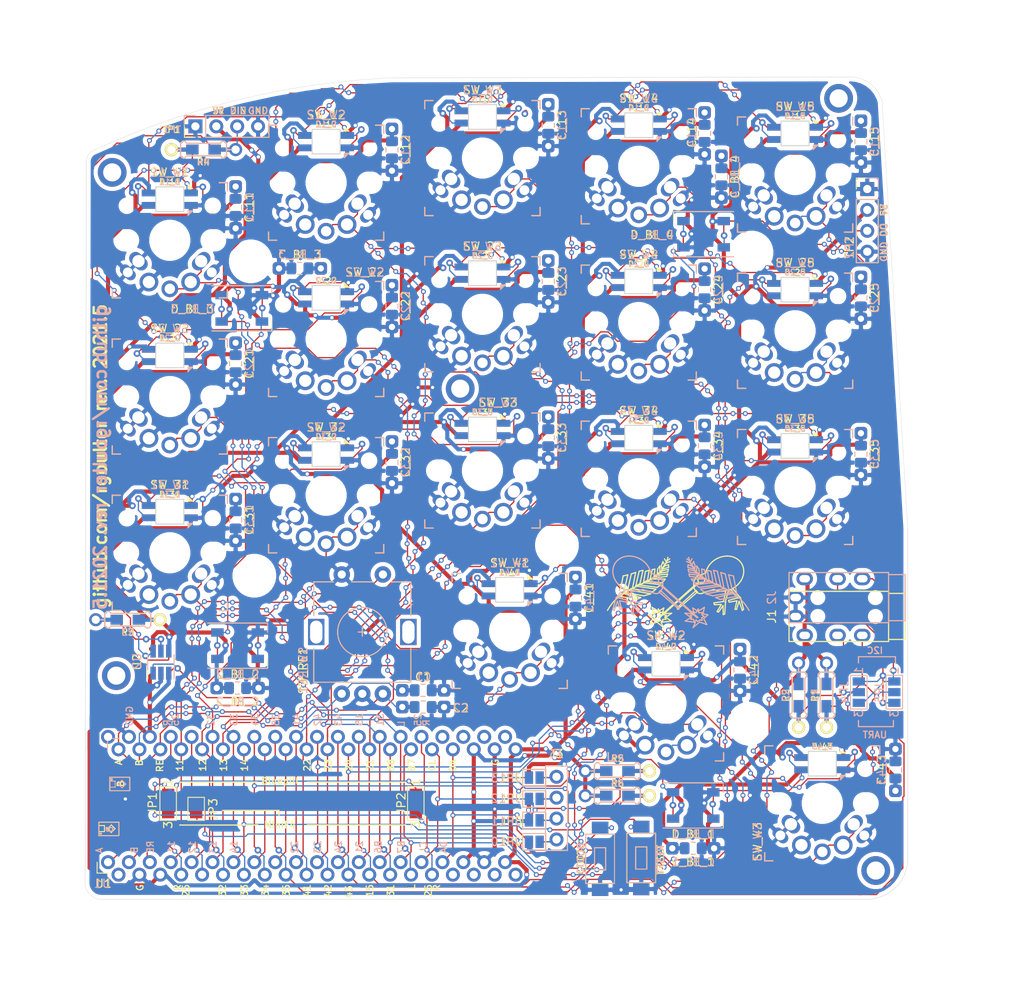
<source format=kicad_pcb>
(kicad_pcb (version 20171130) (host pcbnew "(5.1.9)-1")
  (title_block (title "Reversible Split Keyboard Half") (date 2021-05-21) (rev 2021.5) (company "Richard Goulter") (comment 3 "Smaller than 100mm x 100mm") (comment 4 "Switch footprints for MX or Kailh PG1350 switches."))
  (layers (0 F.Cu signal) (31 B.Cu signal) (34 B.Paste user hide) (35 F.Paste user hide) (36 B.SilkS user) (37 F.SilkS user) (38 B.Mask user hide) (39 F.Mask user hide) (44 Edge.Cuts user))
  (net 0 "")
  (net 1 "Net-(C_13-Pad2)")
  (net 2 "Net-(D_11-Pad4)")
  (net 3 "Net-(D_11-Pad2)")
  (net 4 /3V3)
  (net 5 "Net-(D_12-Pad2)")
  (net 6 "Net-(D_13-Pad2)")
  (net 7 "Net-(D_14-Pad2)")
  (net 8 /DOUT_1)
  (net 9 "Net-(D_21-Pad2)")
  (net 10 "Net-(D_22-Pad2)")
  (net 11 "Net-(D_23-Pad2)")
  (net 12 "Net-(D_24-Pad2)")
  (net 13 /DOUT_2)
  (net 14 "Net-(D_31-Pad2)")
  (net 15 "Net-(D_32-Pad2)")
  (net 16 "Net-(D_33-Pad2)")
  (net 17 "Net-(D_34-Pad2)")
  (net 18 /DOUT_3)
  (net 19 "Net-(D_41-Pad2)")
  (net 20 "Net-(D_42-Pad2)")
  (net 21 /SCL_TX)
  (net 22 /SW11)
  (net 23 /SW12)
  (net 24 /SW13)
  (net 25 /SW14)
  (net 26 /SW15)
  (net 27 /SW21)
  (net 28 /SW22)
  (net 29 /SW23)
  (net 30 /SW24)
  (net 31 /SW25)
  (net 32 /SW31)
  (net 33 /SW32)
  (net 34 /SW33)
  (net 35 /SW34)
  (net 36 /SW35)
  (net 37 /SW41)
  (net 38 /SW42)
  (net 39 /SW43)
  (net 40 /GND)
  (net 41 /SDA_RX)
  (net 42 /SCL_TX_r)
  (net 43 /SDA_RX_r)
  (net 44 /DOUT_4)
  (net 45 "Net-(D_BL_1-Pad4)")
  (net 46 "Net-(D_BL_2-Pad4)")
  (net 47 "Net-(D_BL_3-Pad4)")
  (net 48 "Net-(R3-Pad1)")
  (net 49 /5V)
  (net 50 /RGB_DIN_5V)
  (net 51 /RGB_DIN_3V3)
  (net 52 /DOUT_BL)
  (net 53 "Net-(J3-Pad4)")
  (net 54 "Net-(J3-Pad3)")
  (net 55 "Net-(J3-Pad2)")
  (net 56 "Net-(J3-Pad1)")
  (net 57 /OLED_SCL)
  (net 58 /OLED_SDA)
  (net 59 /RE_A)
  (net 60 /RE_B)
  (net 61 /SW_RE)
  (net 62 /RESET)
  (net 63 /RESET_or_SW25)
  (net 64 /SW25_or_RESET)
  (net 65 /BOOT0)
  (net 66 /NC_or_BOOT0)
  (net 67 "Net-(U1-Pad8)")
  (net 68 "Net-(U1-Pad9)")
  (module ProjectLocal:SW_Push_SPST_3x6mm (layer F.Cu) (at 162.6 141.3 270)
    (fp_text reference BOOT0 (at 3.75412 2.34442 90) (layer F.SilkS) (effects (font (size 0.8 0.8) (thickness 0.16))))
    (fp_text value SW_Push)
    (fp_text user %R (at 3.75412 2.34442 90) (layer B.SilkS) (effects (font (size 0.8 0.8) (thickness 0.16)) (justify mirror)))
    (pad 1 smd rect (at 0 0 270) (size 1.5 2) (layers F.Cu F.Paste F.Mask) (net 65 /BOOT0))
    (pad 2 smd rect (at 7.55 0 270) (size 1.5 2) (layers F.Cu F.Paste F.Mask) (net 40 /GND))
    (pad 1 smd rect (at 0 -0.00508 270) (size 1.5 2) (layers B.Cu B.Paste B.Mask) (net 65 /BOOT0))
    (pad 2 smd rect (at 7.55 -0.00508 270) (size 1.5 2) (layers B.Cu B.Paste B.Mask) (net 40 /GND))
  )
  (module ProjectLocal:SW_Push_SPST_3x6mm (layer F.Cu) (at 167.6 141.2 270)
    (fp_text reference RESET (at 4.00812 -2.35458 90) (layer F.SilkS) (effects (font (size 0.8 0.8) (thickness 0.16))))
    (fp_text value SW_Push)
    (fp_text user %R (at 4.00812 -2.35458 90) (layer B.SilkS) (effects (font (size 0.8 0.8) (thickness 0.16)) (justify mirror)))
    (pad 2 smd rect (at 7.55 -0.00508 270) (size 1.5 2) (layers B.Cu B.Paste B.Mask) (net 40 /GND))
    (pad 1 smd rect (at 0 -0.00508 270) (size 1.5 2) (layers B.Cu B.Paste B.Mask) (net 62 /RESET))
    (pad 2 smd rect (at 7.55 0 270) (size 1.5 2) (layers F.Cu F.Paste F.Mask) (net 40 /GND))
    (pad 1 smd rect (at 0 0 270) (size 1.5 2) (layers F.Cu F.Paste F.Mask) (net 62 /RESET))
  )
  (module ProjectLocal:C_0805_2012Metric_Pad1.18x1.45mm_HandSolder_Dual (layer F.Cu) (at 141.097 126.619 180)
    (fp_text reference C2 (at -4.572 -0.127) (layer F.SilkS))
    (fp_text value 100nF hide)
    (fp_text user %R (at -4.572 -0.127) (layer B.SilkS) (effects (justify mirror)))
    (pad 1 smd rect (at -1.8 0) (size 1.6 0.5) (layers B.Cu) (net 40 /GND))
    (pad 2 smd rect (at 1.8 0) (size 1.6 0.5) (layers F.Cu) (net 60 /RE_B))
    (pad 2 smd rect (at 1.8 0) (size 1.6 0.5) (layers B.Cu) (net 60 /RE_B))
    (pad 1 smd rect (at -1.8 0) (size 1.6 0.5) (layers F.Cu) (net 40 /GND))
    (pad 1 thru_hole roundrect (at -2.54 0 180) (size 1.524 1.524) (drill 0.762) (layers *.Cu *.Mask) (net 40 /GND))
    (pad 2 thru_hole roundrect (at 2.54 0 180) (size 1.524 1.524) (drill 0.762) (layers *.Cu *.Mask) (net 60 /RE_B))
    (pad 1 smd roundrect (at -1.0375 0 180) (size 1.175 1.45) (layers B.Cu B.Paste B.Mask) (roundrect_rratio 0.212766) (net 40 /GND))
    (pad 2 smd roundrect (at 1.0375 0 180) (size 1.175 1.45) (layers B.Cu B.Paste B.Mask) (roundrect_rratio 0.212766) (net 60 /RE_B))
    (pad 2 smd roundrect (at 1.0375 0 180) (size 1.175 1.45) (layers F.Cu F.Paste F.Mask) (roundrect_rratio 0.212766) (net 60 /RE_B))
    (pad 1 smd roundrect (at -1.0375 0 180) (size 1.175 1.45) (layers F.Cu F.Paste F.Mask) (roundrect_rratio 0.212766) (net 40 /GND))
  )
  (module ProjectLocal:C_0805_2012Metric_Pad1.18x1.45mm_HandSolder_Dual (layer F.Cu) (at 141.097 124.587 180)
    (fp_text reference C1 (at 0 1.622) (layer F.SilkS))
    (fp_text value 100nF hide)
    (fp_text user %R (at 0 1.651) (layer B.SilkS) (effects (justify mirror)))
    (pad 1 smd rect (at -1.8 0) (size 1.6 0.5) (layers B.Cu) (net 40 /GND))
    (pad 2 smd rect (at 1.8 0) (size 1.6 0.5) (layers F.Cu) (net 59 /RE_A))
    (pad 2 smd rect (at 1.8 0) (size 1.6 0.5) (layers B.Cu) (net 59 /RE_A))
    (pad 1 smd rect (at -1.8 0) (size 1.6 0.5) (layers F.Cu) (net 40 /GND))
    (pad 1 thru_hole roundrect (at -2.54 0 180) (size 1.524 1.524) (drill 0.762) (layers *.Cu *.Mask) (net 40 /GND))
    (pad 2 thru_hole roundrect (at 2.54 0 180) (size 1.524 1.524) (drill 0.762) (layers *.Cu *.Mask) (net 59 /RE_A))
    (pad 1 smd roundrect (at -1.0375 0 180) (size 1.175 1.45) (layers B.Cu B.Paste B.Mask) (roundrect_rratio 0.212766) (net 40 /GND))
    (pad 2 smd roundrect (at 1.0375 0 180) (size 1.175 1.45) (layers B.Cu B.Paste B.Mask) (roundrect_rratio 0.212766) (net 59 /RE_A))
    (pad 2 smd roundrect (at 1.0375 0 180) (size 1.175 1.45) (layers F.Cu F.Paste F.Mask) (roundrect_rratio 0.212766) (net 59 /RE_A))
    (pad 1 smd roundrect (at -1.0375 0 180) (size 1.175 1.45) (layers F.Cu F.Paste F.Mask) (roundrect_rratio 0.212766) (net 40 /GND))
  )
  (module MountingHole:MountingHole_2.2mm_M2_ISO7380_Pad (layer F.Cu) (at 196.1 146.5)
    (fp_text reference H15 hide)
    (fp_text value MountingHole)
    (pad 1 thru_hole circle (at 0 0) (size 3.5 3.5) (drill 2.2) (layers *.Cu *.Mask))
  )
  (module MountingHole:MountingHole_2.2mm_M2_ISO7380_Pad (layer F.Cu) (at 103.8 122.8)
    (fp_text reference H14 hide)
    (fp_text value MountingHole)
    (pad 1 thru_hole circle (at 0 0) (size 3.5 3.5) (drill 2.2) (layers *.Cu *.Mask))
  )
  (module MountingHole:MountingHole_2.2mm_M2_ISO7380_Pad (layer F.Cu) (at 145.6 87.9)
    (fp_text reference H13 hide)
    (fp_text value MountingHole)
    (pad 1 thru_hole circle (at 0 0) (size 3.5 3.5) (drill 2.2) (layers *.Cu *.Mask))
  )
  (module MountingHole:MountingHole_2.2mm_M2_ISO7380_Pad (layer F.Cu) (at 103.3 61.6)
    (fp_text reference H12 hide)
    (fp_text value MountingHole)
    (pad 1 thru_hole circle (at 0 0) (size 3.5 3.5) (drill 2.2) (layers *.Cu *.Mask))
  )
  (module MountingHole:MountingHole_2.2mm_M2_ISO7380_Pad (layer F.Cu) (at 191.592 52.6)
    (fp_text reference H11 hide)
    (fp_text value MountingHole)
    (pad 1 thru_hole circle (at 0 0) (size 3.5 3.5) (drill 2.2) (layers *.Cu *.Mask))
  )
  (module Jumper:SolderJumper-3_P1.3mm_Open_Pad1.0x1.5mm_NumberLabels (layer F.Cu) (at 110.1 138.35 270)
    (fp_text reference JP1 (at 0 1.896 90) (layer F.SilkS))
    (fp_text value SolderJumper_3_Open)
    (fp_text user 1 (at -2.6 0 90) (layer F.SilkS))
    (fp_text user 3 (at 2.6 0 90) (layer F.SilkS))
    (pad 1 smd rect (at -1.3 0 270) (size 1 1.5) (layers F.Cu F.Mask) (net 62 /RESET))
    (pad 2 smd rect (at 0 0 270) (size 1 1.5) (layers F.Cu F.Mask) (net 63 /RESET_or_SW25))
    (pad 3 smd rect (at 1.3 0 270) (size 1 1.5) (layers F.Cu F.Mask) (net 31 /SW25))
  )
  (module ProjectLocal:Resistor-Hybrid (layer F.Cu) (at 105.2 116 180)
    (fp_text reference R3 (at 0 -1.524) (layer F.SilkS) (effects (font (size 0.8 0.8))))
    (fp_text value "2.2k - 10k" hide)
    (fp_text user %R (at 0 -1.524) (layer B.SilkS) (effects (font (size 0.8 0.8)) (justify mirror)))
    (pad 1 smd rect (at 2.5 0 180) (size 2.9 0.5) (layers F.Cu) (net 48 "Net-(R3-Pad1)"))
    (pad 2 smd rect (at -2.5 0 180) (size 2.9 0.5) (layers F.Cu) (net 49 /5V))
    (pad 1 thru_hole circle (at 3.9 0 180) (size 1.6 1.6) (drill 1) (layers *.Cu *.Mask) (net 48 "Net-(R3-Pad1)"))
    (pad 2 thru_hole circle (at -3.9 0 180) (size 1.6 1.6) (drill 1) (layers *.Cu *.Mask F.SilkS) (net 49 /5V))
    (pad 2 smd rect (at -1.35 0 180) (size 1.5 1.2) (layers F.Cu F.Paste F.Mask) (net 49 /5V))
    (pad 1 smd rect (at 1.35 0 180) (size 1.5 1.2) (layers F.Cu F.Paste F.Mask) (net 48 "Net-(R3-Pad1)"))
    (pad 1 smd rect (at 2.5 0 180) (size 2.9 0.5) (layers B.Cu) (net 48 "Net-(R3-Pad1)"))
    (pad 1 smd rect (at 1.35 0 180) (size 1.5 1.2) (layers B.Cu B.Paste B.Mask) (net 48 "Net-(R3-Pad1)"))
    (pad 2 smd rect (at -1.35 0 180) (size 1.5 1.2) (layers B.Cu B.Paste B.Mask) (net 49 /5V))
    (pad 2 smd rect (at -2.5 0 180) (size 2.9 0.5) (layers B.Cu) (net 49 /5V))
  )
  (module Jumper:SolderJumper-2_P1.3mm_Open_Pad1.0x1.5mm (layer F.Cu) (at 113.5 139 90)
    (fp_text reference JP3 (at -0.065 2.07 90) (layer F.SilkS))
    (fp_text value SolderJumper_2_Open)
    (pad 1 smd rect (at -0.65 0 90) (size 1 1.5) (layers F.Cu F.Mask) (net 66 /NC_or_BOOT0))
    (pad 2 smd rect (at 0.65 0 90) (size 1 1.5) (layers F.Cu F.Mask) (net 65 /BOOT0))
  )
  (module Jumper:SolderJumper-3_P1.3mm_Open_Pad1.0x1.5mm_NumberLabels (layer F.Cu) (at 140.2 138.35 270)
    (fp_text reference JP2 (at 0 1.77 90) (layer F.SilkS))
    (fp_text value SolderJumper_3_Open)
    (fp_text user 3 (at 2.6 0 90) (layer F.SilkS))
    (fp_text user 1 (at -2.6 0 90) (layer F.SilkS))
    (pad 3 smd rect (at 1.3 0 270) (size 1 1.5) (layers F.Cu F.Mask) (net 62 /RESET))
    (pad 2 smd rect (at 0 0 270) (size 1 1.5) (layers F.Cu F.Mask) (net 64 /SW25_or_RESET))
    (pad 1 smd rect (at -1.3 0 270) (size 1 1.5) (layers F.Cu F.Mask) (net 31 /SW25))
  )
  (module ProjectLocal:DIP40_Reversible_ZigZag (layer F.Cu) (at 102.794 145.484 90)
    (fp_text reference U1 (at -2.598 -0.559) (layer F.SilkS))
    (fp_text value Conn_02x20_Top_Bottom hide)
    (fp_text user B (at 3.99542 0.2159 270) (layer B.SilkS) (effects (font (size 0.8 0.8) (thickness 0.16)) (justify mirror)))
    (fp_text user B (at 9.54024 1.55448 90) (layer F.SilkS) (effects (font (size 0.8 0.8) (thickness 0.16))))
    (fp_text user %R (at -2.598 -0.686) (layer B.SilkS) (effects (justify mirror)))
    (pad 21 thru_hole circle (at -1.52146 1.27254 270) (size 1.7 1.7) (drill 1) (layers *.Cu *.Mask))
    (pad 1 thru_hole circle (at 13.71854 1.27254 270) (size 1.7 1.7) (drill 1) (layers *.Cu *.Mask) (net 59 /RE_A))
    (pad 22 thru_hole circle (at -1.52146 3.81254 270) (size 1.7 1.7) (drill 1) (layers *.Cu *.Mask) (net 40 /GND))
    (pad 2 thru_hole circle (at 13.71854 3.81254 270) (size 1.7 1.7) (drill 1) (layers *.Cu *.Mask) (net 60 /RE_B))
    (pad 23 thru_hole circle (at -1.52146 6.35254 270) (size 1.7 1.7) (drill 1) (layers *.Cu *.Mask) (net 4 /3V3))
    (pad 3 thru_hole circle (at 13.71854 6.35254 270) (size 1.7 1.7) (drill 1) (layers *.Cu *.Mask) (net 61 /SW_RE))
    (pad 24 thru_hole circle (at -1.52146 8.89254 270) (size 1.7 1.7) (drill 1) (layers *.Cu *.Mask) (net 63 /RESET_or_SW25))
    (pad 4 thru_hole circle (at 13.71854 8.89254 270) (size 1.7 1.7) (drill 1) (layers *.Cu *.Mask) (net 22 /SW11))
    (pad 25 thru_hole circle (at -1.52146 11.43254 270) (size 1.7 1.7) (drill 1) (layers *.Cu *.Mask) (net 66 /NC_or_BOOT0))
    (pad 5 thru_hole circle (at 13.71854 11.43254 270) (size 1.7 1.7) (drill 1) (layers *.Cu *.Mask) (net 23 /SW12))
    (pad 26 thru_hole circle (at -1.52146 13.97254 270) (size 1.7 1.7) (drill 1) (layers *.Cu *.Mask) (net 33 /SW32))
    (pad 6 thru_hole circle (at 13.71854 13.97254 270) (size 1.7 1.7) (drill 1) (layers *.Cu *.Mask) (net 24 /SW13))
    (pad 27 thru_hole circle (at -1.52146 16.51254 270) (size 1.7 1.7) (drill 1) (layers *.Cu *.Mask) (net 34 /SW33))
    (pad 7 thru_hole circle (at 13.71854 16.51254 270) (size 1.7 1.7) (drill 1) (layers *.Cu *.Mask) (net 25 /SW14))
    (pad 28 thru_hole circle (at -1.52146 19.05254 270) (size 1.7 1.7) (drill 1) (layers *.Cu *.Mask) (net 35 /SW34))
    (pad 8 thru_hole circle (at 13.71854 19.05254 270) (size 1.7 1.7) (drill 1) (layers *.Cu *.Mask) (net 67 "Net-(U1-Pad8)"))
    (pad 29 thru_hole circle (at -1.52146 21.59254 270) (size 1.7 1.7) (drill 1) (layers *.Cu *.Mask) (net 36 /SW35))
    (pad 9 thru_hole circle (at 13.71854 21.59254 270) (size 1.7 1.7) (drill 1) (layers *.Cu *.Mask) (net 68 "Net-(U1-Pad9)"))
    (pad 30 thru_hole circle (at -1.52146 24.13254 270) (size 1.7 1.7) (drill 1) (layers *.Cu *.Mask) (net 37 /SW41))
    (pad 10 thru_hole circle (at 13.71854 24.13254 270) (size 1.7 1.7) (drill 1) (layers *.Cu *.Mask) (net 28 /SW22))
    (pad 31 thru_hole circle (at -1.52146 26.67254 270) (size 1.7 1.7) (drill 1) (layers *.Cu *.Mask) (net 38 /SW42))
    (pad 11 thru_hole circle (at 13.71854 26.67254 270) (size 1.7 1.7) (drill 1) (layers *.Cu *.Mask) (net 29 /SW23))
    (pad 32 thru_hole circle (at -1.52146 29.21254 270) (size 1.7 1.7) (drill 1) (layers *.Cu *.Mask) (net 39 /SW43))
    (pad 12 thru_hole circle (at 13.71854 29.21254 270) (size 1.7 1.7) (drill 1) (layers *.Cu *.Mask) (net 30 /SW24))
    (pad 33 thru_hole circle (at -1.52146 31.75254 270) (size 1.7 1.7) (drill 1) (layers *.Cu *.Mask) (net 26 /SW15))
    (pad 13 thru_hole circle (at 13.71854 31.75254 270) (size 1.7 1.7) (drill 1) (layers *.Cu *.Mask) (net 27 /SW21))
    (pad 34 thru_hole circle (at -1.52146 34.29254 270) (size 1.7 1.7) (drill 1) (layers *.Cu *.Mask) (net 32 /SW31))
    (pad 14 thru_hole circle (at 13.71854 34.29254 270) (size 1.7 1.7) (drill 1) (layers *.Cu *.Mask) (net 21 /SCL_TX))
    (pad 35 thru_hole circle (at -1.52146 36.83254 270) (size 1.7 1.7) (drill 1) (layers *.Cu *.Mask) (net 51 /RGB_DIN_3V3))
    (pad 15 thru_hole circle (at 13.71854 36.83254 270) (size 1.7 1.7) (drill 1) (layers *.Cu *.Mask) (net 41 /SDA_RX))
    (pad 36 thru_hole circle (at -1.52146 39.37254 270) (size 1.7 1.7) (drill 1) (layers *.Cu *.Mask) (net 64 /SW25_or_RESET))
    (pad 16 thru_hole circle (at 13.71854 39.37254 270) (size 1.7 1.7) (drill 1) (layers *.Cu *.Mask) (net 57 /OLED_SCL))
    (pad 37 thru_hole circle (at -1.52146 41.91254 270) (size 1.7 1.7) (drill 1) (layers *.Cu *.Mask))
    (pad 17 thru_hole circle (at 13.71854 41.91254 270) (size 1.7 1.7) (drill 1) (layers *.Cu *.Mask) (net 58 /OLED_SDA))
    (pad 38 thru_hole circle (at -1.52146 44.45254 270) (size 1.7 1.7) (drill 1) (layers *.Cu *.Mask))
    (pad 18 thru_hole circle (at 13.71854 44.45254 270) (size 1.7 1.7) (drill 1) (layers *.Cu *.Mask) (net 49 /5V))
    (pad 39 thru_hole circle (at -1.52146 46.99254 270) (size 1.7 1.7) (drill 1) (layers *.Cu *.Mask))
    (pad 19 thru_hole circle (at 13.71854 46.99254 270) (size 1.7 1.7) (drill 1) (layers *.Cu *.Mask) (net 40 /GND))
    (pad 40 thru_hole circle (at -1.52146 49.53254 270) (size 1.7 1.7) (drill 1) (layers *.Cu *.Mask))
    (pad 20 thru_hole circle (at 13.71854 49.53254 270) (size 1.7 1.7) (drill 1) (layers *.Cu *.Mask) (net 4 /3V3))
    (pad 21 thru_hole circle (at 15.24 0 90) (size 1.7 1.7) (drill 1) (layers *.Cu *.Mask))
    (pad 1 thru_hole circle (at 0 0 90) (size 1.7 1.7) (drill 1) (layers *.Cu *.Mask) (net 59 /RE_A))
    (pad 22 thru_hole circle (at 15.24 2.54 90) (size 1.7 1.7) (drill 1) (layers *.Cu *.Mask) (net 40 /GND))
    (pad 2 thru_hole circle (at 0 2.54 90) (size 1.7 1.7) (drill 1) (layers *.Cu *.Mask) (net 60 /RE_B))
    (pad 23 thru_hole circle (at 15.24 5.08 90) (size 1.7 1.7) (drill 1) (layers *.Cu *.Mask) (net 4 /3V3))
    (pad 3 thru_hole circle (at 0 5.08 90) (size 1.7 1.7) (drill 1) (layers *.Cu *.Mask) (net 61 /SW_RE))
    (pad 24 thru_hole circle (at 15.24 7.62 90) (size 1.7 1.7) (drill 1) (layers *.Cu *.Mask) (net 63 /RESET_or_SW25))
    (pad 4 thru_hole circle (at 0 7.62 90) (size 1.7 1.7) (drill 1) (layers *.Cu *.Mask) (net 22 /SW11))
    (pad 25 thru_hole circle (at 15.24 10.16 90) (size 1.7 1.7) (drill 1) (layers *.Cu *.Mask) (net 66 /NC_or_BOOT0))
    (pad 5 thru_hole circle (at 0 10.16 90) (size 1.7 1.7) (drill 1) (layers *.Cu *.Mask) (net 23 /SW12))
    (pad 26 thru_hole circle (at 15.24 12.7 90) (size 1.7 1.7) (drill 1) (layers *.Cu *.Mask) (net 33 /SW32))
    (pad 6 thru_hole circle (at 0 12.7 90) (size 1.7 1.7) (drill 1) (layers *.Cu *.Mask) (net 24 /SW13))
    (pad 27 thru_hole circle (at 15.24 15.24 90) (size 1.7 1.7) (drill 1) (layers *.Cu *.Mask) (net 34 /SW33))
    (pad 7 thru_hole circle (at 0 15.24 90) (size 1.7 1.7) (drill 1) (layers *.Cu *.Mask) (net 25 /SW14))
    (pad 28 thru_hole circle (at 15.24 17.78 90) (size 1.7 1.7) (drill 1) (layers *.Cu *.Mask) (net 35 /SW34))
    (pad 8 thru_hole circle (at 0 17.78 90) (size 1.7 1.7) (drill 1) (layers *.Cu *.Mask) (net 67 "Net-(U1-Pad8)"))
    (pad 29 thru_hole circle (at 15.24 20.32 90) (size 1.7 1.7) (drill 1) (layers *.Cu *.Mask) (net 36 /SW35))
    (pad 9 thru_hole circle (at 0 20.32 90) (size 1.7 1.7) (drill 1) (layers *.Cu *.Mask) (net 68 "Net-(U1-Pad9)"))
    (pad 30 thru_hole circle (at 15.24 22.86 90) (size 1.7 1.7) (drill 1) (layers *.Cu *.Mask) (net 37 /SW41))
    (pad 10 thru_hole circle (at 0 22.86 90) (size 1.7 1.7) (drill 1) (layers *.Cu *.Mask) (net 28 /SW22))
    (pad 31 thru_hole circle (at 15.24 25.4 90) (size 1.7 1.7) (drill 1) (layers *.Cu *.Mask) (net 38 /SW42))
    (pad 11 thru_hole circle (at 0 25.4 90) (size 1.7 1.7) (drill 1) (layers *.Cu *.Mask) (net 29 /SW23))
    (pad 32 thru_hole circle (at 15.24 27.94 90) (size 1.7 1.7) (drill 1) (layers *.Cu *.Mask) (net 39 /SW43))
    (pad 12 thru_hole circle (at 0 27.94 90) (size 1.7 1.7) (drill 1) (layers *.Cu *.Mask) (net 30 /SW24))
    (pad 33 thru_hole circle (at 15.24 30.48 90) (size 1.7 1.7) (drill 1) (layers *.Cu *.Mask) (net 26 /SW15))
    (pad 13 thru_hole circle (at 0 30.48 90) (size 1.7 1.7) (drill 1) (layers *.Cu *.Mask) (net 27 /SW21))
    (pad 34 thru_hole circle (at 15.24 33.02 90) (size 1.7 1.7) (drill 1) (layers *.Cu *.Mask) (net 32 /SW31))
    (pad 14 thru_hole circle (at 0 33.02 90) (size 1.7 1.7) (drill 1) (layers *.Cu *.Mask) (net 21 /SCL_TX))
    (pad 35 thru_hole circle (at 15.24 35.56 90) (size 1.7 1.7) (drill 1) (layers *.Cu *.Mask) (net 51 /RGB_DIN_3V3))
    (pad 15 thru_hole circle (at 0 35.56 90) (size 1.7 1.7) (drill 1) (layers *.Cu *.Mask) (net 41 /SDA_RX))
    (pad 36 thru_hole circle (at 15.24 38.1 90) (size 1.7 1.7) (drill 1) (layers *.Cu *.Mask) (net 64 /SW25_or_RESET))
    (pad 16 thru_hole circle (at 0 38.1 90) (size 1.7 1.7) (drill 1) (layers *.Cu *.Mask) (net 57 /OLED_SCL))
    (pad 37 thru_hole circle (at 15.24 40.64 90) (size 1.7 1.7) (drill 1) (layers *.Cu *.Mask))
    (pad 17 thru_hole circle (at 0 40.64 90) (size 1.7 1.7) (drill 1) (layers *.Cu *.Mask) (net 58 /OLED_SDA))
    (pad 38 thru_hole circle (at 15.24 43.18 90) (size 1.7 1.7) (drill 1) (layers *.Cu *.Mask))
    (pad 18 thru_hole circle (at 0 43.18 90) (size 1.7 1.7) (drill 1) (layers *.Cu *.Mask) (net 49 /5V))
    (pad 39 thru_hole circle (at 15.24 45.72 90) (size 1.7 1.7) (drill 1) (layers *.Cu *.Mask))
    (pad 19 thru_hole circle (at 0 45.72 90) (size 1.7 1.7) (drill 1) (layers *.Cu *.Mask) (net 40 /GND))
    (pad 40 thru_hole circle (at 15.24 48.26 90) (size 1.7 1.7) (drill 1) (layers *.Cu *.Mask))
    (pad 20 thru_hole circle (at 0 48.26 90) (size 1.7 1.7) (drill 1) (layers *.Cu *.Mask) (net 4 /3V3))
  )
  (module ProjectLocal:SW_MX_PG1350_reversible (layer F.Cu) (at 129.3005 81.8615)
    (fp_text reference SW_22 (at 4.6995 -8.1115) (layer F.SilkS))
    (fp_text value SW_Push)
    (fp_text user %R (at 4.6995 -8.1115) (layer B.SilkS) (effects (justify mirror)))
    (pad 1 thru_hole circle (at 2.54 5.08 180) (size 2.286 2.286) (drill 1.4986) (layers *.Cu *.Mask) (net 28 /SW22))
    (pad 2 thru_hole circle (at -2.54 5.08 180) (size 2.286 2.286) (drill 1.4986) (layers *.Cu *.Mask) (net 40 /GND))
    (pad "" np_thru_hole circle (at -5.08 0 180) (size 1.7018 1.7018) (drill 1.7018) (layers *.Cu *.Mask))
    (pad "" np_thru_hole circle (at 0 0 180) (size 3.9878 3.9878) (drill 3.9878) (layers *.Cu *.Mask))
    (pad 2 thru_hole oval (at -3.81 2.54 315) (size 2.54 1.55) (drill 1.5) (layers *.Cu *.Mask) (net 40 /GND))
    (pad 1 thru_hole oval (at 3.81 2.54 225) (size 2.54 1.55) (drill 1.5) (layers *.Cu *.Mask) (net 28 /SW22))
    (pad "" np_thru_hole circle (at 5.08 0 180) (size 1.7018 1.7018) (drill 1.7018) (layers *.Cu *.Mask))
    (pad "" np_thru_hole circle (at -5.5 0) (size 1.7018 1.7018) (drill 1.7018) (layers *.Cu *.Mask))
    (pad "" np_thru_hole circle (at 5.5 0) (size 1.7018 1.7018) (drill 1.7018) (layers *.Cu *.Mask))
    (pad "" np_thru_hole circle (at 5.22 -4.2) (size 0.9906 0.9906) (drill 0.9906) (layers *.Cu *.Mask))
    (pad 1 thru_hole circle (at 0 5.9) (size 2.032 2.032) (drill 1.27) (layers *.Cu *.Mask) (net 28 /SW22))
    (pad 2 thru_hole oval (at -5.1 3.9 315) (size 2.2 1.25) (drill 1.2) (layers *.Cu *.Mask) (net 40 /GND))
    (pad 2 thru_hole oval (at 5.1 3.9 225) (size 2.2 1.25) (drill 1.2) (layers *.Cu *.Mask) (net 40 /GND))
    (pad "" np_thru_hole circle (at -5.22 -4.2) (size 0.9906 0.9906) (drill 0.9906) (layers *.Cu *.Mask))
  )
  (module ProjectLocal:SW_MX_PG1350_reversible (layer F.Cu) (at 167.3005 60.8615)
    (fp_text reference SW_14 (at 0 -8.255) (layer F.SilkS))
    (fp_text value SW_Push)
    (fp_text user %R (at 0 -8.255) (layer B.SilkS) (effects (justify mirror)))
    (pad 1 thru_hole circle (at 2.54 5.08 180) (size 2.286 2.286) (drill 1.4986) (layers *.Cu *.Mask) (net 25 /SW14))
    (pad 2 thru_hole circle (at -2.54 5.08 180) (size 2.286 2.286) (drill 1.4986) (layers *.Cu *.Mask) (net 40 /GND))
    (pad "" np_thru_hole circle (at -5.08 0 180) (size 1.7018 1.7018) (drill 1.7018) (layers *.Cu *.Mask))
    (pad "" np_thru_hole circle (at 0 0 180) (size 3.9878 3.9878) (drill 3.9878) (layers *.Cu *.Mask))
    (pad 2 thru_hole oval (at -3.81 2.54 315) (size 2.54 1.55) (drill 1.5) (layers *.Cu *.Mask) (net 40 /GND))
    (pad 1 thru_hole oval (at 3.81 2.54 225) (size 2.54 1.55) (drill 1.5) (layers *.Cu *.Mask) (net 25 /SW14))
    (pad "" np_thru_hole circle (at 5.08 0 180) (size 1.7018 1.7018) (drill 1.7018) (layers *.Cu *.Mask))
    (pad "" np_thru_hole circle (at -5.5 0) (size 1.7018 1.7018) (drill 1.7018) (layers *.Cu *.Mask))
    (pad "" np_thru_hole circle (at 5.5 0) (size 1.7018 1.7018) (drill 1.7018) (layers *.Cu *.Mask))
    (pad "" np_thru_hole circle (at 5.22 -4.2) (size 0.9906 0.9906) (drill 0.9906) (layers *.Cu *.Mask))
    (pad 1 thru_hole circle (at 0 5.9) (size 2.032 2.032) (drill 1.27) (layers *.Cu *.Mask) (net 25 /SW14))
    (pad 2 thru_hole oval (at -5.1 3.9 315) (size 2.2 1.25) (drill 1.2) (layers *.Cu *.Mask) (net 40 /GND))
    (pad 2 thru_hole oval (at 5.1 3.9 225) (size 2.2 1.25) (drill 1.2) (layers *.Cu *.Mask) (net 40 /GND))
    (pad "" np_thru_hole circle (at -5.22 -4.2) (size 0.9906 0.9906) (drill 0.9906) (layers *.Cu *.Mask))
  )
  (module Connector_PinSocket_2.54mm:PinSocket_1x04_P2.54mm_Vertical (layer F.Cu) (at 157.3 135.1)
    (fp_text reference J3 (at 0 -2.77) (layer F.SilkS))
    (fp_text value Conn_01x04_Female)
    (fp_text user %R (at 0 -2.77114) (layer B.SilkS) (effects (justify mirror)))
    (pad 4 thru_hole oval (at 0 7.62) (size 1.7 1.7) (drill 1) (layers *.Cu *.Mask) (net 53 "Net-(J3-Pad4)"))
    (pad 3 thru_hole oval (at 0 5.08) (size 1.7 1.7) (drill 1) (layers *.Cu *.Mask) (net 54 "Net-(J3-Pad3)"))
    (pad 2 thru_hole oval (at 0 2.54) (size 1.7 1.7) (drill 1) (layers *.Cu *.Mask) (net 55 "Net-(J3-Pad2)"))
    (pad 1 thru_hole circle (at 0 0) (size 1.7 1.7) (drill 1) (layers *.Cu *.Mask) (net 56 "Net-(J3-Pad1)"))
  )
  (module Connector_PinHeader_2.54mm:PinHeader_1x04_P2.54mm_Vertical (layer F.Cu) (at 113.411 56.007 90)
    (fp_text reference TP1 (at -0.381 -2.921 180) (layer F.SilkS) (effects (font (size 0.8 0.8))))
    (fp_text value Conn_01x04_Female)
    (fp_text user %R (at -0.39116 -2.83464 180) (layer B.SilkS) (effects (font (size 0.8 0.8)) (justify mirror)))
    (pad 4 thru_hole oval (at 0 7.62 90) (size 1.7 1.7) (drill 1) (layers *.Cu *.Mask) (net 40 /GND))
    (pad 3 thru_hole oval (at 0 5.08 90) (size 1.7 1.7) (drill 1) (layers *.Cu *.Mask) (net 50 /RGB_DIN_5V))
    (pad 2 thru_hole oval (at 0 2.54 90) (size 1.7 1.7) (drill 1) (layers *.Cu *.Mask) (net 49 /5V))
    (pad 1 thru_hole rect (at 0 0 90) (size 1.7 1.7) (drill 1) (layers *.Cu *.Mask) (net 40 /GND))
  )
  (module Connector_PinHeader_2.54mm:PinHeader_1x04_P2.54mm_Vertical (layer F.Cu) (at 195.072 63.627)
    (fp_text reference TP2 (at -2.159 7.112 90) (layer F.SilkS))
    (fp_text value Conn_01x04_Female)
    (fp_text user %R (at -2.1336 7.14502 90) (layer B.SilkS) (effects (justify mirror)))
    (pad 4 thru_hole oval (at 0 7.62) (size 1.7 1.7) (drill 1) (layers *.Cu *.Mask) (net 40 /GND))
    (pad 3 thru_hole oval (at 0 5.08) (size 1.7 1.7) (drill 1) (layers *.Cu *.Mask) (net 52 /DOUT_BL))
    (pad 2 thru_hole oval (at 0 2.54) (size 1.7 1.7) (drill 1) (layers *.Cu *.Mask) (net 49 /5V))
    (pad 1 thru_hole rect (at 0 0) (size 1.7 1.7) (drill 1) (layers *.Cu *.Mask) (net 40 /GND))
  )
  (module ProjectLocal:SW_MX_PG1350_reversible (layer F.Cu) (at 186.3005 61.8615)
    (fp_text reference SW_15 (at 0 -8.255) (layer F.SilkS))
    (fp_text value SW_Push)
    (fp_text user %R (at 0 -8.255) (layer B.SilkS) (effects (justify mirror)))
    (pad 1 thru_hole circle (at 2.54 5.08 180) (size 2.286 2.286) (drill 1.4986) (layers *.Cu *.Mask) (net 26 /SW15))
    (pad 2 thru_hole circle (at -2.54 5.08 180) (size 2.286 2.286) (drill 1.4986) (layers *.Cu *.Mask) (net 40 /GND))
    (pad "" np_thru_hole circle (at -5.08 0 180) (size 1.7018 1.7018) (drill 1.7018) (layers *.Cu *.Mask))
    (pad "" np_thru_hole circle (at 0 0 180) (size 3.9878 3.9878) (drill 3.9878) (layers *.Cu *.Mask))
    (pad 2 thru_hole oval (at -3.81 2.54 315) (size 2.54 1.55) (drill 1.5) (layers *.Cu *.Mask) (net 40 /GND))
    (pad 1 thru_hole oval (at 3.81 2.54 225) (size 2.54 1.55) (drill 1.5) (layers *.Cu *.Mask) (net 26 /SW15))
    (pad "" np_thru_hole circle (at 5.08 0 180) (size 1.7018 1.7018) (drill 1.7018) (layers *.Cu *.Mask))
    (pad "" np_thru_hole circle (at -5.5 0) (size 1.7018 1.7018) (drill 1.7018) (layers *.Cu *.Mask))
    (pad "" np_thru_hole circle (at 5.5 0) (size 1.7018 1.7018) (drill 1.7018) (layers *.Cu *.Mask))
    (pad "" np_thru_hole circle (at 5.22 -4.2) (size 0.9906 0.9906) (drill 0.9906) (layers *.Cu *.Mask))
    (pad 1 thru_hole circle (at 0 5.9) (size 2.032 2.032) (drill 1.27) (layers *.Cu *.Mask) (net 26 /SW15))
    (pad 2 thru_hole oval (at -5.1 3.9 315) (size 2.2 1.25) (drill 1.2) (layers *.Cu *.Mask) (net 40 /GND))
    (pad 2 thru_hole oval (at 5.1 3.9 225) (size 2.2 1.25) (drill 1.2) (layers *.Cu *.Mask) (net 40 /GND))
    (pad "" np_thru_hole circle (at -5.22 -4.2) (size 0.9906 0.9906) (drill 0.9906) (layers *.Cu *.Mask))
  )
  (module ProjectLocal:SW_MX_PG1350_reversible (layer F.Cu) (at 110.3005 69.8615)
    (fp_text reference SW_11 (at 0 -8.255) (layer F.SilkS))
    (fp_text value SW_Push)
    (fp_text user %R (at 0 -8.255) (layer B.SilkS) (effects (justify mirror)))
    (pad 1 thru_hole circle (at 2.54 5.08 180) (size 2.286 2.286) (drill 1.4986) (layers *.Cu *.Mask) (net 22 /SW11))
    (pad 2 thru_hole circle (at -2.54 5.08 180) (size 2.286 2.286) (drill 1.4986) (layers *.Cu *.Mask) (net 40 /GND))
    (pad "" np_thru_hole circle (at -5.08 0 180) (size 1.7018 1.7018) (drill 1.7018) (layers *.Cu *.Mask))
    (pad "" np_thru_hole circle (at 0 0 180) (size 3.9878 3.9878) (drill 3.9878) (layers *.Cu *.Mask))
    (pad 2 thru_hole oval (at -3.81 2.54 315) (size 2.54 1.55) (drill 1.5) (layers *.Cu *.Mask) (net 40 /GND))
    (pad 1 thru_hole oval (at 3.81 2.54 225) (size 2.54 1.55) (drill 1.5) (layers *.Cu *.Mask) (net 22 /SW11))
    (pad "" np_thru_hole circle (at 5.08 0 180) (size 1.7018 1.7018) (drill 1.7018) (layers *.Cu *.Mask))
    (pad "" np_thru_hole circle (at -5.5 0) (size 1.7018 1.7018) (drill 1.7018) (layers *.Cu *.Mask))
    (pad "" np_thru_hole circle (at 5.5 0) (size 1.7018 1.7018) (drill 1.7018) (layers *.Cu *.Mask))
    (pad "" np_thru_hole circle (at 5.22 -4.2) (size 0.9906 0.9906) (drill 0.9906) (layers *.Cu *.Mask))
    (pad 1 thru_hole circle (at 0 5.9) (size 2.032 2.032) (drill 1.27) (layers *.Cu *.Mask) (net 22 /SW11))
    (pad 2 thru_hole oval (at -5.1 3.9 315) (size 2.2 1.25) (drill 1.2) (layers *.Cu *.Mask) (net 40 /GND))
    (pad 2 thru_hole oval (at 5.1 3.9 225) (size 2.2 1.25) (drill 1.2) (layers *.Cu *.Mask) (net 40 /GND))
    (pad "" np_thru_hole circle (at -5.22 -4.2) (size 0.9906 0.9906) (drill 0.9906) (layers *.Cu *.Mask))
  )
  (module ProjectLocal:SW_MX_PG1350_reversible (layer F.Cu) (at 189.607 138.329685)
    (fp_text reference SW_43 (at -7.857 4.670315 90) (layer F.SilkS))
    (fp_text value SW_Push)
    (fp_text user %R (at -7.857 4.670315 90) (layer B.SilkS) (effects (justify mirror)))
    (pad 1 thru_hole circle (at 2.54 5.08 180) (size 2.286 2.286) (drill 1.4986) (layers *.Cu *.Mask) (net 39 /SW43))
    (pad 2 thru_hole circle (at -2.54 5.08 180) (size 2.286 2.286) (drill 1.4986) (layers *.Cu *.Mask) (net 40 /GND))
    (pad "" np_thru_hole circle (at -5.08 0 180) (size 1.7018 1.7018) (drill 1.7018) (layers *.Cu *.Mask))
    (pad "" np_thru_hole circle (at 0 0 180) (size 3.9878 3.9878) (drill 3.9878) (layers *.Cu *.Mask))
    (pad 2 thru_hole oval (at -3.81 2.54 315) (size 2.54 1.55) (drill 1.5) (layers *.Cu *.Mask) (net 40 /GND))
    (pad 1 thru_hole oval (at 3.81 2.54 225) (size 2.54 1.55) (drill 1.5) (layers *.Cu *.Mask) (net 39 /SW43))
    (pad "" np_thru_hole circle (at 5.08 0 180) (size 1.7018 1.7018) (drill 1.7018) (layers *.Cu *.Mask))
    (pad "" np_thru_hole circle (at -5.5 0) (size 1.7018 1.7018) (drill 1.7018) (layers *.Cu *.Mask))
    (pad "" np_thru_hole circle (at 5.5 0) (size 1.7018 1.7018) (drill 1.7018) (layers *.Cu *.Mask))
    (pad "" np_thru_hole circle (at 5.22 -4.2) (size 0.9906 0.9906) (drill 0.9906) (layers *.Cu *.Mask))
    (pad 1 thru_hole circle (at 0 5.9) (size 2.032 2.032) (drill 1.27) (layers *.Cu *.Mask) (net 39 /SW43))
    (pad 2 thru_hole oval (at -5.1 3.9 315) (size 2.2 1.25) (drill 1.2) (layers *.Cu *.Mask) (net 40 /GND))
    (pad 2 thru_hole oval (at 5.1 3.9 225) (size 2.2 1.25) (drill 1.2) (layers *.Cu *.Mask) (net 40 /GND))
    (pad "" np_thru_hole circle (at -5.22 -4.2) (size 0.9906 0.9906) (drill 0.9906) (layers *.Cu *.Mask))
  )
  (module ProjectLocal:RotaryEncoder_Alps_EC11E-Switch_Vertical_H20mm_Reversible (layer F.Cu) (at 131.2 125 90)
    (fp_text reference SW_RE1 (at 2.8 -4.7 90) (layer F.SilkS))
    (fp_text value Rotary_Encoder_Switch)
    (fp_text user %R (at 2.85242 -4.70154 90) (layer B.SilkS) (effects (justify mirror)))
    (pad S1 thru_hole circle (at 14.5 5 90) (size 2 2) (drill 1) (layers *.Cu *.Mask) (net 61 /SW_RE))
    (pad S2 thru_hole circle (at 14.5 0 90) (size 2 2) (drill 1) (layers *.Cu *.Mask) (net 40 /GND))
    (pad MP thru_hole rect (at 7.5 8.1 90) (size 3.2 2) (drill oval 2.8 1.5) (layers *.Cu *.Mask))
    (pad MP thru_hole rect (at 7.5 -3.1 90) (size 3.2 2) (drill oval 2.8 1.5) (layers *.Cu *.Mask))
    (pad B thru_hole circle (at 0 5 90) (size 2 2) (drill 1) (layers *.Cu *.Mask) (net 60 /RE_B))
    (pad C thru_hole circle (at 0 2.5 90) (size 2 2) (drill 1) (layers *.Cu *.Mask) (net 40 /GND))
    (pad A thru_hole circle (at 0 0 90) (size 2 2) (drill 1) (layers *.Cu *.Mask) (net 59 /RE_A))
  )
  (module ProjectLocal:Resistor-Hybrid (layer F.Cu) (at 164.7 137.4 180)
    (fp_text reference R6 (at -0.0254 1.5) (layer F.SilkS) (effects (font (size 0.8 0.8))))
    (fp_text value "2.2k - 10k" hide)
    (fp_text user %R (at 0 1.524) (layer B.SilkS) (effects (font (size 0.8 0.8)) (justify mirror)))
    (pad 1 smd rect (at 2.5 0 180) (size 2.9 0.5) (layers F.Cu) (net 4 /3V3))
    (pad 2 smd rect (at -2.5 0 180) (size 2.9 0.5) (layers F.Cu) (net 58 /OLED_SDA))
    (pad 1 thru_hole circle (at 3.9 0 180) (size 1.6 1.6) (drill 1) (layers *.Cu *.Mask) (net 4 /3V3))
    (pad 2 thru_hole circle (at -3.9 0 180) (size 1.6 1.6) (drill 1) (layers *.Cu *.Mask F.SilkS) (net 58 /OLED_SDA))
    (pad 2 smd rect (at -1.35 0 180) (size 1.5 1.2) (layers F.Cu F.Paste F.Mask) (net 58 /OLED_SDA))
    (pad 1 smd rect (at 1.35 0 180) (size 1.5 1.2) (layers F.Cu F.Paste F.Mask) (net 4 /3V3))
    (pad 1 smd rect (at 2.5 0 180) (size 2.9 0.5) (layers B.Cu) (net 4 /3V3))
    (pad 1 smd rect (at 1.35 0 180) (size 1.5 1.2) (layers B.Cu B.Paste B.Mask) (net 4 /3V3))
    (pad 2 smd rect (at -1.35 0 180) (size 1.5 1.2) (layers B.Cu B.Paste B.Mask) (net 58 /OLED_SDA))
    (pad 2 smd rect (at -2.5 0 180) (size 2.9 0.5) (layers B.Cu) (net 58 /OLED_SDA))
  )
  (module ProjectLocal:Resistor-Hybrid (layer F.Cu) (at 164.7 134.4 180)
    (fp_text reference R5 (at -0.0254 1.5) (layer F.SilkS) (effects (font (size 0.8 0.8))))
    (fp_text value "2.2k - 10k" hide)
    (fp_text user %R (at 0 1.524) (layer B.SilkS) (effects (font (size 0.8 0.8)) (justify mirror)))
    (pad 1 smd rect (at 2.5 0 180) (size 2.9 0.5) (layers F.Cu) (net 4 /3V3))
    (pad 2 smd rect (at -2.5 0 180) (size 2.9 0.5) (layers F.Cu) (net 57 /OLED_SCL))
    (pad 1 thru_hole circle (at 3.9 0 180) (size 1.6 1.6) (drill 1) (layers *.Cu *.Mask) (net 4 /3V3))
    (pad 2 thru_hole circle (at -3.9 0 180) (size 1.6 1.6) (drill 1) (layers *.Cu *.Mask F.SilkS) (net 57 /OLED_SCL))
    (pad 2 smd rect (at -1.35 0 180) (size 1.5 1.2) (layers F.Cu F.Paste F.Mask) (net 57 /OLED_SCL))
    (pad 1 smd rect (at 1.35 0 180) (size 1.5 1.2) (layers F.Cu F.Paste F.Mask) (net 4 /3V3))
    (pad 1 smd rect (at 2.5 0 180) (size 2.9 0.5) (layers B.Cu) (net 4 /3V3))
    (pad 1 smd rect (at 1.35 0 180) (size 1.5 1.2) (layers B.Cu B.Paste B.Mask) (net 4 /3V3))
    (pad 2 smd rect (at -1.35 0 180) (size 1.5 1.2) (layers B.Cu B.Paste B.Mask) (net 57 /OLED_SCL))
    (pad 2 smd rect (at -2.5 0 180) (size 2.9 0.5) (layers B.Cu) (net 57 /OLED_SCL))
  )
  (module Jumper:SolderJumper-2_P1.3mm_Open_Pad1.0x1.5mm (layer B.Cu) (at 154.6 135.2)
    (fp_text reference JP13 (at -3.47 0.05) (layer B.SilkS) (effects (justify mirror)))
    (fp_text value SolderJumper_2_Open)
    (pad 1 smd rect (at -0.65 0) (size 1 1.5) (layers B.Cu B.Mask) (net 58 /OLED_SDA))
    (pad 2 smd rect (at 0.65 0) (size 1 1.5) (layers B.Cu B.Mask) (net 56 "Net-(J3-Pad1)"))
  )
  (module Jumper:SolderJumper-2_P1.3mm_Open_Pad1.0x1.5mm (layer B.Cu) (at 154.6 137.8)
    (fp_text reference JP12 (at -3.47 -0.05) (layer B.SilkS) (effects (justify mirror)))
    (fp_text value SolderJumper_2_Open)
    (pad 1 smd rect (at -0.65 0) (size 1 1.5) (layers B.Cu B.Mask) (net 57 /OLED_SCL))
    (pad 2 smd rect (at 0.65 0) (size 1 1.5) (layers B.Cu B.Mask) (net 55 "Net-(J3-Pad2)"))
  )
  (module Jumper:SolderJumper-2_P1.3mm_Open_Pad1.0x1.5mm (layer B.Cu) (at 154.6 140.4)
    (fp_text reference JP11 (at -3.47 0.1) (layer B.SilkS) (effects (justify mirror)))
    (fp_text value SolderJumper_2_Open)
    (pad 1 smd rect (at -0.65 0) (size 1 1.5) (layers B.Cu B.Mask) (net 49 /5V))
    (pad 2 smd rect (at 0.65 0) (size 1 1.5) (layers B.Cu B.Mask) (net 54 "Net-(J3-Pad3)"))
  )
  (module Jumper:SolderJumper-2_P1.3mm_Open_Pad1.0x1.5mm (layer B.Cu) (at 154.6 143)
    (fp_text reference JP10 (at -3.47 0) (layer B.SilkS) (effects (justify mirror)))
    (fp_text value SolderJumper_2_Open)
    (pad 1 smd rect (at -0.65 0) (size 1 1.5) (layers B.Cu B.Mask) (net 40 /GND))
    (pad 2 smd rect (at 0.65 0) (size 1 1.5) (layers B.Cu B.Mask) (net 53 "Net-(J3-Pad4)"))
  )
  (module Jumper:SolderJumper-2_P1.3mm_Open_Pad1.0x1.5mm (layer F.Cu) (at 154.6 143)
    (fp_text reference JP9 (at -2.85 0) (layer F.SilkS))
    (fp_text value SolderJumper_2_Open)
    (pad 1 smd rect (at -0.65 0) (size 1 1.5) (layers F.Cu F.Mask) (net 58 /OLED_SDA))
    (pad 2 smd rect (at 0.65 0) (size 1 1.5) (layers F.Cu F.Mask) (net 53 "Net-(J3-Pad4)"))
  )
  (module Jumper:SolderJumper-2_P1.3mm_Open_Pad1.0x1.5mm (layer F.Cu) (at 154.6 140.4)
    (fp_text reference JP8 (at -2.8 0.1) (layer F.SilkS))
    (fp_text value SolderJumper_2_Open)
    (pad 1 smd rect (at -0.65 0) (size 1 1.5) (layers F.Cu F.Mask) (net 57 /OLED_SCL))
    (pad 2 smd rect (at 0.65 0) (size 1 1.5) (layers F.Cu F.Mask) (net 54 "Net-(J3-Pad3)"))
  )
  (module Jumper:SolderJumper-2_P1.3mm_Open_Pad1.0x1.5mm (layer F.Cu) (at 154.6 137.8)
    (fp_text reference JP7 (at -2.8 -0.05) (layer F.SilkS))
    (fp_text value SolderJumper_2_Open)
    (pad 1 smd rect (at -0.65 0) (size 1 1.5) (layers F.Cu F.Mask) (net 49 /5V))
    (pad 2 smd rect (at 0.65 0) (size 1 1.5) (layers F.Cu F.Mask) (net 55 "Net-(J3-Pad2)"))
  )
  (module Jumper:SolderJumper-2_P1.3mm_Open_Pad1.0x1.5mm (layer F.Cu) (at 154.6 135.2)
    (fp_text reference JP6 (at -2.85 0.05) (layer F.SilkS))
    (fp_text value SolderJumper_2_Open)
    (pad 1 smd rect (at -0.65 0) (size 1 1.5) (layers F.Cu F.Mask) (net 40 /GND))
    (pad 2 smd rect (at 0.65 0) (size 1 1.5) (layers F.Cu F.Mask) (net 56 "Net-(J3-Pad1)"))
  )
  (module ProjectLocal:Resistor-Hybrid (layer F.Cu) (at 186.721 125.171 90)
    (fp_text reference R2 (at -0.0254 -1.555 90) (layer F.SilkS) (effects (font (size 0.8 0.8))))
    (fp_text value "2.2k - 10k" hide)
    (fp_text user %R (at 0 -1.524 90) (layer B.SilkS) (effects (font (size 0.8 0.8)) (justify mirror)))
    (pad 2 smd rect (at -2.5 0 90) (size 2.9 0.5) (layers B.Cu) (net 21 /SCL_TX))
    (pad 2 smd rect (at -1.35 0 90) (size 1.5 1.2) (layers B.Cu B.Paste B.Mask) (net 21 /SCL_TX))
    (pad 1 smd rect (at 1.35 0 90) (size 1.5 1.2) (layers B.Cu B.Paste B.Mask) (net 49 /5V))
    (pad 1 smd rect (at 2.5 0 90) (size 2.9 0.5) (layers B.Cu) (net 49 /5V))
    (pad 1 smd rect (at 1.35 0 90) (size 1.5 1.2) (layers F.Cu F.Paste F.Mask) (net 49 /5V))
    (pad 2 smd rect (at -1.35 0 90) (size 1.5 1.2) (layers F.Cu F.Paste F.Mask) (net 21 /SCL_TX))
    (pad 2 thru_hole circle (at -3.9 0 90) (size 1.6 1.6) (drill 1) (layers *.Cu *.Mask F.SilkS) (net 21 /SCL_TX))
    (pad 1 thru_hole circle (at 3.9 0 90) (size 1.6 1.6) (drill 1) (layers *.Cu *.Mask) (net 49 /5V))
    (pad 2 smd rect (at -2.5 0 90) (size 2.9 0.5) (layers F.Cu) (net 21 /SCL_TX))
    (pad 1 smd rect (at 2.5 0 90) (size 2.9 0.5) (layers F.Cu) (net 49 /5V))
  )
  (module ProjectLocal:Resistor-Hybrid (layer F.Cu) (at 190.119 125.171 90)
    (fp_text reference R1 (at -0.0254 -1.397 90) (layer F.SilkS) (effects (font (size 0.8 0.8))))
    (fp_text value "2.2k - 10k" hide)
    (fp_text user %R (at 0 -1.397 90) (layer B.SilkS) (effects (font (size 0.8 0.8)) (justify mirror)))
    (pad 1 smd rect (at 2.5 0 90) (size 2.9 0.5) (layers F.Cu) (net 49 /5V))
    (pad 2 smd rect (at -2.5 0 90) (size 2.9 0.5) (layers F.Cu) (net 41 /SDA_RX))
    (pad 1 thru_hole circle (at 3.9 0 90) (size 1.6 1.6) (drill 1) (layers *.Cu *.Mask) (net 49 /5V))
    (pad 2 thru_hole circle (at -3.9 0 90) (size 1.6 1.6) (drill 1) (layers *.Cu *.Mask F.SilkS) (net 41 /SDA_RX))
    (pad 2 smd rect (at -1.35 0 90) (size 1.5 1.2) (layers F.Cu F.Paste F.Mask) (net 41 /SDA_RX))
    (pad 1 smd rect (at 1.35 0 90) (size 1.5 1.2) (layers F.Cu F.Paste F.Mask) (net 49 /5V))
    (pad 1 smd rect (at 2.5 0 90) (size 2.9 0.5) (layers B.Cu) (net 49 /5V))
    (pad 1 smd rect (at 1.35 0 90) (size 1.5 1.2) (layers B.Cu B.Paste B.Mask) (net 49 /5V))
    (pad 2 smd rect (at -1.35 0 90) (size 1.5 1.2) (layers B.Cu B.Paste B.Mask) (net 41 /SDA_RX))
    (pad 2 smd rect (at -2.5 0 90) (size 2.9 0.5) (layers B.Cu) (net 41 /SDA_RX))
  )
  (module ProjectLocal:SW_MX_PG1350_reversible (layer F.Cu) (at 151.607 117.3615)
    (fp_text reference SW_41 (at 0 -8.255) (layer F.SilkS))
    (fp_text value SW_Push)
    (fp_text user %R (at 0 -8.255) (layer B.SilkS) (effects (justify mirror)))
    (pad 1 thru_hole circle (at 2.54 5.08 180) (size 2.286 2.286) (drill 1.4986) (layers *.Cu *.Mask) (net 37 /SW41))
    (pad 2 thru_hole circle (at -2.54 5.08 180) (size 2.286 2.286) (drill 1.4986) (layers *.Cu *.Mask) (net 40 /GND))
    (pad "" np_thru_hole circle (at -5.08 0 180) (size 1.7018 1.7018) (drill 1.7018) (layers *.Cu *.Mask))
    (pad "" np_thru_hole circle (at 0 0 180) (size 3.9878 3.9878) (drill 3.9878) (layers *.Cu *.Mask))
    (pad 2 thru_hole oval (at -3.81 2.54 315) (size 2.54 1.55) (drill 1.5) (layers *.Cu *.Mask) (net 40 /GND))
    (pad 1 thru_hole oval (at 3.81 2.54 225) (size 2.54 1.55) (drill 1.5) (layers *.Cu *.Mask) (net 37 /SW41))
    (pad "" np_thru_hole circle (at 5.08 0 180) (size 1.7018 1.7018) (drill 1.7018) (layers *.Cu *.Mask))
    (pad "" np_thru_hole circle (at -5.5 0) (size 1.7018 1.7018) (drill 1.7018) (layers *.Cu *.Mask))
    (pad "" np_thru_hole circle (at 5.5 0) (size 1.7018 1.7018) (drill 1.7018) (layers *.Cu *.Mask))
    (pad "" np_thru_hole circle (at 5.22 -4.2) (size 0.9906 0.9906) (drill 0.9906) (layers *.Cu *.Mask))
    (pad 1 thru_hole circle (at 0 5.9) (size 2.032 2.032) (drill 1.27) (layers *.Cu *.Mask) (net 37 /SW41))
    (pad 2 thru_hole oval (at -5.1 3.9 315) (size 2.2 1.25) (drill 1.2) (layers *.Cu *.Mask) (net 40 /GND))
    (pad 2 thru_hole oval (at 5.1 3.9 225) (size 2.2 1.25) (drill 1.2) (layers *.Cu *.Mask) (net 40 /GND))
    (pad "" np_thru_hole circle (at -5.22 -4.2) (size 0.9906 0.9906) (drill 0.9906) (layers *.Cu *.Mask))
  )
  (module ProjectLocal:SW_MX_PG1350_reversible (layer F.Cu) (at 148.3005 97.8615)
    (fp_text reference SW_33 (at 1.8995 -8.255) (layer F.SilkS))
    (fp_text value SW_Push)
    (fp_text user %R (at 1.8995 -8.255) (layer B.SilkS) (effects (justify mirror)))
    (pad 1 thru_hole circle (at 2.54 5.08 180) (size 2.286 2.286) (drill 1.4986) (layers *.Cu *.Mask) (net 34 /SW33))
    (pad 2 thru_hole circle (at -2.54 5.08 180) (size 2.286 2.286) (drill 1.4986) (layers *.Cu *.Mask) (net 40 /GND))
    (pad "" np_thru_hole circle (at -5.08 0 180) (size 1.7018 1.7018) (drill 1.7018) (layers *.Cu *.Mask))
    (pad "" np_thru_hole circle (at 0 0 180) (size 3.9878 3.9878) (drill 3.9878) (layers *.Cu *.Mask))
    (pad 2 thru_hole oval (at -3.81 2.54 315) (size 2.54 1.55) (drill 1.5) (layers *.Cu *.Mask) (net 40 /GND))
    (pad 1 thru_hole oval (at 3.81 2.54 225) (size 2.54 1.55) (drill 1.5) (layers *.Cu *.Mask) (net 34 /SW33))
    (pad "" np_thru_hole circle (at 5.08 0 180) (size 1.7018 1.7018) (drill 1.7018) (layers *.Cu *.Mask))
    (pad "" np_thru_hole circle (at -5.5 0) (size 1.7018 1.7018) (drill 1.7018) (layers *.Cu *.Mask))
    (pad "" np_thru_hole circle (at 5.5 0) (size 1.7018 1.7018) (drill 1.7018) (layers *.Cu *.Mask))
    (pad "" np_thru_hole circle (at 5.22 -4.2) (size 0.9906 0.9906) (drill 0.9906) (layers *.Cu *.Mask))
    (pad 1 thru_hole circle (at 0 5.9) (size 2.032 2.032) (drill 1.27) (layers *.Cu *.Mask) (net 34 /SW33))
    (pad 2 thru_hole oval (at -5.1 3.9 315) (size 2.2 1.25) (drill 1.2) (layers *.Cu *.Mask) (net 40 /GND))
    (pad 2 thru_hole oval (at 5.1 3.9 225) (size 2.2 1.25) (drill 1.2) (layers *.Cu *.Mask) (net 40 /GND))
    (pad "" np_thru_hole circle (at -5.22 -4.2) (size 0.9906 0.9906) (drill 0.9906) (layers *.Cu *.Mask))
  )
  (module ProjectLocal:SW_MX_PG1350_reversible (layer F.Cu) (at 110.3005 107.8615)
    (fp_text reference SW_31 (at 0 -8.255) (layer F.SilkS))
    (fp_text value SW_Push)
    (fp_text user %R (at 0 -8.255) (layer B.SilkS) (effects (justify mirror)))
    (pad 1 thru_hole circle (at 2.54 5.08 180) (size 2.286 2.286) (drill 1.4986) (layers *.Cu *.Mask) (net 32 /SW31))
    (pad 2 thru_hole circle (at -2.54 5.08 180) (size 2.286 2.286) (drill 1.4986) (layers *.Cu *.Mask) (net 40 /GND))
    (pad "" np_thru_hole circle (at -5.08 0 180) (size 1.7018 1.7018) (drill 1.7018) (layers *.Cu *.Mask))
    (pad "" np_thru_hole circle (at 0 0 180) (size 3.9878 3.9878) (drill 3.9878) (layers *.Cu *.Mask))
    (pad 2 thru_hole oval (at -3.81 2.54 315) (size 2.54 1.55) (drill 1.5) (layers *.Cu *.Mask) (net 40 /GND))
    (pad 1 thru_hole oval (at 3.81 2.54 225) (size 2.54 1.55) (drill 1.5) (layers *.Cu *.Mask) (net 32 /SW31))
    (pad "" np_thru_hole circle (at 5.08 0 180) (size 1.7018 1.7018) (drill 1.7018) (layers *.Cu *.Mask))
    (pad "" np_thru_hole circle (at -5.5 0) (size 1.7018 1.7018) (drill 1.7018) (layers *.Cu *.Mask))
    (pad "" np_thru_hole circle (at 5.5 0) (size 1.7018 1.7018) (drill 1.7018) (layers *.Cu *.Mask))
    (pad "" np_thru_hole circle (at 5.22 -4.2) (size 0.9906 0.9906) (drill 0.9906) (layers *.Cu *.Mask))
    (pad 1 thru_hole circle (at 0 5.9) (size 2.032 2.032) (drill 1.27) (layers *.Cu *.Mask) (net 32 /SW31))
    (pad 2 thru_hole oval (at -5.1 3.9 315) (size 2.2 1.25) (drill 1.2) (layers *.Cu *.Mask) (net 40 /GND))
    (pad 2 thru_hole oval (at 5.1 3.9 225) (size 2.2 1.25) (drill 1.2) (layers *.Cu *.Mask) (net 40 /GND))
    (pad "" np_thru_hole circle (at -5.22 -4.2) (size 0.9906 0.9906) (drill 0.9906) (layers *.Cu *.Mask))
  )
  (module ProjectLocal:SW_MX_PG1350_reversible (layer F.Cu) (at 110.3005 88.8615)
    (fp_text reference SW_21 (at 0 -8.255) (layer F.SilkS))
    (fp_text value SW_Push)
    (fp_text user %R (at 0 -8.255) (layer B.SilkS) (effects (justify mirror)))
    (pad 1 thru_hole circle (at 2.54 5.08 180) (size 2.286 2.286) (drill 1.4986) (layers *.Cu *.Mask) (net 27 /SW21))
    (pad 2 thru_hole circle (at -2.54 5.08 180) (size 2.286 2.286) (drill 1.4986) (layers *.Cu *.Mask) (net 40 /GND))
    (pad "" np_thru_hole circle (at -5.08 0 180) (size 1.7018 1.7018) (drill 1.7018) (layers *.Cu *.Mask))
    (pad "" np_thru_hole circle (at 0 0 180) (size 3.9878 3.9878) (drill 3.9878) (layers *.Cu *.Mask))
    (pad 2 thru_hole oval (at -3.81 2.54 315) (size 2.54 1.55) (drill 1.5) (layers *.Cu *.Mask) (net 40 /GND))
    (pad 1 thru_hole oval (at 3.81 2.54 225) (size 2.54 1.55) (drill 1.5) (layers *.Cu *.Mask) (net 27 /SW21))
    (pad "" np_thru_hole circle (at 5.08 0 180) (size 1.7018 1.7018) (drill 1.7018) (layers *.Cu *.Mask))
    (pad "" np_thru_hole circle (at -5.5 0) (size 1.7018 1.7018) (drill 1.7018) (layers *.Cu *.Mask))
    (pad "" np_thru_hole circle (at 5.5 0) (size 1.7018 1.7018) (drill 1.7018) (layers *.Cu *.Mask))
    (pad "" np_thru_hole circle (at 5.22 -4.2) (size 0.9906 0.9906) (drill 0.9906) (layers *.Cu *.Mask))
    (pad 1 thru_hole circle (at 0 5.9) (size 2.032 2.032) (drill 1.27) (layers *.Cu *.Mask) (net 27 /SW21))
    (pad 2 thru_hole oval (at -5.1 3.9 315) (size 2.2 1.25) (drill 1.2) (layers *.Cu *.Mask) (net 40 /GND))
    (pad 2 thru_hole oval (at 5.1 3.9 225) (size 2.2 1.25) (drill 1.2) (layers *.Cu *.Mask) (net 40 /GND))
    (pad "" np_thru_hole circle (at -5.22 -4.2) (size 0.9906 0.9906) (drill 0.9906) (layers *.Cu *.Mask))
  )
  (module ProjectLocal:SW_MX_PG1350_reversible (layer F.Cu) (at 129.3005 62.8615)
    (fp_text reference SW_12 (at 0 -8.255) (layer F.SilkS))
    (fp_text value SW_Push)
    (fp_text user %R (at 0 -8.255) (layer B.SilkS) (effects (justify mirror)))
    (pad 1 thru_hole circle (at 2.54 5.08 180) (size 2.286 2.286) (drill 1.4986) (layers *.Cu *.Mask) (net 23 /SW12))
    (pad 2 thru_hole circle (at -2.54 5.08 180) (size 2.286 2.286) (drill 1.4986) (layers *.Cu *.Mask) (net 40 /GND))
    (pad "" np_thru_hole circle (at -5.08 0 180) (size 1.7018 1.7018) (drill 1.7018) (layers *.Cu *.Mask))
    (pad "" np_thru_hole circle (at 0 0 180) (size 3.9878 3.9878) (drill 3.9878) (layers *.Cu *.Mask))
    (pad 2 thru_hole oval (at -3.81 2.54 315) (size 2.54 1.55) (drill 1.5) (layers *.Cu *.Mask) (net 40 /GND))
    (pad 1 thru_hole oval (at 3.81 2.54 225) (size 2.54 1.55) (drill 1.5) (layers *.Cu *.Mask) (net 23 /SW12))
    (pad "" np_thru_hole circle (at 5.08 0 180) (size 1.7018 1.7018) (drill 1.7018) (layers *.Cu *.Mask))
    (pad "" np_thru_hole circle (at -5.5 0) (size 1.7018 1.7018) (drill 1.7018) (layers *.Cu *.Mask))
    (pad "" np_thru_hole circle (at 5.5 0) (size 1.7018 1.7018) (drill 1.7018) (layers *.Cu *.Mask))
    (pad "" np_thru_hole circle (at 5.22 -4.2) (size 0.9906 0.9906) (drill 0.9906) (layers *.Cu *.Mask))
    (pad 1 thru_hole circle (at 0 5.9) (size 2.032 2.032) (drill 1.27) (layers *.Cu *.Mask) (net 23 /SW12))
    (pad 2 thru_hole oval (at -5.1 3.9 315) (size 2.2 1.25) (drill 1.2) (layers *.Cu *.Mask) (net 40 /GND))
    (pad 2 thru_hole oval (at 5.1 3.9 225) (size 2.2 1.25) (drill 1.2) (layers *.Cu *.Mask) (net 40 /GND))
    (pad "" np_thru_hole circle (at -5.22 -4.2) (size 0.9906 0.9906) (drill 0.9906) (layers *.Cu *.Mask))
  )
  (module ProjectLocal:SW_MX_PG1350_reversible (layer F.Cu) (at 129.3005 100.8615)
    (fp_text reference SW_32 (at 0 -8.255) (layer F.SilkS))
    (fp_text value SW_Push)
    (fp_text user %R (at 0 -8.255) (layer B.SilkS) (effects (justify mirror)))
    (pad 1 thru_hole circle (at 2.54 5.08 180) (size 2.286 2.286) (drill 1.4986) (layers *.Cu *.Mask) (net 33 /SW32))
    (pad 2 thru_hole circle (at -2.54 5.08 180) (size 2.286 2.286) (drill 1.4986) (layers *.Cu *.Mask) (net 40 /GND))
    (pad "" np_thru_hole circle (at -5.08 0 180) (size 1.7018 1.7018) (drill 1.7018) (layers *.Cu *.Mask))
    (pad "" np_thru_hole circle (at 0 0 180) (size 3.9878 3.9878) (drill 3.9878) (layers *.Cu *.Mask))
    (pad 2 thru_hole oval (at -3.81 2.54 315) (size 2.54 1.55) (drill 1.5) (layers *.Cu *.Mask) (net 40 /GND))
    (pad 1 thru_hole oval (at 3.81 2.54 225) (size 2.54 1.55) (drill 1.5) (layers *.Cu *.Mask) (net 33 /SW32))
    (pad "" np_thru_hole circle (at 5.08 0 180) (size 1.7018 1.7018) (drill 1.7018) (layers *.Cu *.Mask))
    (pad "" np_thru_hole circle (at -5.5 0) (size 1.7018 1.7018) (drill 1.7018) (layers *.Cu *.Mask))
    (pad "" np_thru_hole circle (at 5.5 0) (size 1.7018 1.7018) (drill 1.7018) (layers *.Cu *.Mask))
    (pad "" np_thru_hole circle (at 5.22 -4.2) (size 0.9906 0.9906) (drill 0.9906) (layers *.Cu *.Mask))
    (pad 1 thru_hole circle (at 0 5.9) (size 2.032 2.032) (drill 1.27) (layers *.Cu *.Mask) (net 33 /SW32))
    (pad 2 thru_hole oval (at -5.1 3.9 315) (size 2.2 1.25) (drill 1.2) (layers *.Cu *.Mask) (net 40 /GND))
    (pad 2 thru_hole oval (at 5.1 3.9 225) (size 2.2 1.25) (drill 1.2) (layers *.Cu *.Mask) (net 40 /GND))
    (pad "" np_thru_hole circle (at -5.22 -4.2) (size 0.9906 0.9906) (drill 0.9906) (layers *.Cu *.Mask))
  )
  (module ProjectLocal:SW_MX_PG1350_reversible (layer F.Cu) (at 148.3005 78.8615)
    (fp_text reference SW_23 (at 0 -8.255) (layer F.SilkS))
    (fp_text value SW_Push)
    (fp_text user %R (at 0 -8.255) (layer B.SilkS) (effects (justify mirror)))
    (pad 1 thru_hole circle (at 2.54 5.08 180) (size 2.286 2.286) (drill 1.4986) (layers *.Cu *.Mask) (net 29 /SW23))
    (pad 2 thru_hole circle (at -2.54 5.08 180) (size 2.286 2.286) (drill 1.4986) (layers *.Cu *.Mask) (net 40 /GND))
    (pad "" np_thru_hole circle (at -5.08 0 180) (size 1.7018 1.7018) (drill 1.7018) (layers *.Cu *.Mask))
    (pad "" np_thru_hole circle (at 0 0 180) (size 3.9878 3.9878) (drill 3.9878) (layers *.Cu *.Mask))
    (pad 2 thru_hole oval (at -3.81 2.54 315) (size 2.54 1.55) (drill 1.5) (layers *.Cu *.Mask) (net 40 /GND))
    (pad 1 thru_hole oval (at 3.81 2.54 225) (size 2.54 1.55) (drill 1.5) (layers *.Cu *.Mask) (net 29 /SW23))
    (pad "" np_thru_hole circle (at 5.08 0 180) (size 1.7018 1.7018) (drill 1.7018) (layers *.Cu *.Mask))
    (pad "" np_thru_hole circle (at -5.5 0) (size 1.7018 1.7018) (drill 1.7018) (layers *.Cu *.Mask))
    (pad "" np_thru_hole circle (at 5.5 0) (size 1.7018 1.7018) (drill 1.7018) (layers *.Cu *.Mask))
    (pad "" np_thru_hole circle (at 5.22 -4.2) (size 0.9906 0.9906) (drill 0.9906) (layers *.Cu *.Mask))
    (pad 1 thru_hole circle (at 0 5.9) (size 2.032 2.032) (drill 1.27) (layers *.Cu *.Mask) (net 29 /SW23))
    (pad 2 thru_hole oval (at -5.1 3.9 315) (size 2.2 1.25) (drill 1.2) (layers *.Cu *.Mask) (net 40 /GND))
    (pad 2 thru_hole oval (at 5.1 3.9 225) (size 2.2 1.25) (drill 1.2) (layers *.Cu *.Mask) (net 40 /GND))
    (pad "" np_thru_hole circle (at -5.22 -4.2) (size 0.9906 0.9906) (drill 0.9906) (layers *.Cu *.Mask))
  )
  (module ProjectLocal:SW_MX_PG1350_reversible (layer F.Cu) (at 148.3005 59.8615)
    (fp_text reference SW_13 (at 0 -8.255) (layer F.SilkS))
    (fp_text value SW_Push)
    (fp_text user %R (at 0 -8.255) (layer B.SilkS) (effects (justify mirror)))
    (pad 1 thru_hole circle (at 2.54 5.08 180) (size 2.286 2.286) (drill 1.4986) (layers *.Cu *.Mask) (net 24 /SW13))
    (pad 2 thru_hole circle (at -2.54 5.08 180) (size 2.286 2.286) (drill 1.4986) (layers *.Cu *.Mask) (net 40 /GND))
    (pad "" np_thru_hole circle (at -5.08 0 180) (size 1.7018 1.7018) (drill 1.7018) (layers *.Cu *.Mask))
    (pad "" np_thru_hole circle (at 0 0 180) (size 3.9878 3.9878) (drill 3.9878) (layers *.Cu *.Mask))
    (pad 2 thru_hole oval (at -3.81 2.54 315) (size 2.54 1.55) (drill 1.5) (layers *.Cu *.Mask) (net 40 /GND))
    (pad 1 thru_hole oval (at 3.81 2.54 225) (size 2.54 1.55) (drill 1.5) (layers *.Cu *.Mask) (net 24 /SW13))
    (pad "" np_thru_hole circle (at 5.08 0 180) (size 1.7018 1.7018) (drill 1.7018) (layers *.Cu *.Mask))
    (pad "" np_thru_hole circle (at -5.5 0) (size 1.7018 1.7018) (drill 1.7018) (layers *.Cu *.Mask))
    (pad "" np_thru_hole circle (at 5.5 0) (size 1.7018 1.7018) (drill 1.7018) (layers *.Cu *.Mask))
    (pad "" np_thru_hole circle (at 5.22 -4.2) (size 0.9906 0.9906) (drill 0.9906) (layers *.Cu *.Mask))
    (pad 1 thru_hole circle (at 0 5.9) (size 2.032 2.032) (drill 1.27) (layers *.Cu *.Mask) (net 24 /SW13))
    (pad 2 thru_hole oval (at -5.1 3.9 315) (size 2.2 1.25) (drill 1.2) (layers *.Cu *.Mask) (net 40 /GND))
    (pad 2 thru_hole oval (at 5.1 3.9 225) (size 2.2 1.25) (drill 1.2) (layers *.Cu *.Mask) (net 40 /GND))
    (pad "" np_thru_hole circle (at -5.22 -4.2) (size 0.9906 0.9906) (drill 0.9906) (layers *.Cu *.Mask))
  )
  (module ProjectLocal:SW_MX_PG1350_reversible (layer F.Cu) (at 167.3005 98.8615)
    (fp_text reference SW_34 (at 0 -8.255) (layer F.SilkS))
    (fp_text value SW_Push)
    (fp_text user %R (at 0 -8.255) (layer B.SilkS) (effects (justify mirror)))
    (pad 1 thru_hole circle (at 2.54 5.08 180) (size 2.286 2.286) (drill 1.4986) (layers *.Cu *.Mask) (net 35 /SW34))
    (pad 2 thru_hole circle (at -2.54 5.08 180) (size 2.286 2.286) (drill 1.4986) (layers *.Cu *.Mask) (net 40 /GND))
    (pad "" np_thru_hole circle (at -5.08 0 180) (size 1.7018 1.7018) (drill 1.7018) (layers *.Cu *.Mask))
    (pad "" np_thru_hole circle (at 0 0 180) (size 3.9878 3.9878) (drill 3.9878) (layers *.Cu *.Mask))
    (pad 2 thru_hole oval (at -3.81 2.54 315) (size 2.54 1.55) (drill 1.5) (layers *.Cu *.Mask) (net 40 /GND))
    (pad 1 thru_hole oval (at 3.81 2.54 225) (size 2.54 1.55) (drill 1.5) (layers *.Cu *.Mask) (net 35 /SW34))
    (pad "" np_thru_hole circle (at 5.08 0 180) (size 1.7018 1.7018) (drill 1.7018) (layers *.Cu *.Mask))
    (pad "" np_thru_hole circle (at -5.5 0) (size 1.7018 1.7018) (drill 1.7018) (layers *.Cu *.Mask))
    (pad "" np_thru_hole circle (at 5.5 0) (size 1.7018 1.7018) (drill 1.7018) (layers *.Cu *.Mask))
    (pad "" np_thru_hole circle (at 5.22 -4.2) (size 0.9906 0.9906) (drill 0.9906) (layers *.Cu *.Mask))
    (pad 1 thru_hole circle (at 0 5.9) (size 2.032 2.032) (drill 1.27) (layers *.Cu *.Mask) (net 35 /SW34))
    (pad 2 thru_hole oval (at -5.1 3.9 315) (size 2.2 1.25) (drill 1.2) (layers *.Cu *.Mask) (net 40 /GND))
    (pad 2 thru_hole oval (at 5.1 3.9 225) (size 2.2 1.25) (drill 1.2) (layers *.Cu *.Mask) (net 40 /GND))
    (pad "" np_thru_hole circle (at -5.22 -4.2) (size 0.9906 0.9906) (drill 0.9906) (layers *.Cu *.Mask))
  )
  (module ProjectLocal:SW_MX_PG1350_reversible (layer F.Cu) (at 167.3005 79.8615)
    (fp_text reference SW_24 (at 0 -8.255) (layer F.SilkS))
    (fp_text value SW_Push)
    (fp_text user %R (at 0 -8.255) (layer B.SilkS) (effects (justify mirror)))
    (pad 1 thru_hole circle (at 2.54 5.08 180) (size 2.286 2.286) (drill 1.4986) (layers *.Cu *.Mask) (net 30 /SW24))
    (pad 2 thru_hole circle (at -2.54 5.08 180) (size 2.286 2.286) (drill 1.4986) (layers *.Cu *.Mask) (net 40 /GND))
    (pad "" np_thru_hole circle (at -5.08 0 180) (size 1.7018 1.7018) (drill 1.7018) (layers *.Cu *.Mask))
    (pad "" np_thru_hole circle (at 0 0 180) (size 3.9878 3.9878) (drill 3.9878) (layers *.Cu *.Mask))
    (pad 2 thru_hole oval (at -3.81 2.54 315) (size 2.54 1.55) (drill 1.5) (layers *.Cu *.Mask) (net 40 /GND))
    (pad 1 thru_hole oval (at 3.81 2.54 225) (size 2.54 1.55) (drill 1.5) (layers *.Cu *.Mask) (net 30 /SW24))
    (pad "" np_thru_hole circle (at 5.08 0 180) (size 1.7018 1.7018) (drill 1.7018) (layers *.Cu *.Mask))
    (pad "" np_thru_hole circle (at -5.5 0) (size 1.7018 1.7018) (drill 1.7018) (layers *.Cu *.Mask))
    (pad "" np_thru_hole circle (at 5.5 0) (size 1.7018 1.7018) (drill 1.7018) (layers *.Cu *.Mask))
    (pad "" np_thru_hole circle (at 5.22 -4.2) (size 0.9906 0.9906) (drill 0.9906) (layers *.Cu *.Mask))
    (pad 1 thru_hole circle (at 0 5.9) (size 2.032 2.032) (drill 1.27) (layers *.Cu *.Mask) (net 30 /SW24))
    (pad 2 thru_hole oval (at -5.1 3.9 315) (size 2.2 1.25) (drill 1.2) (layers *.Cu *.Mask) (net 40 /GND))
    (pad 2 thru_hole oval (at 5.1 3.9 225) (size 2.2 1.25) (drill 1.2) (layers *.Cu *.Mask) (net 40 /GND))
    (pad "" np_thru_hole circle (at -5.22 -4.2) (size 0.9906 0.9906) (drill 0.9906) (layers *.Cu *.Mask))
  )
  (module ProjectLocal:SW_MX_PG1350_reversible (layer F.Cu) (at 186.3005 80.8615)
    (fp_text reference SW_25 (at 0 -8.255) (layer F.SilkS))
    (fp_text value SW_Push)
    (fp_text user %R (at 0 -8.255) (layer B.SilkS) (effects (justify mirror)))
    (pad 1 thru_hole circle (at 2.54 5.08 180) (size 2.286 2.286) (drill 1.4986) (layers *.Cu *.Mask) (net 31 /SW25))
    (pad 2 thru_hole circle (at -2.54 5.08 180) (size 2.286 2.286) (drill 1.4986) (layers *.Cu *.Mask) (net 40 /GND))
    (pad "" np_thru_hole circle (at -5.08 0 180) (size 1.7018 1.7018) (drill 1.7018) (layers *.Cu *.Mask))
    (pad "" np_thru_hole circle (at 0 0 180) (size 3.9878 3.9878) (drill 3.9878) (layers *.Cu *.Mask))
    (pad 2 thru_hole oval (at -3.81 2.54 315) (size 2.54 1.55) (drill 1.5) (layers *.Cu *.Mask) (net 40 /GND))
    (pad 1 thru_hole oval (at 3.81 2.54 225) (size 2.54 1.55) (drill 1.5) (layers *.Cu *.Mask) (net 31 /SW25))
    (pad "" np_thru_hole circle (at 5.08 0 180) (size 1.7018 1.7018) (drill 1.7018) (layers *.Cu *.Mask))
    (pad "" np_thru_hole circle (at -5.5 0) (size 1.7018 1.7018) (drill 1.7018) (layers *.Cu *.Mask))
    (pad "" np_thru_hole circle (at 5.5 0) (size 1.7018 1.7018) (drill 1.7018) (layers *.Cu *.Mask))
    (pad "" np_thru_hole circle (at 5.22 -4.2) (size 0.9906 0.9906) (drill 0.9906) (layers *.Cu *.Mask))
    (pad 1 thru_hole circle (at 0 5.9) (size 2.032 2.032) (drill 1.27) (layers *.Cu *.Mask) (net 31 /SW25))
    (pad 2 thru_hole oval (at -5.1 3.9 315) (size 2.2 1.25) (drill 1.2) (layers *.Cu *.Mask) (net 40 /GND))
    (pad 2 thru_hole oval (at 5.1 3.9 225) (size 2.2 1.25) (drill 1.2) (layers *.Cu *.Mask) (net 40 /GND))
    (pad "" np_thru_hole circle (at -5.22 -4.2) (size 0.9906 0.9906) (drill 0.9906) (layers *.Cu *.Mask))
  )
  (module ProjectLocal:SW_MX_PG1350_reversible (layer F.Cu) (at 186.3005 99.8615)
    (fp_text reference SW_35 (at 0 -8.255) (layer F.SilkS))
    (fp_text value SW_Push)
    (fp_text user %R (at 0 -8.255) (layer B.SilkS) (effects (justify mirror)))
    (pad 1 thru_hole circle (at 2.54 5.08 180) (size 2.286 2.286) (drill 1.4986) (layers *.Cu *.Mask) (net 36 /SW35))
    (pad 2 thru_hole circle (at -2.54 5.08 180) (size 2.286 2.286) (drill 1.4986) (layers *.Cu *.Mask) (net 40 /GND))
    (pad "" np_thru_hole circle (at -5.08 0 180) (size 1.7018 1.7018) (drill 1.7018) (layers *.Cu *.Mask))
    (pad "" np_thru_hole circle (at 0 0 180) (size 3.9878 3.9878) (drill 3.9878) (layers *.Cu *.Mask))
    (pad 2 thru_hole oval (at -3.81 2.54 315) (size 2.54 1.55) (drill 1.5) (layers *.Cu *.Mask) (net 40 /GND))
    (pad 1 thru_hole oval (at 3.81 2.54 225) (size 2.54 1.55) (drill 1.5) (layers *.Cu *.Mask) (net 36 /SW35))
    (pad "" np_thru_hole circle (at 5.08 0 180) (size 1.7018 1.7018) (drill 1.7018) (layers *.Cu *.Mask))
    (pad "" np_thru_hole circle (at -5.5 0) (size 1.7018 1.7018) (drill 1.7018) (layers *.Cu *.Mask))
    (pad "" np_thru_hole circle (at 5.5 0) (size 1.7018 1.7018) (drill 1.7018) (layers *.Cu *.Mask))
    (pad "" np_thru_hole circle (at 5.22 -4.2) (size 0.9906 0.9906) (drill 0.9906) (layers *.Cu *.Mask))
    (pad 1 thru_hole circle (at 0 5.9) (size 2.032 2.032) (drill 1.27) (layers *.Cu *.Mask) (net 36 /SW35))
    (pad 2 thru_hole oval (at -5.1 3.9 315) (size 2.2 1.25) (drill 1.2) (layers *.Cu *.Mask) (net 40 /GND))
    (pad 2 thru_hole oval (at 5.1 3.9 225) (size 2.2 1.25) (drill 1.2) (layers *.Cu *.Mask) (net 40 /GND))
    (pad "" np_thru_hole circle (at -5.22 -4.2) (size 0.9906 0.9906) (drill 0.9906) (layers *.Cu *.Mask))
  )
  (module ProjectLocal:SW_MX_PG1350_reversible (layer F.Cu) (at 170.607 126.181906)
    (fp_text reference SW_42 (at 0 -8.255) (layer F.SilkS))
    (fp_text value SW_Push)
    (fp_text user %R (at 0 -8.255) (layer B.SilkS) (effects (justify mirror)))
    (pad 1 thru_hole circle (at 2.54 5.08 180) (size 2.286 2.286) (drill 1.4986) (layers *.Cu *.Mask) (net 38 /SW42))
    (pad 2 thru_hole circle (at -2.54 5.08 180) (size 2.286 2.286) (drill 1.4986) (layers *.Cu *.Mask) (net 40 /GND))
    (pad "" np_thru_hole circle (at -5.08 0 180) (size 1.7018 1.7018) (drill 1.7018) (layers *.Cu *.Mask))
    (pad "" np_thru_hole circle (at 0 0 180) (size 3.9878 3.9878) (drill 3.9878) (layers *.Cu *.Mask))
    (pad 2 thru_hole oval (at -3.81 2.54 315) (size 2.54 1.55) (drill 1.5) (layers *.Cu *.Mask) (net 40 /GND))
    (pad 1 thru_hole oval (at 3.81 2.54 225) (size 2.54 1.55) (drill 1.5) (layers *.Cu *.Mask) (net 38 /SW42))
    (pad "" np_thru_hole circle (at 5.08 0 180) (size 1.7018 1.7018) (drill 1.7018) (layers *.Cu *.Mask))
    (pad "" np_thru_hole circle (at -5.5 0) (size 1.7018 1.7018) (drill 1.7018) (layers *.Cu *.Mask))
    (pad "" np_thru_hole circle (at 5.5 0) (size 1.7018 1.7018) (drill 1.7018) (layers *.Cu *.Mask))
    (pad "" np_thru_hole circle (at 5.22 -4.2) (size 0.9906 0.9906) (drill 0.9906) (layers *.Cu *.Mask))
    (pad 1 thru_hole circle (at 0 5.9) (size 2.032 2.032) (drill 1.27) (layers *.Cu *.Mask) (net 38 /SW42))
    (pad 2 thru_hole oval (at -5.1 3.9 315) (size 2.2 1.25) (drill 1.2) (layers *.Cu *.Mask) (net 40 /GND))
    (pad 2 thru_hole oval (at 5.1 3.9 225) (size 2.2 1.25) (drill 1.2) (layers *.Cu *.Mask) (net 40 /GND))
    (pad "" np_thru_hole circle (at -5.22 -4.2) (size 0.9906 0.9906) (drill 0.9906) (layers *.Cu *.Mask))
  )
  (module ProjectLocal:C_0805_2012Metric_Pad1.18x1.45mm_HandSolder_Dual (layer B.Cu) (at 118.3005 84.8615 90)
    (fp_text reference C_21 (at 0 1.68 90) (layer B.SilkS) (effects (justify mirror)))
    (fp_text value 100nF hide)
    (fp_text user %R (at 0 1.651 90) (layer F.SilkS))
    (pad 1 smd rect (at -1.8 0 270) (size 1.6 0.5) (layers F.Cu) (net 40 /GND))
    (pad 2 smd rect (at 1.8 0 270) (size 1.6 0.5) (layers B.Cu) (net 49 /5V))
    (pad 2 smd rect (at 1.8 0 270) (size 1.6 0.5) (layers F.Cu) (net 49 /5V))
    (pad 1 smd rect (at -1.8 0 270) (size 1.6 0.5) (layers B.Cu) (net 40 /GND))
    (pad 1 thru_hole roundrect (at -2.54 0 90) (size 1.524 1.524) (drill 0.762) (layers *.Cu *.Mask) (net 40 /GND))
    (pad 2 thru_hole roundrect (at 2.54 0 90) (size 1.524 1.524) (drill 0.762) (layers *.Cu *.Mask) (net 49 /5V))
    (pad 1 smd roundrect (at -1.0375 0 90) (size 1.175 1.45) (layers F.Cu F.Paste F.Mask) (roundrect_rratio 0.2127659574468085) (net 40 /GND))
    (pad 2 smd roundrect (at 1.0375 0 90) (size 1.175 1.45) (layers F.Cu F.Paste F.Mask) (roundrect_rratio 0.2127659574468085) (net 49 /5V))
    (pad 2 smd roundrect (at 1.0375 0 90) (size 1.175 1.45) (layers B.Cu B.Paste B.Mask) (roundrect_rratio 0.2127659574468085) (net 49 /5V))
    (pad 1 smd roundrect (at -1.0375 0 90) (size 1.175 1.45) (layers B.Cu B.Paste B.Mask) (roundrect_rratio 0.2127659574468085) (net 40 /GND))
  )
  (module ProjectLocal:C_0805_2012Metric_Pad1.18x1.45mm_HandSolder_Dual (layer B.Cu) (at 118.3005 103.8615 90)
    (fp_text reference C_31 (at 0 1.68 90) (layer B.SilkS) (effects (justify mirror)))
    (fp_text value 100nF hide)
    (fp_text user %R (at 0 1.651 90) (layer F.SilkS))
    (pad 1 smd rect (at -1.8 0 270) (size 1.6 0.5) (layers F.Cu) (net 40 /GND))
    (pad 2 smd rect (at 1.8 0 270) (size 1.6 0.5) (layers B.Cu) (net 49 /5V))
    (pad 2 smd rect (at 1.8 0 270) (size 1.6 0.5) (layers F.Cu) (net 49 /5V))
    (pad 1 smd rect (at -1.8 0 270) (size 1.6 0.5) (layers B.Cu) (net 40 /GND))
    (pad 1 thru_hole roundrect (at -2.54 0 90) (size 1.524 1.524) (drill 0.762) (layers *.Cu *.Mask) (net 40 /GND))
    (pad 2 thru_hole roundrect (at 2.54 0 90) (size 1.524 1.524) (drill 0.762) (layers *.Cu *.Mask) (net 49 /5V))
    (pad 1 smd roundrect (at -1.0375 0 90) (size 1.175 1.45) (layers F.Cu F.Paste F.Mask) (roundrect_rratio 0.2127659574468085) (net 40 /GND))
    (pad 2 smd roundrect (at 1.0375 0 90) (size 1.175 1.45) (layers F.Cu F.Paste F.Mask) (roundrect_rratio 0.2127659574468085) (net 49 /5V))
    (pad 2 smd roundrect (at 1.0375 0 90) (size 1.175 1.45) (layers B.Cu B.Paste B.Mask) (roundrect_rratio 0.2127659574468085) (net 49 /5V))
    (pad 1 smd roundrect (at -1.0375 0 90) (size 1.175 1.45) (layers B.Cu B.Paste B.Mask) (roundrect_rratio 0.2127659574468085) (net 40 /GND))
  )
  (module ProjectLocal:SK6812-MINI-E_Reversible (layer B.Cu) (at 110.3005 83.8615)
    (fp_text reference D_21 (at 0 -2.1 unlocked) (layer B.SilkS) (effects (font (size 0.7 0.7)) (justify mirror)))
    (fp_text value WS2812B hide)
    (fp_line (start -1.7 1.5) (end 1.7 1.5) (layer Edge.Cuts) (width 0.12))
    (fp_line (start -1.7 -1.5) (end -1.7 1.5) (layer Edge.Cuts) (width 0.12))
    (fp_line (start 1.7 -1.5) (end -1.7 -1.5) (layer Edge.Cuts) (width 0.12))
    (fp_line (start 1.7 1.5) (end 1.7 -1.5) (layer Edge.Cuts) (width 0.12))
    (fp_text user %R (at 0 -2.1) (layer F.SilkS) (effects (font (size 0.7 0.7))))
    (pad 4 smd rect (at 2.55 0.75) (size 1.7 0.82) (layers F.Cu F.Paste F.Mask) (net 8 /DOUT_1))
    (pad 2 smd rect (at -2.55 -0.75) (size 1.7 0.82) (layers F.Cu F.Paste F.Mask) (net 9 "Net-(D_21-Pad2)"))
    (pad 3 smd roundrect (at 2.55 -0.75) (size 1.7 0.82) (layers F.Cu F.Paste F.Mask) (net 40 /GND))
    (pad 1 smd rect (at -2.55 0.75) (size 1.7 0.82) (layers F.Cu F.Paste F.Mask) (net 49 /5V))
    (pad 3 smd roundrect (at 2.55 0.75) (size 1.7 0.82) (layers B.Cu B.Paste B.Mask) (net 40 /GND))
    (pad 4 smd rect (at 2.55 -0.75) (size 1.7 0.82) (layers B.Cu B.Paste B.Mask) (net 8 /DOUT_1))
    (pad 2 smd rect (at -2.55 0.75) (size 1.7 0.82) (layers B.Cu B.Paste B.Mask) (net 9 "Net-(D_21-Pad2)"))
    (pad 1 smd rect (at -2.55 -0.75) (size 1.7 0.82) (layers B.Cu B.Paste B.Mask) (net 49 /5V))
  )
  (module ProjectLocal:SK6812-MINI-E_Reversible (layer B.Cu) (at 110.3005 102.8615)
    (fp_text reference D_31 (at 0 -2.1 unlocked) (layer B.SilkS) (effects (font (size 0.7 0.7)) (justify mirror)))
    (fp_text value WS2812B hide)
    (fp_line (start -1.7 1.5) (end 1.7 1.5) (layer Edge.Cuts) (width 0.12))
    (fp_line (start -1.7 -1.5) (end -1.7 1.5) (layer Edge.Cuts) (width 0.12))
    (fp_line (start 1.7 -1.5) (end -1.7 -1.5) (layer Edge.Cuts) (width 0.12))
    (fp_line (start 1.7 1.5) (end 1.7 -1.5) (layer Edge.Cuts) (width 0.12))
    (fp_text user %R (at 0 -2.1) (layer F.SilkS) (effects (font (size 0.7 0.7))))
    (pad 4 smd rect (at 2.55 0.75) (size 1.7 0.82) (layers F.Cu F.Paste F.Mask) (net 13 /DOUT_2))
    (pad 2 smd rect (at -2.55 -0.75) (size 1.7 0.82) (layers F.Cu F.Paste F.Mask) (net 14 "Net-(D_31-Pad2)"))
    (pad 3 smd roundrect (at 2.55 -0.75) (size 1.7 0.82) (layers F.Cu F.Paste F.Mask) (net 40 /GND))
    (pad 1 smd rect (at -2.55 0.75) (size 1.7 0.82) (layers F.Cu F.Paste F.Mask) (net 49 /5V))
    (pad 3 smd roundrect (at 2.55 0.75) (size 1.7 0.82) (layers B.Cu B.Paste B.Mask) (net 40 /GND))
    (pad 4 smd rect (at 2.55 -0.75) (size 1.7 0.82) (layers B.Cu B.Paste B.Mask) (net 13 /DOUT_2))
    (pad 2 smd rect (at -2.55 0.75) (size 1.7 0.82) (layers B.Cu B.Paste B.Mask) (net 14 "Net-(D_31-Pad2)"))
    (pad 1 smd rect (at -2.55 -0.75) (size 1.7 0.82) (layers B.Cu B.Paste B.Mask) (net 49 /5V))
  )
  (module ProjectLocal:C_0805_2012Metric_Pad1.18x1.45mm_HandSolder_Dual (layer B.Cu) (at 118.3005 65.8615 90)
    (fp_text reference C_11 (at 0 1.68 90) (layer B.SilkS) (effects (justify mirror)))
    (fp_text value 100nF hide)
    (fp_text user %R (at 0 1.651 90) (layer F.SilkS))
    (pad 1 smd rect (at -1.8 0 270) (size 1.6 0.5) (layers F.Cu) (net 40 /GND))
    (pad 2 smd rect (at 1.8 0 270) (size 1.6 0.5) (layers B.Cu) (net 49 /5V))
    (pad 2 smd rect (at 1.8 0 270) (size 1.6 0.5) (layers F.Cu) (net 49 /5V))
    (pad 1 smd rect (at -1.8 0 270) (size 1.6 0.5) (layers B.Cu) (net 40 /GND))
    (pad 1 thru_hole roundrect (at -2.54 0 90) (size 1.524 1.524) (drill 0.762) (layers *.Cu *.Mask) (net 40 /GND))
    (pad 2 thru_hole roundrect (at 2.54 0 90) (size 1.524 1.524) (drill 0.762) (layers *.Cu *.Mask) (net 49 /5V))
    (pad 1 smd roundrect (at -1.0375 0 90) (size 1.175 1.45) (layers F.Cu F.Paste F.Mask) (roundrect_rratio 0.2127659574468085) (net 40 /GND))
    (pad 2 smd roundrect (at 1.0375 0 90) (size 1.175 1.45) (layers F.Cu F.Paste F.Mask) (roundrect_rratio 0.2127659574468085) (net 49 /5V))
    (pad 2 smd roundrect (at 1.0375 0 90) (size 1.175 1.45) (layers B.Cu B.Paste B.Mask) (roundrect_rratio 0.2127659574468085) (net 49 /5V))
    (pad 1 smd roundrect (at -1.0375 0 90) (size 1.175 1.45) (layers B.Cu B.Paste B.Mask) (roundrect_rratio 0.2127659574468085) (net 40 /GND))
  )
  (module ProjectLocal:SK6812-MINI-E_Reversible (layer B.Cu) (at 110.3005 64.8615)
    (fp_text reference D_11 (at 0 -2.1 unlocked) (layer B.SilkS) (effects (font (size 0.7 0.7)) (justify mirror)))
    (fp_text value WS2812B hide)
    (fp_line (start -1.7 1.5) (end 1.7 1.5) (layer Edge.Cuts) (width 0.12))
    (fp_line (start -1.7 -1.5) (end -1.7 1.5) (layer Edge.Cuts) (width 0.12))
    (fp_line (start 1.7 -1.5) (end -1.7 -1.5) (layer Edge.Cuts) (width 0.12))
    (fp_line (start 1.7 1.5) (end 1.7 -1.5) (layer Edge.Cuts) (width 0.12))
    (fp_text user %R (at 0 -2.1) (layer F.SilkS) (effects (font (size 0.7 0.7))))
    (pad 4 smd rect (at 2.55 0.75) (size 1.7 0.82) (layers F.Cu F.Paste F.Mask) (net 2 "Net-(D_11-Pad4)"))
    (pad 2 smd rect (at -2.55 -0.75) (size 1.7 0.82) (layers F.Cu F.Paste F.Mask) (net 3 "Net-(D_11-Pad2)"))
    (pad 3 smd roundrect (at 2.55 -0.75) (size 1.7 0.82) (layers F.Cu F.Paste F.Mask) (net 40 /GND))
    (pad 1 smd rect (at -2.55 0.75) (size 1.7 0.82) (layers F.Cu F.Paste F.Mask) (net 49 /5V))
    (pad 3 smd roundrect (at 2.55 0.75) (size 1.7 0.82) (layers B.Cu B.Paste B.Mask) (net 40 /GND))
    (pad 4 smd rect (at 2.55 -0.75) (size 1.7 0.82) (layers B.Cu B.Paste B.Mask) (net 2 "Net-(D_11-Pad4)"))
    (pad 2 smd rect (at -2.55 0.75) (size 1.7 0.82) (layers B.Cu B.Paste B.Mask) (net 3 "Net-(D_11-Pad2)"))
    (pad 1 smd rect (at -2.55 -0.75) (size 1.7 0.82) (layers B.Cu B.Paste B.Mask) (net 49 /5V))
  )
  (module ProjectLocal:LED_SK6812_PLCC4_5.0x5.0mm_P3.2mm_Reversible (layer B.Cu) (at 119.05 78.136)
    (fp_text reference D_BL_3 (at -6.02 0.096) (layer B.SilkS) (effects (justify mirror)))
    (fp_text value SK6812)
    (fp_text user %R (at -6.02 0.096) (layer F.SilkS))
    (pad 3 smd rect (at -2.45 -1.6) (size 1.5 1) (layers F.Cu F.Paste F.Mask) (net 49 /5V))
    (pad 1 smd rect (at 2.45 1.6) (size 1.5 1) (layers F.Cu F.Paste F.Mask) (net 40 /GND))
    (pad 2 smd rect (at 2.45 -1.6) (size 1.5 1) (layers F.Cu F.Paste F.Mask) (net 46 "Net-(D_BL_2-Pad4)"))
    (pad 4 smd rect (at -2.45 1.6) (size 1.5 1) (layers F.Cu F.Paste F.Mask) (net 47 "Net-(D_BL_3-Pad4)"))
    (pad 3 smd rect (at -2.45 1.6) (size 1.5 1) (layers B.Cu B.Paste B.Mask) (net 49 /5V))
    (pad 4 smd rect (at -2.45 -1.6) (size 1.5 1) (layers B.Cu B.Paste B.Mask) (net 47 "Net-(D_BL_3-Pad4)"))
    (pad 2 smd rect (at 2.45 1.6) (size 1.5 1) (layers B.Cu B.Paste B.Mask) (net 46 "Net-(D_BL_2-Pad4)"))
    (pad 1 smd rect (at 2.45 -1.6) (size 1.5 1) (layers B.Cu B.Paste B.Mask) (net 40 /GND))
  )
  (module ProjectLocal:C_0805_2012Metric_Pad1.18x1.45mm_HandSolder_Dual (layer B.Cu) (at 126.111 73.279 180)
    (fp_text reference C_BL_3 (at 0 1.68) (layer B.SilkS) (effects (justify mirror)))
    (fp_text value 100nF hide)
    (fp_text user %R (at 0 1.651) (layer F.SilkS))
    (pad 1 smd rect (at -1.8 0) (size 1.6 0.5) (layers F.Cu) (net 49 /5V))
    (pad 2 smd rect (at 1.8 0) (size 1.6 0.5) (layers B.Cu) (net 40 /GND))
    (pad 2 smd rect (at 1.8 0) (size 1.6 0.5) (layers F.Cu) (net 40 /GND))
    (pad 1 smd rect (at -1.8 0) (size 1.6 0.5) (layers B.Cu) (net 49 /5V))
    (pad 1 thru_hole roundrect (at -2.54 0 180) (size 1.524 1.524) (drill 0.762) (layers *.Cu *.Mask) (net 49 /5V))
    (pad 2 thru_hole roundrect (at 2.54 0 180) (size 1.524 1.524) (drill 0.762) (layers *.Cu *.Mask) (net 40 /GND))
    (pad 1 smd roundrect (at -1.0375 0 180) (size 1.175 1.45) (layers F.Cu F.Paste F.Mask) (roundrect_rratio 0.2127659574468085) (net 49 /5V))
    (pad 2 smd roundrect (at 1.0375 0 180) (size 1.175 1.45) (layers F.Cu F.Paste F.Mask) (roundrect_rratio 0.2127659574468085) (net 40 /GND))
    (pad 2 smd roundrect (at 1.0375 0 180) (size 1.175 1.45) (layers B.Cu B.Paste B.Mask) (roundrect_rratio 0.2127659574468085) (net 40 /GND))
    (pad 1 smd roundrect (at -1.0375 0 180) (size 1.175 1.45) (layers B.Cu B.Paste B.Mask) (roundrect_rratio 0.2127659574468085) (net 49 /5V))
  )
  (module ProjectLocal:C_0805_2012Metric_Pad1.18x1.45mm_HandSolder_Dual (layer B.Cu) (at 137.3005 58.8615 90)
    (fp_text reference C_12 (at 0 1.68 90) (layer B.SilkS) (effects (justify mirror)))
    (fp_text value 100nF hide)
    (fp_text user %R (at 0 1.651 90) (layer F.SilkS))
    (pad 1 smd rect (at -1.8 0 270) (size 1.6 0.5) (layers F.Cu) (net 40 /GND))
    (pad 2 smd rect (at 1.8 0 270) (size 1.6 0.5) (layers B.Cu) (net 49 /5V))
    (pad 2 smd rect (at 1.8 0 270) (size 1.6 0.5) (layers F.Cu) (net 49 /5V))
    (pad 1 smd rect (at -1.8 0 270) (size 1.6 0.5) (layers B.Cu) (net 40 /GND))
    (pad 1 thru_hole roundrect (at -2.54 0 90) (size 1.524 1.524) (drill 0.762) (layers *.Cu *.Mask) (net 40 /GND))
    (pad 2 thru_hole roundrect (at 2.54 0 90) (size 1.524 1.524) (drill 0.762) (layers *.Cu *.Mask) (net 49 /5V))
    (pad 1 smd roundrect (at -1.0375 0 90) (size 1.175 1.45) (layers F.Cu F.Paste F.Mask) (roundrect_rratio 0.2127659574468085) (net 40 /GND))
    (pad 2 smd roundrect (at 1.0375 0 90) (size 1.175 1.45) (layers F.Cu F.Paste F.Mask) (roundrect_rratio 0.2127659574468085) (net 49 /5V))
    (pad 2 smd roundrect (at 1.0375 0 90) (size 1.175 1.45) (layers B.Cu B.Paste B.Mask) (roundrect_rratio 0.2127659574468085) (net 49 /5V))
    (pad 1 smd roundrect (at -1.0375 0 90) (size 1.175 1.45) (layers B.Cu B.Paste B.Mask) (roundrect_rratio 0.2127659574468085) (net 40 /GND))
  )
  (module ProjectLocal:C_0805_2012Metric_Pad1.18x1.45mm_HandSolder_Dual (layer B.Cu) (at 137.3005 77.8615 90)
    (fp_text reference C_22 (at 0 1.68 90) (layer B.SilkS) (effects (justify mirror)))
    (fp_text value 100nF hide)
    (fp_text user %R (at 0 1.651 90) (layer F.SilkS))
    (pad 1 smd rect (at -1.8 0 270) (size 1.6 0.5) (layers F.Cu) (net 40 /GND))
    (pad 2 smd rect (at 1.8 0 270) (size 1.6 0.5) (layers B.Cu) (net 49 /5V))
    (pad 2 smd rect (at 1.8 0 270) (size 1.6 0.5) (layers F.Cu) (net 49 /5V))
    (pad 1 smd rect (at -1.8 0 270) (size 1.6 0.5) (layers B.Cu) (net 40 /GND))
    (pad 1 thru_hole roundrect (at -2.54 0 90) (size 1.524 1.524) (drill 0.762) (layers *.Cu *.Mask) (net 40 /GND))
    (pad 2 thru_hole roundrect (at 2.54 0 90) (size 1.524 1.524) (drill 0.762) (layers *.Cu *.Mask) (net 49 /5V))
    (pad 1 smd roundrect (at -1.0375 0 90) (size 1.175 1.45) (layers F.Cu F.Paste F.Mask) (roundrect_rratio 0.2127659574468085) (net 40 /GND))
    (pad 2 smd roundrect (at 1.0375 0 90) (size 1.175 1.45) (layers F.Cu F.Paste F.Mask) (roundrect_rratio 0.2127659574468085) (net 49 /5V))
    (pad 2 smd roundrect (at 1.0375 0 90) (size 1.175 1.45) (layers B.Cu B.Paste B.Mask) (roundrect_rratio 0.2127659574468085) (net 49 /5V))
    (pad 1 smd roundrect (at -1.0375 0 90) (size 1.175 1.45) (layers B.Cu B.Paste B.Mask) (roundrect_rratio 0.2127659574468085) (net 40 /GND))
  )
  (module ProjectLocal:SK6812-MINI-E_Reversible (layer B.Cu) (at 129.3005 57.8615)
    (fp_text reference D_12 (at 0 -2.1 unlocked) (layer B.SilkS) (effects (font (size 0.7 0.7)) (justify mirror)))
    (fp_text value WS2812B hide)
    (fp_line (start -1.7 1.5) (end 1.7 1.5) (layer Edge.Cuts) (width 0.12))
    (fp_line (start -1.7 -1.5) (end -1.7 1.5) (layer Edge.Cuts) (width 0.12))
    (fp_line (start 1.7 -1.5) (end -1.7 -1.5) (layer Edge.Cuts) (width 0.12))
    (fp_line (start 1.7 1.5) (end 1.7 -1.5) (layer Edge.Cuts) (width 0.12))
    (fp_text user %R (at 0 -2.1) (layer F.SilkS) (effects (font (size 0.7 0.7))))
    (pad 4 smd rect (at 2.55 0.75) (size 1.7 0.82) (layers F.Cu F.Paste F.Mask) (net 3 "Net-(D_11-Pad2)"))
    (pad 2 smd rect (at -2.55 -0.75) (size 1.7 0.82) (layers F.Cu F.Paste F.Mask) (net 5 "Net-(D_12-Pad2)"))
    (pad 3 smd roundrect (at 2.55 -0.75) (size 1.7 0.82) (layers F.Cu F.Paste F.Mask) (net 40 /GND))
    (pad 1 smd rect (at -2.55 0.75) (size 1.7 0.82) (layers F.Cu F.Paste F.Mask) (net 49 /5V))
    (pad 3 smd roundrect (at 2.55 0.75) (size 1.7 0.82) (layers B.Cu B.Paste B.Mask) (net 40 /GND))
    (pad 4 smd rect (at 2.55 -0.75) (size 1.7 0.82) (layers B.Cu B.Paste B.Mask) (net 3 "Net-(D_11-Pad2)"))
    (pad 2 smd rect (at -2.55 0.75) (size 1.7 0.82) (layers B.Cu B.Paste B.Mask) (net 5 "Net-(D_12-Pad2)"))
    (pad 1 smd rect (at -2.55 -0.75) (size 1.7 0.82) (layers B.Cu B.Paste B.Mask) (net 49 /5V))
  )
  (module ProjectLocal:SK6812-MINI-E_Reversible (layer B.Cu) (at 129.3005 76.8615)
    (fp_text reference D_22 (at 0 -2.1 unlocked) (layer B.SilkS) (effects (font (size 0.7 0.7)) (justify mirror)))
    (fp_text value WS2812B hide)
    (fp_line (start -1.7 1.5) (end 1.7 1.5) (layer Edge.Cuts) (width 0.12))
    (fp_line (start -1.7 -1.5) (end -1.7 1.5) (layer Edge.Cuts) (width 0.12))
    (fp_line (start 1.7 -1.5) (end -1.7 -1.5) (layer Edge.Cuts) (width 0.12))
    (fp_line (start 1.7 1.5) (end 1.7 -1.5) (layer Edge.Cuts) (width 0.12))
    (fp_text user %R (at 0 -2.1) (layer F.SilkS) (effects (font (size 0.7 0.7))))
    (pad 4 smd rect (at 2.55 0.75) (size 1.7 0.82) (layers F.Cu F.Paste F.Mask) (net 9 "Net-(D_21-Pad2)"))
    (pad 2 smd rect (at -2.55 -0.75) (size 1.7 0.82) (layers F.Cu F.Paste F.Mask) (net 10 "Net-(D_22-Pad2)"))
    (pad 3 smd roundrect (at 2.55 -0.75) (size 1.7 0.82) (layers F.Cu F.Paste F.Mask) (net 40 /GND))
    (pad 1 smd rect (at -2.55 0.75) (size 1.7 0.82) (layers F.Cu F.Paste F.Mask) (net 49 /5V))
    (pad 3 smd roundrect (at 2.55 0.75) (size 1.7 0.82) (layers B.Cu B.Paste B.Mask) (net 40 /GND))
    (pad 4 smd rect (at 2.55 -0.75) (size 1.7 0.82) (layers B.Cu B.Paste B.Mask) (net 9 "Net-(D_21-Pad2)"))
    (pad 2 smd rect (at -2.55 0.75) (size 1.7 0.82) (layers B.Cu B.Paste B.Mask) (net 10 "Net-(D_22-Pad2)"))
    (pad 1 smd rect (at -2.55 -0.75) (size 1.7 0.82) (layers B.Cu B.Paste B.Mask) (net 49 /5V))
  )
  (module ProjectLocal:Resistor-Hybrid (layer F.Cu) (at 114.398 58.832)
    (fp_text reference R4 (at -0.0254 1.5) (layer F.SilkS) (effects (font (size 0.8 0.8))))
    (fp_text value "300 - 500R" hide)
    (fp_text user %R (at 0 1.524) (layer B.SilkS) (effects (font (size 0.8 0.8)) (justify mirror)))
    (pad 1 smd rect (at 2.5 0) (size 2.9 0.5) (layers F.Cu) (net 50 /RGB_DIN_5V))
    (pad 2 smd rect (at -2.5 0) (size 2.9 0.5) (layers F.Cu) (net 2 "Net-(D_11-Pad4)"))
    (pad 1 thru_hole circle (at 3.9 0) (size 1.6 1.6) (drill 1) (layers *.Cu *.Mask) (net 50 /RGB_DIN_5V))
    (pad 2 thru_hole circle (at -3.9 0) (size 1.6 1.6) (drill 1) (layers *.Cu *.Mask F.SilkS) (net 2 "Net-(D_11-Pad4)"))
    (pad 2 smd rect (at -1.35 0) (size 1.5 1.2) (layers F.Cu F.Paste F.Mask) (net 2 "Net-(D_11-Pad4)"))
    (pad 1 smd rect (at 1.35 0) (size 1.5 1.2) (layers F.Cu F.Paste F.Mask) (net 50 /RGB_DIN_5V))
    (pad 1 smd rect (at 2.5 0) (size 2.9 0.5) (layers B.Cu) (net 50 /RGB_DIN_5V))
    (pad 1 smd rect (at 1.35 0) (size 1.5 1.2) (layers B.Cu B.Paste B.Mask) (net 50 /RGB_DIN_5V))
    (pad 2 smd rect (at -1.35 0) (size 1.5 1.2) (layers B.Cu B.Paste B.Mask) (net 2 "Net-(D_11-Pad4)"))
    (pad 2 smd rect (at -2.5 0) (size 2.9 0.5) (layers B.Cu) (net 2 "Net-(D_11-Pad4)"))
  )
  (module ProjectLocal:C_0805_2012Metric_Pad1.18x1.45mm_HandSolder_Dual (layer B.Cu) (at 137.3005 96.8615 90)
    (fp_text reference C_32 (at 0 1.68 90) (layer B.SilkS) (effects (justify mirror)))
    (fp_text value 100nF hide)
    (fp_text user %R (at 0 1.651 90) (layer F.SilkS))
    (pad 1 smd rect (at -1.8 0 270) (size 1.6 0.5) (layers F.Cu) (net 40 /GND))
    (pad 2 smd rect (at 1.8 0 270) (size 1.6 0.5) (layers B.Cu) (net 49 /5V))
    (pad 2 smd rect (at 1.8 0 270) (size 1.6 0.5) (layers F.Cu) (net 49 /5V))
    (pad 1 smd rect (at -1.8 0 270) (size 1.6 0.5) (layers B.Cu) (net 40 /GND))
    (pad 1 thru_hole roundrect (at -2.54 0 90) (size 1.524 1.524) (drill 0.762) (layers *.Cu *.Mask) (net 40 /GND))
    (pad 2 thru_hole roundrect (at 2.54 0 90) (size 1.524 1.524) (drill 0.762) (layers *.Cu *.Mask) (net 49 /5V))
    (pad 1 smd roundrect (at -1.0375 0 90) (size 1.175 1.45) (layers F.Cu F.Paste F.Mask) (roundrect_rratio 0.2127659574468085) (net 40 /GND))
    (pad 2 smd roundrect (at 1.0375 0 90) (size 1.175 1.45) (layers F.Cu F.Paste F.Mask) (roundrect_rratio 0.2127659574468085) (net 49 /5V))
    (pad 2 smd roundrect (at 1.0375 0 90) (size 1.175 1.45) (layers B.Cu B.Paste B.Mask) (roundrect_rratio 0.2127659574468085) (net 49 /5V))
    (pad 1 smd roundrect (at -1.0375 0 90) (size 1.175 1.45) (layers B.Cu B.Paste B.Mask) (roundrect_rratio 0.2127659574468085) (net 40 /GND))
  )
  (module ProjectLocal:LED_SK6812_PLCC4_5.0x5.0mm_P3.2mm_Reversible (layer B.Cu) (at 118.542 119.157)
    (fp_text reference D_BL_2 (at 0 3.5) (layer B.SilkS) (effects (justify mirror)))
    (fp_text value SK6812)
    (fp_text user %R (at 0 3.5) (layer F.SilkS))
    (pad 3 smd rect (at -2.45 -1.6) (size 1.5 1) (layers F.Cu F.Paste F.Mask) (net 49 /5V))
    (pad 1 smd rect (at 2.45 1.6) (size 1.5 1) (layers F.Cu F.Paste F.Mask) (net 40 /GND))
    (pad 2 smd rect (at 2.45 -1.6) (size 1.5 1) (layers F.Cu F.Paste F.Mask) (net 45 "Net-(D_BL_1-Pad4)"))
    (pad 4 smd rect (at -2.45 1.6) (size 1.5 1) (layers F.Cu F.Paste F.Mask) (net 46 "Net-(D_BL_2-Pad4)"))
    (pad 3 smd rect (at -2.45 1.6) (size 1.5 1) (layers B.Cu B.Paste B.Mask) (net 49 /5V))
    (pad 4 smd rect (at -2.45 -1.6) (size 1.5 1) (layers B.Cu B.Paste B.Mask) (net 46 "Net-(D_BL_2-Pad4)"))
    (pad 2 smd rect (at 2.45 1.6) (size 1.5 1) (layers B.Cu B.Paste B.Mask) (net 45 "Net-(D_BL_1-Pad4)"))
    (pad 1 smd rect (at 2.45 -1.6) (size 1.5 1) (layers B.Cu B.Paste B.Mask) (net 40 /GND))
  )
  (module ProjectLocal:C_0805_2012Metric_Pad1.18x1.45mm_HandSolder_Dual (layer B.Cu) (at 118.542 124.304)
    (fp_text reference C_BL_2 (at 0 1.68) (layer B.SilkS) (effects (justify mirror)))
    (fp_text value 100nF hide)
    (fp_text user %R (at 0 1.651) (layer F.SilkS))
    (pad 1 smd rect (at -1.8 0 180) (size 1.6 0.5) (layers F.Cu) (net 49 /5V))
    (pad 2 smd rect (at 1.8 0 180) (size 1.6 0.5) (layers B.Cu) (net 40 /GND))
    (pad 2 smd rect (at 1.8 0 180) (size 1.6 0.5) (layers F.Cu) (net 40 /GND))
    (pad 1 smd rect (at -1.8 0 180) (size 1.6 0.5) (layers B.Cu) (net 49 /5V))
    (pad 1 thru_hole roundrect (at -2.54 0) (size 1.524 1.524) (drill 0.762) (layers *.Cu *.Mask) (net 49 /5V))
    (pad 2 thru_hole roundrect (at 2.54 0) (size 1.524 1.524) (drill 0.762) (layers *.Cu *.Mask) (net 40 /GND))
    (pad 1 smd roundrect (at -1.0375 0) (size 1.175 1.45) (layers F.Cu F.Paste F.Mask) (roundrect_rratio 0.2127659574468085) (net 49 /5V))
    (pad 2 smd roundrect (at 1.0375 0) (size 1.175 1.45) (layers F.Cu F.Paste F.Mask) (roundrect_rratio 0.2127659574468085) (net 40 /GND))
    (pad 2 smd roundrect (at 1.0375 0) (size 1.175 1.45) (layers B.Cu B.Paste B.Mask) (roundrect_rratio 0.2127659574468085) (net 40 /GND))
    (pad 1 smd roundrect (at -1.0375 0) (size 1.175 1.45) (layers B.Cu B.Paste B.Mask) (roundrect_rratio 0.2127659574468085) (net 49 /5V))
  )
  (module ProjectLocal:H_M2_Spacer_Hole (layer F.Cu) (at 120.574 110.648)
    (fp_text reference H8 hide)
    (fp_text value MountingHole)
    (pad "" np_thru_hole circle (at 0 0) (size 4.3 4.3) (drill 4.3) (layers *.Cu *.Mask))
  )
  (module ProjectLocal:H_M2_Spacer_Hole (layer F.Cu) (at 120.142 72.421)
    (fp_text reference H6 hide)
    (fp_text value MountingHole)
    (pad "" np_thru_hole circle (at 0 0) (size 4.3 4.3) (drill 4.3) (layers *.Cu *.Mask))
  )
  (module ProjectLocal:SK6812-MINI-E_Reversible (layer B.Cu) (at 129.3005 95.8615)
    (fp_text reference D_32 (at 0 -2.1 unlocked) (layer B.SilkS) (effects (font (size 0.7 0.7)) (justify mirror)))
    (fp_text value WS2812B hide)
    (fp_line (start -1.7 1.5) (end 1.7 1.5) (layer Edge.Cuts) (width 0.12))
    (fp_line (start -1.7 -1.5) (end -1.7 1.5) (layer Edge.Cuts) (width 0.12))
    (fp_line (start 1.7 -1.5) (end -1.7 -1.5) (layer Edge.Cuts) (width 0.12))
    (fp_line (start 1.7 1.5) (end 1.7 -1.5) (layer Edge.Cuts) (width 0.12))
    (fp_text user %R (at 0 -2.1) (layer F.SilkS) (effects (font (size 0.7 0.7))))
    (pad 4 smd rect (at 2.55 0.75) (size 1.7 0.82) (layers F.Cu F.Paste F.Mask) (net 14 "Net-(D_31-Pad2)"))
    (pad 2 smd rect (at -2.55 -0.75) (size 1.7 0.82) (layers F.Cu F.Paste F.Mask) (net 15 "Net-(D_32-Pad2)"))
    (pad 3 smd roundrect (at 2.55 -0.75) (size 1.7 0.82) (layers F.Cu F.Paste F.Mask) (net 40 /GND))
    (pad 1 smd rect (at -2.55 0.75) (size 1.7 0.82) (layers F.Cu F.Paste F.Mask) (net 49 /5V))
    (pad 3 smd roundrect (at 2.55 0.75) (size 1.7 0.82) (layers B.Cu B.Paste B.Mask) (net 40 /GND))
    (pad 4 smd rect (at 2.55 -0.75) (size 1.7 0.82) (layers B.Cu B.Paste B.Mask) (net 14 "Net-(D_31-Pad2)"))
    (pad 2 smd rect (at -2.55 0.75) (size 1.7 0.82) (layers B.Cu B.Paste B.Mask) (net 15 "Net-(D_32-Pad2)"))
    (pad 1 smd rect (at -2.55 -0.75) (size 1.7 0.82) (layers B.Cu B.Paste B.Mask) (net 49 /5V))
  )
  (module ProjectLocal:SOT-23-6_Handsoldering_Reversible (layer F.Cu) (at 109.22 121.158 90)
    (fp_text reference U2 (at 0 -2.9 90) (layer F.SilkS))
    (fp_text value SN74LVC1T45DBV)
    (fp_text user %R (at 0.127 -2.921 90) (layer B.SilkS) (effects (justify mirror)))
    (pad 3 smd rect (at -1.35 -0.95 90) (size 1.56 0.65) (layers B.Cu B.Paste B.Mask) (net 51 /RGB_DIN_3V3))
    (pad 1 smd rect (at -1.35 0.95 90) (size 1.56 0.65) (layers B.Cu B.Paste B.Mask) (net 4 /3V3))
    (pad 2 smd rect (at -1.35 0 90) (size 1.56 0.65) (layers B.Cu B.Paste B.Mask) (net 40 /GND))
    (pad 6 smd rect (at 1.35 0.95 90) (size 1.56 0.65) (layers B.Cu B.Paste B.Mask) (net 49 /5V))
    (pad 5 smd rect (at 1.35 0 90) (size 1.56 0.65) (layers B.Cu B.Paste B.Mask) (net 48 "Net-(R3-Pad1)"))
    (pad 4 smd rect (at 1.35 -0.95 90) (size 1.56 0.65) (layers B.Cu B.Paste B.Mask) (net 50 /RGB_DIN_5V))
    (pad 5 smd rect (at 1.35 0 90) (size 1.56 0.65) (layers F.Cu F.Paste F.Mask) (net 48 "Net-(R3-Pad1)"))
    (pad 6 smd rect (at 1.35 -0.95 90) (size 1.56 0.65) (layers F.Cu F.Paste F.Mask) (net 49 /5V))
    (pad 4 smd rect (at 1.35 0.95 90) (size 1.56 0.65) (layers F.Cu F.Paste F.Mask) (net 50 /RGB_DIN_5V))
    (pad 3 smd rect (at -1.35 0.95 90) (size 1.56 0.65) (layers F.Cu F.Paste F.Mask) (net 51 /RGB_DIN_3V3))
    (pad 2 smd rect (at -1.35 0 90) (size 1.56 0.65) (layers F.Cu F.Paste F.Mask) (net 40 /GND))
    (pad 1 smd rect (at -1.35 -0.95 90) (size 1.56 0.65) (layers F.Cu F.Paste F.Mask) (net 4 /3V3))
  )
  (module ProjectLocal:C_0805_2012Metric_Pad1.18x1.45mm_HandSolder_Dual (layer B.Cu) (at 156.3005 74.8615 90)
    (fp_text reference C_23 (at 0 1.68 90) (layer B.SilkS) (effects (justify mirror)))
    (fp_text value 100nF hide)
    (fp_text user %R (at 0 1.651 90) (layer F.SilkS))
    (pad 1 smd rect (at -1.8 0 270) (size 1.6 0.5) (layers F.Cu) (net 40 /GND))
    (pad 2 smd rect (at 1.8 0 270) (size 1.6 0.5) (layers B.Cu) (net 49 /5V))
    (pad 2 smd rect (at 1.8 0 270) (size 1.6 0.5) (layers F.Cu) (net 49 /5V))
    (pad 1 smd rect (at -1.8 0 270) (size 1.6 0.5) (layers B.Cu) (net 40 /GND))
    (pad 1 thru_hole roundrect (at -2.54 0 90) (size 1.524 1.524) (drill 0.762) (layers *.Cu *.Mask) (net 40 /GND))
    (pad 2 thru_hole roundrect (at 2.54 0 90) (size 1.524 1.524) (drill 0.762) (layers *.Cu *.Mask) (net 49 /5V))
    (pad 1 smd roundrect (at -1.0375 0 90) (size 1.175 1.45) (layers F.Cu F.Paste F.Mask) (roundrect_rratio 0.2127659574468085) (net 40 /GND))
    (pad 2 smd roundrect (at 1.0375 0 90) (size 1.175 1.45) (layers F.Cu F.Paste F.Mask) (roundrect_rratio 0.2127659574468085) (net 49 /5V))
    (pad 2 smd roundrect (at 1.0375 0 90) (size 1.175 1.45) (layers B.Cu B.Paste B.Mask) (roundrect_rratio 0.2127659574468085) (net 49 /5V))
    (pad 1 smd roundrect (at -1.0375 0 90) (size 1.175 1.45) (layers B.Cu B.Paste B.Mask) (roundrect_rratio 0.2127659574468085) (net 40 /GND))
  )
  (module ProjectLocal:SK6812-MINI-E_Reversible (layer B.Cu) (at 148.3005 73.8615)
    (fp_text reference D_23 (at 0 -2.1 unlocked) (layer B.SilkS) (effects (font (size 0.7 0.7)) (justify mirror)))
    (fp_text value WS2812B hide)
    (fp_line (start -1.7 1.5) (end 1.7 1.5) (layer Edge.Cuts) (width 0.12))
    (fp_line (start -1.7 -1.5) (end -1.7 1.5) (layer Edge.Cuts) (width 0.12))
    (fp_line (start 1.7 -1.5) (end -1.7 -1.5) (layer Edge.Cuts) (width 0.12))
    (fp_line (start 1.7 1.5) (end 1.7 -1.5) (layer Edge.Cuts) (width 0.12))
    (fp_text user %R (at 0 -2.1) (layer F.SilkS) (effects (font (size 0.7 0.7))))
    (pad 4 smd rect (at 2.55 0.75) (size 1.7 0.82) (layers F.Cu F.Paste F.Mask) (net 10 "Net-(D_22-Pad2)"))
    (pad 2 smd rect (at -2.55 -0.75) (size 1.7 0.82) (layers F.Cu F.Paste F.Mask) (net 11 "Net-(D_23-Pad2)"))
    (pad 3 smd roundrect (at 2.55 -0.75) (size 1.7 0.82) (layers F.Cu F.Paste F.Mask) (net 40 /GND))
    (pad 1 smd rect (at -2.55 0.75) (size 1.7 0.82) (layers F.Cu F.Paste F.Mask) (net 49 /5V))
    (pad 3 smd roundrect (at 2.55 0.75) (size 1.7 0.82) (layers B.Cu B.Paste B.Mask) (net 40 /GND))
    (pad 4 smd rect (at 2.55 -0.75) (size 1.7 0.82) (layers B.Cu B.Paste B.Mask) (net 10 "Net-(D_22-Pad2)"))
    (pad 2 smd rect (at -2.55 0.75) (size 1.7 0.82) (layers B.Cu B.Paste B.Mask) (net 11 "Net-(D_23-Pad2)"))
    (pad 1 smd rect (at -2.55 -0.75) (size 1.7 0.82) (layers B.Cu B.Paste B.Mask) (net 49 /5V))
  )
  (module ProjectLocal:C_0805_2012Metric_Pad1.18x1.45mm_HandSolder_Dual (layer B.Cu) (at 156.3005 93.8615 90)
    (fp_text reference C_33 (at 0 1.68 90) (layer B.SilkS) (effects (justify mirror)))
    (fp_text value 100nF hide)
    (fp_text user %R (at 0 1.651 90) (layer F.SilkS))
    (pad 1 smd rect (at -1.8 0 270) (size 1.6 0.5) (layers F.Cu) (net 40 /GND))
    (pad 2 smd rect (at 1.8 0 270) (size 1.6 0.5) (layers B.Cu) (net 49 /5V))
    (pad 2 smd rect (at 1.8 0 270) (size 1.6 0.5) (layers F.Cu) (net 49 /5V))
    (pad 1 smd rect (at -1.8 0 270) (size 1.6 0.5) (layers B.Cu) (net 40 /GND))
    (pad 1 thru_hole roundrect (at -2.54 0 90) (size 1.524 1.524) (drill 0.762) (layers *.Cu *.Mask) (net 40 /GND))
    (pad 2 thru_hole roundrect (at 2.54 0 90) (size 1.524 1.524) (drill 0.762) (layers *.Cu *.Mask) (net 49 /5V))
    (pad 1 smd roundrect (at -1.0375 0 90) (size 1.175 1.45) (layers F.Cu F.Paste F.Mask) (roundrect_rratio 0.2127659574468085) (net 40 /GND))
    (pad 2 smd roundrect (at 1.0375 0 90) (size 1.175 1.45) (layers F.Cu F.Paste F.Mask) (roundrect_rratio 0.2127659574468085) (net 49 /5V))
    (pad 2 smd roundrect (at 1.0375 0 90) (size 1.175 1.45) (layers B.Cu B.Paste B.Mask) (roundrect_rratio 0.2127659574468085) (net 49 /5V))
    (pad 1 smd roundrect (at -1.0375 0 90) (size 1.175 1.45) (layers B.Cu B.Paste B.Mask) (roundrect_rratio 0.2127659574468085) (net 40 /GND))
  )
  (module ProjectLocal:SK6812-MINI-E_Reversible (layer B.Cu) (at 148.3005 92.8615)
    (fp_text reference D_33 (at 0 -2.1 unlocked) (layer B.SilkS) (effects (font (size 0.7 0.7)) (justify mirror)))
    (fp_text value WS2812B hide)
    (fp_line (start -1.7 1.5) (end 1.7 1.5) (layer Edge.Cuts) (width 0.12))
    (fp_line (start -1.7 -1.5) (end -1.7 1.5) (layer Edge.Cuts) (width 0.12))
    (fp_line (start 1.7 -1.5) (end -1.7 -1.5) (layer Edge.Cuts) (width 0.12))
    (fp_line (start 1.7 1.5) (end 1.7 -1.5) (layer Edge.Cuts) (width 0.12))
    (fp_text user %R (at 0 -2.1) (layer F.SilkS) (effects (font (size 0.7 0.7))))
    (pad 4 smd rect (at 2.55 0.75) (size 1.7 0.82) (layers F.Cu F.Paste F.Mask) (net 15 "Net-(D_32-Pad2)"))
    (pad 2 smd rect (at -2.55 -0.75) (size 1.7 0.82) (layers F.Cu F.Paste F.Mask) (net 16 "Net-(D_33-Pad2)"))
    (pad 3 smd roundrect (at 2.55 -0.75) (size 1.7 0.82) (layers F.Cu F.Paste F.Mask) (net 40 /GND))
    (pad 1 smd rect (at -2.55 0.75) (size 1.7 0.82) (layers F.Cu F.Paste F.Mask) (net 49 /5V))
    (pad 3 smd roundrect (at 2.55 0.75) (size 1.7 0.82) (layers B.Cu B.Paste B.Mask) (net 40 /GND))
    (pad 4 smd rect (at 2.55 -0.75) (size 1.7 0.82) (layers B.Cu B.Paste B.Mask) (net 15 "Net-(D_32-Pad2)"))
    (pad 2 smd rect (at -2.55 0.75) (size 1.7 0.82) (layers B.Cu B.Paste B.Mask) (net 16 "Net-(D_33-Pad2)"))
    (pad 1 smd rect (at -2.55 -0.75) (size 1.7 0.82) (layers B.Cu B.Paste B.Mask) (net 49 /5V))
  )
  (module ProjectLocal:C_0805_2012Metric_Pad1.18x1.45mm_HandSolder_Dual (layer B.Cu) (at 156.3005 55.8615 90)
    (fp_text reference C_13 (at 0 1.68 90) (layer B.SilkS) (effects (justify mirror)))
    (fp_text value 100nF hide)
    (fp_text user %R (at 0 1.651 90) (layer F.SilkS))
    (pad 1 smd rect (at -1.8 0 270) (size 1.6 0.5) (layers F.Cu) (net 40 /GND))
    (pad 2 smd rect (at 1.8 0 270) (size 1.6 0.5) (layers B.Cu) (net 49 /5V))
    (pad 2 smd rect (at 1.8 0 270) (size 1.6 0.5) (layers F.Cu) (net 49 /5V))
    (pad 1 smd rect (at -1.8 0 270) (size 1.6 0.5) (layers B.Cu) (net 40 /GND))
    (pad 1 thru_hole roundrect (at -2.54 0 90) (size 1.524 1.524) (drill 0.762) (layers *.Cu *.Mask) (net 40 /GND))
    (pad 2 thru_hole roundrect (at 2.54 0 90) (size 1.524 1.524) (drill 0.762) (layers *.Cu *.Mask) (net 49 /5V))
    (pad 1 smd roundrect (at -1.0375 0 90) (size 1.175 1.45) (layers F.Cu F.Paste F.Mask) (roundrect_rratio 0.2127659574468085) (net 40 /GND))
    (pad 2 smd roundrect (at 1.0375 0 90) (size 1.175 1.45) (layers F.Cu F.Paste F.Mask) (roundrect_rratio 0.2127659574468085) (net 49 /5V))
    (pad 2 smd roundrect (at 1.0375 0 90) (size 1.175 1.45) (layers B.Cu B.Paste B.Mask) (roundrect_rratio 0.2127659574468085) (net 49 /5V))
    (pad 1 smd roundrect (at -1.0375 0 90) (size 1.175 1.45) (layers B.Cu B.Paste B.Mask) (roundrect_rratio 0.2127659574468085) (net 40 /GND))
  )
  (module ProjectLocal:C_0805_2012Metric_Pad1.18x1.45mm_HandSolder_Dual (layer B.Cu) (at 175.3005 56.8615 90)
    (fp_text reference C_14 (at 0.1115 -1.5505 90) (layer B.SilkS) (effects (justify mirror)))
    (fp_text value 100nF hide)
    (fp_text user %R (at 0.1115 -1.5505 90) (layer F.SilkS))
    (pad 1 smd rect (at -1.8 0 270) (size 1.6 0.5) (layers F.Cu) (net 40 /GND))
    (pad 2 smd rect (at 1.8 0 270) (size 1.6 0.5) (layers B.Cu) (net 49 /5V))
    (pad 2 smd rect (at 1.8 0 270) (size 1.6 0.5) (layers F.Cu) (net 49 /5V))
    (pad 1 smd rect (at -1.8 0 270) (size 1.6 0.5) (layers B.Cu) (net 40 /GND))
    (pad 1 thru_hole roundrect (at -2.54 0 90) (size 1.524 1.524) (drill 0.762) (layers *.Cu *.Mask) (net 40 /GND))
    (pad 2 thru_hole roundrect (at 2.54 0 90) (size 1.524 1.524) (drill 0.762) (layers *.Cu *.Mask) (net 49 /5V))
    (pad 1 smd roundrect (at -1.0375 0 90) (size 1.175 1.45) (layers F.Cu F.Paste F.Mask) (roundrect_rratio 0.2127659574468085) (net 40 /GND))
    (pad 2 smd roundrect (at 1.0375 0 90) (size 1.175 1.45) (layers F.Cu F.Paste F.Mask) (roundrect_rratio 0.2127659574468085) (net 49 /5V))
    (pad 2 smd roundrect (at 1.0375 0 90) (size 1.175 1.45) (layers B.Cu B.Paste B.Mask) (roundrect_rratio 0.2127659574468085) (net 49 /5V))
    (pad 1 smd roundrect (at -1.0375 0 90) (size 1.175 1.45) (layers B.Cu B.Paste B.Mask) (roundrect_rratio 0.2127659574468085) (net 40 /GND))
  )
  (module ProjectLocal:SK6812-MINI-E_Reversible (layer B.Cu) (at 167.3005 55.8615)
    (fp_text reference D_14 (at 0 -2.1 unlocked) (layer B.SilkS) (effects (font (size 0.7 0.7)) (justify mirror)))
    (fp_text value WS2812B hide)
    (fp_line (start -1.7 1.5) (end 1.7 1.5) (layer Edge.Cuts) (width 0.12))
    (fp_line (start -1.7 -1.5) (end -1.7 1.5) (layer Edge.Cuts) (width 0.12))
    (fp_line (start 1.7 -1.5) (end -1.7 -1.5) (layer Edge.Cuts) (width 0.12))
    (fp_line (start 1.7 1.5) (end 1.7 -1.5) (layer Edge.Cuts) (width 0.12))
    (fp_text user %R (at 0 -2.1) (layer F.SilkS) (effects (font (size 0.7 0.7))))
    (pad 4 smd rect (at 2.55 0.75) (size 1.7 0.82) (layers F.Cu F.Paste F.Mask) (net 6 "Net-(D_13-Pad2)"))
    (pad 2 smd rect (at -2.55 -0.75) (size 1.7 0.82) (layers F.Cu F.Paste F.Mask) (net 7 "Net-(D_14-Pad2)"))
    (pad 3 smd roundrect (at 2.55 -0.75) (size 1.7 0.82) (layers F.Cu F.Paste F.Mask) (net 40 /GND))
    (pad 1 smd rect (at -2.55 0.75) (size 1.7 0.82) (layers F.Cu F.Paste F.Mask) (net 49 /5V))
    (pad 3 smd roundrect (at 2.55 0.75) (size 1.7 0.82) (layers B.Cu B.Paste B.Mask) (net 40 /GND))
    (pad 4 smd rect (at 2.55 -0.75) (size 1.7 0.82) (layers B.Cu B.Paste B.Mask) (net 6 "Net-(D_13-Pad2)"))
    (pad 2 smd rect (at -2.55 0.75) (size 1.7 0.82) (layers B.Cu B.Paste B.Mask) (net 7 "Net-(D_14-Pad2)"))
    (pad 1 smd rect (at -2.55 -0.75) (size 1.7 0.82) (layers B.Cu B.Paste B.Mask) (net 49 /5V))
  )
  (module ProjectLocal:LED_SK6812_PLCC4_5.0x5.0mm_P3.2mm_Reversible (layer B.Cu) (at 175.184 69.119 180)
    (fp_text reference D_BL_4 (at 6.274 -0.096) (layer B.SilkS) (effects (justify mirror)))
    (fp_text value SK6812)
    (fp_text user %R (at 6.274 -0.096) (layer F.SilkS))
    (pad 3 smd rect (at -2.45 -1.6 180) (size 1.5 1) (layers F.Cu F.Paste F.Mask) (net 49 /5V))
    (pad 1 smd rect (at 2.45 1.6 180) (size 1.5 1) (layers F.Cu F.Paste F.Mask) (net 40 /GND))
    (pad 2 smd rect (at 2.45 -1.6 180) (size 1.5 1) (layers F.Cu F.Paste F.Mask) (net 47 "Net-(D_BL_3-Pad4)"))
    (pad 4 smd rect (at -2.45 1.6 180) (size 1.5 1) (layers F.Cu F.Paste F.Mask) (net 52 /DOUT_BL))
    (pad 3 smd rect (at -2.45 1.6 180) (size 1.5 1) (layers B.Cu B.Paste B.Mask) (net 49 /5V))
    (pad 4 smd rect (at -2.45 -1.6 180) (size 1.5 1) (layers B.Cu B.Paste B.Mask) (net 52 /DOUT_BL))
    (pad 2 smd rect (at 2.45 1.6 180) (size 1.5 1) (layers B.Cu B.Paste B.Mask) (net 47 "Net-(D_BL_3-Pad4)"))
    (pad 1 smd rect (at 2.45 -1.6 180) (size 1.5 1) (layers B.Cu B.Paste B.Mask) (net 40 /GND))
  )
  (module ProjectLocal:C_0805_2012Metric_Pad1.18x1.45mm_HandSolder_Dual (layer B.Cu) (at 177.343 62.134 270)
    (fp_text reference C_BL_4 (at 0 -1.657 90) (layer B.SilkS) (effects (justify mirror)))
    (fp_text value 100nF hide)
    (fp_text user %R (at 0 -1.657 90) (layer F.SilkS))
    (pad 1 smd rect (at -1.8 0 90) (size 1.6 0.5) (layers F.Cu) (net 49 /5V))
    (pad 2 smd rect (at 1.8 0 90) (size 1.6 0.5) (layers B.Cu) (net 40 /GND))
    (pad 2 smd rect (at 1.8 0 90) (size 1.6 0.5) (layers F.Cu) (net 40 /GND))
    (pad 1 smd rect (at -1.8 0 90) (size 1.6 0.5) (layers B.Cu) (net 49 /5V))
    (pad 1 thru_hole roundrect (at -2.54 0 270) (size 1.524 1.524) (drill 0.762) (layers *.Cu *.Mask) (net 49 /5V))
    (pad 2 thru_hole roundrect (at 2.54 0 270) (size 1.524 1.524) (drill 0.762) (layers *.Cu *.Mask) (net 40 /GND))
    (pad 1 smd roundrect (at -1.0375 0 270) (size 1.175 1.45) (layers F.Cu F.Paste F.Mask) (roundrect_rratio 0.2127659574468085) (net 49 /5V))
    (pad 2 smd roundrect (at 1.0375 0 270) (size 1.175 1.45) (layers F.Cu F.Paste F.Mask) (roundrect_rratio 0.2127659574468085) (net 40 /GND))
    (pad 2 smd roundrect (at 1.0375 0 270) (size 1.175 1.45) (layers B.Cu B.Paste B.Mask) (roundrect_rratio 0.2127659574468085) (net 40 /GND))
    (pad 1 smd roundrect (at -1.0375 0 270) (size 1.175 1.45) (layers B.Cu B.Paste B.Mask) (roundrect_rratio 0.2127659574468085) (net 49 /5V))
  )
  (module ProjectLocal:C_0805_2012Metric_Pad1.18x1.45mm_HandSolder_Dual (layer B.Cu) (at 175.3005 75.8615 90)
    (fp_text reference C_24 (at 0 1.68 90) (layer B.SilkS) (effects (justify mirror)))
    (fp_text value 100nF hide)
    (fp_text user %R (at 0 1.651 90) (layer F.SilkS))
    (pad 1 smd rect (at -1.8 0 270) (size 1.6 0.5) (layers F.Cu) (net 40 /GND))
    (pad 2 smd rect (at 1.8 0 270) (size 1.6 0.5) (layers B.Cu) (net 49 /5V))
    (pad 2 smd rect (at 1.8 0 270) (size 1.6 0.5) (layers F.Cu) (net 49 /5V))
    (pad 1 smd rect (at -1.8 0 270) (size 1.6 0.5) (layers B.Cu) (net 40 /GND))
    (pad 1 thru_hole roundrect (at -2.54 0 90) (size 1.524 1.524) (drill 0.762) (layers *.Cu *.Mask) (net 40 /GND))
    (pad 2 thru_hole roundrect (at 2.54 0 90) (size 1.524 1.524) (drill 0.762) (layers *.Cu *.Mask) (net 49 /5V))
    (pad 1 smd roundrect (at -1.0375 0 90) (size 1.175 1.45) (layers F.Cu F.Paste F.Mask) (roundrect_rratio 0.2127659574468085) (net 40 /GND))
    (pad 2 smd roundrect (at 1.0375 0 90) (size 1.175 1.45) (layers F.Cu F.Paste F.Mask) (roundrect_rratio 0.2127659574468085) (net 49 /5V))
    (pad 2 smd roundrect (at 1.0375 0 90) (size 1.175 1.45) (layers B.Cu B.Paste B.Mask) (roundrect_rratio 0.2127659574468085) (net 49 /5V))
    (pad 1 smd roundrect (at -1.0375 0 90) (size 1.175 1.45) (layers B.Cu B.Paste B.Mask) (roundrect_rratio 0.2127659574468085) (net 40 /GND))
  )
  (module ProjectLocal:SK6812-MINI-E_Reversible (layer B.Cu) (at 148.3005 54.8615)
    (fp_text reference D_13 (at 0 -2.1 unlocked) (layer B.SilkS) (effects (font (size 0.7 0.7)) (justify mirror)))
    (fp_text value WS2812B hide)
    (fp_line (start -1.7 1.5) (end 1.7 1.5) (layer Edge.Cuts) (width 0.12))
    (fp_line (start -1.7 -1.5) (end -1.7 1.5) (layer Edge.Cuts) (width 0.12))
    (fp_line (start 1.7 -1.5) (end -1.7 -1.5) (layer Edge.Cuts) (width 0.12))
    (fp_line (start 1.7 1.5) (end 1.7 -1.5) (layer Edge.Cuts) (width 0.12))
    (fp_text user %R (at 0 -2.1) (layer F.SilkS) (effects (font (size 0.7 0.7))))
    (pad 4 smd rect (at 2.55 0.75) (size 1.7 0.82) (layers F.Cu F.Paste F.Mask) (net 5 "Net-(D_12-Pad2)"))
    (pad 2 smd rect (at -2.55 -0.75) (size 1.7 0.82) (layers F.Cu F.Paste F.Mask) (net 6 "Net-(D_13-Pad2)"))
    (pad 3 smd roundrect (at 2.55 -0.75) (size 1.7 0.82) (layers F.Cu F.Paste F.Mask) (net 40 /GND))
    (pad 1 smd rect (at -2.55 0.75) (size 1.7 0.82) (layers F.Cu F.Paste F.Mask) (net 49 /5V))
    (pad 3 smd roundrect (at 2.55 0.75) (size 1.7 0.82) (layers B.Cu B.Paste B.Mask) (net 40 /GND))
    (pad 4 smd rect (at 2.55 -0.75) (size 1.7 0.82) (layers B.Cu B.Paste B.Mask) (net 5 "Net-(D_12-Pad2)"))
    (pad 2 smd rect (at -2.55 0.75) (size 1.7 0.82) (layers B.Cu B.Paste B.Mask) (net 6 "Net-(D_13-Pad2)"))
    (pad 1 smd rect (at -2.55 -0.75) (size 1.7 0.82) (layers B.Cu B.Paste B.Mask) (net 49 /5V))
  )
  (module ProjectLocal:C_0805_2012Metric_Pad1.18x1.45mm_HandSolder_Dual (layer B.Cu) (at 159.607 113.3615 90)
    (fp_text reference C_41 (at 0 1.68 90) (layer B.SilkS) (effects (justify mirror)))
    (fp_text value 100nF hide)
    (fp_text user %R (at 0 1.651 90) (layer F.SilkS))
    (pad 1 smd rect (at -1.8 0 270) (size 1.6 0.5) (layers F.Cu) (net 40 /GND))
    (pad 2 smd rect (at 1.8 0 270) (size 1.6 0.5) (layers B.Cu) (net 49 /5V))
    (pad 2 smd rect (at 1.8 0 270) (size 1.6 0.5) (layers F.Cu) (net 49 /5V))
    (pad 1 smd rect (at -1.8 0 270) (size 1.6 0.5) (layers B.Cu) (net 40 /GND))
    (pad 1 thru_hole roundrect (at -2.54 0 90) (size 1.524 1.524) (drill 0.762) (layers *.Cu *.Mask) (net 40 /GND))
    (pad 2 thru_hole roundrect (at 2.54 0 90) (size 1.524 1.524) (drill 0.762) (layers *.Cu *.Mask) (net 49 /5V))
    (pad 1 smd roundrect (at -1.0375 0 90) (size 1.175 1.45) (layers F.Cu F.Paste F.Mask) (roundrect_rratio 0.2127659574468085) (net 40 /GND))
    (pad 2 smd roundrect (at 1.0375 0 90) (size 1.175 1.45) (layers F.Cu F.Paste F.Mask) (roundrect_rratio 0.2127659574468085) (net 49 /5V))
    (pad 2 smd roundrect (at 1.0375 0 90) (size 1.175 1.45) (layers B.Cu B.Paste B.Mask) (roundrect_rratio 0.2127659574468085) (net 49 /5V))
    (pad 1 smd roundrect (at -1.0375 0 90) (size 1.175 1.45) (layers B.Cu B.Paste B.Mask) (roundrect_rratio 0.2127659574468085) (net 40 /GND))
  )
  (module ProjectLocal:C_0805_2012Metric_Pad1.18x1.45mm_HandSolder_Dual (layer B.Cu) (at 175.3005 94.8615 90)
    (fp_text reference C_34 (at 0 1.68 90) (layer B.SilkS) (effects (justify mirror)))
    (fp_text value 100nF hide)
    (fp_text user %R (at 0 1.651 90) (layer F.SilkS))
    (pad 1 smd rect (at -1.8 0 270) (size 1.6 0.5) (layers F.Cu) (net 40 /GND))
    (pad 2 smd rect (at 1.8 0 270) (size 1.6 0.5) (layers B.Cu) (net 49 /5V))
    (pad 2 smd rect (at 1.8 0 270) (size 1.6 0.5) (layers F.Cu) (net 49 /5V))
    (pad 1 smd rect (at -1.8 0 270) (size 1.6 0.5) (layers B.Cu) (net 40 /GND))
    (pad 1 thru_hole roundrect (at -2.54 0 90) (size 1.524 1.524) (drill 0.762) (layers *.Cu *.Mask) (net 40 /GND))
    (pad 2 thru_hole roundrect (at 2.54 0 90) (size 1.524 1.524) (drill 0.762) (layers *.Cu *.Mask) (net 49 /5V))
    (pad 1 smd roundrect (at -1.0375 0 90) (size 1.175 1.45) (layers F.Cu F.Paste F.Mask) (roundrect_rratio 0.2127659574468085) (net 40 /GND))
    (pad 2 smd roundrect (at 1.0375 0 90) (size 1.175 1.45) (layers F.Cu F.Paste F.Mask) (roundrect_rratio 0.2127659574468085) (net 49 /5V))
    (pad 2 smd roundrect (at 1.0375 0 90) (size 1.175 1.45) (layers B.Cu B.Paste B.Mask) (roundrect_rratio 0.2127659574468085) (net 49 /5V))
    (pad 1 smd roundrect (at -1.0375 0 90) (size 1.175 1.45) (layers B.Cu B.Paste B.Mask) (roundrect_rratio 0.2127659574468085) (net 40 /GND))
  )
  (module ProjectLocal:SK6812-MINI-E_Reversible (layer B.Cu) (at 167.3005 74.8615)
    (fp_text reference D_24 (at 0 -2.1 unlocked) (layer B.SilkS) (effects (font (size 0.7 0.7)) (justify mirror)))
    (fp_text value WS2812B hide)
    (fp_line (start -1.7 1.5) (end 1.7 1.5) (layer Edge.Cuts) (width 0.12))
    (fp_line (start -1.7 -1.5) (end -1.7 1.5) (layer Edge.Cuts) (width 0.12))
    (fp_line (start 1.7 -1.5) (end -1.7 -1.5) (layer Edge.Cuts) (width 0.12))
    (fp_line (start 1.7 1.5) (end 1.7 -1.5) (layer Edge.Cuts) (width 0.12))
    (fp_text user %R (at 0 -2.1) (layer F.SilkS) (effects (font (size 0.7 0.7))))
    (pad 4 smd rect (at 2.55 0.75) (size 1.7 0.82) (layers F.Cu F.Paste F.Mask) (net 11 "Net-(D_23-Pad2)"))
    (pad 2 smd rect (at -2.55 -0.75) (size 1.7 0.82) (layers F.Cu F.Paste F.Mask) (net 12 "Net-(D_24-Pad2)"))
    (pad 3 smd roundrect (at 2.55 -0.75) (size 1.7 0.82) (layers F.Cu F.Paste F.Mask) (net 40 /GND))
    (pad 1 smd rect (at -2.55 0.75) (size 1.7 0.82) (layers F.Cu F.Paste F.Mask) (net 49 /5V))
    (pad 3 smd roundrect (at 2.55 0.75) (size 1.7 0.82) (layers B.Cu B.Paste B.Mask) (net 40 /GND))
    (pad 4 smd rect (at 2.55 -0.75) (size 1.7 0.82) (layers B.Cu B.Paste B.Mask) (net 11 "Net-(D_23-Pad2)"))
    (pad 2 smd rect (at -2.55 0.75) (size 1.7 0.82) (layers B.Cu B.Paste B.Mask) (net 12 "Net-(D_24-Pad2)"))
    (pad 1 smd rect (at -2.55 -0.75) (size 1.7 0.82) (layers B.Cu B.Paste B.Mask) (net 49 /5V))
  )
  (module ProjectLocal:H_M2_Spacer_Hole (layer F.Cu) (at 157.353 106.934)
    (fp_text reference H10 hide)
    (fp_text value MountingHole)
    (pad "" np_thru_hole circle (at 0 0) (size 4.3 4.3) (drill 4.3) (layers *.Cu *.Mask))
  )
  (module ProjectLocal:SK6812-MINI-E_Reversible (layer B.Cu) (at 151.607 112.3615)
    (fp_text reference D_41 (at 0 -2.1 unlocked) (layer B.SilkS) (effects (font (size 0.7 0.7)) (justify mirror)))
    (fp_text value WS2812B hide)
    (fp_line (start -1.7 1.5) (end 1.7 1.5) (layer Edge.Cuts) (width 0.12))
    (fp_line (start -1.7 -1.5) (end -1.7 1.5) (layer Edge.Cuts) (width 0.12))
    (fp_line (start 1.7 -1.5) (end -1.7 -1.5) (layer Edge.Cuts) (width 0.12))
    (fp_line (start 1.7 1.5) (end 1.7 -1.5) (layer Edge.Cuts) (width 0.12))
    (fp_text user %R (at 0 -2.1) (layer F.SilkS) (effects (font (size 0.7 0.7))))
    (pad 4 smd rect (at 2.55 0.75) (size 1.7 0.82) (layers F.Cu F.Paste F.Mask) (net 18 /DOUT_3))
    (pad 2 smd rect (at -2.55 -0.75) (size 1.7 0.82) (layers F.Cu F.Paste F.Mask) (net 19 "Net-(D_41-Pad2)"))
    (pad 3 smd roundrect (at 2.55 -0.75) (size 1.7 0.82) (layers F.Cu F.Paste F.Mask) (net 40 /GND))
    (pad 1 smd rect (at -2.55 0.75) (size 1.7 0.82) (layers F.Cu F.Paste F.Mask) (net 49 /5V))
    (pad 3 smd roundrect (at 2.55 0.75) (size 1.7 0.82) (layers B.Cu B.Paste B.Mask) (net 40 /GND))
    (pad 4 smd rect (at 2.55 -0.75) (size 1.7 0.82) (layers B.Cu B.Paste B.Mask) (net 18 /DOUT_3))
    (pad 2 smd rect (at -2.55 0.75) (size 1.7 0.82) (layers B.Cu B.Paste B.Mask) (net 19 "Net-(D_41-Pad2)"))
    (pad 1 smd rect (at -2.55 -0.75) (size 1.7 0.82) (layers B.Cu B.Paste B.Mask) (net 49 /5V))
  )
  (module ProjectLocal:SK6812-MINI-E_Reversible (layer B.Cu) (at 167.3005 93.8615)
    (fp_text reference D_34 (at 0 -2.1 unlocked) (layer B.SilkS) (effects (font (size 0.7 0.7)) (justify mirror)))
    (fp_text value WS2812B hide)
    (fp_line (start -1.7 1.5) (end 1.7 1.5) (layer Edge.Cuts) (width 0.12))
    (fp_line (start -1.7 -1.5) (end -1.7 1.5) (layer Edge.Cuts) (width 0.12))
    (fp_line (start 1.7 -1.5) (end -1.7 -1.5) (layer Edge.Cuts) (width 0.12))
    (fp_line (start 1.7 1.5) (end 1.7 -1.5) (layer Edge.Cuts) (width 0.12))
    (fp_text user %R (at 0 -2.1) (layer F.SilkS) (effects (font (size 0.7 0.7))))
    (pad 4 smd rect (at 2.55 0.75) (size 1.7 0.82) (layers F.Cu F.Paste F.Mask) (net 16 "Net-(D_33-Pad2)"))
    (pad 2 smd rect (at -2.55 -0.75) (size 1.7 0.82) (layers F.Cu F.Paste F.Mask) (net 17 "Net-(D_34-Pad2)"))
    (pad 3 smd roundrect (at 2.55 -0.75) (size 1.7 0.82) (layers F.Cu F.Paste F.Mask) (net 40 /GND))
    (pad 1 smd rect (at -2.55 0.75) (size 1.7 0.82) (layers F.Cu F.Paste F.Mask) (net 49 /5V))
    (pad 3 smd roundrect (at 2.55 0.75) (size 1.7 0.82) (layers B.Cu B.Paste B.Mask) (net 40 /GND))
    (pad 4 smd rect (at 2.55 -0.75) (size 1.7 0.82) (layers B.Cu B.Paste B.Mask) (net 16 "Net-(D_33-Pad2)"))
    (pad 2 smd rect (at -2.55 0.75) (size 1.7 0.82) (layers B.Cu B.Paste B.Mask) (net 17 "Net-(D_34-Pad2)"))
    (pad 1 smd rect (at -2.55 -0.75) (size 1.7 0.82) (layers B.Cu B.Paste B.Mask) (net 49 /5V))
  )
  (module ProjectLocal:C_0805_2012Metric_Pad1.18x1.45mm_HandSolder_Dual (layer B.Cu) (at 194.3005 57.8615 90)
    (fp_text reference C_15 (at 0 1.68 90) (layer B.SilkS) (effects (justify mirror)))
    (fp_text value 100nF hide)
    (fp_text user %R (at 0 1.651 90) (layer F.SilkS))
    (pad 1 smd rect (at -1.8 0 270) (size 1.6 0.5) (layers F.Cu) (net 40 /GND))
    (pad 2 smd rect (at 1.8 0 270) (size 1.6 0.5) (layers B.Cu) (net 49 /5V))
    (pad 2 smd rect (at 1.8 0 270) (size 1.6 0.5) (layers F.Cu) (net 49 /5V))
    (pad 1 smd rect (at -1.8 0 270) (size 1.6 0.5) (layers B.Cu) (net 40 /GND))
    (pad 1 thru_hole roundrect (at -2.54 0 90) (size 1.524 1.524) (drill 0.762) (layers *.Cu *.Mask) (net 40 /GND))
    (pad 2 thru_hole roundrect (at 2.54 0 90) (size 1.524 1.524) (drill 0.762) (layers *.Cu *.Mask) (net 49 /5V))
    (pad 1 smd roundrect (at -1.0375 0 90) (size 1.175 1.45) (layers F.Cu F.Paste F.Mask) (roundrect_rratio 0.2127659574468085) (net 40 /GND))
    (pad 2 smd roundrect (at 1.0375 0 90) (size 1.175 1.45) (layers F.Cu F.Paste F.Mask) (roundrect_rratio 0.2127659574468085) (net 49 /5V))
    (pad 2 smd roundrect (at 1.0375 0 90) (size 1.175 1.45) (layers B.Cu B.Paste B.Mask) (roundrect_rratio 0.2127659574468085) (net 49 /5V))
    (pad 1 smd roundrect (at -1.0375 0 90) (size 1.175 1.45) (layers B.Cu B.Paste B.Mask) (roundrect_rratio 0.2127659574468085) (net 40 /GND))
  )
  (module ProjectLocal:C_0805_2012Metric_Pad1.18x1.45mm_HandSolder_Dual (layer B.Cu) (at 194.3005 76.8615 90)
    (fp_text reference C_25 (at 0 1.68 90) (layer B.SilkS) (effects (justify mirror)))
    (fp_text value 100nF hide)
    (fp_text user %R (at 0 1.651 90) (layer F.SilkS))
    (pad 1 smd rect (at -1.8 0 270) (size 1.6 0.5) (layers F.Cu) (net 40 /GND))
    (pad 2 smd rect (at 1.8 0 270) (size 1.6 0.5) (layers B.Cu) (net 49 /5V))
    (pad 2 smd rect (at 1.8 0 270) (size 1.6 0.5) (layers F.Cu) (net 49 /5V))
    (pad 1 smd rect (at -1.8 0 270) (size 1.6 0.5) (layers B.Cu) (net 40 /GND))
    (pad 1 thru_hole roundrect (at -2.54 0 90) (size 1.524 1.524) (drill 0.762) (layers *.Cu *.Mask) (net 40 /GND))
    (pad 2 thru_hole roundrect (at 2.54 0 90) (size 1.524 1.524) (drill 0.762) (layers *.Cu *.Mask) (net 49 /5V))
    (pad 1 smd roundrect (at -1.0375 0 90) (size 1.175 1.45) (layers F.Cu F.Paste F.Mask) (roundrect_rratio 0.2127659574468085) (net 40 /GND))
    (pad 2 smd roundrect (at 1.0375 0 90) (size 1.175 1.45) (layers F.Cu F.Paste F.Mask) (roundrect_rratio 0.2127659574468085) (net 49 /5V))
    (pad 2 smd roundrect (at 1.0375 0 90) (size 1.175 1.45) (layers B.Cu B.Paste B.Mask) (roundrect_rratio 0.2127659574468085) (net 49 /5V))
    (pad 1 smd roundrect (at -1.0375 0 90) (size 1.175 1.45) (layers B.Cu B.Paste B.Mask) (roundrect_rratio 0.2127659574468085) (net 40 /GND))
  )
  (module ProjectLocal:SK6812-MINI-E_Reversible (layer B.Cu) (at 186.3005 56.8615)
    (fp_text reference D_15 (at 0 -2.1 unlocked) (layer B.SilkS) (effects (font (size 0.7 0.7)) (justify mirror)))
    (fp_text value WS2812B hide)
    (fp_line (start -1.7 1.5) (end 1.7 1.5) (layer Edge.Cuts) (width 0.12))
    (fp_line (start -1.7 -1.5) (end -1.7 1.5) (layer Edge.Cuts) (width 0.12))
    (fp_line (start 1.7 -1.5) (end -1.7 -1.5) (layer Edge.Cuts) (width 0.12))
    (fp_line (start 1.7 1.5) (end 1.7 -1.5) (layer Edge.Cuts) (width 0.12))
    (fp_text user %R (at 0 -2.1) (layer F.SilkS) (effects (font (size 0.7 0.7))))
    (pad 4 smd rect (at 2.55 0.75) (size 1.7 0.82) (layers F.Cu F.Paste F.Mask) (net 7 "Net-(D_14-Pad2)"))
    (pad 2 smd rect (at -2.55 -0.75) (size 1.7 0.82) (layers F.Cu F.Paste F.Mask) (net 8 /DOUT_1))
    (pad 3 smd roundrect (at 2.55 -0.75) (size 1.7 0.82) (layers F.Cu F.Paste F.Mask) (net 40 /GND))
    (pad 1 smd rect (at -2.55 0.75) (size 1.7 0.82) (layers F.Cu F.Paste F.Mask) (net 49 /5V))
    (pad 3 smd roundrect (at 2.55 0.75) (size 1.7 0.82) (layers B.Cu B.Paste B.Mask) (net 40 /GND))
    (pad 4 smd rect (at 2.55 -0.75) (size 1.7 0.82) (layers B.Cu B.Paste B.Mask) (net 7 "Net-(D_14-Pad2)"))
    (pad 2 smd rect (at -2.55 0.75) (size 1.7 0.82) (layers B.Cu B.Paste B.Mask) (net 8 /DOUT_1))
    (pad 1 smd rect (at -2.55 -0.75) (size 1.7 0.82) (layers B.Cu B.Paste B.Mask) (net 49 /5V))
  )
  (module ProjectLocal:C_0805_2012Metric_Pad1.18x1.45mm_HandSolder_Dual (layer B.Cu) (at 194.3005 95.8615 90)
    (fp_text reference C_35 (at 0 1.68 90) (layer B.SilkS) (effects (justify mirror)))
    (fp_text value 100nF hide)
    (fp_text user %R (at 0 1.651 90) (layer F.SilkS))
    (pad 1 smd rect (at -1.8 0 270) (size 1.6 0.5) (layers F.Cu) (net 40 /GND))
    (pad 2 smd rect (at 1.8 0 270) (size 1.6 0.5) (layers B.Cu) (net 49 /5V))
    (pad 2 smd rect (at 1.8 0 270) (size 1.6 0.5) (layers F.Cu) (net 49 /5V))
    (pad 1 smd rect (at -1.8 0 270) (size 1.6 0.5) (layers B.Cu) (net 40 /GND))
    (pad 1 thru_hole roundrect (at -2.54 0 90) (size 1.524 1.524) (drill 0.762) (layers *.Cu *.Mask) (net 40 /GND))
    (pad 2 thru_hole roundrect (at 2.54 0 90) (size 1.524 1.524) (drill 0.762) (layers *.Cu *.Mask) (net 49 /5V))
    (pad 1 smd roundrect (at -1.0375 0 90) (size 1.175 1.45) (layers F.Cu F.Paste F.Mask) (roundrect_rratio 0.2127659574468085) (net 40 /GND))
    (pad 2 smd roundrect (at 1.0375 0 90) (size 1.175 1.45) (layers F.Cu F.Paste F.Mask) (roundrect_rratio 0.2127659574468085) (net 49 /5V))
    (pad 2 smd roundrect (at 1.0375 0 90) (size 1.175 1.45) (layers B.Cu B.Paste B.Mask) (roundrect_rratio 0.2127659574468085) (net 49 /5V))
    (pad 1 smd roundrect (at -1.0375 0 90) (size 1.175 1.45) (layers B.Cu B.Paste B.Mask) (roundrect_rratio 0.2127659574468085) (net 40 /GND))
  )
  (module ProjectLocal:H_M2_Spacer_Hole (layer F.Cu) (at 181 71.35)
    (fp_text reference H7 hide)
    (fp_text value MountingHole)
    (pad "" np_thru_hole circle (at 0 0) (size 4.3 4.3) (drill 4.3) (layers *.Cu *.Mask))
  )
  (module ProjectLocal:SK6812-MINI-E_Reversible (layer B.Cu) (at 186.3005 75.8615)
    (fp_text reference D_25 (at 0 -2.1 unlocked) (layer B.SilkS) (effects (font (size 0.7 0.7)) (justify mirror)))
    (fp_text value WS2812B hide)
    (fp_line (start -1.7 1.5) (end 1.7 1.5) (layer Edge.Cuts) (width 0.12))
    (fp_line (start -1.7 -1.5) (end -1.7 1.5) (layer Edge.Cuts) (width 0.12))
    (fp_line (start 1.7 -1.5) (end -1.7 -1.5) (layer Edge.Cuts) (width 0.12))
    (fp_line (start 1.7 1.5) (end 1.7 -1.5) (layer Edge.Cuts) (width 0.12))
    (fp_text user %R (at 0 -2.1) (layer F.SilkS) (effects (font (size 0.7 0.7))))
    (pad 4 smd rect (at 2.55 0.75) (size 1.7 0.82) (layers F.Cu F.Paste F.Mask) (net 12 "Net-(D_24-Pad2)"))
    (pad 2 smd rect (at -2.55 -0.75) (size 1.7 0.82) (layers F.Cu F.Paste F.Mask) (net 13 /DOUT_2))
    (pad 3 smd roundrect (at 2.55 -0.75) (size 1.7 0.82) (layers F.Cu F.Paste F.Mask) (net 40 /GND))
    (pad 1 smd rect (at -2.55 0.75) (size 1.7 0.82) (layers F.Cu F.Paste F.Mask) (net 49 /5V))
    (pad 3 smd roundrect (at 2.55 0.75) (size 1.7 0.82) (layers B.Cu B.Paste B.Mask) (net 40 /GND))
    (pad 4 smd rect (at 2.55 -0.75) (size 1.7 0.82) (layers B.Cu B.Paste B.Mask) (net 12 "Net-(D_24-Pad2)"))
    (pad 2 smd rect (at -2.55 0.75) (size 1.7 0.82) (layers B.Cu B.Paste B.Mask) (net 13 /DOUT_2))
    (pad 1 smd rect (at -2.55 -0.75) (size 1.7 0.82) (layers B.Cu B.Paste B.Mask) (net 49 /5V))
  )
  (module ProjectLocal:C_0805_2012Metric_Pad1.18x1.45mm_HandSolder_Dual (layer B.Cu) (at 198.496772 134.265685 270)
    (fp_text reference C_43 (at 0 1.68 90) (layer B.SilkS) (effects (justify mirror)))
    (fp_text value 100nF hide)
    (fp_text user %R (at 0 1.651 90) (layer F.SilkS))
    (pad 1 smd rect (at -1.8 0 90) (size 1.6 0.5) (layers F.Cu) (net 40 /GND))
    (pad 2 smd rect (at 1.8 0 90) (size 1.6 0.5) (layers B.Cu) (net 49 /5V))
    (pad 2 smd rect (at 1.8 0 90) (size 1.6 0.5) (layers F.Cu) (net 49 /5V))
    (pad 1 smd rect (at -1.8 0 90) (size 1.6 0.5) (layers B.Cu) (net 40 /GND))
    (pad 1 thru_hole roundrect (at -2.54 0 270) (size 1.524 1.524) (drill 0.762) (layers *.Cu *.Mask) (net 40 /GND))
    (pad 2 thru_hole roundrect (at 2.54 0 270) (size 1.524 1.524) (drill 0.762) (layers *.Cu *.Mask) (net 49 /5V))
    (pad 1 smd roundrect (at -1.0375 0 270) (size 1.175 1.45) (layers F.Cu F.Paste F.Mask) (roundrect_rratio 0.2127659574468085) (net 40 /GND))
    (pad 2 smd roundrect (at 1.0375 0 270) (size 1.175 1.45) (layers F.Cu F.Paste F.Mask) (roundrect_rratio 0.2127659574468085) (net 49 /5V))
    (pad 2 smd roundrect (at 1.0375 0 270) (size 1.175 1.45) (layers B.Cu B.Paste B.Mask) (roundrect_rratio 0.2127659574468085) (net 49 /5V))
    (pad 1 smd roundrect (at -1.0375 0 270) (size 1.175 1.45) (layers B.Cu B.Paste B.Mask) (roundrect_rratio 0.2127659574468085) (net 40 /GND))
  )
  (module ProjectLocal:C_0805_2012Metric_Pad1.18x1.45mm_HandSolder_Dual (layer B.Cu) (at 179.607 122.117906 90)
    (fp_text reference C_42 (at 0 1.68 90) (layer B.SilkS) (effects (justify mirror)))
    (fp_text value 100nF hide)
    (fp_text user %R (at 0 1.651 90) (layer F.SilkS))
    (pad 1 smd rect (at -1.8 0 270) (size 1.6 0.5) (layers F.Cu) (net 40 /GND))
    (pad 2 smd rect (at 1.8 0 270) (size 1.6 0.5) (layers B.Cu) (net 49 /5V))
    (pad 2 smd rect (at 1.8 0 270) (size 1.6 0.5) (layers F.Cu) (net 49 /5V))
    (pad 1 smd rect (at -1.8 0 270) (size 1.6 0.5) (layers B.Cu) (net 40 /GND))
    (pad 1 thru_hole roundrect (at -2.54 0 90) (size 1.524 1.524) (drill 0.762) (layers *.Cu *.Mask) (net 40 /GND))
    (pad 2 thru_hole roundrect (at 2.54 0 90) (size 1.524 1.524) (drill 0.762) (layers *.Cu *.Mask) (net 49 /5V))
    (pad 1 smd roundrect (at -1.0375 0 90) (size 1.175 1.45) (layers F.Cu F.Paste F.Mask) (roundrect_rratio 0.2127659574468085) (net 40 /GND))
    (pad 2 smd roundrect (at 1.0375 0 90) (size 1.175 1.45) (layers F.Cu F.Paste F.Mask) (roundrect_rratio 0.2127659574468085) (net 49 /5V))
    (pad 2 smd roundrect (at 1.0375 0 90) (size 1.175 1.45) (layers B.Cu B.Paste B.Mask) (roundrect_rratio 0.2127659574468085) (net 49 /5V))
    (pad 1 smd roundrect (at -1.0375 0 90) (size 1.175 1.45) (layers B.Cu B.Paste B.Mask) (roundrect_rratio 0.2127659574468085) (net 40 /GND))
  )
  (module ProjectLocal:LED_SK6812_PLCC4_5.0x5.0mm_P3.2mm_Reversible (layer B.Cu) (at 173.914 138.588)
    (fp_text reference D_BL_1 (at 0 3.5) (layer B.SilkS) (effects (justify mirror)))
    (fp_text value SK6812)
    (fp_text user %R (at 0 3.5) (layer F.SilkS))
    (pad 3 smd rect (at -2.45 -1.6) (size 1.5 1) (layers F.Cu F.Paste F.Mask) (net 49 /5V))
    (pad 1 smd rect (at 2.45 1.6) (size 1.5 1) (layers F.Cu F.Paste F.Mask) (net 40 /GND))
    (pad 2 smd rect (at 2.45 -1.6) (size 1.5 1) (layers F.Cu F.Paste F.Mask) (net 44 /DOUT_4))
    (pad 4 smd rect (at -2.45 1.6) (size 1.5 1) (layers F.Cu F.Paste F.Mask) (net 45 "Net-(D_BL_1-Pad4)"))
    (pad 3 smd rect (at -2.45 1.6) (size 1.5 1) (layers B.Cu B.Paste B.Mask) (net 49 /5V))
    (pad 4 smd rect (at -2.45 -1.6) (size 1.5 1) (layers B.Cu B.Paste B.Mask) (net 45 "Net-(D_BL_1-Pad4)"))
    (pad 2 smd rect (at 2.45 1.6) (size 1.5 1) (layers B.Cu B.Paste B.Mask) (net 44 /DOUT_4))
    (pad 1 smd rect (at 2.45 -1.6) (size 1.5 1) (layers B.Cu B.Paste B.Mask) (net 40 /GND))
  )
  (module ProjectLocal:C_0805_2012Metric_Pad1.18x1.45mm_HandSolder_Dual (layer B.Cu) (at 173.914 143.795)
    (fp_text reference C_BL_1 (at 0 1.68) (layer B.SilkS) (effects (justify mirror)))
    (fp_text value 100nF hide)
    (fp_text user %R (at 0 1.651) (layer F.SilkS))
    (pad 1 smd rect (at -1.8 0 180) (size 1.6 0.5) (layers F.Cu) (net 49 /5V))
    (pad 2 smd rect (at 1.8 0 180) (size 1.6 0.5) (layers B.Cu) (net 40 /GND))
    (pad 2 smd rect (at 1.8 0 180) (size 1.6 0.5) (layers F.Cu) (net 40 /GND))
    (pad 1 smd rect (at -1.8 0 180) (size 1.6 0.5) (layers B.Cu) (net 49 /5V))
    (pad 1 thru_hole roundrect (at -2.54 0) (size 1.524 1.524) (drill 0.762) (layers *.Cu *.Mask) (net 49 /5V))
    (pad 2 thru_hole roundrect (at 2.54 0) (size 1.524 1.524) (drill 0.762) (layers *.Cu *.Mask) (net 40 /GND))
    (pad 1 smd roundrect (at -1.0375 0) (size 1.175 1.45) (layers F.Cu F.Paste F.Mask) (roundrect_rratio 0.2127659574468085) (net 49 /5V))
    (pad 2 smd roundrect (at 1.0375 0) (size 1.175 1.45) (layers F.Cu F.Paste F.Mask) (roundrect_rratio 0.2127659574468085) (net 40 /GND))
    (pad 2 smd roundrect (at 1.0375 0) (size 1.175 1.45) (layers B.Cu B.Paste B.Mask) (roundrect_rratio 0.2127659574468085) (net 40 /GND))
    (pad 1 smd roundrect (at -1.0375 0) (size 1.175 1.45) (layers B.Cu B.Paste B.Mask) (roundrect_rratio 0.2127659574468085) (net 49 /5V))
  )
  (module ProjectLocal:H_M2_Spacer_Hole (layer F.Cu) (at 180.721 128.651)
    (fp_text reference H9 hide)
    (fp_text value MountingHole)
    (pad "" np_thru_hole circle (at 0 0) (size 4.3 4.3) (drill 4.3) (layers *.Cu *.Mask))
  )
  (module ProjectLocal:SK6812-MINI-E_Reversible (layer B.Cu) (at 189.607 133.503686)
    (fp_text reference D_43 (at 0 -2.1 unlocked) (layer B.SilkS) (effects (font (size 0.7 0.7)) (justify mirror)))
    (fp_text value WS2812B hide)
    (fp_line (start -1.7 1.5) (end 1.7 1.5) (layer Edge.Cuts) (width 0.12))
    (fp_line (start -1.7 -1.5) (end -1.7 1.5) (layer Edge.Cuts) (width 0.12))
    (fp_line (start 1.7 -1.5) (end -1.7 -1.5) (layer Edge.Cuts) (width 0.12))
    (fp_line (start 1.7 1.5) (end 1.7 -1.5) (layer Edge.Cuts) (width 0.12))
    (fp_text user %R (at 0 -2.1) (layer F.SilkS) (effects (font (size 0.7 0.7))))
    (pad 4 smd rect (at 2.55 0.75) (size 1.7 0.82) (layers F.Cu F.Paste F.Mask) (net 20 "Net-(D_42-Pad2)"))
    (pad 2 smd rect (at -2.55 -0.75) (size 1.7 0.82) (layers F.Cu F.Paste F.Mask) (net 44 /DOUT_4))
    (pad 3 smd roundrect (at 2.55 -0.75) (size 1.7 0.82) (layers F.Cu F.Paste F.Mask) (net 40 /GND))
    (pad 1 smd rect (at -2.55 0.75) (size 1.7 0.82) (layers F.Cu F.Paste F.Mask) (net 49 /5V))
    (pad 3 smd roundrect (at 2.55 0.75) (size 1.7 0.82) (layers B.Cu B.Paste B.Mask) (net 40 /GND))
    (pad 4 smd rect (at 2.55 -0.75) (size 1.7 0.82) (layers B.Cu B.Paste B.Mask) (net 20 "Net-(D_42-Pad2)"))
    (pad 2 smd rect (at -2.55 0.75) (size 1.7 0.82) (layers B.Cu B.Paste B.Mask) (net 44 /DOUT_4))
    (pad 1 smd rect (at -2.55 -0.75) (size 1.7 0.82) (layers B.Cu B.Paste B.Mask) (net 49 /5V))
  )
  (module ProjectLocal:SK6812-MINI-E_Reversible (layer B.Cu) (at 170.607 121.355907)
    (fp_text reference D_42 (at 0 -2.1 unlocked) (layer B.SilkS) (effects (font (size 0.7 0.7)) (justify mirror)))
    (fp_text value WS2812B hide)
    (fp_line (start -1.7 1.5) (end 1.7 1.5) (layer Edge.Cuts) (width 0.12))
    (fp_line (start -1.7 -1.5) (end -1.7 1.5) (layer Edge.Cuts) (width 0.12))
    (fp_line (start 1.7 -1.5) (end -1.7 -1.5) (layer Edge.Cuts) (width 0.12))
    (fp_line (start 1.7 1.5) (end 1.7 -1.5) (layer Edge.Cuts) (width 0.12))
    (fp_text user %R (at 0 -2.1) (layer F.SilkS) (effects (font (size 0.7 0.7))))
    (pad 4 smd rect (at 2.55 0.75) (size 1.7 0.82) (layers F.Cu F.Paste F.Mask) (net 19 "Net-(D_41-Pad2)"))
    (pad 2 smd rect (at -2.55 -0.75) (size 1.7 0.82) (layers F.Cu F.Paste F.Mask) (net 20 "Net-(D_42-Pad2)"))
    (pad 3 smd roundrect (at 2.55 -0.75) (size 1.7 0.82) (layers F.Cu F.Paste F.Mask) (net 40 /GND))
    (pad 1 smd rect (at -2.55 0.75) (size 1.7 0.82) (layers F.Cu F.Paste F.Mask) (net 49 /5V))
    (pad 3 smd roundrect (at 2.55 0.75) (size 1.7 0.82) (layers B.Cu B.Paste B.Mask) (net 40 /GND))
    (pad 4 smd rect (at 2.55 -0.75) (size 1.7 0.82) (layers B.Cu B.Paste B.Mask) (net 19 "Net-(D_41-Pad2)"))
    (pad 2 smd rect (at -2.55 0.75) (size 1.7 0.82) (layers B.Cu B.Paste B.Mask) (net 20 "Net-(D_42-Pad2)"))
    (pad 1 smd rect (at -2.55 -0.75) (size 1.7 0.82) (layers B.Cu B.Paste B.Mask) (net 49 /5V))
  )
  (module ProjectLocal:SK6812-MINI-E_Reversible (layer B.Cu) (at 186.3005 94.8615)
    (fp_text reference D_35 (at 0 -2.1 unlocked) (layer B.SilkS) (effects (font (size 0.7 0.7)) (justify mirror)))
    (fp_text value WS2812B hide)
    (fp_line (start -1.7 1.5) (end 1.7 1.5) (layer Edge.Cuts) (width 0.12))
    (fp_line (start -1.7 -1.5) (end -1.7 1.5) (layer Edge.Cuts) (width 0.12))
    (fp_line (start 1.7 -1.5) (end -1.7 -1.5) (layer Edge.Cuts) (width 0.12))
    (fp_line (start 1.7 1.5) (end 1.7 -1.5) (layer Edge.Cuts) (width 0.12))
    (fp_text user %R (at 0 -2.1) (layer F.SilkS) (effects (font (size 0.7 0.7))))
    (pad 4 smd rect (at 2.55 0.75) (size 1.7 0.82) (layers F.Cu F.Paste F.Mask) (net 17 "Net-(D_34-Pad2)"))
    (pad 2 smd rect (at -2.55 -0.75) (size 1.7 0.82) (layers F.Cu F.Paste F.Mask) (net 18 /DOUT_3))
    (pad 3 smd roundrect (at 2.55 -0.75) (size 1.7 0.82) (layers F.Cu F.Paste F.Mask) (net 40 /GND))
    (pad 1 smd rect (at -2.55 0.75) (size 1.7 0.82) (layers F.Cu F.Paste F.Mask) (net 49 /5V))
    (pad 3 smd roundrect (at 2.55 0.75) (size 1.7 0.82) (layers B.Cu B.Paste B.Mask) (net 40 /GND))
    (pad 4 smd rect (at 2.55 -0.75) (size 1.7 0.82) (layers B.Cu B.Paste B.Mask) (net 17 "Net-(D_34-Pad2)"))
    (pad 2 smd rect (at -2.55 0.75) (size 1.7 0.82) (layers B.Cu B.Paste B.Mask) (net 18 /DOUT_3))
    (pad 1 smd rect (at -2.55 -0.75) (size 1.7 0.82) (layers B.Cu B.Paste B.Mask) (net 49 /5V))
  )
  (module Keebio-Parts:TRRS-PJ-320A (layer B.Cu) (at 197.663 113.315 90)
    (fp_text reference J2 (at 0 -14.2 90) (layer B.SilkS) (effects (justify mirror)))
    (fp_text value TRRS)
    (pad 3 thru_hole oval (at 2.3 -6.2 90) (size 1.6 2) (drill oval 0.9 1.3) (layers *.Cu *.Mask) (net 42 /SCL_TX_r))
    (pad "" np_thru_hole circle (at 0 -1.6 90) (size 0.8 0.8) (drill 0.8) (layers *.Cu *.Mask))
    (pad "" np_thru_hole circle (at 0 -8.6 90) (size 0.8 0.8) (drill 0.8) (layers *.Cu *.Mask))
    (pad 4 thru_hole oval (at 2.3 -3.2 90) (size 1.6 2) (drill oval 0.9 1.3) (layers *.Cu *.Mask) (net 43 /SDA_RX_r))
    (pad 2 thru_hole oval (at 2.3 -10.2 90) (size 1.6 2) (drill oval 0.9 1.3) (layers *.Cu *.Mask) (net 49 /5V))
    (pad 1 thru_hole oval (at -2.3 -11.3 90) (size 1.6 2) (drill oval 0.9 1.3) (layers *.Cu *.Mask) (net 40 /GND))
  )
  (module Keebio-Parts:TRRS-PJ-320A (layer F.Cu) (at 197.663 115.601 270)
    (fp_text reference J1 (at 0 14.2 90) (layer F.SilkS))
    (fp_text value TRRS)
    (pad 3 thru_hole oval (at 2.3 6.2 270) (size 1.6 2) (drill oval 0.9 1.3) (layers *.Cu *.Mask) (net 21 /SCL_TX))
    (pad "" np_thru_hole circle (at 0 1.6 270) (size 0.8 0.8) (drill 0.8) (layers *.Cu *.Mask))
    (pad "" np_thru_hole circle (at 0 8.6 270) (size 0.8 0.8) (drill 0.8) (layers *.Cu *.Mask))
    (pad 4 thru_hole oval (at 2.3 3.2 270) (size 1.6 2) (drill oval 0.9 1.3) (layers *.Cu *.Mask) (net 41 /SDA_RX))
    (pad 2 thru_hole oval (at 2.3 10.2 270) (size 1.6 2) (drill oval 0.9 1.3) (layers *.Cu *.Mask) (net 49 /5V))
    (pad 1 thru_hole oval (at -2.3 11.3 270) (size 1.6 2) (drill oval 0.9 1.3) (layers *.Cu *.Mask) (net 40 /GND))
  )
  (module Jumper:SolderJumper-3_P1.3mm_Open_Pad1.0x1.5mm_NumberLabels (layer B.Cu) (at 198.3615 124.8085 270)
    (fp_text reference JP5 (at 0 1.8 270) (layer B.SilkS) (effects (justify mirror)))
    (fp_text value SolderJumper_3_Open)
    (fp_text user 1 (at -2.6 0 270) (layer B.SilkS) (effects (justify mirror)))
    (fp_text user 3 (at 2.6 0 270) (layer B.SilkS) (effects (justify mirror)))
    (pad 1 smd rect (at -1.3 0 270) (size 1 1.5) (layers B.Cu B.Mask) (net 43 /SDA_RX_r))
    (pad 2 smd rect (at 0 0 270) (size 1 1.5) (layers B.Cu B.Mask) (net 41 /SDA_RX))
    (pad 3 smd rect (at 1.3 0 270) (size 1 1.5) (layers B.Cu B.Mask) (net 42 /SCL_TX_r))
  )
  (module Jumper:SolderJumper-3_P1.3mm_Open_Pad1.0x1.5mm_NumberLabels (layer B.Cu) (at 194.0435 124.8085 270)
    (fp_text reference JP4 (at 0 1.8 270) (layer B.SilkS) (effects (justify mirror)))
    (fp_text value SolderJumper_3_Open)
    (fp_text user 1 (at -2.6 0 270) (layer B.SilkS) (effects (justify mirror)))
    (fp_text user 3 (at 2.6 0 270) (layer B.SilkS) (effects (justify mirror)))
    (pad 1 smd rect (at -1.3 0 270) (size 1 1.5) (layers B.Cu B.Mask) (net 42 /SCL_TX_r))
    (pad 2 smd rect (at 0 0 270) (size 1 1.5) (layers B.Cu B.Mask) (net 21 /SCL_TX))
    (pad 3 smd rect (at 1.3 0 270) (size 1 1.5) (layers B.Cu B.Mask) (net 43 /SDA_RX_r))
  )
  (gr_text R (at 141.478 129.032 90) (layer B.SilkS) (effects (font (size 0.8 0.8)) (justify right mirror)))
  (gr_text 25 (at 140.462 129.032 90) (layer B.SilkS) (effects (font (size 0.8 0.8)) (justify right mirror)))
  (gr_text R (at 109.982 129.032 90) (layer B.SilkS) (effects (font (size 0.8 0.8)) (justify right mirror)))
  (gr_text R (at 142.748 148.082 90) (layer F.SilkS) (effects (font (size 0.8 0.8)) (justify right)))
  (gr_text 25 (at 141.732 148.082 90) (layer F.SilkS) (effects (font (size 0.8 0.8)) (justify right)))
  (gr_text R (at 111.252 148.082 90) (layer F.SilkS) (effects (font (size 0.8 0.8)) (justify right)))
  (gr_text G (at 149.86 132.842 90) (layer F.SilkS) (effects (font (size 0.8 0.8)) (justify right)))
  (gr_text MiniF4 (at 123.698 140.97) (layer F.SilkS) (effects (font (size 0.8 0.8) (thickness 0.16))))
  (gr_line (start 123.571 139.192) (end 123.571 139.827) (layer F.SilkS) (width 0.1524))
  (gr_line (start 116.713 139.192) (end 123.571 139.192) (layer F.SilkS) (width 0.1524))
  (gr_line (start 111.5 140.97) (end 121 140.97) (layer F.SilkS) (width 0.1524))
  (gr_line (start 127 140.97) (end 139 140.97) (layer F.SilkS) (width 0.1524))
  (gr_line (start 127 135.763) (end 139 135.763) (layer F.SilkS) (width 0.1524))
  (gr_line (start 111.5 135.763) (end 121 135.763) (layer F.SilkS) (width 0.1524))
  (gr_text Bluepill (at 123.698 135.636) (layer F.SilkS) (effects (font (size 0.8 0.8) (thickness 0.16))))
  (gr_line (start 175.574453 116.596496) (end 175.189977 115.86364) (layer B.SilkS) (width 0.15))
  (gr_line (start 174.699265 116.28248) (end 175.574453 116.596496) (layer B.SilkS) (width 0.15))
  (gr_line (start 174.02903 116.300113) (end 174.268179 116.02662) (layer B.SilkS) (width 0.15))
  (gr_line (start 173.95962 115.947245) (end 174.02903 116.300113) (layer B.SilkS) (width 0.15))
  (gr_line (start 175.275869 114.49087) (end 174.513101 114.969643) (layer B.SilkS) (width 0.15))
  (gr_line (start 175.107126 115.279373) (end 175.275869 114.49087) (layer B.SilkS) (width 0.15))
  (gr_line (start 164.707509 113.745999) (end 164.313622 114.87098) (layer B.SilkS) (width 0.15))
  (gr_line (start 167.767347 113.957013) (end 167.702377 114.176531) (layer B.SilkS) (width 0.15))
  (gr_line (start 165.722836 112.314909) (end 164.814408 113.34846) (layer B.SilkS) (width 0.15))
  (gr_curve (pts (xy 167.326966 108.531934) (xy 168.085813 108.900414) (xy 168.631098 109.585284) (xy 168.763671 110.336417)) (layer B.SilkS) (width 0.15))
  (gr_line (start 164.313622 114.87098) (end 164.161042 114.728395) (layer B.SilkS) (width 0.15))
  (gr_line (start 166.327219 112.497768) (end 166.598597 113.793933) (layer B.SilkS) (width 0.15))
  (gr_line (start 166.377774 113.815663) (end 166.00245 112.418397) (layer B.SilkS) (width 0.15))
  (gr_curve (pts (xy 167.768006 112.317722) (xy 167.343917 112.525841) (xy 166.837551 112.589118) (xy 166.327219 112.497768)) (layer B.SilkS) (width 0.15))
  (gr_line (start 166.449064 115.289831) (end 166.360334 113.864774) (layer B.SilkS) (width 0.15))
  (gr_line (start 168.818991 110.354542) (end 169.60825 110.615145) (layer B.SilkS) (width 0.15))
  (gr_line (start 166.605297 113.792253) (end 166.607897 113.785793) (layer B.SilkS) (width 0.15))
  (gr_line (start 175.008761 116.064919) (end 174.940201 115.792632) (layer B.SilkS) (width 0.15))
  (gr_line (start 174.745825 116.031239) (end 175.008761 116.064919) (layer B.SilkS) (width 0.15))
  (gr_curve (pts (xy 169.844866 112.665394) (xy 169.661479 112.821458) (xy 169.44082 112.870261) (xy 169.23144 112.801065)) (layer B.SilkS) (width 0.15))
  (gr_line (start 173.488036 108.862589) (end 173.133684 108.590919) (layer B.SilkS) (width 0.15))
  (gr_line (start 173.665213 109.146071) (end 173.104154 108.921648) (layer B.SilkS) (width 0.15))
  (gr_line (start 173.535283 109.016142) (end 173.777425 108.590919) (layer B.SilkS) (width 0.15))
  (gr_line (start 173.684495 111.063026) (end 174.069316 111.526415) (layer B.SilkS) (width 0.15))
  (gr_line (start 175.284573 111.041321) (end 173.684495 111.063026) (layer B.SilkS) (width 0.15))
  (gr_line (start 175.867838 111.353741) (end 175.284573 111.041321) (layer B.SilkS) (width 0.15))
  (gr_line (start 174.069316 111.526415) (end 175.867838 111.353741) (layer B.SilkS) (width 0.15))
  (gr_line (start 174.809435 112.277816) (end 175.225123 112.623734) (layer B.SilkS) (width 0.15))
  (gr_line (start 166.638397 115.382871) (end 166.449064 115.289831) (layer B.SilkS) (width 0.15))
  (gr_line (start 164.814408 113.34846) (end 164.844118 113.350849) (layer B.SilkS) (width 0.15))
  (gr_line (start 165.014154 114.737256) (end 164.707509 113.745999) (layer B.SilkS) (width 0.15))
  (gr_line (start 166.652877 114.282862) (end 166.638397 115.382871) (layer B.SilkS) (width 0.15))
  (gr_curve (pts (xy 165.477343 112.194504) (xy 164.366147 111.580017) (xy 163.853432 110.333692) (xy 164.306493 109.348362)) (layer B.SilkS) (width 0.15))
  (gr_curve (pts (xy 173.351538 108.411669) (xy 173.77105 109.905718) (xy 174.512623 110.685736) (xy 176.763389 111.737831)) (layer B.SilkS) (width 0.15))
  (gr_line (start 169.302111 110.840115) (end 169.302111 110.840115) (layer B.SilkS) (width 0.15))
  (gr_curve (pts (xy 164.306493 109.348362) (xy 164.619153 108.668637) (xy 165.335389 108.250616) (xy 166.176063 108.257214)) (layer B.SilkS) (width 0.15))
  (gr_curve (pts (xy 170.111303 111.119679) (xy 170.224022 111.373563) (xy 170.259269 111.679044) (xy 170.20929 111.968909)) (layer B.SilkS) (width 0.15))
  (gr_line (start 164.969606 113.698455) (end 165.205715 114.730796) (layer B.SilkS) (width 0.15))
  (gr_line (start 173.858526 114.577833) (end 174.022174 115.273149) (layer B.SilkS) (width 0.15))
  (gr_line (start 174.513101 114.969643) (end 173.858526 114.577833) (layer B.SilkS) (width 0.15))
  (gr_curve (pts (xy 166.00245 112.418397) (xy 165.907764 112.389038) (xy 165.81438 112.354475) (xy 165.722836 112.314909)) (layer B.SilkS) (width 0.15))
  (gr_line (start 174.326624 110.229335) (end 174.652929 110.588319) (layer B.SilkS) (width 0.15))
  (gr_line (start 174.339532 109.466355) (end 174.326624 110.229335) (layer B.SilkS) (width 0.15))
  (gr_line (start 174.611786 109.848163) (end 174.339532 109.466355) (layer B.SilkS) (width 0.15))
  (gr_line (start 166.346594 113.845039) (end 166.359214 113.842649) (layer B.SilkS) (width 0.15))
  (gr_line (start 164.844118 113.350849) (end 164.857858 113.325475) (layer B.SilkS) (width 0.15))
  (gr_curve (pts (xy 170.20929 111.968909) (xy 170.159342 112.258794) (xy 170.028253 112.509331) (xy 169.844866 112.665394)) (layer B.SilkS) (width 0.15))
  (gr_line (start 166.359214 113.842649) (end 166.356614 113.802374) (layer B.SilkS) (width 0.15))
  (gr_line (start 166.356614 113.802374) (end 166.377774 113.815663) (layer B.SilkS) (width 0.15))
  (gr_line (start 174.48046 115.711372) (end 169.685289 111.440374) (layer B.SilkS) (width 0.15))
  (gr_line (start 174.356501 115.748398) (end 174.48046 115.711372) (layer B.SilkS) (width 0.15))
  (gr_line (start 169.56133 111.4774) (end 174.356501 115.748398) (layer B.SilkS) (width 0.15))
  (gr_line (start 174.652929 110.588319) (end 174.611786 109.848163) (layer B.SilkS) (width 0.15))
  (gr_line (start 175.838084 111.200954) (end 176.322819 111.46435) (layer B.SilkS) (width 0.15))
  (gr_line (start 175.6334 109.990339) (end 175.838084 111.200954) (layer B.SilkS) (width 0.15))
  (gr_line (start 176.084137 110.121615) (end 175.6334 109.990339) (layer B.SilkS) (width 0.15))
  (gr_line (start 167.702377 114.176531) (end 166.867455 114.144711) (layer B.SilkS) (width 0.15))
  (gr_line (start 164.857858 113.325475) (end 165.990886 113.657773) (layer B.SilkS) (width 0.15))
  (gr_line (start 164.161042 114.728395) (end 164.544534 113.294878) (layer B.SilkS) (width 0.15))
  (gr_line (start 165.205715 114.730796) (end 165.014154 114.737256) (layer B.SilkS) (width 0.15))
  (gr_line (start 175.70735 115.403182) (end 175.107126 115.279373) (layer B.SilkS) (width 0.15))
  (gr_line (start 175.189977 115.86364) (end 175.70735 115.403182) (layer B.SilkS) (width 0.15))
  (gr_line (start 164.577884 113.326697) (end 164.581584 113.327108) (layer B.SilkS) (width 0.15))
  (gr_line (start 164.581284 113.337171) (end 164.577884 113.326697) (layer B.SilkS) (width 0.15))
  (gr_line (start 164.544534 113.294878) (end 164.581284 113.337171) (layer B.SilkS) (width 0.15))
  (gr_line (start 166.625347 113.788183) (end 166.651707 113.783003) (layer B.SilkS) (width 0.15))
  (gr_line (start 165.990886 113.657773) (end 165.902536 113.866417) (layer B.SilkS) (width 0.15))
  (gr_line (start 174.648113 112.072843) (end 176.796621 111.765748) (layer B.SilkS) (width 0.15))
  (gr_line (start 175.441085 112.845094) (end 176.28319 113.093813) (layer B.SilkS) (width 0.15))
  (gr_line (start 177.95805 112.407753) (end 175.441085 112.845094) (layer B.SilkS) (width 0.15))
  (gr_line (start 178.610288 112.706104) (end 177.95805 112.407753) (layer B.SilkS) (width 0.15))
  (gr_line (start 176.28319 113.093813) (end 178.610288 112.706104) (layer B.SilkS) (width 0.15))
  (gr_line (start 176.64125 113.302448) (end 177.194801 113.536381) (layer B.SilkS) (width 0.15))
  (gr_line (start 178.773906 112.817738) (end 176.64125 113.302448) (layer B.SilkS) (width 0.15))
  (gr_line (start 177.113702 111.925116) (end 174.809435 112.277816) (layer B.SilkS) (width 0.15))
  (gr_line (start 177.765939 112.223468) (end 177.113702 111.925116) (layer B.SilkS) (width 0.15))
  (gr_line (start 175.225123 112.623734) (end 177.765939 112.223468) (layer B.SilkS) (width 0.15))
  (gr_line (start 175.050025 110.871348) (end 175.534761 111.134745) (layer B.SilkS) (width 0.15))
  (gr_line (start 174.938585 109.843361) (end 175.050025 110.871348) (layer B.SilkS) (width 0.15))
  (gr_line (start 175.263583 109.907819) (end 174.938585 109.843361) (layer B.SilkS) (width 0.15))
  (gr_line (start 166.598597 113.793933) (end 166.605297 113.792253) (layer B.SilkS) (width 0.15))
  (gr_curve (pts (xy 169.60825 110.615145) (xy 169.817629 110.684306) (xy 169.998585 110.865795) (xy 170.111303 111.119679)) (layer B.SilkS) (width 0.15))
  (gr_line (start 175.534761 111.134745) (end 175.263583 109.907819) (layer B.SilkS) (width 0.15))
  (gr_line (start 173.291817 109.319014) (end 173.264448 109.62118) (layer B.SilkS) (width 0.15))
  (gr_line (start 173.897215 109.521512) (end 173.291817 109.319014) (layer B.SilkS) (width 0.15))
  (gr_line (start 174.053678 109.861827) (end 173.897215 109.521512) (layer B.SilkS) (width 0.15))
  (gr_line (start 173.264448 109.62118) (end 174.053678 109.861827) (layer B.SilkS) (width 0.15))
  (gr_line (start 173.296064 109.868383) (end 173.37431 110.183034) (layer B.SilkS) (width 0.15))
  (gr_line (start 174.030915 110.047519) (end 173.296064 109.868383) (layer B.SilkS) (width 0.15))
  (gr_line (start 174.3601 110.355207) (end 174.030915 110.047519) (layer B.SilkS) (width 0.15))
  (gr_line (start 173.37431 110.183034) (end 174.3601 110.355207) (layer B.SilkS) (width 0.15))
  (gr_line (start 173.39422 110.44316) (end 173.479982 110.724631) (layer B.SilkS) (width 0.15))
  (gr_line (start 174.506116 110.576876) (end 173.39422 110.44316) (layer B.SilkS) (width 0.15))
  (gr_line (start 175.044421 110.92362) (end 174.506116 110.576876) (layer B.SilkS) (width 0.15))
  (gr_line (start 173.479982 110.724631) (end 175.044421 110.92362) (layer B.SilkS) (width 0.15))
  (gr_line (start 174.204371 111.74578) (end 174.648113 112.072843) (layer B.SilkS) (width 0.15))
  (gr_line (start 176.241501 111.500415) (end 174.204371 111.74578) (layer B.SilkS) (width 0.15))
  (gr_line (start 176.796621 111.765748) (end 176.241501 111.500415) (layer B.SilkS) (width 0.15))
  (gr_line (start 167.207141 115.075948) (end 166.652877 114.282862) (layer B.SilkS) (width 0.15))
  (gr_line (start 174.988154 115.128463) (end 174.606143 115.162213) (layer B.SilkS) (width 0.15))
  (gr_line (start 174.982074 115.42943) (end 174.988154 115.128463) (layer B.SilkS) (width 0.15))
  (gr_line (start 174.447028 116.210717) (end 174.745825 116.031239) (layer B.SilkS) (width 0.15))
  (gr_line (start 174.268179 116.02662) (end 174.447028 116.210717) (layer B.SilkS) (width 0.15))
  (gr_line (start 167.386079 115.014327) (end 167.207141 115.075948) (layer B.SilkS) (width 0.15))
  (gr_line (start 172.945411 116.162195) (end 174.185379 116.325962) (layer B.SilkS) (width 0.15))
  (gr_line (start 172.177878 114.721695) (end 172.237931 114.559994) (layer B.SilkS) (width 0.15))
  (gr_line (start 168.763671 110.336417) (end 168.818991 110.354542) (layer B.SilkS) (width 0.15))
  (gr_line (start 176.322819 111.46435) (end 176.084137 110.121615) (layer B.SilkS) (width 0.15))
  (gr_line (start 176.759253 111.622967) (end 177.266389 111.894039) (layer B.SilkS) (width 0.15))
  (gr_line (start 176.388139 109.997142) (end 176.759253 111.622967) (layer B.SilkS) (width 0.15))
  (gr_line (start 174.524082 114.688476) (end 174.271924 115.130742) (layer B.SilkS) (width 0.15))
  (gr_line (start 174.606143 115.162213) (end 174.524082 114.688476) (layer B.SilkS) (width 0.15))
  (gr_line (start 166.867455 114.144711) (end 167.386079 115.014327) (layer B.SilkS) (width 0.15))
  (gr_curve (pts (xy 169.707527 111.199273) (xy 169.707527 111.39763) (xy 169.526016 111.558431) (xy 169.302111 111.558431)) (layer B.SilkS) (width 0.15))
  (gr_curve (pts (xy 169.302111 110.840115) (xy 169.526016 110.840115) (xy 169.707527 111.000916) (xy 169.707527 111.199273)) (layer B.SilkS) (width 0.15))
  (gr_line (start 173.611076 115.953145) (end 173.95962 115.947245) (layer B.SilkS) (width 0.15))
  (gr_line (start 173.628869 115.72437) (end 172.945411 116.162195) (layer B.SilkS) (width 0.15))
  (gr_line (start 173.935405 115.391127) (end 173.555695 115.461117) (layer B.SilkS) (width 0.15))
  (gr_line (start 173.888794 115.054212) (end 173.935405 115.391127) (layer B.SilkS) (width 0.15))
  (gr_line (start 174.271924 115.130742) (end 173.888794 115.054212) (layer B.SilkS) (width 0.15))
  (gr_line (start 172.237931 114.559994) (end 169.931912 112.43398) (layer B.SilkS) (width 0.15))
  (gr_curve (pts (xy 176.763389 111.737831) (xy 178.92748 112.749412) (xy 179.852604 113.403901) (xy 180.708334 114.866906)) (layer B.SilkS) (width 0.15))
  (gr_line (start 173.896936 116.957424) (end 174.699265 116.28248) (layer B.SilkS) (width 0.15))
  (gr_line (start 174.185379 116.325962) (end 173.896936 116.957424) (layer B.SilkS) (width 0.15))
  (gr_line (start 166.360334 113.864774) (end 166.346594 113.845039) (layer B.SilkS) (width 0.15))
  (gr_line (start 169.770748 112.63004) (end 172.177878 114.721695) (layer B.SilkS) (width 0.15))
  (gr_line (start 169.931912 112.43398) (end 169.770748 112.63004) (layer B.SilkS) (width 0.15))
  (gr_line (start 175.240008 115.574876) (end 174.982074 115.42943) (layer B.SilkS) (width 0.15))
  (gr_line (start 174.940201 115.792632) (end 175.240008 115.574876) (layer B.SilkS) (width 0.15))
  (gr_line (start 166.607897 113.785793) (end 166.625347 113.788183) (layer B.SilkS) (width 0.15))
  (gr_line (start 166.657707 113.793078) (end 167.767347 113.957013) (layer B.SilkS) (width 0.15))
  (gr_curve (pts (xy 166.176118 108.257234) (xy 166.565864 108.26021) (xy 166.961792 108.354715) (xy 167.326966 108.531934)) (layer B.SilkS) (width 0.15))
  (gr_curve (pts (xy 168.896695 111.199273) (xy 168.896695 111.104018) (xy 168.939408 111.012665) (xy 169.015438 110.94531)) (layer B.SilkS) (width 0.15))
  (gr_curve (pts (xy 169.302111 111.558431) (xy 169.078206 111.558431) (xy 168.896695 111.39763) (xy 168.896695 111.199273)) (layer B.SilkS) (width 0.15))
  (gr_line (start 172.904929 115.204588) (end 173.628869 115.72437) (layer B.SilkS) (width 0.15))
  (gr_line (start 174.022174 115.273149) (end 172.904929 115.204588) (layer B.SilkS) (width 0.15))
  (gr_line (start 169.23144 112.801065) (end 168.442181 112.54006) (layer B.SilkS) (width 0.15))
  (gr_line (start 168.442181 112.54006) (end 167.768006 112.317722) (layer B.SilkS) (width 0.15))
  (gr_line (start 176.851599 110.103304) (end 176.388139 109.997142) (layer B.SilkS) (width 0.15))
  (gr_line (start 177.266389 111.894039) (end 176.851599 110.103304) (layer B.SilkS) (width 0.15))
  (gr_line (start 177.650909 112.124141) (end 178.278538 112.471357) (layer B.SilkS) (width 0.15))
  (gr_line (start 177.277718 110.258071) (end 177.650909 112.124141) (layer B.SilkS) (width 0.15))
  (gr_line (start 177.800643 110.426547) (end 177.277718 110.258071) (layer B.SilkS) (width 0.15))
  (gr_line (start 178.278538 112.471357) (end 177.800643 110.426547) (layer B.SilkS) (width 0.15))
  (gr_line (start 178.747504 112.690999) (end 179.247671 113.030546) (layer B.SilkS) (width 0.15))
  (gr_line (start 178.228938 110.541418) (end 178.747504 112.690999) (layer B.SilkS) (width 0.15))
  (gr_line (start 178.803432 110.680006) (end 178.228938 110.541418) (layer B.SilkS) (width 0.15))
  (gr_line (start 179.247671 113.030546) (end 178.803432 110.680006) (layer B.SilkS) (width 0.15))
  (gr_line (start 169.685289 111.440374) (end 169.56133 111.4774) (layer B.SilkS) (width 0.15))
  (gr_line (start 173.736302 115.688872) (end 173.611076 115.953145) (layer B.SilkS) (width 0.15))
  (gr_line (start 173.555695 115.461117) (end 173.736302 115.688872) (layer B.SilkS) (width 0.15))
  (gr_line (start 166.176063 108.257214) (end 166.176063 108.257214) (layer B.SilkS) (width 0.15))
  (gr_curve (pts (xy 169.015438 110.94531) (xy 169.091469 110.877955) (xy 169.194588 110.840115) (xy 169.302111 110.840115)) (layer B.SilkS) (width 0.15))
  (gr_line (start 165.902536 113.866417) (end 164.969606 113.698455) (layer B.SilkS) (width 0.15))
  (gr_line (start 164.574484 113.324318) (end 165.477343 112.194504) (layer B.SilkS) (width 0.15))
  (gr_line (start 164.581584 113.327108) (end 164.574484 113.324318) (layer B.SilkS) (width 0.15))
  (gr_line (start 166.651707 113.783003) (end 166.657707 113.793078) (layer B.SilkS) (width 0.15))
  (gr_line (start 179.159702 113.168939) (end 178.773906 112.817738) (layer B.SilkS) (width 0.15))
  (gr_line (start 177.194801 113.536381) (end 179.159702 113.168939) (layer B.SilkS) (width 0.15))
  (gr_line (start 173.767996 109.370757) (end 174.1 109.8) (layer B.SilkS) (width 0.15))
  (gr_line (start 173.958041 108.932261) (end 173.767996 109.370757) (layer B.SilkS) (width 0.15))
  (gr_line (start 174.151372 109.433624) (end 173.958041 108.932261) (layer B.SilkS) (width 0.15))
  (gr_line (start 174.1 109.8) (end 174.151372 109.433624) (layer B.SilkS) (width 0.15))
  (gr_line (start 168.625547 116.596496) (end 169.010023 115.86364) (layer F.SilkS) (width 0.15))
  (gr_line (start 169.500735 116.28248) (end 168.625547 116.596496) (layer F.SilkS) (width 0.15))
  (gr_line (start 170.17097 116.300113) (end 169.931821 116.02662) (layer F.SilkS) (width 0.15))
  (gr_line (start 170.24038 115.947245) (end 170.17097 116.300113) (layer F.SilkS) (width 0.15))
  (gr_line (start 168.924131 114.49087) (end 169.686899 114.969643) (layer F.SilkS) (width 0.15))
  (gr_line (start 169.092874 115.279373) (end 168.924131 114.49087) (layer F.SilkS) (width 0.15))
  (gr_line (start 179.492491 113.745999) (end 179.886378 114.87098) (layer F.SilkS) (width 0.15))
  (gr_line (start 176.432653 113.957013) (end 176.497623 114.176531) (layer F.SilkS) (width 0.15))
  (gr_line (start 178.477164 112.314909) (end 179.385592 113.34846) (layer F.SilkS) (width 0.15))
  (gr_curve (pts (xy 176.873034 108.531934) (xy 176.114187 108.900414) (xy 175.568902 109.585284) (xy 175.436329 110.336417)) (layer F.SilkS) (width 0.15))
  (gr_line (start 179.886378 114.87098) (end 180.038958 114.728395) (layer F.SilkS) (width 0.15))
  (gr_line (start 177.872781 112.497768) (end 177.601403 113.793933) (layer F.SilkS) (width 0.15))
  (gr_line (start 177.822226 113.815663) (end 178.19755 112.418397) (layer F.SilkS) (width 0.15))
  (gr_curve (pts (xy 176.431994 112.317722) (xy 176.856083 112.525841) (xy 177.362449 112.589118) (xy 177.872781 112.497768)) (layer F.SilkS) (width 0.15))
  (gr_line (start 177.750936 115.289831) (end 177.839666 113.864774) (layer F.SilkS) (width 0.15))
  (gr_line (start 175.381009 110.354542) (end 174.59175 110.615145) (layer F.SilkS) (width 0.15))
  (gr_line (start 177.594703 113.792253) (end 177.592103 113.785793) (layer F.SilkS) (width 0.15))
  (gr_line (start 169.191239 116.064919) (end 169.259799 115.792632) (layer F.SilkS) (width 0.15))
  (gr_line (start 169.454175 116.031239) (end 169.191239 116.064919) (layer F.SilkS) (width 0.15))
  (gr_curve (pts (xy 174.355134 112.665394) (xy 174.538521 112.821458) (xy 174.75918 112.870261) (xy 174.96856 112.801065)) (layer F.SilkS) (width 0.15))
  (gr_line (start 170.711964 108.862589) (end 171.066316 108.590919) (layer F.SilkS) (width 0.15))
  (gr_line (start 170.534787 109.146071) (end 171.095846 108.921648) (layer F.SilkS) (width 0.15))
  (gr_line (start 170.664717 109.016142) (end 170.422575 108.590919) (layer F.SilkS) (width 0.15))
  (gr_line (start 170.515505 111.063026) (end 170.130684 111.526415) (layer F.SilkS) (width 0.15))
  (gr_line (start 168.915427 111.041321) (end 170.515505 111.063026) (layer F.SilkS) (width 0.15))
  (gr_line (start 168.332162 111.353741) (end 168.915427 111.041321) (layer F.SilkS) (width 0.15))
  (gr_line (start 170.130684 111.526415) (end 168.332162 111.353741) (layer F.SilkS) (width 0.15))
  (gr_line (start 169.390565 112.277816) (end 168.974877 112.623734) (layer F.SilkS) (width 0.15))
  (gr_line (start 177.561603 115.382871) (end 177.750936 115.289831) (layer F.SilkS) (width 0.15))
  (gr_line (start 179.385592 113.34846) (end 179.355882 113.350849) (layer F.SilkS) (width 0.15))
  (gr_line (start 179.185846 114.737256) (end 179.492491 113.745999) (layer F.SilkS) (width 0.15))
  (gr_line (start 177.547123 114.282862) (end 177.561603 115.382871) (layer F.SilkS) (width 0.15))
  (gr_curve (pts (xy 178.722657 112.194504) (xy 179.833853 111.580017) (xy 180.346568 110.333692) (xy 179.893507 109.348362)) (layer F.SilkS) (width 0.15))
  (gr_curve (pts (xy 170.848462 108.411669) (xy 170.42895 109.905718) (xy 169.687377 110.685736) (xy 167.436611 111.737831)) (layer F.SilkS) (width 0.15))
  (gr_line (start 174.897889 110.840115) (end 174.897889 110.840115) (layer F.SilkS) (width 0.15))
  (gr_curve (pts (xy 179.893507 109.348362) (xy 179.580847 108.668637) (xy 178.864611 108.250616) (xy 178.023937 108.257214)) (layer F.SilkS) (width 0.15))
  (gr_curve (pts (xy 174.088697 111.119679) (xy 173.975978 111.373563) (xy 173.940731 111.679044) (xy 173.99071 111.968909)) (layer F.SilkS) (width 0.15))
  (gr_line (start 179.230394 113.698455) (end 178.994285 114.730796) (layer F.SilkS) (width 0.15))
  (gr_line (start 170.341474 114.577833) (end 170.177826 115.273149) (layer F.SilkS) (width 0.15))
  (gr_line (start 169.686899 114.969643) (end 170.341474 114.577833) (layer F.SilkS) (width 0.15))
  (gr_curve (pts (xy 178.19755 112.418397) (xy 178.292236 112.389038) (xy 178.38562 112.354475) (xy 178.477164 112.314909)) (layer F.SilkS) (width 0.15))
  (gr_line (start 169.873376 110.229335) (end 169.547071 110.588319) (layer F.SilkS) (width 0.15))
  (gr_line (start 169.860468 109.466355) (end 169.873376 110.229335) (layer F.SilkS) (width 0.15))
  (gr_line (start 169.588214 109.848163) (end 169.860468 109.466355) (layer F.SilkS) (width 0.15))
  (gr_line (start 177.853406 113.845039) (end 177.840786 113.842649) (layer F.SilkS) (width 0.15))
  (gr_line (start 179.355882 113.350849) (end 179.342142 113.325475) (layer F.SilkS) (width 0.15))
  (gr_curve (pts (xy 173.99071 111.968909) (xy 174.040658 112.258794) (xy 174.171747 112.509331) (xy 174.355134 112.665394)) (layer F.SilkS) (width 0.15))
  (gr_line (start 177.840786 113.842649) (end 177.843386 113.802374) (layer F.SilkS) (width 0.15))
  (gr_line (start 177.843386 113.802374) (end 177.822226 113.815663) (layer F.SilkS) (width 0.15))
  (gr_line (start 169.71954 115.711372) (end 174.514711 111.440374) (layer F.SilkS) (width 0.15))
  (gr_line (start 169.843499 115.748398) (end 169.71954 115.711372) (layer F.SilkS) (width 0.15))
  (gr_line (start 174.63867 111.4774) (end 169.843499 115.748398) (layer F.SilkS) (width 0.15))
  (gr_line (start 169.547071 110.588319) (end 169.588214 109.848163) (layer F.SilkS) (width 0.15))
  (gr_line (start 168.361916 111.200954) (end 167.877181 111.46435) (layer F.SilkS) (width 0.15))
  (gr_line (start 168.5666 109.990339) (end 168.361916 111.200954) (layer F.SilkS) (width 0.15))
  (gr_line (start 168.115863 110.121615) (end 168.5666 109.990339) (layer F.SilkS) (width 0.15))
  (gr_line (start 176.497623 114.176531) (end 177.332545 114.144711) (layer F.SilkS) (width 0.15))
  (gr_line (start 179.342142 113.325475) (end 178.209114 113.657773) (layer F.SilkS) (width 0.15))
  (gr_line (start 180.038958 114.728395) (end 179.655466 113.294878) (layer F.SilkS) (width 0.15))
  (gr_line (start 178.994285 114.730796) (end 179.185846 114.737256) (layer F.SilkS) (width 0.15))
  (gr_line (start 168.49265 115.403182) (end 169.092874 115.279373) (layer F.SilkS) (width 0.15))
  (gr_line (start 169.010023 115.86364) (end 168.49265 115.403182) (layer F.SilkS) (width 0.15))
  (gr_line (start 179.622116 113.326697) (end 179.618416 113.327108) (layer F.SilkS) (width 0.15))
  (gr_line (start 179.618716 113.337171) (end 179.622116 113.326697) (layer F.SilkS) (width 0.15))
  (gr_line (start 179.655466 113.294878) (end 179.618716 113.337171) (layer F.SilkS) (width 0.15))
  (gr_line (start 177.574653 113.788183) (end 177.548293 113.783003) (layer F.SilkS) (width 0.15))
  (gr_line (start 178.209114 113.657773) (end 178.297464 113.866417) (layer F.SilkS) (width 0.15))
  (gr_line (start 169.551887 112.072843) (end 167.403379 111.765748) (layer F.SilkS) (width 0.15))
  (gr_line (start 168.758915 112.845094) (end 167.91681 113.093813) (layer F.SilkS) (width 0.15))
  (gr_line (start 166.24195 112.407753) (end 168.758915 112.845094) (layer F.SilkS) (width 0.15))
  (gr_line (start 165.589712 112.706104) (end 166.24195 112.407753) (layer F.SilkS) (width 0.15))
  (gr_line (start 167.91681 113.093813) (end 165.589712 112.706104) (layer F.SilkS) (width 0.15))
  (gr_line (start 167.55875 113.302448) (end 167.005199 113.536381) (layer F.SilkS) (width 0.15))
  (gr_line (start 165.426094 112.817738) (end 167.55875 113.302448) (layer F.SilkS) (width 0.15))
  (gr_line (start 167.086298 111.925116) (end 169.390565 112.277816) (layer F.SilkS) (width 0.15))
  (gr_line (start 166.434061 112.223468) (end 167.086298 111.925116) (layer F.SilkS) (width 0.15))
  (gr_line (start 168.974877 112.623734) (end 166.434061 112.223468) (layer F.SilkS) (width 0.15))
  (gr_line (start 169.149975 110.871348) (end 168.665239 111.134745) (layer F.SilkS) (width 0.15))
  (gr_line (start 169.261415 109.843361) (end 169.149975 110.871348) (layer F.SilkS) (width 0.15))
  (gr_line (start 168.936417 109.907819) (end 169.261415 109.843361) (layer F.SilkS) (width 0.15))
  (gr_line (start 177.601403 113.793933) (end 177.594703 113.792253) (layer F.SilkS) (width 0.15))
  (gr_curve (pts (xy 174.59175 110.615145) (xy 174.382371 110.684306) (xy 174.201415 110.865795) (xy 174.088697 111.119679)) (layer F.SilkS) (width 0.15))
  (gr_line (start 168.665239 111.134745) (end 168.936417 109.907819) (layer F.SilkS) (width 0.15))
  (gr_line (start 170.908183 109.319014) (end 170.935552 109.62118) (layer F.SilkS) (width 0.15))
  (gr_line (start 170.302785 109.521512) (end 170.908183 109.319014) (layer F.SilkS) (width 0.15))
  (gr_line (start 170.146322 109.861827) (end 170.302785 109.521512) (layer F.SilkS) (width 0.15))
  (gr_line (start 170.935552 109.62118) (end 170.146322 109.861827) (layer F.SilkS) (width 0.15))
  (gr_line (start 170.903936 109.868383) (end 170.82569 110.183034) (layer F.SilkS) (width 0.15))
  (gr_line (start 170.169085 110.047519) (end 170.903936 109.868383) (layer F.SilkS) (width 0.15))
  (gr_line (start 169.8399 110.355207) (end 170.169085 110.047519) (layer F.SilkS) (width 0.15))
  (gr_line (start 170.82569 110.183034) (end 169.8399 110.355207) (layer F.SilkS) (width 0.15))
  (gr_line (start 170.80578 110.44316) (end 170.720018 110.724631) (layer F.SilkS) (width 0.15))
  (gr_line (start 169.693884 110.576876) (end 170.80578 110.44316) (layer F.SilkS) (width 0.15))
  (gr_line (start 169.155579 110.92362) (end 169.693884 110.576876) (layer F.SilkS) (width 0.15))
  (gr_line (start 170.720018 110.724631) (end 169.155579 110.92362) (layer F.SilkS) (width 0.15))
  (gr_line (start 169.995629 111.74578) (end 169.551887 112.072843) (layer F.SilkS) (width 0.15))
  (gr_line (start 167.958499 111.500415) (end 169.995629 111.74578) (layer F.SilkS) (width 0.15))
  (gr_line (start 167.403379 111.765748) (end 167.958499 111.500415) (layer F.SilkS) (width 0.15))
  (gr_line (start 176.992859 115.075948) (end 177.547123 114.282862) (layer F.SilkS) (width 0.15))
  (gr_line (start 169.211846 115.128463) (end 169.593857 115.162213) (layer F.SilkS) (width 0.15))
  (gr_line (start 169.217926 115.42943) (end 169.211846 115.128463) (layer F.SilkS) (width 0.15))
  (gr_line (start 169.752972 116.210717) (end 169.454175 116.031239) (layer F.SilkS) (width 0.15))
  (gr_line (start 169.931821 116.02662) (end 169.752972 116.210717) (layer F.SilkS) (width 0.15))
  (gr_line (start 176.813921 115.014327) (end 176.992859 115.075948) (layer F.SilkS) (width 0.15))
  (gr_line (start 171.254589 116.162195) (end 170.014621 116.325962) (layer F.SilkS) (width 0.15))
  (gr_line (start 172.022122 114.721695) (end 171.962069 114.559994) (layer F.SilkS) (width 0.15))
  (gr_line (start 175.436329 110.336417) (end 175.381009 110.354542) (layer F.SilkS) (width 0.15))
  (gr_line (start 167.877181 111.46435) (end 168.115863 110.121615) (layer F.SilkS) (width 0.15))
  (gr_line (start 167.440747 111.622967) (end 166.933611 111.894039) (layer F.SilkS) (width 0.15))
  (gr_line (start 167.811861 109.997142) (end 167.440747 111.622967) (layer F.SilkS) (width 0.15))
  (gr_line (start 169.675918 114.688476) (end 169.928076 115.130742) (layer F.SilkS) (width 0.15))
  (gr_line (start 169.593857 115.162213) (end 169.675918 114.688476) (layer F.SilkS) (width 0.15))
  (gr_line (start 177.332545 114.144711) (end 176.813921 115.014327) (layer F.SilkS) (width 0.15))
  (gr_curve (pts (xy 174.492473 111.199273) (xy 174.492473 111.39763) (xy 174.673984 111.558431) (xy 174.897889 111.558431)) (layer F.SilkS) (width 0.15))
  (gr_curve (pts (xy 174.897889 110.840115) (xy 174.673984 110.840115) (xy 174.492473 111.000916) (xy 174.492473 111.199273)) (layer F.SilkS) (width 0.15))
  (gr_line (start 170.588924 115.953145) (end 170.24038 115.947245) (layer F.SilkS) (width 0.15))
  (gr_line (start 170.571131 115.72437) (end 171.254589 116.162195) (layer F.SilkS) (width 0.15))
  (gr_line (start 170.264595 115.391127) (end 170.644305 115.461117) (layer F.SilkS) (width 0.15))
  (gr_line (start 170.311206 115.054212) (end 170.264595 115.391127) (layer F.SilkS) (width 0.15))
  (gr_line (start 169.928076 115.130742) (end 170.311206 115.054212) (layer F.SilkS) (width 0.15))
  (gr_line (start 171.962069 114.559994) (end 174.268088 112.43398) (layer F.SilkS) (width 0.15))
  (gr_curve (pts (xy 167.436611 111.737831) (xy 165.27252 112.749412) (xy 164.347396 113.403901) (xy 163.491666 114.866906)) (layer F.SilkS) (width 0.15))
  (gr_line (start 170.303064 116.957424) (end 169.500735 116.28248) (layer F.SilkS) (width 0.15))
  (gr_line (start 170.014621 116.325962) (end 170.303064 116.957424) (layer F.SilkS) (width 0.15))
  (gr_line (start 177.839666 113.864774) (end 177.853406 113.845039) (layer F.SilkS) (width 0.15))
  (gr_line (start 174.429252 112.63004) (end 172.022122 114.721695) (layer F.SilkS) (width 0.15))
  (gr_line (start 174.268088 112.43398) (end 174.429252 112.63004) (layer F.SilkS) (width 0.15))
  (gr_line (start 168.959992 115.574876) (end 169.217926 115.42943) (layer F.SilkS) (width 0.15))
  (gr_line (start 169.259799 115.792632) (end 168.959992 115.574876) (layer F.SilkS) (width 0.15))
  (gr_line (start 177.592103 113.785793) (end 177.574653 113.788183) (layer F.SilkS) (width 0.15))
  (gr_line (start 177.542293 113.793078) (end 176.432653 113.957013) (layer F.SilkS) (width 0.15))
  (gr_curve (pts (xy 178.023882 108.257234) (xy 177.634136 108.26021) (xy 177.238208 108.354715) (xy 176.873034 108.531934)) (layer F.SilkS) (width 0.15))
  (gr_curve (pts (xy 175.303305 111.199273) (xy 175.303305 111.104018) (xy 175.260592 111.012665) (xy 175.184562 110.94531)) (layer F.SilkS) (width 0.15))
  (gr_curve (pts (xy 174.897889 111.558431) (xy 175.121794 111.558431) (xy 175.303305 111.39763) (xy 175.303305 111.199273)) (layer F.SilkS) (width 0.15))
  (gr_line (start 171.295071 115.204588) (end 170.571131 115.72437) (layer F.SilkS) (width 0.15))
  (gr_line (start 170.177826 115.273149) (end 171.295071 115.204588) (layer F.SilkS) (width 0.15))
  (gr_line (start 174.96856 112.801065) (end 175.757819 112.54006) (layer F.SilkS) (width 0.15))
  (gr_line (start 175.757819 112.54006) (end 176.431994 112.317722) (layer F.SilkS) (width 0.15))
  (gr_line (start 167.348401 110.103304) (end 167.811861 109.997142) (layer F.SilkS) (width 0.15))
  (gr_line (start 166.933611 111.894039) (end 167.348401 110.103304) (layer F.SilkS) (width 0.15))
  (gr_line (start 166.549091 112.124141) (end 165.921462 112.471357) (layer F.SilkS) (width 0.15))
  (gr_line (start 166.922282 110.258071) (end 166.549091 112.124141) (layer F.SilkS) (width 0.15))
  (gr_line (start 166.399357 110.426547) (end 166.922282 110.258071) (layer F.SilkS) (width 0.15))
  (gr_line (start 165.921462 112.471357) (end 166.399357 110.426547) (layer F.SilkS) (width 0.15))
  (gr_line (start 165.452496 112.690999) (end 164.952329 113.030546) (layer F.SilkS) (width 0.15))
  (gr_line (start 165.971062 110.541418) (end 165.452496 112.690999) (layer F.SilkS) (width 0.15))
  (gr_line (start 165.396568 110.680006) (end 165.971062 110.541418) (layer F.SilkS) (width 0.15))
  (gr_line (start 164.952329 113.030546) (end 165.396568 110.680006) (layer F.SilkS) (width 0.15))
  (gr_line (start 174.514711 111.440374) (end 174.63867 111.4774) (layer F.SilkS) (width 0.15))
  (gr_line (start 170.463698 115.688872) (end 170.588924 115.953145) (layer F.SilkS) (width 0.15))
  (gr_line (start 170.644305 115.461117) (end 170.463698 115.688872) (layer F.SilkS) (width 0.15))
  (gr_line (start 178.023937 108.257214) (end 178.023937 108.257214) (layer F.SilkS) (width 0.15))
  (gr_curve (pts (xy 175.184562 110.94531) (xy 175.108531 110.877955) (xy 175.005412 110.840115) (xy 174.897889 110.840115)) (layer F.SilkS) (width 0.15))
  (gr_line (start 178.297464 113.866417) (end 179.230394 113.698455) (layer F.SilkS) (width 0.15))
  (gr_line (start 179.625516 113.324318) (end 178.722657 112.194504) (layer F.SilkS) (width 0.15))
  (gr_line (start 179.618416 113.327108) (end 179.625516 113.324318) (layer F.SilkS) (width 0.15))
  (gr_line (start 177.548293 113.783003) (end 177.542293 113.793078) (layer F.SilkS) (width 0.15))
  (gr_line (start 165.040298 113.168939) (end 165.426094 112.817738) (layer F.SilkS) (width 0.15))
  (gr_line (start 167.005199 113.536381) (end 165.040298 113.168939) (layer F.SilkS) (width 0.15))
  (gr_line (start 170.432004 109.370757) (end 170.1 109.8) (layer F.SilkS) (width 0.15))
  (gr_line (start 170.241959 108.932261) (end 170.432004 109.370757) (layer F.SilkS) (width 0.15))
  (gr_line (start 170.048628 109.433624) (end 170.241959 108.932261) (layer F.SilkS) (width 0.15))
  (gr_line (start 170.1 109.8) (end 170.048628 109.433624) (layer F.SilkS) (width 0.15))
  (gr_text A (at 101.75 144.5 90) (layer B.SilkS) (effects (font (size 0.8 0.8)) (justify right mirror)))
  (gr_text B (at 106 144.5 90) (layer B.SilkS) (effects (font (size 0.8 0.8)) (justify right mirror)))
  (gr_text A (at 104.1 132.9 90) (layer F.SilkS) (effects (font (size 0.8 0.8)) (justify right)))
  (gr_text B (at 106.6 132.9 90) (layer F.SilkS) (effects (font (size 0.8 0.8)) (justify right)))
  (gr_text RE (at 107.940476 144.5 90) (layer B.SilkS) (effects (font (size 0.8 0.8)) (justify right mirror)))
  (gr_text RE (at 109.1 132.9 90) (layer F.SilkS) (effects (font (size 0.8 0.8)) (justify right)))
  (gr_text DA (at 143.583333 144.5 90) (layer B.SilkS) (effects (font (size 0.8 0.8)) (justify right mirror)))
  (gr_text CL (at 141.121429 144.5 90) (layer B.SilkS) (effects (font (size 0.8 0.8)) (justify right mirror)))
  (gr_text DA (at 144.7 132.9 90) (layer F.SilkS) (effects (font (size 0.8 0.8)) (justify right)))
  (gr_text CL (at 142.2 132.9 90) (layer F.SilkS) (effects (font (size 0.8 0.8)) (justify right)))
  (gr_text GND (at 197.104 71.247 90) (layer B.SilkS) (effects (font (size 0.8 0.8)) (justify mirror)))
  (gr_text GND (at 197.104 71.247 90) (layer F.SilkS) (effects (font (size 0.8 0.8))))
  (gr_text GND (at 121.031 54.102) (layer B.SilkS) (effects (font (size 0.8 0.8)) (justify mirror)))
  (gr_text GND (at 121.031 54.102) (layer F.SilkS) (effects (font (size 0.8 0.8))))
  (gr_text DO (at 197.104 68.6 90) (layer B.SilkS) (effects (font (size 0.8 0.8)) (justify mirror)))
  (gr_text 5V (at 197.104 66.167 90) (layer B.SilkS) (effects (font (size 0.8 0.8)) (justify mirror)))
  (gr_text DIN (at 118.618 54.102) (layer B.SilkS) (effects (font (size 0.8 0.8)) (justify mirror)))
  (gr_text 5V (at 116.205 54.102) (layer B.SilkS) (effects (font (size 0.8 0.8)) (justify mirror)))
  (gr_text DO (at 197.104 68.6 90) (layer F.SilkS) (effects (font (size 0.8 0.8))))
  (gr_text 5V (at 197.104 66.167 90) (layer F.SilkS) (effects (font (size 0.8 0.8))))
  (gr_text DIN (at 118.618 54.102) (layer F.SilkS) (effects (font (size 0.8 0.8))))
  (gr_text 5V (at 116.205 54.102) (layer F.SilkS) (effects (font (size 0.8 0.8))))
  (gr_arc (start 141.478 146.304) (end 137.414 50.114074) (angle -22.52461193) (layer Edge.Cuts) (width 0.0381))
  (gr_text B7 (at 138.43 144.51 90) (layer B.SilkS) (effects (font (size 0.8 0.8)) (justify right mirror)))
  (gr_text B6 (at 135.636 144.51 90) (layer B.SilkS) (effects (font (size 0.8 0.8)) (justify right mirror)))
  (gr_text 21 (at 133.35 144.51 90) (layer B.SilkS) (effects (font (size 0.8 0.8)) (justify right mirror)))
  (gr_text 24 (at 130.81 144.51 90) (layer B.SilkS) (effects (font (size 0.8 0.8)) (justify right mirror)))
  (gr_text 23 (at 128.27 144.51 90) (layer B.SilkS) (effects (font (size 0.8 0.8)) (justify right mirror)))
  (gr_text 22 (at 125.476 144.51 90) (layer B.SilkS) (effects (font (size 0.8 0.8)) (justify right mirror)))
  (gr_text 14 (at 118.11 144.51 90) (layer B.SilkS) (effects (font (size 0.8 0.8)) (justify right mirror)))
  (gr_text 13 (at 115.57 144.51 90) (layer B.SilkS) (effects (font (size 0.8 0.8)) (justify right mirror)))
  (gr_text 12 (at 113.03 144.51 90) (layer B.SilkS) (effects (font (size 0.8 0.8)) (justify right mirror)))
  (gr_text 11 (at 110.49 144.51 90) (layer B.SilkS) (effects (font (size 0.8 0.8)) (justify right mirror)))
  (gr_text 15 (at 133.35 129.032 90) (layer B.SilkS) (effects (font (size 0.8 0.8)) (justify right mirror)))
  (gr_text L (at 138.43 129.032 90) (layer B.SilkS) (effects (font (size 0.8 0.8)) (justify right mirror)))
  (gr_text 31 (at 135.9 129.032 90) (layer B.SilkS) (effects (font (size 0.8 0.8)) (justify right mirror)))
  (gr_text 43 (at 130.81 129.032 90) (layer B.SilkS) (effects (font (size 0.8 0.8)) (justify right mirror)))
  (gr_text 42 (at 128.27 129.032 90) (layer B.SilkS) (effects (font (size 0.8 0.8)) (justify right mirror)))
  (gr_text 41 (at 125.73 129.032 90) (layer B.SilkS) (effects (font (size 0.8 0.8)) (justify right mirror)))
  (gr_text 35 (at 123.19 129.032 90) (layer B.SilkS) (effects (font (size 0.8 0.8)) (justify right mirror)))
  (gr_text 34 (at 120.65 129.032 90) (layer B.SilkS) (effects (font (size 0.8 0.8)) (justify right mirror)))
  (gr_text 33 (at 118.11 129.032 90) (layer B.SilkS) (effects (font (size 0.8 0.8)) (justify right mirror)))
  (gr_text 32 (at 115.316 129.032 90) (layer B.SilkS) (effects (font (size 0.8 0.8)) (justify right mirror)))
  (gr_text GND (at 105.41 129.032 90) (layer B.SilkS) (effects (font (size 0.8 0.8)) (justify right mirror)))
  (gr_text 25 (at 110.998 129.032 90) (layer B.SilkS) (effects (font (size 0.8 0.8)) (justify right mirror)))
  (gr_text G (at 106.68 148.082 90) (layer F.SilkS) (effects (font (size 0.8 0.8)) (justify right)))
  (gr_text 11 (at 111.506 132.826 90) (layer F.SilkS) (effects (font (size 0.8 0.8)) (justify right)))
  (gr_text 12 (at 114.3 132.826 90) (layer F.SilkS) (effects (font (size 0.8 0.8)) (justify right)))
  (gr_text 13 (at 116.84 132.826 90) (layer F.SilkS) (effects (font (size 0.8 0.8)) (justify right)))
  (gr_text 14 (at 119.38 132.826 90) (layer F.SilkS) (effects (font (size 0.8 0.8)) (justify right)))
  (gr_text 22 (at 127 132.826 90) (layer F.SilkS) (effects (font (size 0.8 0.8)) (justify right)))
  (gr_text 23 (at 129.54 132.826 90) (layer F.SilkS) (effects (font (size 0.8 0.8)) (justify right)))
  (gr_text 24 (at 132.08 132.826 90) (layer F.SilkS) (effects (font (size 0.8 0.8)) (justify right)))
  (gr_text 21 (at 134.62 132.826 90) (layer F.SilkS) (effects (font (size 0.8 0.8)) (justify right)))
  (gr_text B7 (at 139.7 132.826 90) (layer F.SilkS) (effects (font (size 0.8 0.8)) (justify right)))
  (gr_text B6 (at 137.16 132.826 90) (layer F.SilkS) (effects (font (size 0.8 0.8)) (justify right)))
  (gr_text 15 (at 134.62 148.082 90) (layer F.SilkS) (effects (font (size 0.8 0.8)) (justify right)))
  (gr_text L (at 139.7 148.082 90) (layer F.SilkS) (effects (font (size 0.8 0.8)) (justify right)))
  (gr_text 31 (at 137.16 148.082 90) (layer F.SilkS) (effects (font (size 0.8 0.8)) (justify right)))
  (gr_text 43 (at 132.08 149.098 90) (layer F.SilkS) (effects (font (size 0.8 0.8))))
  (gr_text 42 (at 129.54 148.082 90) (layer F.SilkS) (effects (font (size 0.8 0.8)) (justify right)))
  (gr_text 41 (at 127 148.082 90) (layer F.SilkS) (effects (font (size 0.8 0.8)) (justify right)))
  (gr_text "github.com/rgoulter rev. 2021.5" (at 101.854 77.597 90) (layer B.SilkS) (effects (font (size 1.5 1.5) (thickness 0.3)) (justify left mirror)))
  (gr_text 35 (at 124.46 148.082 90) (layer F.SilkS) (effects (font (size 0.8 0.8)) (justify right)))
  (gr_text 34 (at 121.92 148.082 90) (layer F.SilkS) (effects (font (size 0.8 0.8)) (justify right)))
  (gr_text 33 (at 119.38 148.082 90) (layer F.SilkS) (effects (font (size 0.8 0.8)) (justify right)))
  (gr_text 32 (at 116.713 148.082 90) (layer F.SilkS) (effects (font (size 0.8 0.8)) (justify right)))
  (gr_text 25 (at 112.268 148.082 90) (layer F.SilkS) (effects (font (size 0.8 0.8)) (justify right)))
  (gr_line (start 194 129) (end 194 128.25) (layer B.SilkS) (width 0.1524))
  (gr_line (start 198.25 129) (end 198.25 128.25) (layer B.SilkS) (width 0.1524))
  (gr_line (start 198.5 120.5) (end 198.5 121.25) (layer B.SilkS) (width 0.1524))
  (gr_line (start 194 120.5) (end 194 121.25) (layer B.SilkS) (width 0.1524))
  (gr_line (start 194 129) (end 198.25 129) (layer B.SilkS) (width 0.1524))
  (gr_line (start 194 120.5) (end 198.5 120.5) (layer B.SilkS) (width 0.1524))
  (gr_text I2C (at 196 119.75) (layer B.SilkS) (effects (font (size 0.8 0.8) (thickness 0.16)) (justify mirror)))
  (gr_text UART (at 196 130) (layer B.SilkS) (effects (font (size 0.8 0.8) (thickness 0.16)) (justify mirror)))
  (gr_arc (start 193 54) (end 193 50) (angle 75) (layer Edge.Cuts) (width 0.0381))
  (gr_line (start 200 105) (end 196.863703 52.964724) (layer Edge.Cuts) (width 0.0381))
  (gr_arc (start 101.679966 60.307018) (end 100.155966 60.207117) (angle 54.46711491) (layer Edge.Cuts) (width 0.0381))
  (gr_arc (start 102 148) (end 100 148) (angle -90) (layer Edge.Cuts) (width 0.0381))
  (gr_arc (start 195 145) (end 195 150) (angle -90) (layer Edge.Cuts) (width 0.05))
  (gr_line (start 137.414 50.114074) (end 193 50) (layer Edge.Cuts) (width 0.05))
  (gr_line (start 100.155966 60.207117) (end 100 148) (layer Edge.Cuts) (width 0.05))
  (gr_line (start 102 150) (end 195 150) (layer Edge.Cuts) (width 0.05))
  (gr_text "github.com/rgoulter rev. 2021.5" (at 101.867 114.831 90) (layer F.SilkS) (effects (font (size 1.5 1.5) (thickness 0.3)) (justify left)))
  (gr_line (start 200 105) (end 200 145) (layer Edge.Cuts) (width 0.05))
  (segment (start 153.454808 54.476201) (end 153.454808 54.325003) (width 0.5) (layer F.Cu) (net 1))
  (via (at 153.454808 54.476201) (size 0.8) (drill 0.4) (layers F.Cu B.Cu) (net 1))
  (segment (start 153.454808 54.325003) (end 153.540702 54.239109) (width 0.5) (layer F.Cu) (net 1))
  (segment (start 113.9505 65.6115) (end 114.308559 65.253441) (width 0.155) (layer F.Cu) (net 2))
  (segment (start 113.595842 63.366158) (end 112.8505 64.1115) (width 0.155) (layer B.Cu) (net 2))
  (segment (start 114.308559 63.366158) (end 113.595842 63.366158) (width 0.155) (layer B.Cu) (net 2))
  (segment (start 114.308559 65.253441) (end 114.308559 63.366158) (width 0.155) (layer F.Cu) (net 2))
  (segment (start 112.8505 65.6115) (end 113.9505 65.6115) (width 0.155) (layer F.Cu) (net 2))
  (via (at 114.308559 63.366158) (size 0.8) (drill 0.4) (layers F.Cu B.Cu) (net 2))
  (via (at 112.393386 62.96245) (size 0.6) (drill 0.34) (layers F.Cu B.Cu) (net 2))
  (segment (start 111.898 62.467064) (end 112.393386 62.96245) (width 0.155) (layer F.Cu) (net 2))
  (segment (start 112.393386 63.654386) (end 112.8505 64.1115) (width 0.155) (layer B.Cu) (net 2))
  (segment (start 112.393386 62.96245) (end 112.393386 63.654386) (width 0.155) (layer B.Cu) (net 2))
  (segment (start 113.048 59.9138) (end 113.048 58.832) (width 0.155) (layer F.Cu) (net 2))
  (segment (start 111.898001 61.063799) (end 113.048 59.9138) (width 0.155) (layer F.Cu) (net 2))
  (segment (start 111.898 62.467064) (end 111.898001 61.063799) (width 0.155) (layer F.Cu) (net 2))
  (segment (start 133.581214 56.384279) (end 133.02551 56.939983) (width 0.155) (layer F.Cu) (net 3))
  (segment (start 133.02551 56.939983) (end 133.02551 57.536038) (width 0.155) (layer F.Cu) (net 3))
  (segment (start 131.8505 57.1115) (end 132.853993 57.1115) (width 0.155) (layer B.Cu) (net 3))
  (segment (start 132.853993 57.1115) (end 133.581214 56.384279) (width 0.155) (layer B.Cu) (net 3))
  (via (at 133.581214 56.384279) (size 0.8) (drill 0.4) (layers F.Cu B.Cu) (net 3))
  (segment (start 133.02551 57.536038) (end 131.950048 58.6115) (width 0.155) (layer F.Cu) (net 3))
  (segment (start 131.950048 58.6115) (end 131.8505 58.6115) (width 0.155) (layer F.Cu) (net 3))
  (segment (start 106.457581 63.296747) (end 106.935747 63.296747) (width 0.155) (layer F.Cu) (net 3))
  (segment (start 106.457581 65.418581) (end 106.457581 63.296747) (width 0.155) (layer B.Cu) (net 3))
  (via (at 106.457581 63.296747) (size 0.8) (drill 0.4) (layers F.Cu B.Cu) (net 3))
  (segment (start 106.6505 65.6115) (end 106.457581 65.418581) (width 0.155) (layer B.Cu) (net 3))
  (segment (start 107.7505 65.6115) (end 106.6505 65.6115) (width 0.155) (layer B.Cu) (net 3))
  (segment (start 106.935747 63.296747) (end 107.7505 64.1115) (width 0.155) (layer F.Cu) (net 3))
  (via (at 131.512399 56.134431) (size 0.6) (drill 0.34) (layers F.Cu B.Cu) (net 3))
  (segment (start 131.512399 56.773399) (end 131.8505 57.1115) (width 0.155) (layer B.Cu) (net 3))
  (segment (start 131.512399 56.134431) (end 131.512399 56.773399) (width 0.155) (layer B.Cu) (net 3))
  (segment (start 107.7505 60.1255) (end 107.7505 57.8) (width 0.155) (layer F.Cu) (net 3))
  (segment (start 107.7505 64.1115) (end 107.7505 60.1255) (width 0.155) (layer F.Cu) (net 3))
  (segment (start 107.7505 60.1255) (end 107.7505 59.984798) (width 0.155) (layer F.Cu) (net 3))
  (via (at 107.823 57.7275) (size 0.6) (drill 0.34) (layers F.Cu B.Cu) (net 3))
  (segment (start 107.7505 57.8) (end 107.823 57.7275) (width 0.155) (layer F.Cu) (net 3))
  (via (at 108.966 56.5725) (size 0.6) (drill 0.34) (layers F.Cu B.Cu) (net 3))
  (segment (start 108.966 56.5845) (end 108.966 56.5725) (width 0.155) (layer B.Cu) (net 3))
  (segment (start 107.823 57.7275) (end 108.966 56.5845) (width 0.155) (layer B.Cu) (net 3))
  (segment (start 129.098968 53.721) (end 131.512399 56.134431) (width 0.155) (layer F.Cu) (net 3))
  (segment (start 108.966 56.5725) (end 109.5315 56.007) (width 0.155) (layer F.Cu) (net 3))
  (segment (start 128.570427 53.721) (end 129.098968 53.721) (width 0.155) (layer F.Cu) (net 3))
  (segment (start 127.447309 54.844118) (end 128.570427 53.721) (width 0.155) (layer F.Cu) (net 3))
  (segment (start 112.37438 54.844118) (end 127.447309 54.844118) (width 0.155) (layer F.Cu) (net 3))
  (segment (start 111.211498 56.007) (end 112.37438 54.844118) (width 0.155) (layer F.Cu) (net 3))
  (segment (start 109.5315 56.007) (end 111.211498 56.007) (width 0.155) (layer F.Cu) (net 3))
  (segment (start 108.27 129.848) (end 107.874 130.244) (width 0.5) (layer F.Cu) (net 4))
  (segment (start 109.762538 147.00546) (end 109.14654 147.00546) (width 0.5) (layer B.Cu) (net 4))
  (segment (start 107.874 122.904) (end 108.27 122.508) (width 0.5) (layer F.Cu) (net 4))
  (via (at 107.874 126.06) (size 0.6) (drill 0.4) (layers F.Cu B.Cu) (net 4))
  (segment (start 110.17 123.764) (end 107.874 126.06) (width 0.5) (layer B.Cu) (net 4))
  (segment (start 110.17 122.508) (end 110.17 123.764) (width 0.5) (layer B.Cu) (net 4))
  (segment (start 107.874 126.06) (end 107.874 122.904) (width 0.5) (layer F.Cu) (net 4))
  (segment (start 107.874 130.244) (end 107.874 126.06) (width 0.5) (layer F.Cu) (net 4))
  (segment (start 107.874 130.244) (end 107.874 130.226) (width 0.5) (layer B.Cu) (net 4))
  (segment (start 160.85 135) (end 160.8 135.05) (width 0.5) (layer F.Cu) (net 4))
  (via (at 156 131.7) (size 0.6) (drill 0.4) (layers F.Cu B.Cu) (net 4))
  (segment (start 155.93454 131.76546) (end 156 131.7) (width 0.5) (layer F.Cu) (net 4))
  (segment (start 152.32654 131.76546) (end 155.93454 131.76546) (width 0.5) (layer F.Cu) (net 4))
  (via (at 157.088978 132.788976) (size 0.6) (drill 0.4) (layers F.Cu B.Cu) (net 4))
  (segment (start 156.000002 131.7) (end 157.088978 132.788976) (width 0.5) (layer B.Cu) (net 4))
  (segment (start 156 131.7) (end 156.000002 131.7) (width 0.5) (layer B.Cu) (net 4))
  (segment (start 102.701497 148.305461) (end 107.846539 148.305461) (width 0.5) (layer F.Cu) (net 4))
  (segment (start 100.557007 146.160971) (end 102.701497 148.305461) (width 0.5) (layer F.Cu) (net 4))
  (segment (start 107.846539 148.305461) (end 109.14654 147.00546) (width 0.5) (layer F.Cu) (net 4))
  (segment (start 100.557007 129.657101) (end 100.557007 131.657007) (width 0.5) (layer F.Cu) (net 4))
  (segment (start 100.557007 131.657007) (end 100.557007 146.160971) (width 0.5) (layer F.Cu) (net 4))
  (segment (start 102.000767 128.213341) (end 100.557007 129.657101) (width 0.5) (layer F.Cu) (net 4))
  (segment (start 100.557007 129.984414) (end 100.557007 131.657007) (width 0.5) (layer F.Cu) (net 4))
  (segment (start 159.188976 132.788976) (end 160.8 134.4) (width 0.5) (layer F.Cu) (net 4))
  (segment (start 157.088978 132.788976) (end 159.188976 132.788976) (width 0.5) (layer F.Cu) (net 4))
  (segment (start 160.8 134.4) (end 160.8 137.4) (width 0.5) (layer F.Cu) (net 4))
  (segment (start 152.32654 131.76546) (end 152.32654 132.17346) (width 0.5) (layer F.Cu) (net 4))
  (segment (start 152.149999 132.350001) (end 152.149999 132.400001) (width 0.5) (layer F.Cu) (net 4))
  (segment (start 152.32654 132.17346) (end 152.149999 132.350001) (width 0.5) (layer F.Cu) (net 4))
  (segment (start 152.20096 144.33704) (end 151.919 144.619) (width 0.5) (layer F.Cu) (net 4))
  (segment (start 151.75896 143.134958) (end 152.20096 143.576958) (width 0.5) (layer F.Cu) (net 4))
  (segment (start 151.75896 132.79104) (end 151.75896 143.134958) (width 0.5) (layer F.Cu) (net 4))
  (segment (start 152.20096 143.576958) (end 152.20096 144.33704) (width 0.5) (layer F.Cu) (net 4))
  (segment (start 152.149999 132.400001) (end 151.75896 132.79104) (width 0.5) (layer F.Cu) (net 4))
  (segment (start 151.919 144.619) (end 151.054 145.484) (width 0.5) (layer F.Cu) (net 4))
  (segment (start 119.930541 148.305461) (end 111.062539 148.305461) (width 0.5) (layer B.Cu) (net 4))
  (segment (start 111.062539 148.305461) (end 110.855039 148.097961) (width 0.5) (layer B.Cu) (net 4))
  (via (at 153.67653 146.999672) (size 0.6) (drill 0.4) (layers F.Cu B.Cu) (net 4))
  (segment (start 153.67 146.993142) (end 153.67653 146.999672) (width 0.5) (layer F.Cu) (net 4))
  (segment (start 153.67 146.424918) (end 153.67 146.993142) (width 0.5) (layer F.Cu) (net 4))
  (segment (start 153.67653 147.579472) (end 152.950541 148.305461) (width 0.5) (layer B.Cu) (net 4))
  (segment (start 153.67653 146.999672) (end 153.67653 147.579472) (width 0.5) (layer B.Cu) (net 4))
  (segment (start 111.093078 148.336) (end 110.855039 148.097961) (width 0.5) (layer B.Cu) (net 4))
  (segment (start 120.65 147.701) (end 120.535002 147.701) (width 0.5) (layer B.Cu) (net 4))
  (segment (start 152.950541 148.305461) (end 121.254461 148.305461) (width 0.5) (layer B.Cu) (net 4))
  (segment (start 120.535002 147.701) (end 119.930541 148.305461) (width 0.5) (layer B.Cu) (net 4))
  (segment (start 121.254461 148.305461) (end 120.65 147.701) (width 0.5) (layer B.Cu) (net 4))
  (segment (start 151.054 145.484) (end 152.729082 145.484) (width 0.5) (layer F.Cu) (net 4))
  (segment (start 152.729082 145.484) (end 153.67 146.424918) (width 0.5) (layer F.Cu) (net 4))
  (segment (start 110.855039 148.097961) (end 109.762538 147.00546) (width 0.5) (layer B.Cu) (net 4))
  (segment (start 105.759317 128.129317) (end 107.874 130.244) (width 0.5) (layer F.Cu) (net 4))
  (segment (start 104.669979 128.129317) (end 105.759317 128.129317) (width 0.5) (layer F.Cu) (net 4))
  (segment (start 104.585955 128.213341) (end 104.669979 128.129317) (width 0.5) (layer F.Cu) (net 4))
  (segment (start 102.000767 128.213341) (end 104.585955 128.213341) (width 0.5) (layer F.Cu) (net 4))
  (segment (start 152.690701 53.870847) (end 150.950048 55.6115) (width 0.155) (layer F.Cu) (net 5))
  (segment (start 152.690701 53.831108) (end 152.690701 53.870847) (width 0.155) (layer F.Cu) (net 5))
  (segment (start 152.410309 54.1115) (end 152.690701 53.831108) (width 0.155) (layer B.Cu) (net 5))
  (segment (start 150.950048 55.6115) (end 150.8505 55.6115) (width 0.155) (layer F.Cu) (net 5))
  (segment (start 150.8505 54.1115) (end 152.410309 54.1115) (width 0.155) (layer B.Cu) (net 5))
  (via (at 152.690701 53.831108) (size 0.8) (drill 0.4) (layers F.Cu B.Cu) (net 5))
  (segment (start 126.7505 56.3835) (end 126.7505 57.1115) (width 0.155) (layer F.Cu) (net 5))
  (segment (start 125.334002 57.540004) (end 126.405498 58.6115) (width 0.155) (layer B.Cu) (net 5))
  (segment (start 126.7505 57.1115) (end 125.941695 57.1115) (width 0.155) (layer F.Cu) (net 5))
  (via (at 125.334002 56.503807) (size 0.8) (drill 0.4) (layers F.Cu B.Cu) (net 5))
  (segment (start 125.941695 57.1115) (end 125.334002 56.503807) (width 0.155) (layer F.Cu) (net 5))
  (segment (start 126.405498 58.6115) (end 126.7505 58.6115) (width 0.155) (layer B.Cu) (net 5))
  (segment (start 125.334002 56.503807) (end 125.334002 57.540004) (width 0.155) (layer B.Cu) (net 5))
  (via (at 128.847629 54.2985) (size 0.6) (drill 0.34) (layers F.Cu B.Cu) (net 5))
  (segment (start 128.8355 54.2985) (end 128.847629 54.2985) (width 0.155) (layer F.Cu) (net 5))
  (segment (start 126.7505 56.3835) (end 128.8355 54.2985) (width 0.155) (layer F.Cu) (net 5))
  (via (at 129.664339 53.469661) (size 0.6) (drill 0.34) (layers F.Cu B.Cu) (net 5))
  (segment (start 128.847629 54.286371) (end 129.664339 53.469661) (width 0.155) (layer B.Cu) (net 5))
  (segment (start 128.847629 54.2985) (end 128.847629 54.286371) (width 0.155) (layer B.Cu) (net 5))
  (segment (start 129.664339 53.469661) (end 132.207 50.927) (width 0.155) (layer F.Cu) (net 5))
  (segment (start 132.207 50.927) (end 148.263402 50.927) (width 0.155) (layer F.Cu) (net 5))
  (via (at 150.536838 53.200436) (size 0.6) (drill 0.34) (layers F.Cu B.Cu) (net 5))
  (segment (start 148.263402 50.927) (end 150.536838 53.200436) (width 0.155) (layer F.Cu) (net 5))
  (segment (start 150.536838 53.797838) (end 150.8505 54.1115) (width 0.155) (layer B.Cu) (net 5))
  (segment (start 150.536838 53.200436) (end 150.536838 53.797838) (width 0.155) (layer B.Cu) (net 5))
  (segment (start 144.300498 53.848) (end 145.487 53.848) (width 0.155) (layer F.Cu) (net 6))
  (segment (start 144.6505 55.6115) (end 144.300498 55.261498) (width 0.155) (layer B.Cu) (net 6))
  (segment (start 145.7505 55.6115) (end 144.6505 55.6115) (width 0.155) (layer B.Cu) (net 6))
  (via (at 144.300498 53.848) (size 0.8) (drill 0.4) (layers F.Cu B.Cu) (net 6))
  (segment (start 144.300498 55.261498) (end 144.300498 53.848) (width 0.155) (layer B.Cu) (net 6))
  (via (at 171.665098 54.620996) (size 0.8) (drill 0.4) (layers F.Cu B.Cu) (net 6))
  (segment (start 170.240279 56.6115) (end 169.8505 56.6115) (width 0.155) (layer F.Cu) (net 6))
  (segment (start 169.8505 55.1115) (end 171.174594 55.1115) (width 0.155) (layer B.Cu) (net 6))
  (segment (start 171.174594 55.1115) (end 171.665098 54.620996) (width 0.155) (layer B.Cu) (net 6))
  (segment (start 171.665098 55.186681) (end 170.240279 56.6115) (width 0.155) (layer F.Cu) (net 6))
  (segment (start 171.665098 54.620996) (end 171.665098 55.186681) (width 0.155) (layer F.Cu) (net 6))
  (via (at 169.534265 54.192102) (size 0.6) (drill 0.34) (layers F.Cu B.Cu) (net 6))
  (segment (start 166.024107 50.681944) (end 169.534265 54.192102) (width 0.155) (layer F.Cu) (net 6))
  (segment (start 169.534265 54.795265) (end 169.8505 55.1115) (width 0.155) (layer B.Cu) (net 6))
  (segment (start 169.534265 54.192102) (end 169.534265 54.795265) (width 0.155) (layer B.Cu) (net 6))
  (via (at 148.907346 52.387654) (size 0.6) (drill 0.34) (layers F.Cu B.Cu) (net 6))
  (segment (start 147.097035 52.387654) (end 148.907346 52.387654) (width 0.155) (layer F.Cu) (net 6))
  (segment (start 146.26299 53.221699) (end 147.097035 52.387654) (width 0.155) (layer F.Cu) (net 6))
  (via (at 149.957831 51.80472) (size 0.6) (drill 0.34) (layers F.Cu B.Cu) (net 6))
  (segment (start 149.374897 52.387654) (end 149.957831 51.80472) (width 0.155) (layer B.Cu) (net 6))
  (segment (start 148.907346 52.387654) (end 149.374897 52.387654) (width 0.155) (layer B.Cu) (net 6))
  (segment (start 151.080607 50.681944) (end 166.024107 50.681944) (width 0.155) (layer F.Cu) (net 6))
  (segment (start 149.957831 51.80472) (end 151.080607 50.681944) (width 0.155) (layer F.Cu) (net 6))
  (segment (start 144.926799 53.221699) (end 146.26299 53.221699) (width 0.155) (layer F.Cu) (net 6))
  (segment (start 144.300498 53.848) (end 144.926799 53.221699) (width 0.155) (layer F.Cu) (net 6))
  (segment (start 190.671091 55.890457) (end 188.950048 57.6115) (width 0.155) (layer F.Cu) (net 7))
  (via (at 190.671091 55.64653) (size 0.8) (drill 0.4) (layers F.Cu B.Cu) (net 7))
  (segment (start 188.950048 57.6115) (end 188.8505 57.6115) (width 0.155) (layer F.Cu) (net 7))
  (segment (start 190.671091 55.64653) (end 190.671091 55.890457) (width 0.155) (layer F.Cu) (net 7))
  (segment (start 190.206121 56.1115) (end 190.671091 55.64653) (width 0.155) (layer B.Cu) (net 7))
  (segment (start 188.8505 56.1115) (end 190.206121 56.1115) (width 0.155) (layer B.Cu) (net 7))
  (segment (start 188.808959 56.069959) (end 188.8505 56.1115) (width 0.155) (layer B.Cu) (net 7))
  (via (at 163.300498 54.737) (size 0.8) (drill 0.4) (layers F.Cu B.Cu) (net 7))
  (segment (start 163.300498 55.5065) (end 164.405498 56.6115) (width 0.155) (layer B.Cu) (net 7))
  (segment (start 163.300498 54.737) (end 163.300498 55.5065) (width 0.155) (layer B.Cu) (net 7))
  (segment (start 164.405498 56.6115) (end 164.7505 56.6115) (width 0.155) (layer B.Cu) (net 7))
  (segment (start 164.7505 55.1115) (end 163.674998 55.1115) (width 0.155) (layer F.Cu) (net 7))
  (segment (start 163.674998 55.1115) (end 163.300498 54.737) (width 0.155) (layer F.Cu) (net 7))
  (segment (start 166.895227 52.401773) (end 166.927227 52.401773) (width 0.155) (layer F.Cu) (net 7))
  (via (at 166.927227 52.401773) (size 0.6) (drill 0.34) (layers F.Cu B.Cu) (net 7))
  (segment (start 164.7505 54.5465) (end 166.895227 52.401773) (width 0.155) (layer F.Cu) (net 7))
  (segment (start 164.7505 55.1115) (end 164.7505 54.5465) (width 0.155) (layer F.Cu) (net 7))
  (via (at 167.743937 51.585064) (size 0.6) (drill 0.34) (layers F.Cu B.Cu) (net 7))
  (segment (start 166.927228 52.401773) (end 167.743937 51.585064) (width 0.155) (layer B.Cu) (net 7))
  (segment (start 166.927227 52.401773) (end 166.927228 52.401773) (width 0.155) (layer B.Cu) (net 7))
  (segment (start 167.743937 51.585064) (end 184.979424 51.585064) (width 0.155) (layer F.Cu) (net 7))
  (via (at 188.497168 55.102808) (size 0.6) (drill 0.34) (layers F.Cu B.Cu) (net 7))
  (segment (start 184.979424 51.585064) (end 188.497168 55.102808) (width 0.155) (layer F.Cu) (net 7))
  (segment (start 188.497168 55.758168) (end 188.8505 56.1115) (width 0.155) (layer B.Cu) (net 7))
  (segment (start 188.497168 55.102808) (end 188.497168 55.758168) (width 0.155) (layer B.Cu) (net 7))
  (segment (start 183.7505 56.1115) (end 182.8911 56.1115) (width 0.155) (layer F.Cu) (net 8))
  (segment (start 182.321981 55.542381) (end 182.321981 56.527983) (width 0.155) (layer B.Cu) (net 8))
  (segment (start 182.321981 56.527983) (end 183.405498 57.6115) (width 0.155) (layer B.Cu) (net 8))
  (segment (start 183.405498 57.6115) (end 183.7505 57.6115) (width 0.155) (layer B.Cu) (net 8))
  (via (at 182.321981 55.542381) (size 0.8) (drill 0.4) (layers F.Cu B.Cu) (net 8))
  (segment (start 182.8911 56.1115) (end 182.321981 55.542381) (width 0.155) (layer F.Cu) (net 8))
  (segment (start 113.947816 83.1115) (end 114.609792 82.449524) (width 0.155) (layer B.Cu) (net 8))
  (segment (start 112.8505 83.1115) (end 113.947816 83.1115) (width 0.155) (layer B.Cu) (net 8))
  (via (at 114.609792 82.449524) (size 0.8) (drill 0.4) (layers F.Cu B.Cu) (net 8))
  (segment (start 114.609792 83.015209) (end 113.013501 84.6115) (width 0.155) (layer F.Cu) (net 8))
  (segment (start 113.013501 84.6115) (end 112.8505 84.6115) (width 0.155) (layer F.Cu) (net 8))
  (segment (start 114.609792 82.449524) (end 114.609792 83.015209) (width 0.155) (layer F.Cu) (net 8))
  (via (at 178.943 52.162564) (size 0.6) (drill 0.34) (layers F.Cu B.Cu) (net 8))
  (segment (start 178.943 52.1634) (end 178.943 52.162564) (width 0.155) (layer F.Cu) (net 8))
  (segment (start 182.321981 55.542381) (end 178.943 52.1634) (width 0.155) (layer F.Cu) (net 8))
  (via (at 167.17825 51.019377) (size 0.6) (drill 0.34) (layers F.Cu B.Cu) (net 8))
  (via (at 166.355727 51.830273) (size 0.6) (drill 0.34) (layers F.Cu B.Cu) (net 8))
  (segment (start 167.166623 51.019377) (end 166.355727 51.830273) (width 0.155) (layer B.Cu) (net 8))
  (segment (start 167.17825 51.019377) (end 167.166623 51.019377) (width 0.155) (layer B.Cu) (net 8))
  (via (at 132.043855 51.906855) (size 0.6) (drill 0.34) (layers F.Cu B.Cu) (net 8))
  (segment (start 132.069645 51.932645) (end 132.043855 51.906855) (width 0.155) (layer F.Cu) (net 8))
  (via (at 131.100145 51.217145) (size 0.6) (drill 0.34) (layers F.Cu B.Cu) (net 8))
  (segment (start 131.789855 51.906855) (end 131.100145 51.217145) (width 0.155) (layer B.Cu) (net 8))
  (segment (start 132.043855 51.906855) (end 131.789855 51.906855) (width 0.155) (layer B.Cu) (net 8))
  (via (at 112.4755 61.341) (size 0.6) (drill 0.34) (layers F.Cu B.Cu) (net 8))
  (segment (start 118.618 61.341) (end 112.4755 61.341) (width 0.155) (layer F.Cu) (net 8))
  (via (at 111.3205 61.341) (size 0.6) (drill 0.34) (layers F.Cu B.Cu) (net 8))
  (segment (start 112.4755 61.341) (end 111.3205 61.341) (width 0.155) (layer B.Cu) (net 8))
  (via (at 108.328 61.341) (size 0.6) (drill 0.34) (layers F.Cu B.Cu) (net 8))
  (segment (start 111.3205 61.341) (end 108.328 61.341) (width 0.155) (layer F.Cu) (net 8))
  (via (at 107.173 61.341) (size 0.6) (drill 0.34) (layers F.Cu B.Cu) (net 8))
  (segment (start 108.328 61.341) (end 107.173 61.341) (width 0.155) (layer B.Cu) (net 8))
  (via (at 107.30151 79.86951) (size 0.6) (drill 0.34) (layers F.Cu B.Cu) (net 8))
  (via (at 108.362172 80.930172) (size 0.6) (drill 0.34) (layers F.Cu B.Cu) (net 8))
  (segment (start 107.30151 79.86951) (end 108.362172 80.930172) (width 0.155) (layer B.Cu) (net 8))
  (via (at 112.610326 82.130326) (size 0.6) (drill 0.34) (layers F.Cu B.Cu) (net 8))
  (segment (start 111.410172 80.930172) (end 112.610326 82.130326) (width 0.155) (layer F.Cu) (net 8))
  (segment (start 108.362172 80.930172) (end 111.410172 80.930172) (width 0.155) (layer F.Cu) (net 8))
  (segment (start 112.610326 82.871326) (end 112.8505 83.1115) (width 0.155) (layer B.Cu) (net 8))
  (segment (start 112.610326 82.130326) (end 112.610326 82.871326) (width 0.155) (layer B.Cu) (net 8))
  (segment (start 103.544 76.112) (end 103.544 75.946) (width 0.155) (layer F.Cu) (net 8))
  (via (at 103.544 75.946) (size 0.6) (drill 0.34) (layers F.Cu B.Cu) (net 8))
  (segment (start 107.30151 79.86951) (end 103.544 76.112) (width 0.155) (layer F.Cu) (net 8))
  (segment (start 101.5055 73.9075) (end 101.4665 73.9075) (width 0.155) (layer B.Cu) (net 8))
  (segment (start 103.544 75.946) (end 101.5055 73.9075) (width 0.155) (layer B.Cu) (net 8))
  (via (at 101.4665 73.9075) (size 0.6) (drill 0.34) (layers F.Cu B.Cu) (net 8))
  (via (at 177.8 51.007564) (size 0.6) (drill 0.34) (layers F.Cu B.Cu) (net 8))
  (segment (start 177.8 51.019564) (end 177.8 51.007564) (width 0.155) (layer B.Cu) (net 8))
  (segment (start 178.943 52.162564) (end 177.8 51.019564) (width 0.155) (layer B.Cu) (net 8))
  (segment (start 166.355727 51.830273) (end 151.063651 51.830273) (width 0.155) (layer F.Cu) (net 8))
  (segment (start 151.063651 51.830273) (end 150.523518 52.370406) (width 0.155) (layer F.Cu) (net 8))
  (via (at 150.523518 52.370406) (size 0.6) (drill 0.34) (layers F.Cu B.Cu) (net 8))
  (segment (start 150.523518 52.370406) (end 149.869934 53.02399) (width 0.155) (layer B.Cu) (net 8))
  (segment (start 149.869934 53.02399) (end 146.24199 53.02399) (width 0.155) (layer B.Cu) (net 8))
  (via (at 145.849145 52.631145) (size 0.6) (drill 0.34) (layers F.Cu B.Cu) (net 8))
  (segment (start 146.24199 53.02399) (end 145.849145 52.631145) (width 0.155) (layer B.Cu) (net 8))
  (segment (start 145.150645 51.932645) (end 132.069645 51.932645) (width 0.155) (layer F.Cu) (net 8))
  (segment (start 145.849145 52.631145) (end 145.150645 51.932645) (width 0.155) (layer F.Cu) (net 8))
  (segment (start 167.17825 51.00775) (end 167.17825 51.019377) (width 0.155) (layer F.Cu) (net 8))
  (segment (start 167.582218 50.603782) (end 167.17825 51.00775) (width 0.155) (layer F.Cu) (net 8))
  (segment (start 177.396218 50.603782) (end 167.582218 50.603782) (width 0.155) (layer F.Cu) (net 8))
  (segment (start 177.8 51.007564) (end 177.396218 50.603782) (width 0.155) (layer F.Cu) (net 8))
  (segment (start 128.735 51.435) (end 128.191044 51.978956) (width 0.155) (layer F.Cu) (net 8))
  (segment (start 128.191044 51.978956) (end 124.920044 51.978956) (width 0.155) (layer F.Cu) (net 8))
  (segment (start 130.88229 51.435) (end 128.735 51.435) (width 0.155) (layer F.Cu) (net 8))
  (segment (start 131.100145 51.217145) (end 130.88229 51.435) (width 0.155) (layer F.Cu) (net 8))
  (via (at 123.19 55.421618) (size 0.6) (drill 0.34) (layers F.Cu B.Cu) (net 8))
  (segment (start 123.19 55.499) (end 123.19 55.421618) (width 0.155) (layer F.Cu) (net 8))
  (via (at 123.19 54.266618) (size 0.6) (drill 0.34) (layers F.Cu B.Cu) (net 8))
  (segment (start 123.19 55.421618) (end 123.19 54.266618) (width 0.155) (layer B.Cu) (net 8))
  (segment (start 123.19 53.709) (end 124.2635 52.6355) (width 0.155) (layer F.Cu) (net 8))
  (segment (start 123.19 54.266618) (end 123.19 53.709) (width 0.155) (layer F.Cu) (net 8))
  (segment (start 124.2635 52.6355) (end 123.7555 53.1435) (width 0.155) (layer F.Cu) (net 8))
  (segment (start 124.920044 51.978956) (end 124.2635 52.6355) (width 0.155) (layer F.Cu) (net 8))
  (segment (start 123.19 56.769) (end 123.19 55.421618) (width 0.155) (layer F.Cu) (net 8))
  (segment (start 118.618 61.341) (end 123.19 56.769) (width 0.155) (layer F.Cu) (net 8))
  (segment (start 101.4665 67.0475) (end 101.4665 73.9075) (width 0.155) (layer F.Cu) (net 8))
  (segment (start 107.173 61.341) (end 101.4665 67.0475) (width 0.155) (layer F.Cu) (net 8))
  (segment (start 133.027256 76.1115) (end 133.631264 75.507492) (width 0.155) (layer B.Cu) (net 9))
  (segment (start 131.699 77.763) (end 131.8505 77.6115) (width 0.155) (layer F.Cu) (net 9))
  (segment (start 133.631264 75.507492) (end 133.631264 76.073177) (width 0.155) (layer F.Cu) (net 9))
  (segment (start 133.631264 76.073177) (end 132.092941 77.6115) (width 0.155) (layer F.Cu) (net 9))
  (via (at 133.631264 75.507492) (size 0.8) (drill 0.4) (layers F.Cu B.Cu) (net 9))
  (segment (start 131.8505 76.1115) (end 133.027256 76.1115) (width 0.155) (layer B.Cu) (net 9))
  (segment (start 132.092941 77.6115) (end 131.8505 77.6115) (width 0.155) (layer F.Cu) (net 9))
  (segment (start 106.828277 83.1115) (end 106.310295 83.629482) (width 0.155) (layer F.Cu) (net 9))
  (via (at 106.310295 83.629482) (size 0.8) (drill 0.4) (layers F.Cu B.Cu) (net 9))
  (segment (start 107.7505 83.1115) (end 106.828277 83.1115) (width 0.155) (layer F.Cu) (net 9))
  (segment (start 106.405975 83.611977) (end 107.405498 84.6115) (width 0.155) (layer B.Cu) (net 9))
  (segment (start 107.405498 84.6115) (end 107.7505 84.6115) (width 0.155) (layer B.Cu) (net 9))
  (segment (start 107.7505 83.1115) (end 107.15575 83.1115) (width 0.155) (layer F.Cu) (net 9))
  (via (at 111.288145 81.624855) (size 0.6) (drill 0.34) (layers F.Cu B.Cu) (net 9))
  (segment (start 108.672145 81.624855) (end 111.288145 81.624855) (width 0.155) (layer F.Cu) (net 9))
  (segment (start 107.7505 82.5465) (end 108.672145 81.624855) (width 0.155) (layer F.Cu) (net 9))
  (segment (start 107.7505 83.1115) (end 107.7505 82.5465) (width 0.155) (layer F.Cu) (net 9))
  (via (at 112.104855 80.808145) (size 0.6) (drill 0.34) (layers F.Cu B.Cu) (net 9))
  (segment (start 111.288145 81.624855) (end 112.104855 80.808145) (width 0.155) (layer B.Cu) (net 9))
  (segment (start 131.140301 78.69901) (end 131.8505 77.988811) (width 0.155) (layer F.Cu) (net 9))
  (segment (start 131.8505 77.988811) (end 131.8505 77.6115) (width 0.155) (layer F.Cu) (net 9))
  (segment (start 129.101316 78.69901) (end 131.140301 78.69901) (width 0.155) (layer F.Cu) (net 9))
  (segment (start 127.067227 80.733099) (end 129.101316 78.69901) (width 0.155) (layer F.Cu) (net 9))
  (segment (start 112.179901 80.733099) (end 127.067227 80.733099) (width 0.155) (layer F.Cu) (net 9))
  (segment (start 112.104855 80.808145) (end 112.179901 80.733099) (width 0.155) (layer F.Cu) (net 9))
  (segment (start 152.625472 73.054154) (end 151.068126 74.6115) (width 0.155) (layer F.Cu) (net 10))
  (via (at 152.625472 72.488469) (size 0.8) (drill 0.4) (layers F.Cu B.Cu) (net 10))
  (segment (start 152.625472 72.488469) (end 152.625472 73.054154) (width 0.155) (layer F.Cu) (net 10))
  (segment (start 151.068126 74.6115) (end 150.8505 74.6115) (width 0.155) (layer F.Cu) (net 10))
  (segment (start 150.8505 73.1115) (end 152.002441 73.1115) (width 0.155) (layer B.Cu) (net 10))
  (segment (start 152.002441 73.1115) (end 152.625472 72.488469) (width 0.155) (layer B.Cu) (net 10))
  (segment (start 125.301427 76.507429) (end 126.405498 77.6115) (width 0.155) (layer B.Cu) (net 10))
  (via (at 125.301427 75.668121) (size 0.8) (drill 0.4) (layers F.Cu B.Cu) (net 10))
  (segment (start 125.301427 75.668121) (end 125.301427 76.507429) (width 0.155) (layer B.Cu) (net 10))
  (segment (start 126.7505 75.9505) (end 126.468121 75.668121) (width 0.155) (layer F.Cu) (net 10))
  (segment (start 126.7505 76.1115) (end 126.7505 75.9505) (width 0.155) (layer F.Cu) (net 10))
  (segment (start 126.405498 77.6115) (end 126.7505 77.6115) (width 0.155) (layer B.Cu) (net 10))
  (segment (start 126.468121 75.668121) (end 125.301427 75.668121) (width 0.155) (layer F.Cu) (net 10))
  (segment (start 126.7505 75.5465) (end 127.27301 75.02399) (width 0.155) (layer F.Cu) (net 10))
  (segment (start 127.27301 75.02399) (end 131.140301 75.02399) (width 0.155) (layer F.Cu) (net 10))
  (segment (start 126.7505 76.1115) (end 126.7505 75.5465) (width 0.155) (layer F.Cu) (net 10))
  (via (at 150.704139 72.091139) (size 0.6) (drill 0.34) (layers F.Cu B.Cu) (net 10))
  (segment (start 150.704139 72.965139) (end 150.8505 73.1115) (width 0.155) (layer B.Cu) (net 10))
  (segment (start 150.704139 72.091139) (end 150.704139 72.965139) (width 0.155) (layer B.Cu) (net 10))
  (segment (start 149.433001 70.820001) (end 150.704139 72.091139) (width 0.155) (layer F.Cu) (net 10))
  (segment (start 139.308509 70.820001) (end 149.433001 70.820001) (width 0.155) (layer F.Cu) (net 10))
  (via (at 139.26251 70.866) (size 0.6) (drill 0.34) (layers F.Cu B.Cu) (net 10))
  (segment (start 139.308509 70.820001) (end 139.26251 70.866) (width 0.155) (layer F.Cu) (net 10))
  (via (at 137.76251 70.866) (size 0.6) (drill 0.34) (layers F.Cu B.Cu) (net 10))
  (segment (start 139.26251 70.866) (end 137.76251 70.866) (width 0.155) (layer B.Cu) (net 10))
  (segment (start 135.298292 70.866) (end 134.705146 71.459146) (width 0.155) (layer F.Cu) (net 10))
  (segment (start 137.76251 70.866) (end 135.298292 70.866) (width 0.155) (layer F.Cu) (net 10))
  (segment (start 134.705146 71.459146) (end 135.044291 71.12) (width 0.155) (layer F.Cu) (net 10))
  (segment (start 131.140301 75.02399) (end 134.705146 71.459146) (width 0.155) (layer F.Cu) (net 10))
  (segment (start 170.7445 74.1115) (end 171.45 73.406) (width 0.155) (layer B.Cu) (net 11))
  (segment (start 169.950048 75.6115) (end 169.8505 75.6115) (width 0.155) (layer F.Cu) (net 11))
  (segment (start 171.050001 74.511547) (end 169.950048 75.6115) (width 0.155) (layer F.Cu) (net 11))
  (segment (start 169.8505 74.1115) (end 170.7445 74.1115) (width 0.155) (layer B.Cu) (net 11))
  (via (at 171.45 73.406) (size 0.8) (drill 0.4) (layers F.Cu B.Cu) (net 11))
  (segment (start 169.752459 74.013459) (end 169.8505 74.1115) (width 0.155) (layer B.Cu) (net 11))
  (segment (start 171.45 73.406) (end 171.050001 73.805999) (width 0.155) (layer F.Cu) (net 11))
  (segment (start 171.050001 73.805999) (end 171.050001 74.511547) (width 0.155) (layer F.Cu) (net 11))
  (segment (start 144.307448 73.51345) (end 145.405498 74.6115) (width 0.155) (layer B.Cu) (net 11))
  (segment (start 145.7505 73.1115) (end 144.808504 73.1115) (width 0.155) (layer F.Cu) (net 11))
  (segment (start 144.307448 72.610444) (end 144.307448 73.51345) (width 0.155) (layer B.Cu) (net 11))
  (via (at 144.307448 72.610444) (size 0.8) (drill 0.4) (layers F.Cu B.Cu) (net 11))
  (segment (start 145.405498 74.6115) (end 145.7505 74.6115) (width 0.155) (layer B.Cu) (net 11))
  (segment (start 144.808504 73.1115) (end 144.307448 72.610444) (width 0.155) (layer F.Cu) (net 11))
  (segment (start 146.705145 71.591855) (end 149.388145 71.591855) (width 0.155) (layer F.Cu) (net 11))
  (via (at 149.388145 71.591855) (size 0.6) (drill 0.34) (layers F.Cu B.Cu) (net 11))
  (segment (start 145.7505 72.5465) (end 146.705145 71.591855) (width 0.155) (layer F.Cu) (net 11))
  (segment (start 145.7505 73.1115) (end 145.7505 72.5465) (width 0.155) (layer F.Cu) (net 11))
  (via (at 150.204855 70.775145) (size 0.6) (drill 0.34) (layers F.Cu B.Cu) (net 11))
  (segment (start 149.388145 71.591855) (end 150.204855 70.775145) (width 0.155) (layer B.Cu) (net 11))
  (via (at 159.749599 70.739) (size 0.6) (drill 0.34) (layers F.Cu B.Cu) (net 11))
  (segment (start 159.713454 70.775145) (end 159.749599 70.739) (width 0.155) (layer F.Cu) (net 11))
  (segment (start 150.204855 70.775145) (end 159.713454 70.775145) (width 0.155) (layer F.Cu) (net 11))
  (via (at 161.249599 70.739) (size 0.6) (drill 0.34) (layers F.Cu B.Cu) (net 11))
  (segment (start 159.749599 70.739) (end 161.249599 70.739) (width 0.155) (layer B.Cu) (net 11))
  (via (at 169.455833 73.035506) (size 0.6) (drill 0.34) (layers F.Cu B.Cu) (net 11))
  (segment (start 167.159327 70.739) (end 169.455833 73.035506) (width 0.155) (layer F.Cu) (net 11))
  (segment (start 161.249599 70.739) (end 167.159327 70.739) (width 0.155) (layer F.Cu) (net 11))
  (segment (start 169.455833 73.716833) (end 169.8505 74.1115) (width 0.155) (layer B.Cu) (net 11))
  (segment (start 169.455833 73.035506) (end 169.455833 73.716833) (width 0.155) (layer B.Cu) (net 11))
  (segment (start 188.974459 74.987541) (end 188.8505 75.1115) (width 0.155) (layer B.Cu) (net 12))
  (segment (start 189.153796 76.6115) (end 188.8505 76.6115) (width 0.155) (layer F.Cu) (net 12))
  (segment (start 190.647273 75.118023) (end 189.153796 76.6115) (width 0.155) (layer F.Cu) (net 12))
  (segment (start 190.647273 74.552338) (end 190.647273 75.118023) (width 0.155) (layer F.Cu) (net 12))
  (segment (start 188.8505 75.1115) (end 190.088111 75.1115) (width 0.155) (layer B.Cu) (net 12))
  (segment (start 190.088111 75.1115) (end 190.647273 74.552338) (width 0.155) (layer B.Cu) (net 12))
  (via (at 190.647273 74.552338) (size 0.8) (drill 0.4) (layers F.Cu B.Cu) (net 12))
  (segment (start 164.7505 73.667014) (end 164.7505 74.1115) (width 0.155) (layer F.Cu) (net 12))
  (segment (start 163.846702 74.1115) (end 163.313321 73.578119) (width 0.155) (layer F.Cu) (net 12))
  (segment (start 163.313321 74.519323) (end 164.405498 75.6115) (width 0.155) (layer B.Cu) (net 12))
  (segment (start 163.313321 73.578119) (end 163.313321 74.519323) (width 0.155) (layer B.Cu) (net 12))
  (segment (start 164.7505 74.1115) (end 163.846702 74.1115) (width 0.155) (layer F.Cu) (net 12))
  (via (at 163.313321 73.578119) (size 0.8) (drill 0.4) (layers F.Cu B.Cu) (net 12))
  (segment (start 164.405498 75.6115) (end 164.7505 75.6115) (width 0.155) (layer B.Cu) (net 12))
  (via (at 167.562809 71.959192) (size 0.6) (drill 0.34) (layers F.Cu B.Cu) (net 12))
  (segment (start 166.458322 71.959192) (end 167.562809 71.959192) (width 0.155) (layer F.Cu) (net 12))
  (segment (start 164.7505 73.667014) (end 166.458322 71.959192) (width 0.155) (layer F.Cu) (net 12))
  (via (at 168.379519 71.142482) (size 0.6) (drill 0.34) (layers F.Cu B.Cu) (net 12))
  (segment (start 167.562809 71.959192) (end 168.379519 71.142482) (width 0.155) (layer B.Cu) (net 12))
  (segment (start 168.379519 71.142482) (end 169.265526 72.028489) (width 0.155) (layer F.Cu) (net 12))
  (via (at 178.384 72.644) (size 0.6) (drill 0.34) (layers F.Cu B.Cu) (net 12))
  (segment (start 188.331501 73.777501) (end 188.722 74.168) (width 0.155) (layer F.Cu) (net 12))
  (segment (start 179.517501 73.777501) (end 188.331501 73.777501) (width 0.155) (layer F.Cu) (net 12))
  (via (at 188.722 74.168) (size 0.6) (drill 0.34) (layers F.Cu B.Cu) (net 12))
  (segment (start 178.384 72.644) (end 179.517501 73.777501) (width 0.155) (layer F.Cu) (net 12))
  (segment (start 188.722 74.983) (end 188.8505 75.1115) (width 0.155) (layer B.Cu) (net 12))
  (segment (start 188.722 74.168) (end 188.722 74.983) (width 0.155) (layer B.Cu) (net 12))
  (via (at 176.884 71.755) (size 0.6) (drill 0.34) (layers F.Cu B.Cu) (net 12))
  (segment (start 177.773 72.644) (end 176.884 71.755) (width 0.155) (layer B.Cu) (net 12))
  (segment (start 178.384 72.644) (end 177.773 72.644) (width 0.155) (layer B.Cu) (net 12))
  (segment (start 176.61051 72.02849) (end 173.970512 72.02849) (width 0.155) (layer F.Cu) (net 12))
  (segment (start 176.884 71.755) (end 176.61051 72.02849) (width 0.155) (layer F.Cu) (net 12))
  (segment (start 173.970511 72.028489) (end 176.268489 72.028489) (width 0.155) (layer F.Cu) (net 12))
  (segment (start 173.970512 72.02849) (end 173.970511 72.028489) (width 0.155) (layer F.Cu) (net 12))
  (segment (start 169.265526 72.028489) (end 173.970511 72.028489) (width 0.155) (layer F.Cu) (net 12))
  (segment (start 183.405498 76.6115) (end 183.7505 76.6115) (width 0.155) (layer B.Cu) (net 13))
  (segment (start 182.749734 75.1115) (end 182.301704 74.66347) (width 0.155) (layer F.Cu) (net 13))
  (via (at 182.301704 74.66347) (size 0.8) (drill 0.4) (layers F.Cu B.Cu) (net 13))
  (segment (start 183.7505 75.1115) (end 182.749734 75.1115) (width 0.155) (layer F.Cu) (net 13))
  (segment (start 182.301704 75.507706) (end 183.405498 76.6115) (width 0.155) (layer B.Cu) (net 13))
  (segment (start 182.301704 74.66347) (end 182.301704 75.507706) (width 0.155) (layer B.Cu) (net 13))
  (segment (start 114.300099 101.326418) (end 113.635582 101.326418) (width 0.155) (layer B.Cu) (net 13))
  (segment (start 112.8505 103.6115) (end 113.9505 103.6115) (width 0.155) (layer F.Cu) (net 13))
  (segment (start 113.635582 101.326418) (end 112.8505 102.1115) (width 0.155) (layer B.Cu) (net 13))
  (segment (start 114.300099 101.326418) (end 114.485432 101.326418) (width 0.155) (layer B.Cu) (net 13))
  (segment (start 113.9505 103.6115) (end 114.300099 103.261901) (width 0.155) (layer F.Cu) (net 13))
  (via (at 114.300099 101.326418) (size 0.8) (drill 0.4) (layers F.Cu B.Cu) (net 13))
  (segment (start 114.300099 103.261901) (end 114.300099 101.326418) (width 0.155) (layer F.Cu) (net 13))
  (via (at 179.429953 75.713047) (size 0.6) (drill 0.34) (layers F.Cu B.Cu) (net 13))
  (segment (start 180.47953 74.66347) (end 179.429953 75.713047) (width 0.155) (layer F.Cu) (net 13))
  (segment (start 182.301704 74.66347) (end 180.47953 74.66347) (width 0.155) (layer F.Cu) (net 13))
  (via (at 178.369291 76.773709) (size 0.6) (drill 0.34) (layers F.Cu B.Cu) (net 13))
  (segment (start 179.429953 75.713047) (end 178.369291 76.773709) (width 0.155) (layer B.Cu) (net 13))
  (segment (start 178.369291 78.869049) (end 176.403 80.83534) (width 0.155) (layer F.Cu) (net 13))
  (segment (start 178.369291 76.773709) (end 178.369291 78.869049) (width 0.155) (layer F.Cu) (net 13))
  (segment (start 176.403 80.83534) (end 176.403 86.614) (width 0.155) (layer F.Cu) (net 13))
  (segment (start 176.403 86.614) (end 174.244 88.773) (width 0.155) (layer F.Cu) (net 13))
  (via (at 161.249599 88.773) (size 0.6) (drill 0.34) (layers F.Cu B.Cu) (net 13))
  (segment (start 174.244 88.773) (end 161.249599 88.773) (width 0.155) (layer F.Cu) (net 13))
  (via (at 159.749599 88.773) (size 0.6) (drill 0.34) (layers F.Cu B.Cu) (net 13))
  (segment (start 161.249599 88.773) (end 159.749599 88.773) (width 0.155) (layer B.Cu) (net 13))
  (via (at 120.904 94.9515) (size 0.6) (drill 0.34) (layers F.Cu B.Cu) (net 13))
  (via (at 120.904 96.4515) (size 0.6) (drill 0.34) (layers F.Cu B.Cu) (net 13))
  (segment (start 120.904 94.9515) (end 120.904 96.4515) (width 0.155) (layer B.Cu) (net 13))
  (segment (start 120.904 96.4515) (end 119.38 97.9755) (width 0.155) (layer F.Cu) (net 13))
  (via (at 115.53293 100.240586) (size 0.6) (drill 0.34) (layers F.Cu B.Cu) (net 13))
  (segment (start 117.798016 97.9755) (end 115.53293 100.240586) (width 0.155) (layer F.Cu) (net 13))
  (segment (start 119.38 97.9755) (end 117.798016 97.9755) (width 0.155) (layer F.Cu) (net 13))
  (segment (start 114.447098 101.326418) (end 114.300099 101.326418) (width 0.155) (layer B.Cu) (net 13))
  (segment (start 115.53293 100.240586) (end 114.447098 101.326418) (width 0.155) (layer B.Cu) (net 13))
  (segment (start 125.4315 90.424) (end 130.19763 90.424) (width 0.155) (layer F.Cu) (net 13))
  (segment (start 120.904 94.9515) (end 125.4315 90.424) (width 0.155) (layer F.Cu) (net 13))
  (via (at 130.197745 90.423885) (size 0.6) (drill 0.34) (layers F.Cu B.Cu) (net 13))
  (segment (start 130.19763 90.424) (end 130.197745 90.423885) (width 0.155) (layer F.Cu) (net 13))
  (via (at 131.815937 90.927017) (size 0.6) (drill 0.34) (layers F.Cu B.Cu) (net 13))
  (segment (start 130.700877 90.927017) (end 131.815937 90.927017) (width 0.155) (layer B.Cu) (net 13))
  (segment (start 130.197745 90.423885) (end 130.700877 90.927017) (width 0.155) (layer B.Cu) (net 13))
  (segment (start 137.545983 90.927017) (end 138.12647 90.34653) (width 0.155) (layer F.Cu) (net 13))
  (segment (start 138.12647 90.34653) (end 137.839023 90.633977) (width 0.155) (layer F.Cu) (net 13))
  (segment (start 131.815937 90.927017) (end 137.545983 90.927017) (width 0.155) (layer F.Cu) (net 13))
  (segment (start 139.7 88.773) (end 138.12647 90.34653) (width 0.155) (layer F.Cu) (net 13))
  (segment (start 146.867441 89.927501) (end 148.021942 88.773) (width 0.155) (layer F.Cu) (net 13))
  (segment (start 142.782703 89.927501) (end 146.867441 89.927501) (width 0.155) (layer F.Cu) (net 13))
  (segment (start 141.628201 88.772999) (end 142.782703 89.927501) (width 0.155) (layer F.Cu) (net 13))
  (segment (start 148.021942 88.773) (end 159.749599 88.773) (width 0.155) (layer F.Cu) (net 13))
  (segment (start 139.7 88.773) (end 141.628201 88.772999) (width 0.155) (layer F.Cu) (net 13))
  (segment (start 131.826 96.636) (end 131.8505 96.6115) (width 0.155) (layer F.Cu) (net 14))
  (segment (start 133.184995 95.1115) (end 133.667204 94.629291) (width 0.155) (layer B.Cu) (net 14))
  (segment (start 133.667204 94.629291) (end 133.667204 95.194976) (width 0.155) (layer F.Cu) (net 14))
  (via (at 133.667204 94.629291) (size 0.8) (drill 0.4) (layers F.Cu B.Cu) (net 14))
  (segment (start 132.25068 96.6115) (end 131.8505 96.6115) (width 0.155) (layer F.Cu) (net 14))
  (segment (start 133.667204 95.194976) (end 132.25068 96.6115) (width 0.155) (layer F.Cu) (net 14))
  (segment (start 131.8505 95.1115) (end 133.184995 95.1115) (width 0.155) (layer B.Cu) (net 14))
  (segment (start 107.325616 102.1115) (end 106.48386 101.269744) (width 0.155) (layer F.Cu) (net 14))
  (via (at 106.48386 101.269744) (size 0.8) (drill 0.4) (layers F.Cu B.Cu) (net 14))
  (segment (start 106.48386 102.689862) (end 107.405498 103.6115) (width 0.155) (layer B.Cu) (net 14))
  (segment (start 107.405498 103.6115) (end 107.7505 103.6115) (width 0.155) (layer B.Cu) (net 14))
  (segment (start 106.48386 101.269744) (end 106.48386 102.689862) (width 0.155) (layer B.Cu) (net 14))
  (segment (start 107.7505 102.1115) (end 107.325616 102.1115) (width 0.155) (layer F.Cu) (net 14))
  (segment (start 107.7505 101.5465) (end 110.772097 98.524903) (width 0.155) (layer F.Cu) (net 14))
  (segment (start 107.7505 102.1115) (end 107.7505 101.5465) (width 0.155) (layer F.Cu) (net 14))
  (segment (start 131.8505 96.988811) (end 131.8505 96.6115) (width 0.155) (layer F.Cu) (net 14))
  (segment (start 131.140301 97.69901) (end 131.8505 96.988811) (width 0.155) (layer F.Cu) (net 14))
  (segment (start 125.114216 97.69901) (end 131.140301 97.69901) (width 0.155) (layer F.Cu) (net 14))
  (segment (start 123.471613 99.341613) (end 125.114216 97.69901) (width 0.155) (layer F.Cu) (net 14))
  (segment (start 118.238575 99.341613) (end 117.807094 99.773094) (width 0.155) (layer F.Cu) (net 14))
  (via (at 117.807094 99.773094) (size 0.6) (drill 0.34) (layers F.Cu B.Cu) (net 14))
  (segment (start 123.471613 99.341613) (end 118.238575 99.341613) (width 0.155) (layer F.Cu) (net 14))
  (via (at 116.304903 98.524903) (size 0.6) (drill 0.34) (layers F.Cu B.Cu) (net 14))
  (segment (start 116.558903 98.524903) (end 116.304903 98.524903) (width 0.155) (layer B.Cu) (net 14))
  (segment (start 117.807094 99.773094) (end 116.558903 98.524903) (width 0.155) (layer B.Cu) (net 14))
  (segment (start 116.304903 98.524903) (end 116.431903 98.524903) (width 0.155) (layer F.Cu) (net 14))
  (segment (start 110.772097 98.524903) (end 116.304903 98.524903) (width 0.155) (layer F.Cu) (net 14))
  (segment (start 151.9505 93.6115) (end 150.8505 93.6115) (width 0.155) (layer F.Cu) (net 15))
  (segment (start 150.8505 92.1115) (end 151.65668 92.1115) (width 0.155) (layer B.Cu) (net 15))
  (segment (start 150.950048 93.6115) (end 150.8505 93.6115) (width 0.155) (layer F.Cu) (net 15))
  (segment (start 152.106638 91.661542) (end 152.106638 93.455362) (width 0.155) (layer F.Cu) (net 15))
  (segment (start 150.8505 92.1115) (end 151.475661 92.1115) (width 0.155) (layer B.Cu) (net 15))
  (via (at 152.506637 91.261543) (size 0.8) (drill 0.4) (layers F.Cu B.Cu) (net 15))
  (segment (start 151.65668 92.1115) (end 152.506637 91.261543) (width 0.155) (layer B.Cu) (net 15))
  (segment (start 152.506637 91.261543) (end 152.106638 91.661542) (width 0.155) (layer F.Cu) (net 15))
  (segment (start 152.106638 93.455362) (end 151.9505 93.6115) (width 0.155) (layer F.Cu) (net 15))
  (via (at 125.324358 94.533983) (size 0.8) (drill 0.4) (layers F.Cu B.Cu) (net 15))
  (segment (start 126.7505 95.1115) (end 125.901875 95.1115) (width 0.155) (layer F.Cu) (net 15))
  (segment (start 125.324358 95.53036) (end 126.405498 96.6115) (width 0.155) (layer B.Cu) (net 15))
  (segment (start 126.405498 96.6115) (end 126.7505 96.6115) (width 0.155) (layer B.Cu) (net 15))
  (segment (start 125.901875 95.1115) (end 125.324358 94.533983) (width 0.155) (layer F.Cu) (net 15))
  (segment (start 125.324358 94.533983) (end 125.324358 95.53036) (width 0.155) (layer B.Cu) (net 15))
  (segment (start 126.7505 94.5465) (end 128.46 92.837) (width 0.155) (layer F.Cu) (net 15))
  (segment (start 126.7505 95.1115) (end 126.7505 94.5465) (width 0.155) (layer F.Cu) (net 15))
  (segment (start 142.974264 94.69901) (end 150.32799 94.69901) (width 0.155) (layer F.Cu) (net 15))
  (segment (start 150.8505 94.1765) (end 150.8505 93.6115) (width 0.155) (layer F.Cu) (net 15))
  (segment (start 141.112254 92.837) (end 142.974264 94.69901) (width 0.155) (layer F.Cu) (net 15))
  (segment (start 150.32799 94.69901) (end 150.8505 94.1765) (width 0.155) (layer F.Cu) (net 15))
  (segment (start 128.46 92.837) (end 141.112254 92.837) (width 0.155) (layer F.Cu) (net 15))
  (via (at 171.653572 92.575914) (size 0.8) (drill 0.4) (layers F.Cu B.Cu) (net 16))
  (segment (start 171.653572 92.575914) (end 171.653572 93.141599) (width 0.155) (layer F.Cu) (net 16))
  (segment (start 171.117986 93.1115) (end 171.653572 92.575914) (width 0.155) (layer B.Cu) (net 16))
  (segment (start 171.653572 93.141599) (end 170.183671 94.6115) (width 0.155) (layer F.Cu) (net 16))
  (segment (start 169.868959 93.093041) (end 169.8505 93.1115) (width 0.155) (layer B.Cu) (net 16))
  (segment (start 170.183671 94.6115) (end 169.8505 94.6115) (width 0.155) (layer F.Cu) (net 16))
  (segment (start 169.8505 93.1115) (end 171.117986 93.1115) (width 0.155) (layer B.Cu) (net 16))
  (segment (start 144.408559 91.357995) (end 144.408559 92.614561) (width 0.155) (layer B.Cu) (net 16))
  (via (at 144.408559 91.357995) (size 0.8) (drill 0.4) (layers F.Cu B.Cu) (net 16))
  (segment (start 145.162064 92.1115) (end 144.408559 91.357995) (width 0.155) (layer F.Cu) (net 16))
  (segment (start 144.408559 92.614561) (end 145.405498 93.6115) (width 0.155) (layer B.Cu) (net 16))
  (segment (start 145.7505 92.1115) (end 145.162064 92.1115) (width 0.155) (layer F.Cu) (net 16))
  (segment (start 145.405498 93.6115) (end 145.7505 93.6115) (width 0.155) (layer B.Cu) (net 16))
  (via (at 165.260645 91.219645) (size 0.6) (drill 0.34) (layers F.Cu B.Cu) (net 16))
  (segment (start 163.576 89.535) (end 165.260645 91.219645) (width 0.155) (layer F.Cu) (net 16))
  (via (at 166.487105 91.626605) (size 0.6) (drill 0.34) (layers F.Cu B.Cu) (net 16))
  (segment (start 166.080145 91.219645) (end 166.487105 91.626605) (width 0.155) (layer B.Cu) (net 16))
  (segment (start 165.260645 91.219645) (end 166.080145 91.219645) (width 0.155) (layer B.Cu) (net 16))
  (segment (start 169.223605 91.626605) (end 169.672 92.075) (width 0.155) (layer F.Cu) (net 16))
  (via (at 169.672 92.075) (size 0.6) (drill 0.34) (layers F.Cu B.Cu) (net 16))
  (segment (start 166.487105 91.626605) (end 169.223605 91.626605) (width 0.155) (layer F.Cu) (net 16))
  (segment (start 169.672 92.933) (end 169.8505 93.1115) (width 0.155) (layer B.Cu) (net 16))
  (segment (start 169.672 92.075) (end 169.672 92.933) (width 0.155) (layer B.Cu) (net 16))
  (segment (start 161.328835 89.535) (end 161.291955 89.57188) (width 0.155) (layer F.Cu) (net 16))
  (via (at 161.291955 89.57188) (size 0.6) (drill 0.34) (layers F.Cu B.Cu) (net 16))
  (segment (start 163.576 89.535) (end 161.328835 89.535) (width 0.155) (layer F.Cu) (net 16))
  (segment (start 159.750722 89.57188) (end 159.749599 89.573003) (width 0.155) (layer B.Cu) (net 16))
  (via (at 159.749599 89.573003) (size 0.6) (drill 0.34) (layers F.Cu B.Cu) (net 16))
  (segment (start 161.291955 89.57188) (end 159.750722 89.57188) (width 0.155) (layer B.Cu) (net 16))
  (segment (start 145.7505 91.5465) (end 145.7505 92.1115) (width 0.155) (layer F.Cu) (net 16))
  (segment (start 147.723997 89.573003) (end 145.7505 91.5465) (width 0.155) (layer F.Cu) (net 16))
  (segment (start 159.749599 89.573003) (end 147.723997 89.573003) (width 0.155) (layer F.Cu) (net 16))
  (via (at 190.664328 93.614967) (size 0.8) (drill 0.4) (layers F.Cu B.Cu) (net 17))
  (segment (start 190.167795 94.1115) (end 190.664328 93.614967) (width 0.155) (layer B.Cu) (net 17))
  (segment (start 188.8505 94.1115) (end 190.167795 94.1115) (width 0.155) (layer B.Cu) (net 17))
  (segment (start 189.23348 95.6115) (end 188.8505 95.6115) (width 0.155) (layer F.Cu) (net 17))
  (segment (start 190.664328 94.180652) (end 189.23348 95.6115) (width 0.155) (layer F.Cu) (net 17))
  (segment (start 190.664328 93.614967) (end 190.664328 94.180652) (width 0.155) (layer F.Cu) (net 17))
  (segment (start 163.701998 93.1115) (end 163.300498 92.71) (width 0.155) (layer F.Cu) (net 17))
  (segment (start 164.405498 94.6115) (end 164.7505 94.6115) (width 0.155) (layer B.Cu) (net 17))
  (segment (start 163.300498 93.5065) (end 164.405498 94.6115) (width 0.155) (layer B.Cu) (net 17))
  (via (at 163.300498 92.71) (size 0.8) (drill 0.4) (layers F.Cu B.Cu) (net 17))
  (segment (start 164.7505 93.1115) (end 163.701998 93.1115) (width 0.155) (layer F.Cu) (net 17))
  (segment (start 163.300498 92.71) (end 163.300498 93.5065) (width 0.155) (layer B.Cu) (net 17))
  (segment (start 166.365 90.932) (end 178.749599 90.932) (width 0.155) (layer F.Cu) (net 17))
  (via (at 178.749599 90.932) (size 0.6) (drill 0.34) (layers F.Cu B.Cu) (net 17))
  (segment (start 164.7505 92.5465) (end 166.365 90.932) (width 0.155) (layer F.Cu) (net 17))
  (segment (start 164.7505 93.1115) (end 164.7505 92.5465) (width 0.155) (layer F.Cu) (net 17))
  (via (at 180.249599 90.932) (size 0.6) (drill 0.34) (layers F.Cu B.Cu) (net 17))
  (segment (start 178.749599 90.932) (end 180.249599 90.932) (width 0.155) (layer B.Cu) (net 17))
  (via (at 188.535848 93.197174) (size 0.6) (drill 0.34) (layers F.Cu B.Cu) (net 17))
  (segment (start 186.270674 90.932) (end 188.535848 93.197174) (width 0.155) (layer F.Cu) (net 17))
  (segment (start 180.249599 90.932) (end 186.270674 90.932) (width 0.155) (layer F.Cu) (net 17))
  (segment (start 188.535848 93.796848) (end 188.8505 94.1115) (width 0.155) (layer B.Cu) (net 17))
  (segment (start 188.535848 93.197174) (end 188.535848 93.796848) (width 0.155) (layer B.Cu) (net 17))
  (via (at 182.338406 93.491611) (size 0.8) (drill 0.4) (layers F.Cu B.Cu) (net 18))
  (segment (start 182.958295 94.1115) (end 182.338406 93.491611) (width 0.155) (layer F.Cu) (net 18))
  (segment (start 183.7505 94.1115) (end 182.958295 94.1115) (width 0.155) (layer F.Cu) (net 18))
  (segment (start 183.405498 95.6115) (end 183.7505 95.6115) (width 0.155) (layer B.Cu) (net 18))
  (segment (start 182.338406 94.544408) (end 183.405498 95.6115) (width 0.155) (layer B.Cu) (net 18))
  (segment (start 182.338406 93.491611) (end 182.338406 94.544408) (width 0.155) (layer B.Cu) (net 18))
  (segment (start 153.90307 111.35757) (end 154.157 111.6115) (width 0.155) (layer B.Cu) (net 18))
  (segment (start 155.906686 110.925539) (end 155.906686 111.491224) (width 0.155) (layer F.Cu) (net 18))
  (segment (start 154.28641 113.1115) (end 154.157 113.1115) (width 0.155) (layer F.Cu) (net 18))
  (segment (start 155.220725 111.6115) (end 155.906686 110.925539) (width 0.155) (layer B.Cu) (net 18))
  (segment (start 154.157 111.6115) (end 155.220725 111.6115) (width 0.155) (layer B.Cu) (net 18))
  (via (at 155.906686 110.925539) (size 0.8) (drill 0.4) (layers F.Cu B.Cu) (net 18))
  (segment (start 155.906686 111.491224) (end 154.28641 113.1115) (width 0.155) (layer F.Cu) (net 18))
  (segment (start 154.305 111.4635) (end 154.157 111.6115) (width 0.155) (layer B.Cu) (net 18))
  (via (at 180.974556 96.651148) (size 0.6) (drill 0.34) (layers F.Cu B.Cu) (net 18))
  (segment (start 182.710852 96.651148) (end 180.974556 96.651148) (width 0.155) (layer B.Cu) (net 18))
  (segment (start 183.7505 95.6115) (end 182.710852 96.651148) (width 0.155) (layer B.Cu) (net 18))
  (via (at 157.190405 109.890595) (size 0.6) (drill 0.34) (layers F.Cu B.Cu) (net 18))
  (segment (start 156.155461 110.925539) (end 155.906686 110.925539) (width 0.155) (layer B.Cu) (net 18))
  (segment (start 157.190405 109.890595) (end 156.155461 110.925539) (width 0.155) (layer B.Cu) (net 18))
  (segment (start 157.719499 109.361501) (end 157.190405 109.890595) (width 0.155) (layer F.Cu) (net 18))
  (segment (start 166.237181 109.361501) (end 157.719499 109.361501) (width 0.155) (layer F.Cu) (net 18))
  (segment (start 166.876839 109.361501) (end 166.237181 109.361501) (width 0.155) (layer F.Cu) (net 18))
  (segment (start 179.587192 96.651148) (end 180.974556 96.651148) (width 0.155) (layer F.Cu) (net 18))
  (segment (start 167.076839 109.361501) (end 174.567501 101.870839) (width 0.155) (layer F.Cu) (net 18))
  (segment (start 174.567501 101.670839) (end 179.587192 96.651148) (width 0.155) (layer F.Cu) (net 18))
  (segment (start 174.567501 101.870839) (end 174.567501 101.670839) (width 0.155) (layer F.Cu) (net 18))
  (segment (start 166.237181 109.361501) (end 167.076839 109.361501) (width 0.155) (layer F.Cu) (net 18))
  (via (at 174.984125 120.180242) (size 0.8) (drill 0.4) (layers F.Cu B.Cu) (net 19))
  (segment (start 174.55846 120.605907) (end 174.984125 120.180242) (width 0.155) (layer B.Cu) (net 19))
  (segment (start 173.157 120.605907) (end 174.55846 120.605907) (width 0.155) (layer B.Cu) (net 19))
  (segment (start 174.984125 120.745927) (end 173.624145 122.105907) (width 0.155) (layer F.Cu) (net 19))
  (segment (start 173.624145 122.105907) (end 173.157 122.105907) (width 0.155) (layer F.Cu) (net 19))
  (segment (start 174.984125 120.180242) (end 174.984125 120.745927) (width 0.155) (layer F.Cu) (net 19))
  (segment (start 173.228 120.534907) (end 173.157 120.605907) (width 0.155) (layer B.Cu) (net 19))
  (via (at 147.67838 110.917664) (size 0.8) (drill 0.4) (layers F.Cu B.Cu) (net 19))
  (segment (start 149.057 111.6115) (end 148.372216 111.6115) (width 0.155) (layer F.Cu) (net 19))
  (segment (start 147.67838 112.077882) (end 148.711998 113.1115) (width 0.155) (layer B.Cu) (net 19))
  (segment (start 147.67838 110.917664) (end 147.67838 112.077882) (width 0.155) (layer B.Cu) (net 19))
  (segment (start 148.711998 113.1115) (end 149.057 113.1115) (width 0.155) (layer B.Cu) (net 19))
  (segment (start 148.372216 111.6115) (end 147.67838 110.917664) (width 0.155) (layer F.Cu) (net 19))
  (segment (start 149.057 111.6115) (end 149.057 110.920215) (width 0.155) (layer F.Cu) (net 19))
  (via (at 162.814 108.784001) (size 0.6) (drill 0.34) (layers F.Cu B.Cu) (net 19))
  (segment (start 158.536498 104.506499) (end 162.814 108.784001) (width 0.155) (layer F.Cu) (net 19))
  (segment (start 155.470716 104.506499) (end 158.536498 104.506499) (width 0.155) (layer F.Cu) (net 19))
  (segment (start 149.057 110.920215) (end 155.470716 104.506499) (width 0.155) (layer F.Cu) (net 19))
  (via (at 162.814 109.939001) (size 0.6) (drill 0.34) (layers F.Cu B.Cu) (net 19))
  (segment (start 162.814 108.784001) (end 162.814 109.939001) (width 0.155) (layer B.Cu) (net 19))
  (via (at 165.254002 112.422002) (size 0.6) (drill 0.34) (layers F.Cu B.Cu) (net 19))
  (segment (start 165.254002 112.379003) (end 165.254002 112.422002) (width 0.155) (layer F.Cu) (net 19))
  (segment (start 162.814 109.939001) (end 165.254002 112.379003) (width 0.155) (layer F.Cu) (net 19))
  (via (at 166.314664 113.482664) (size 0.6) (drill 0.34) (layers F.Cu B.Cu) (net 19))
  (segment (start 165.254002 112.422002) (end 166.314664 113.482664) (width 0.155) (layer B.Cu) (net 19))
  (segment (start 172.847 120.295907) (end 173.157 120.605907) (width 0.155) (layer B.Cu) (net 19))
  (via (at 172.749441 119.512618) (size 0.6) (drill 0.34) (layers F.Cu B.Cu) (net 19))
  (segment (start 172.344618 119.512618) (end 172.749441 119.512618) (width 0.155) (layer F.Cu) (net 19))
  (segment (start 166.314664 113.482664) (end 172.344618 119.512618) (width 0.155) (layer F.Cu) (net 19))
  (segment (start 172.749441 120.198348) (end 173.157 120.605907) (width 0.155) (layer B.Cu) (net 19))
  (segment (start 172.749441 119.512618) (end 172.749441 120.198348) (width 0.155) (layer B.Cu) (net 19))
  (via (at 166.68124 119.906808) (size 0.8) (drill 0.4) (layers F.Cu B.Cu) (net 20))
  (segment (start 167.380339 120.605907) (end 166.68124 119.906808) (width 0.155) (layer F.Cu) (net 20))
  (segment (start 168.057 120.605907) (end 167.380339 120.605907) (width 0.155) (layer F.Cu) (net 20))
  (segment (start 167.711998 122.105907) (end 168.057 122.105907) (width 0.155) (layer B.Cu) (net 20))
  (segment (start 166.68124 121.075149) (end 167.711998 122.105907) (width 0.155) (layer B.Cu) (net 20))
  (segment (start 166.68124 119.906808) (end 166.68124 121.075149) (width 0.155) (layer B.Cu) (net 20))
  (via (at 193.548 132.08) (size 0.8) (drill 0.4) (layers F.Cu B.Cu) (net 20))
  (segment (start 192.874314 132.753686) (end 193.548 132.08) (width 0.155) (layer B.Cu) (net 20))
  (segment (start 192.157 132.753686) (end 192.874314 132.753686) (width 0.155) (layer B.Cu) (net 20))
  (segment (start 192.256548 134.253686) (end 192.157 134.253686) (width 0.155) (layer F.Cu) (net 20))
  (segment (start 193.548 132.962234) (end 192.256548 134.253686) (width 0.155) (layer F.Cu) (net 20))
  (segment (start 193.548 132.08) (end 193.548 132.962234) (width 0.155) (layer F.Cu) (net 20))
  (segment (start 183.355001 135.287999) (end 183.293999 135.287999) (width 0.155) (layer F.Cu) (net 20))
  (via (at 180.882333 134.66565) (size 0.6) (drill 0.34) (layers F.Cu B.Cu) (net 20))
  (segment (start 181.504682 135.287999) (end 180.882333 134.66565) (width 0.155) (layer F.Cu) (net 20))
  (segment (start 183.355001 135.287999) (end 181.504682 135.287999) (width 0.155) (layer F.Cu) (net 20))
  (via (at 179.874631 133.304705) (size 0.6) (drill 0.34) (layers F.Cu B.Cu) (net 20))
  (segment (start 180.882333 134.312407) (end 179.874631 133.304705) (width 0.155) (layer B.Cu) (net 20))
  (segment (start 180.882333 134.66565) (end 180.882333 134.312407) (width 0.155) (layer B.Cu) (net 20))
  (via (at 167.477591 123.538252) (size 0.6) (drill 0.34) (layers F.Cu B.Cu) (net 20))
  (segment (start 168.057 122.958843) (end 167.477591 123.538252) (width 0.155) (layer B.Cu) (net 20))
  (segment (start 168.057 122.105907) (end 168.057 122.958843) (width 0.155) (layer B.Cu) (net 20))
  (segment (start 179.874631 131.991029) (end 179.874631 133.304705) (width 0.155) (layer F.Cu) (net 20))
  (segment (start 171.794107 123.910505) (end 179.874631 131.991029) (width 0.155) (layer F.Cu) (net 20))
  (segment (start 167.849844 123.910505) (end 171.794107 123.910505) (width 0.155) (layer F.Cu) (net 20))
  (segment (start 167.477591 123.538252) (end 167.849844 123.910505) (width 0.155) (layer F.Cu) (net 20))
  (segment (start 184.785 135.287999) (end 183.355001 135.287999) (width 0.155) (layer F.Cu) (net 20))
  (segment (start 186.803529 136.384529) (end 185.88153 136.384529) (width 0.155) (layer B.Cu) (net 20))
  (segment (start 185.88153 136.384529) (end 184.785 135.287999) (width 0.155) (layer B.Cu) (net 20))
  (via (at 184.785 135.287999) (size 0.6) (drill 0.34) (layers F.Cu B.Cu) (net 20))
  (segment (start 192.157 134.253686) (end 192.157 134.818686) (width 0.155) (layer F.Cu) (net 20))
  (segment (start 187.846862 135.341196) (end 186.803529 136.384529) (width 0.155) (layer F.Cu) (net 20))
  (via (at 186.803529 136.384529) (size 0.6) (drill 0.34) (layers F.Cu B.Cu) (net 20))
  (segment (start 192.157 134.818686) (end 191.63449 135.341196) (width 0.155) (layer F.Cu) (net 20))
  (segment (start 191.63449 135.341196) (end 187.846862 135.341196) (width 0.155) (layer F.Cu) (net 20))
  (segment (start 135.636 145.306) (end 135.814 145.484) (width 0.155) (layer F.Cu) (net 21))
  (segment (start 137.08654 144.21146) (end 135.814 145.484) (width 0.155) (layer F.Cu) (net 21))
  (segment (start 194.0435 124.8085) (end 192.1835 124.8085) (width 0.155) (layer B.Cu) (net 21))
  (segment (start 193.0435 124.8085) (end 194.0435 124.8085) (width 0.155) (layer B.Cu) (net 21))
  (via (at 192.1835 124.8085) (size 0.8) (drill 0.4) (layers F.Cu B.Cu) (net 21))
  (segment (start 189.183501 125.208499) (end 186.721 127.671) (width 0.155) (layer F.Cu) (net 21))
  (segment (start 191.783501 125.208499) (end 189.183501 125.208499) (width 0.155) (layer F.Cu) (net 21))
  (segment (start 192.1835 124.8085) (end 191.783501 125.208499) (width 0.155) (layer F.Cu) (net 21))
  (segment (start 192.1835 118.6215) (end 191.463 117.901) (width 0.155) (layer F.Cu) (net 21))
  (segment (start 192.1835 124.8085) (end 192.1835 118.6215) (width 0.155) (layer F.Cu) (net 21))
  (segment (start 137.08654 142.69446) (end 137.08654 142.589961) (width 0.155) (layer F.Cu) (net 21))
  (segment (start 172.71 148.59) (end 172.7 148.6) (width 0.155) (layer F.Cu) (net 21))
  (segment (start 137.08654 142.38654) (end 137.08654 142.69446) (width 0.155) (layer F.Cu) (net 21))
  (segment (start 137.08654 131.76546) (end 137.08654 142.38654) (width 0.155) (layer F.Cu) (net 21))
  (segment (start 195.794368 133.613791) (end 195.794368 136.104368) (width 0.155) (layer F.Cu) (net 21))
  (segment (start 195.794368 136.104368) (end 197.612 137.922) (width 0.155) (layer F.Cu) (net 21))
  (segment (start 195.707 132.08) (end 195.707 133.526423) (width 0.155) (layer B.Cu) (net 21))
  (segment (start 195.707 133.526423) (end 195.794368 133.613791) (width 0.155) (layer B.Cu) (net 21))
  (via (at 195.794368 133.613791) (size 0.6) (drill 0.34) (layers F.Cu B.Cu) (net 21))
  (segment (start 195.707 130.048) (end 195.707 132.08) (width 0.155) (layer F.Cu) (net 21))
  (via (at 195.707 132.08) (size 0.6) (drill 0.34) (layers F.Cu B.Cu) (net 21))
  (segment (start 192.697481 127.038481) (end 195.707 130.048) (width 0.155) (layer F.Cu) (net 21))
  (segment (start 192.697481 126.236556) (end 192.697481 127.038481) (width 0.155) (layer F.Cu) (net 21))
  (segment (start 194.0435 124.8085) (end 193.1385 124.8085) (width 0.155) (layer B.Cu) (net 21))
  (segment (start 193.1385 124.8085) (end 192.697481 125.249519) (width 0.155) (layer B.Cu) (net 21))
  (via (at 192.697481 126.236556) (size 0.6) (drill 0.34) (layers F.Cu B.Cu) (net 21))
  (segment (start 192.697481 125.249519) (end 192.697481 126.236556) (width 0.155) (layer B.Cu) (net 21))
  (segment (start 197.612 137.922) (end 197.612 141.088) (width 0.155) (layer F.Cu) (net 21))
  (segment (start 197.612 141.088) (end 190.11 148.59) (width 0.155) (layer F.Cu) (net 21))
  (segment (start 190.11 148.59) (end 172.71 148.59) (width 0.155) (layer F.Cu) (net 21))
  (via (at 155.2225 146.2225) (size 0.6) (drill 0.34) (layers F.Cu B.Cu) (net 21))
  (segment (start 154.6225 146.2225) (end 155.2225 146.2225) (width 0.155) (layer B.Cu) (net 21))
  (segment (start 155.165686 146.2225) (end 155.2225 146.2225) (width 0.155) (layer F.Cu) (net 21))
  (via (at 137.08654 143.08654) (size 0.6) (drill 0.34) (layers F.Cu B.Cu) (net 21))
  (segment (start 137.624041 142.549039) (end 137.08654 143.08654) (width 0.155) (layer B.Cu) (net 21))
  (segment (start 137.08654 142.69446) (end 137.08654 143.08654) (width 0.155) (layer F.Cu) (net 21))
  (segment (start 150.949039 142.549039) (end 137.624041 142.549039) (width 0.155) (layer B.Cu) (net 21))
  (segment (start 137.08654 143.08654) (end 137.08654 144.21146) (width 0.155) (layer F.Cu) (net 21))
  (segment (start 154.6225 146.2225) (end 150.949039 142.549039) (width 0.155) (layer B.Cu) (net 21))
  (segment (start 155.6205 146.2225) (end 155.2225 146.2225) (width 0.155) (layer F.Cu) (net 21))
  (segment (start 155.807978 146.2225) (end 155.6205 146.2225) (width 0.155) (layer F.Cu) (net 21))
  (segment (start 155.6205 146.2225) (end 159.0855 146.2225) (width 0.155) (layer F.Cu) (net 21))
  (via (at 160.132141 146.289141) (size 0.6) (drill 0.34) (layers F.Cu B.Cu) (net 21))
  (segment (start 160.0655 146.2225) (end 160.132141 146.289141) (width 0.155) (layer F.Cu) (net 21))
  (segment (start 159.0855 146.2225) (end 160.0655 146.2225) (width 0.155) (layer F.Cu) (net 21))
  (via (at 162.203793 146.40323) (size 0.6) (drill 0.34) (layers F.Cu B.Cu) (net 21))
  (segment (start 162.089704 146.289141) (end 162.203793 146.40323) (width 0.155) (layer B.Cu) (net 21))
  (segment (start 160.132141 146.289141) (end 162.089704 146.289141) (width 0.155) (layer B.Cu) (net 21))
  (segment (start 169.235238 146.40323) (end 162.203793 146.40323) (width 0.155) (layer F.Cu) (net 21))
  (segment (start 171.422008 148.59) (end 169.235238 146.40323) (width 0.155) (layer F.Cu) (net 21))
  (segment (start 172.71 148.59) (end 171.422008 148.59) (width 0.155) (layer F.Cu) (net 21))
  (segment (start 111.653998 131.732918) (end 111.68654 131.76546) (width 0.155) (layer F.Cu) (net 22))
  (segment (start 110.3005 75.7615) (end 112.0205 75.7615) (width 0.155) (layer F.Cu) (net 22))
  (segment (start 112.0205 75.7615) (end 112.8405 74.9415) (width 0.155) (layer F.Cu) (net 22))
  (segment (start 112.8405 74.9415) (end 114.1105 73.6715) (width 0.155) (layer F.Cu) (net 22))
  (segment (start 114.1105 73.6715) (end 114.1105 72.4015) (width 0.155) (layer F.Cu) (net 22))
  (via (at 118.618 76.188) (size 0.6) (drill 0.34) (layers F.Cu B.Cu) (net 22))
  (via (at 119.045492 79.1585) (size 0.6) (drill 0.34) (layers F.Cu B.Cu) (net 22))
  (segment (start 118.618 78.731008) (end 119.045492 79.1585) (width 0.155) (layer F.Cu) (net 22))
  (segment (start 118.618 76.188) (end 118.618 78.731008) (width 0.155) (layer F.Cu) (net 22))
  (via (at 119.602247 82.248149) (size 0.6) (drill 0.34) (layers F.Cu B.Cu) (net 22))
  (segment (start 119.602247 81.929971) (end 119.602247 82.248149) (width 0.155) (layer B.Cu) (net 22))
  (segment (start 119.045492 81.373216) (end 119.602247 81.929971) (width 0.155) (layer B.Cu) (net 22))
  (segment (start 119.045492 79.1585) (end 119.045492 81.373216) (width 0.155) (layer B.Cu) (net 22))
  (via (at 119.087997 94.869) (size 0.6) (drill 0.34) (layers F.Cu B.Cu) (net 22))
  (segment (start 119.602247 82.248149) (end 119.53299 82.317406) (width 0.155) (layer F.Cu) (net 22))
  (segment (start 119.087997 97.46811) (end 121.539 99.919113) (width 0.155) (layer B.Cu) (net 22))
  (via (at 121.539 99.919113) (size 0.6) (drill 0.34) (layers F.Cu B.Cu) (net 22))
  (segment (start 119.087997 94.869) (end 119.087997 97.46811) (width 0.155) (layer B.Cu) (net 22))
  (segment (start 121.539 99.919113) (end 121.539 103.814382) (width 0.155) (layer F.Cu) (net 22))
  (via (at 112.939145 124.423855) (size 0.6) (drill 0.34) (layers F.Cu B.Cu) (net 22))
  (segment (start 111.68654 125.67646) (end 112.939145 124.423855) (width 0.155) (layer F.Cu) (net 22))
  (segment (start 111.68654 131.76546) (end 111.68654 125.67646) (width 0.155) (layer F.Cu) (net 22))
  (via (at 113.882855 123.734145) (size 0.6) (drill 0.34) (layers F.Cu B.Cu) (net 22))
  (segment (start 113.193145 124.423855) (end 113.882855 123.734145) (width 0.155) (layer B.Cu) (net 22))
  (segment (start 112.939145 124.423855) (end 113.193145 124.423855) (width 0.155) (layer B.Cu) (net 22))
  (segment (start 113.882855 118.397855) (end 113.792 118.307) (width 0.155) (layer F.Cu) (net 22))
  (via (at 113.792 118.307) (size 0.6) (drill 0.34) (layers F.Cu B.Cu) (net 22))
  (segment (start 113.882855 123.734145) (end 113.882855 118.397855) (width 0.155) (layer F.Cu) (net 22))
  (via (at 113.919 116.807) (size 0.6) (drill 0.34) (layers F.Cu B.Cu) (net 22))
  (segment (start 113.792 116.934) (end 113.919 116.807) (width 0.155) (layer B.Cu) (net 22))
  (segment (start 113.792 118.307) (end 113.792 116.934) (width 0.155) (layer B.Cu) (net 22))
  (via (at 116.764502 115.481003) (size 0.6) (drill 0.34) (layers F.Cu B.Cu) (net 22))
  (segment (start 115.244997 115.481003) (end 116.764502 115.481003) (width 0.155) (layer F.Cu) (net 22))
  (segment (start 113.919 116.807) (end 115.244997 115.481003) (width 0.155) (layer F.Cu) (net 22))
  (via (at 117.919502 115.481003) (size 0.6) (drill 0.34) (layers F.Cu B.Cu) (net 22))
  (segment (start 116.764502 115.481003) (end 117.919502 115.481003) (width 0.155) (layer B.Cu) (net 22))
  (segment (start 119.087997 89.192003) (end 119.53299 88.74701) (width 0.155) (layer F.Cu) (net 22))
  (segment (start 119.087997 94.869) (end 119.087997 89.192003) (width 0.155) (layer F.Cu) (net 22))
  (segment (start 119.53299 82.317406) (end 119.53299 88.74701) (width 0.155) (layer F.Cu) (net 22))
  (segment (start 117.15426 74.72426) (end 116.22532 74.72426) (width 0.155) (layer B.Cu) (net 22))
  (via (at 116.22532 74.72426) (size 0.6) (drill 0.34) (layers F.Cu B.Cu) (net 22))
  (segment (start 118.618 76.188) (end 117.15426 74.72426) (width 0.155) (layer B.Cu) (net 22))
  (segment (start 112.923259 75.024259) (end 112.8405 74.9415) (width 0.155) (layer F.Cu) (net 22))
  (segment (start 115.925321 75.024259) (end 112.923259 75.024259) (width 0.155) (layer F.Cu) (net 22))
  (segment (start 116.22532 74.72426) (end 115.925321 75.024259) (width 0.155) (layer F.Cu) (net 22))
  (via (at 123.2 114.458497) (size 0.6) (drill 0.34) (layers F.Cu B.Cu) (net 22))
  (segment (start 123.2 114.509702) (end 123.2 114.458497) (width 0.155) (layer F.Cu) (net 22))
  (segment (start 122.228699 115.481003) (end 123.2 114.509702) (width 0.155) (layer F.Cu) (net 22))
  (segment (start 117.919502 115.481003) (end 122.228699 115.481003) (width 0.155) (layer F.Cu) (net 22))
  (via (at 124.4 113.303497) (size 0.6) (drill 0.34) (layers F.Cu B.Cu) (net 22))
  (segment (start 124.355 113.303497) (end 124.4 113.303497) (width 0.155) (layer B.Cu) (net 22))
  (segment (start 123.2 114.458497) (end 124.355 113.303497) (width 0.155) (layer B.Cu) (net 22))
  (via (at 124.370208 110.962918) (size 0.6) (drill 0.34) (layers F.Cu B.Cu) (net 22))
  (segment (start 124.4 110.99271) (end 124.370208 110.962918) (width 0.155) (layer F.Cu) (net 22))
  (segment (start 124.4 113.303497) (end 124.4 110.99271) (width 0.155) (layer F.Cu) (net 22))
  (via (at 124.320355 109.279645) (size 0.6) (drill 0.34) (layers F.Cu B.Cu) (net 22))
  (segment (start 124.370208 109.329498) (end 124.320355 109.279645) (width 0.155) (layer B.Cu) (net 22))
  (segment (start 124.370208 110.962918) (end 124.370208 109.329498) (width 0.155) (layer B.Cu) (net 22))
  (segment (start 124.320355 106.595737) (end 121.539 103.814382) (width 0.155) (layer F.Cu) (net 22))
  (segment (start 124.320355 109.279645) (end 124.320355 106.595737) (width 0.155) (layer F.Cu) (net 22))
  (segment (start 111.68654 144.21146) (end 110.414 145.484) (width 0.155) (layer F.Cu) (net 22))
  (segment (start 111.68654 131.76546) (end 111.68654 144.21146) (width 0.155) (layer F.Cu) (net 22))
  (segment (start 133.1105 65.4015) (end 133.1105 66.6715) (width 0.155) (layer F.Cu) (net 23))
  (segment (start 133.1105 66.6715) (end 131.8405 67.9415) (width 0.155) (layer F.Cu) (net 23))
  (segment (start 131.8405 67.9415) (end 130.1205 67.9415) (width 0.155) (layer F.Cu) (net 23))
  (segment (start 130.1205 67.9415) (end 129.3005 68.7615) (width 0.155) (layer F.Cu) (net 23))
  (via (at 141.351 86.1635) (size 0.6) (drill 0.34) (layers F.Cu B.Cu) (net 23))
  (via (at 141.351 89.3505) (size 0.6) (drill 0.34) (layers F.Cu B.Cu) (net 23))
  (segment (start 141.351 89.856442) (end 139.992003 91.215439) (width 0.155) (layer F.Cu) (net 23))
  (via (at 139.992003 91.215439) (size 0.6) (drill 0.34) (layers F.Cu B.Cu) (net 23))
  (segment (start 141.351 89.3505) (end 141.351 89.856442) (width 0.155) (layer F.Cu) (net 23))
  (via (at 139.992003 93.4145) (size 0.6) (drill 0.34) (layers F.Cu B.Cu) (net 23))
  (segment (start 139.992003 91.215439) (end 139.992003 93.4145) (width 0.155) (layer B.Cu) (net 23))
  (segment (start 114.22654 129.59496) (end 114.22654 131.76546) (width 0.155) (layer F.Cu) (net 23))
  (via (at 114.9165 128.905) (size 0.6) (drill 0.34) (layers F.Cu B.Cu) (net 23))
  (segment (start 114.22654 129.59496) (end 114.9165 128.905) (width 0.155) (layer F.Cu) (net 23))
  (segment (start 116.0595 127.762) (end 116.0715 127.762) (width 0.155) (layer B.Cu) (net 23))
  (via (at 116.0715 127.762) (size 0.6) (drill 0.34) (layers F.Cu B.Cu) (net 23))
  (segment (start 114.9165 128.905) (end 116.0595 127.762) (width 0.155) (layer B.Cu) (net 23))
  (via (at 141.464945 79.234945) (size 0.6) (drill 0.34) (layers F.Cu B.Cu) (net 23))
  (segment (start 141.351 79.34889) (end 141.464945 79.234945) (width 0.155) (layer F.Cu) (net 23))
  (segment (start 141.351 84.836) (end 141.351 84.963) (width 0.155) (layer F.Cu) (net 23))
  (segment (start 141.351 84.963) (end 141.351 79.34889) (width 0.155) (layer F.Cu) (net 23))
  (segment (start 141.351 84.963) (end 141.351 86.1635) (width 0.155) (layer F.Cu) (net 23))
  (via (at 141.102783 77.475783) (size 0.6) (drill 0.34) (layers F.Cu B.Cu) (net 23))
  (segment (start 141.464945 77.837945) (end 141.102783 77.475783) (width 0.155) (layer B.Cu) (net 23))
  (segment (start 141.464945 79.234945) (end 141.464945 77.837945) (width 0.155) (layer B.Cu) (net 23))
  (via (at 141.124148 76.100148) (size 0.6) (drill 0.34) (layers F.Cu B.Cu) (net 23))
  (segment (start 141.102783 76.121513) (end 141.124148 76.100148) (width 0.155) (layer F.Cu) (net 23))
  (segment (start 141.102783 77.475783) (end 141.102783 76.121513) (width 0.155) (layer F.Cu) (net 23))
  (segment (start 141.124148 76.100148) (end 141.124148 75.973148) (width 0.155) (layer B.Cu) (net 23))
  (via (at 135.621501 71.4435) (size 0.6) (drill 0.34) (layers F.Cu B.Cu) (net 23))
  (via (at 134.741291 70.606291) (size 0.6) (drill 0.34) (layers F.Cu B.Cu) (net 23))
  (segment (start 135.5785 71.4435) (end 134.741291 70.606291) (width 0.155) (layer B.Cu) (net 23))
  (segment (start 135.621501 71.4435) (end 135.5785 71.4435) (width 0.155) (layer B.Cu) (net 23))
  (segment (start 132.0765 67.9415) (end 131.8405 67.9415) (width 0.155) (layer F.Cu) (net 23))
  (segment (start 134.741291 70.606291) (end 132.0765 67.9415) (width 0.155) (layer F.Cu) (net 23))
  (via (at 137.76251 73.66) (size 0.6) (drill 0.34) (layers F.Cu B.Cu) (net 23))
  (segment (start 138.01651 73.914) (end 137.76251 73.66) (width 0.155) (layer B.Cu) (net 23))
  (segment (start 135.621501 71.518991) (end 135.621501 71.4435) (width 0.155) (layer F.Cu) (net 23))
  (segment (start 137.76251 73.66) (end 135.621501 71.518991) (width 0.155) (layer F.Cu) (net 23))
  (segment (start 139.065 73.914) (end 140.335 75.184) (width 0.155) (layer B.Cu) (net 23))
  (segment (start 140.335 75.184) (end 140.126986 74.975986) (width 0.155) (layer B.Cu) (net 23))
  (segment (start 141.124148 75.973148) (end 140.335 75.184) (width 0.155) (layer B.Cu) (net 23))
  (segment (start 139.065 73.914) (end 138.01651 73.914) (width 0.155) (layer B.Cu) (net 23))
  (segment (start 141.351 86.1635) (end 141.351 89.3505) (width 0.155) (layer B.Cu) (net 23))
  (segment (start 122.047 126.0415) (end 123.39425 124.69425) (width 0.155) (layer F.Cu) (net 23))
  (segment (start 122.047 126.0535) (end 122.047 126.0415) (width 0.155) (layer F.Cu) (net 23))
  (segment (start 123.39425 124.69425) (end 123.19 124.8985) (width 0.155) (layer F.Cu) (net 23))
  (segment (start 125.557395 122.531105) (end 123.39425 124.69425) (width 0.155) (layer F.Cu) (net 23))
  (segment (start 125.568895 122.531105) (end 126.550395 121.549605) (width 0.155) (layer F.Cu) (net 23))
  (segment (start 125.557395 122.531105) (end 125.568895 122.531105) (width 0.155) (layer F.Cu) (net 23))
  (segment (start 127.149897 121.549605) (end 128.399751 120.299751) (width 0.155) (layer F.Cu) (net 23))
  (segment (start 127.966607 120.732895) (end 128.399751 120.299751) (width 0.155) (layer F.Cu) (net 23))
  (segment (start 122.047 126.0535) (end 122.0465 126.0535) (width 0.155) (layer F.Cu) (net 23))
  (segment (start 120.338 127.762) (end 116.0715 127.762) (width 0.155) (layer F.Cu) (net 23))
  (segment (start 122.0465 126.0535) (end 120.338 127.762) (width 0.155) (layer F.Cu) (net 23))
  (segment (start 127.149897 121.549605) (end 129.849751 118.849751) (width 0.155) (layer F.Cu) (net 23))
  (segment (start 126.550395 121.549605) (end 127.149897 121.549605) (width 0.155) (layer F.Cu) (net 23))
  (segment (start 128.399751 120.299751) (end 129.849751 118.849751) (width 0.155) (layer F.Cu) (net 23))
  (segment (start 141.097 94.519497) (end 139.992003 93.4145) (width 0.155) (layer F.Cu) (net 23))
  (segment (start 141.097 104.903) (end 141.097 94.519497) (width 0.155) (layer F.Cu) (net 23))
  (via (at 141.155326 106.644674) (size 0.6) (drill 0.34) (layers F.Cu B.Cu) (net 23))
  (segment (start 141.097 106.586348) (end 141.155326 106.644674) (width 0.155) (layer F.Cu) (net 23))
  (segment (start 141.097 104.903) (end 141.097 106.586348) (width 0.155) (layer F.Cu) (net 23))
  (via (at 140.094664 107.705336) (size 0.6) (drill 0.34) (layers F.Cu B.Cu) (net 23))
  (segment (start 141.155326 106.644674) (end 140.094664 107.705336) (width 0.155) (layer B.Cu) (net 23))
  (segment (start 140.094664 107.705336) (end 140.094664 108.604838) (width 0.155) (layer F.Cu) (net 23))
  (segment (start 140.094664 108.604838) (end 140.049751 108.649751) (width 0.155) (layer F.Cu) (net 23))
  (segment (start 140.049751 108.649751) (end 140.099751 108.599751) (width 0.155) (layer F.Cu) (net 23))
  (segment (start 129.849751 118.849751) (end 140.049751 108.649751) (width 0.155) (layer F.Cu) (net 23))
  (segment (start 114.22654 131.76546) (end 115.13899 132.67791) (width 0.155) (layer F.Cu) (net 23))
  (segment (start 114.044 144.394) (end 114.22654 144.21146) (width 0.155) (layer F.Cu) (net 23))
  (segment (start 115.13899 143.29901) (end 114.044 144.394) (width 0.155) (layer F.Cu) (net 23))
  (segment (start 115.13899 132.67791) (end 115.13899 143.29901) (width 0.155) (layer F.Cu) (net 23))
  (segment (start 112.954 145.484) (end 114.044 144.394) (width 0.155) (layer F.Cu) (net 23))
  (segment (start 116.76654 144.21146) (end 116.76654 131.76546) (width 0.155) (layer F.Cu) (net 24))
  (segment (start 115.494 145.484) (end 116.76654 144.21146) (width 0.155) (layer F.Cu) (net 24))
  (segment (start 150.0205 65.7615) (end 150.8405 64.9415) (width 0.155) (layer F.Cu) (net 24))
  (segment (start 148.3005 65.7615) (end 150.0205 65.7615) (width 0.155) (layer F.Cu) (net 24))
  (segment (start 152.1105 63.6715) (end 152.1105 62.4015) (width 0.155) (layer F.Cu) (net 24))
  (segment (start 150.8405 64.9415) (end 152.1105 63.6715) (width 0.155) (layer F.Cu) (net 24))
  (segment (start 159.037355 70.104) (end 159.131 70.197645) (width 0.155) (layer F.Cu) (net 24))
  (via (at 159.131 70.197645) (size 0.6) (drill 0.34) (layers F.Cu B.Cu) (net 24))
  (segment (start 159.004 70.104) (end 159.037355 70.104) (width 0.155) (layer F.Cu) (net 24))
  (via (at 159.131 71.352645) (size 0.6) (drill 0.34) (layers F.Cu B.Cu) (net 24))
  (segment (start 159.131 70.197645) (end 159.131 71.352645) (width 0.155) (layer B.Cu) (net 24))
  (via (at 158.941243 82.414647) (size 0.6) (drill 0.34) (layers F.Cu B.Cu) (net 24))
  (segment (start 159.131 82.22489) (end 158.941243 82.414647) (width 0.155) (layer F.Cu) (net 24))
  (segment (start 159.131 71.352645) (end 159.131 82.22489) (width 0.155) (layer F.Cu) (net 24))
  (via (at 159.531153 83.458155) (size 0.6) (drill 0.34) (layers F.Cu B.Cu) (net 24))
  (segment (start 158.941243 82.868245) (end 159.531153 83.458155) (width 0.155) (layer B.Cu) (net 24))
  (segment (start 158.941243 82.414647) (end 158.941243 82.868245) (width 0.155) (layer B.Cu) (net 24))
  (via (at 158.877 88.1955) (size 0.6) (drill 0.34) (layers F.Cu B.Cu) (net 24))
  (segment (start 158.877 84.112308) (end 158.877 88.1955) (width 0.155) (layer F.Cu) (net 24))
  (segment (start 159.531153 83.458155) (end 158.877 84.112308) (width 0.155) (layer F.Cu) (net 24))
  (via (at 158.877 90.150503) (size 0.6) (drill 0.34) (layers F.Cu B.Cu) (net 24))
  (segment (start 158.877 88.1955) (end 158.877 90.150503) (width 0.155) (layer B.Cu) (net 24))
  (segment (start 158.877 90.150503) (end 158.877 98.679) (width 0.155) (layer F.Cu) (net 24))
  (segment (start 149.4155 108.1405) (end 148.844 108.712) (width 0.155) (layer F.Cu) (net 24))
  (segment (start 116.76654 129.842758) (end 118.11 128.499298) (width 0.155) (layer F.Cu) (net 24))
  (segment (start 116.76654 131.76546) (end 116.76654 129.842758) (width 0.155) (layer F.Cu) (net 24))
  (segment (start 118.11 128.499298) (end 121.182702 128.499298) (width 0.155) (layer F.Cu) (net 24))
  (via (at 142.802204 120.087796) (size 0.6) (drill 0.34) (layers F.Cu B.Cu) (net 24))
  (via (at 143.764 119.253) (size 0.6) (drill 0.34) (layers F.Cu B.Cu) (net 24))
  (segment (start 142.929204 120.087796) (end 143.764 119.253) (width 0.155) (layer B.Cu) (net 24))
  (segment (start 142.802204 120.087796) (end 142.929204 120.087796) (width 0.155) (layer B.Cu) (net 24))
  (segment (start 148.015847 109.540153) (end 149.4155 108.1405) (width 0.155) (layer F.Cu) (net 24))
  (segment (start 158.877 98.679) (end 149.4155 108.1405) (width 0.155) (layer F.Cu) (net 24))
  (segment (start 147.259153 109.540153) (end 148.015847 109.540153) (width 0.155) (layer F.Cu) (net 24))
  (segment (start 147.888847 109.540153) (end 147.259153 109.540153) (width 0.155) (layer F.Cu) (net 24))
  (segment (start 153.988592 62.4015) (end 159.004 67.416908) (width 0.155) (layer F.Cu) (net 24))
  (segment (start 159.004 67.91452) (end 159.004 70.104) (width 0.155) (layer F.Cu) (net 24))
  (segment (start 159.004 67.416908) (end 159.004 67.91452) (width 0.155) (layer F.Cu) (net 24))
  (segment (start 152.1105 62.4015) (end 153.988592 62.4015) (width 0.155) (layer F.Cu) (net 24))
  (segment (start 159.004 67.535702) (end 159.004 67.91452) (width 0.155) (layer F.Cu) (net 24))
  (segment (start 123.341 126.341) (end 123.571 126.111) (width 0.155) (layer F.Cu) (net 24))
  (segment (start 121.182702 128.499298) (end 123.341 126.341) (width 0.155) (layer F.Cu) (net 24))
  (segment (start 143.764 119.253) (end 143.764 111.76) (width 0.155) (layer F.Cu) (net 24))
  (segment (start 126.482 123.2) (end 123.341 126.341) (width 0.155) (layer F.Cu) (net 24))
  (segment (start 128.4 123.2) (end 126.482 123.2) (width 0.155) (layer F.Cu) (net 24))
  (segment (start 130.017207 121.582793) (end 128.4 123.2) (width 0.155) (layer F.Cu) (net 24))
  (segment (start 141.307207 121.582793) (end 130.017207 121.582793) (width 0.155) (layer F.Cu) (net 24))
  (segment (start 142.802204 120.087796) (end 141.307207 121.582793) (width 0.155) (layer F.Cu) (net 24))
  (segment (start 143.764 111.736) (end 143.944664 111.555336) (width 0.155) (layer F.Cu) (net 24))
  (via (at 143.944664 111.555336) (size 0.6) (drill 0.34) (layers F.Cu B.Cu) (net 24))
  (segment (start 143.764 111.76) (end 143.764 111.736) (width 0.155) (layer F.Cu) (net 24))
  (segment (start 143.944664 111.455336) (end 144.955326 110.444674) (width 0.155) (layer B.Cu) (net 24))
  (via (at 144.955326 110.444674) (size 0.6) (drill 0.34) (layers F.Cu B.Cu) (net 24))
  (segment (start 143.944664 111.555336) (end 143.944664 111.455336) (width 0.155) (layer B.Cu) (net 24))
  (segment (start 144.955326 110.444674) (end 145.859847 109.540153) (width 0.155) (layer F.Cu) (net 24))
  (segment (start 145.859847 109.540153) (end 146.140153 109.540153) (width 0.155) (layer F.Cu) (net 24))
  (segment (start 146.140153 109.540153) (end 145.983847 109.540153) (width 0.155) (layer F.Cu) (net 24))
  (segment (start 147.259153 109.540153) (end 146.140153 109.540153) (width 0.155) (layer F.Cu) (net 24))
  (segment (start 119.30654 144.21146) (end 118.034 145.484) (width 0.155) (layer F.Cu) (net 25))
  (segment (start 169.0205 66.7615) (end 169.8405 65.9415) (width 0.155) (layer F.Cu) (net 25))
  (segment (start 167.3005 66.7615) (end 169.0205 66.7615) (width 0.155) (layer F.Cu) (net 25))
  (segment (start 171.1105 64.6715) (end 171.1105 63.4015) (width 0.155) (layer F.Cu) (net 25))
  (segment (start 169.8405 65.9415) (end 171.1105 64.6715) (width 0.155) (layer F.Cu) (net 25))
  (segment (start 174.397504 69.826493) (end 176.022 71.450989) (width 0.155) (layer F.Cu) (net 25))
  (via (at 176.022 71.450989) (size 0.6) (drill 0.34) (layers F.Cu B.Cu) (net 25))
  (via (at 176.615787 72.858672) (size 0.6) (drill 0.34) (layers F.Cu B.Cu) (net 25))
  (segment (start 176.022 72.264885) (end 176.615787 72.858672) (width 0.155) (layer B.Cu) (net 25))
  (segment (start 176.022 71.450989) (end 176.022 72.264885) (width 0.155) (layer B.Cu) (net 25))
  (via (at 177.359815 79.061815) (size 0.6) (drill 0.34) (layers F.Cu B.Cu) (net 25))
  (segment (start 176.615787 78.317787) (end 177.359815 79.061815) (width 0.155) (layer F.Cu) (net 25))
  (segment (start 176.615787 72.858672) (end 176.615787 78.317787) (width 0.155) (layer F.Cu) (net 25))
  (via (at 178.181 79.883) (size 0.6) (drill 0.34) (layers F.Cu B.Cu) (net 25))
  (segment (start 177.359815 79.061815) (end 178.181 79.883) (width 0.155) (layer B.Cu) (net 25))
  (segment (start 178.181 79.883) (end 177.8 80.264) (width 0.155) (layer F.Cu) (net 25))
  (segment (start 177.8 80.264) (end 177.8 90.3545) (width 0.155) (layer F.Cu) (net 25))
  (via (at 177.8 90.3545) (size 0.6) (drill 0.34) (layers F.Cu B.Cu) (net 25))
  (via (at 177.8 91.5095) (size 0.6) (drill 0.34) (layers F.Cu B.Cu) (net 25))
  (segment (start 177.8 90.3545) (end 177.8 91.5095) (width 0.155) (layer B.Cu) (net 25))
  (segment (start 177.8 91.5095) (end 177.8 97.536) (width 0.155) (layer F.Cu) (net 25))
  (via (at 177.969815 97.451815) (size 0.6) (drill 0.34) (layers F.Cu B.Cu) (net 25))
  (segment (start 177.88563 97.536) (end 177.969815 97.451815) (width 0.155) (layer F.Cu) (net 25))
  (segment (start 177.8 97.536) (end 177.88563 97.536) (width 0.155) (layer F.Cu) (net 25))
  (via (at 179.51637 100.280957) (size 0.6) (drill 0.34) (layers F.Cu B.Cu) (net 25))
  (segment (start 177.969815 98.734402) (end 179.51637 100.280957) (width 0.155) (layer B.Cu) (net 25))
  (segment (start 177.969815 97.451815) (end 177.969815 98.734402) (width 0.155) (layer B.Cu) (net 25))
  (via (at 170.905855 117.257145) (size 0.6) (drill 0.34) (layers F.Cu B.Cu) (net 25))
  (via (at 170.089145 118.073855) (size 0.6) (drill 0.34) (layers F.Cu B.Cu) (net 25))
  (segment (start 170.905855 117.257145) (end 170.089145 118.073855) (width 0.155) (layer B.Cu) (net 25))
  (segment (start 166.397096 118.073855) (end 166.306241 117.983) (width 0.155) (layer F.Cu) (net 25))
  (via (at 166.306241 117.983) (size 0.6) (drill 0.34) (layers F.Cu B.Cu) (net 25))
  (segment (start 170.089145 118.073855) (end 166.397096 118.073855) (width 0.155) (layer F.Cu) (net 25))
  (via (at 164.806241 117.983) (size 0.6) (drill 0.34) (layers F.Cu B.Cu) (net 25))
  (segment (start 166.306241 117.983) (end 164.806241 117.983) (width 0.155) (layer B.Cu) (net 25))
  (via (at 162.332145 125.375145) (size 0.6) (drill 0.34) (layers F.Cu B.Cu) (net 25))
  (via (at 163.392807 126.435807) (size 0.6) (drill 0.34) (layers F.Cu B.Cu) (net 25))
  (segment (start 162.332145 125.375145) (end 163.392807 126.435807) (width 0.155) (layer B.Cu) (net 25))
  (segment (start 163.392807 126.435807) (end 163.392807 131.540307) (width 0.155) (layer F.Cu) (net 25))
  (segment (start 119.30654 140.38854) (end 119.30654 140.28146) (width 0.155) (layer F.Cu) (net 25))
  (segment (start 119.30654 131.76546) (end 119.30654 140.38854) (width 0.155) (layer F.Cu) (net 25))
  (segment (start 179.816369 100.580956) (end 179.51637 100.280957) (width 0.155) (layer F.Cu) (net 25))
  (segment (start 179.816369 108.346631) (end 179.816369 100.580956) (width 0.155) (layer F.Cu) (net 25))
  (segment (start 170.905855 117.257145) (end 179.816369 108.346631) (width 0.155) (layer F.Cu) (net 25))
  (segment (start 174.397504 64.810412) (end 174.397504 65.053044) (width 0.155) (layer F.Cu) (net 25))
  (segment (start 172.988592 63.4015) (end 174.397504 64.810412) (width 0.155) (layer F.Cu) (net 25))
  (segment (start 174.397504 65.053044) (end 174.397504 69.826493) (width 0.155) (layer F.Cu) (net 25))
  (segment (start 171.1105 63.4015) (end 172.988592 63.4015) (width 0.155) (layer F.Cu) (net 25))
  (segment (start 174.397504 64.929206) (end 174.397504 65.053044) (width 0.155) (layer F.Cu) (net 25))
  (segment (start 163.392807 131.540307) (end 163.382193 131.540307) (width 0.155) (layer F.Cu) (net 25))
  (segment (start 119.30654 141.69346) (end 119.30654 144.21146) (width 0.155) (layer F.Cu) (net 25))
  (segment (start 162.433 120.356241) (end 164.806241 117.983) (width 0.155) (layer F.Cu) (net 25))
  (segment (start 162.433 125.27429) (end 162.433 120.356241) (width 0.155) (layer F.Cu) (net 25))
  (segment (start 162.332145 125.375145) (end 162.433 125.27429) (width 0.155) (layer F.Cu) (net 25))
  (segment (start 163.392807 131.629693) (end 162.6 132.4225) (width 0.155) (layer F.Cu) (net 25))
  (via (at 162.6 132.4225) (size 0.6) (drill 0.34) (layers F.Cu B.Cu) (net 25))
  (segment (start 163.392807 131.540307) (end 163.392807 131.629693) (width 0.155) (layer F.Cu) (net 25))
  (segment (start 159.5 134.105298) (end 159.5 134.7) (width 0.155) (layer B.Cu) (net 25))
  (segment (start 160.282799 133.322499) (end 159.5 134.105298) (width 0.155) (layer B.Cu) (net 25))
  (segment (start 161.700001 133.322499) (end 160.282799 133.322499) (width 0.155) (layer B.Cu) (net 25))
  (via (at 159.5 134.7) (size 0.6) (drill 0.34) (layers F.Cu B.Cu) (net 25))
  (segment (start 162.6 132.4225) (end 161.700001 133.322499) (width 0.155) (layer B.Cu) (net 25))
  (via (at 159.5 140.972499) (size 0.6) (drill 0.34) (layers F.Cu B.Cu) (net 25))
  (segment (start 159.5 140.972499) (end 159.5 139.55) (width 0.155) (layer F.Cu) (net 25))
  (segment (start 159.5 139.55) (end 159.5 139.7) (width 0.155) (layer F.Cu) (net 25))
  (segment (start 159.5 134.7) (end 159.5 139.55) (width 0.155) (layer F.Cu) (net 25))
  (via (at 152.949998 142.95) (size 0.6) (drill 0.34) (layers F.Cu B.Cu) (net 25))
  (segment (start 140.5 141.55) (end 139.84346 140.89346) (width 0.155) (layer B.Cu) (net 25))
  (segment (start 119.30654 140.89346) (end 119.30654 141.69346) (width 0.155) (layer F.Cu) (net 25))
  (segment (start 151.55 141.55) (end 140.5 141.55) (width 0.155) (layer B.Cu) (net 25))
  (via (at 119.30654 140.89346) (size 0.6) (drill 0.34) (layers F.Cu B.Cu) (net 25))
  (segment (start 152.949998 142.95) (end 151.55 141.55) (width 0.155) (layer B.Cu) (net 25))
  (segment (start 139.84346 140.89346) (end 119.30654 140.89346) (width 0.155) (layer B.Cu) (net 25))
  (segment (start 119.30654 140.38854) (end 119.30654 140.89346) (width 0.155) (layer F.Cu) (net 25))
  (via (at 160.279228 142.962518) (size 0.6) (drill 0.34) (layers F.Cu B.Cu) (net 25))
  (segment (start 158.859235 144.382511) (end 160.279228 142.962518) (width 0.155) (layer F.Cu) (net 25))
  (segment (start 153.583009 144.382511) (end 158.859235 144.382511) (width 0.155) (layer F.Cu) (net 25))
  (segment (start 152.949998 143.7495) (end 153.583009 144.382511) (width 0.155) (layer F.Cu) (net 25))
  (segment (start 152.949998 142.95) (end 152.949998 143.7495) (width 0.155) (layer F.Cu) (net 25))
  (segment (start 160.279228 142.962518) (end 159.5 142.18329) (width 0.155) (layer B.Cu) (net 25))
  (segment (start 159.5 141.95) (end 159.5 140.972499) (width 0.155) (layer B.Cu) (net 25))
  (segment (start 159.5 142.18329) (end 159.5 141.95) (width 0.155) (layer B.Cu) (net 25))
  (segment (start 159.5 142.127499) (end 159.5 141.95) (width 0.155) (layer B.Cu) (net 25))
  (segment (start 190.1105 64.4015) (end 190.1105 65.6715) (width 0.155) (layer F.Cu) (net 26))
  (segment (start 190.1105 65.6715) (end 188.8405 66.9415) (width 0.155) (layer F.Cu) (net 26))
  (segment (start 188.8405 66.9415) (end 187.1205 66.9415) (width 0.155) (layer B.Cu) (net 26))
  (segment (start 187.1205 66.9415) (end 186.3005 67.7615) (width 0.155) (layer B.Cu) (net 26))
  (segment (start 188.96001 66.9415) (end 188.8405 66.9415) (width 0.155) (layer F.Cu) (net 26))
  (via (at 182.88 137.3565) (size 0.6) (drill 0.34) (layers F.Cu B.Cu) (net 26))
  (segment (start 182.88 137.3565) (end 182.88 144.145) (width 0.155) (layer F.Cu) (net 26))
  (segment (start 183.388 134.504288) (end 183.445856 134.562144) (width 0.155) (layer F.Cu) (net 26))
  (via (at 183.445856 134.562144) (size 0.6) (drill 0.34) (layers F.Cu B.Cu) (net 26))
  (segment (start 182.88 135.128) (end 182.88 137.3565) (width 0.155) (layer B.Cu) (net 26))
  (segment (start 183.445856 134.562144) (end 182.88 135.128) (width 0.155) (layer B.Cu) (net 26))
  (segment (start 183.445856 134.308482) (end 183.445856 134.562144) (width 0.155) (layer F.Cu) (net 26))
  (segment (start 183.148501 130.030835) (end 181.218428 131.960908) (width 0.155) (layer F.Cu) (net 26))
  (via (at 181.218428 131.960908) (size 0.6) (drill 0.34) (layers F.Cu B.Cu) (net 26))
  (segment (start 182.239187 132.981667) (end 182.239187 133.101813) (width 0.155) (layer B.Cu) (net 26))
  (via (at 182.239187 133.101813) (size 0.6) (drill 0.34) (layers F.Cu B.Cu) (net 26))
  (segment (start 181.218428 131.960908) (end 182.239187 132.981667) (width 0.155) (layer B.Cu) (net 26))
  (segment (start 182.239187 133.101813) (end 183.445856 134.308482) (width 0.155) (layer F.Cu) (net 26))
  (segment (start 182.219017 133.081643) (end 182.239187 133.101813) (width 0.155) (layer F.Cu) (net 26))
  (segment (start 189.3695 66.9415) (end 188.8405 66.9415) (width 0.155) (layer F.Cu) (net 26))
  (segment (start 190.408356 68.509356) (end 190.408356 69.769983) (width 0.155) (layer F.Cu) (net 26))
  (via (at 190.408356 69.769983) (size 0.6) (drill 0.34) (layers F.Cu B.Cu) (net 26))
  (segment (start 188.8405 66.9415) (end 190.408356 68.509356) (width 0.155) (layer F.Cu) (net 26))
  (via (at 191.925313 71.191059) (size 0.6) (drill 0.34) (layers F.Cu B.Cu) (net 26))
  (segment (start 191.829432 71.191059) (end 191.925313 71.191059) (width 0.155) (layer B.Cu) (net 26))
  (segment (start 190.408356 69.769983) (end 191.829432 71.191059) (width 0.155) (layer B.Cu) (net 26))
  (segment (start 191.925313 71.191059) (end 193.347357 71.191059) (width 0.155) (layer F.Cu) (net 26))
  (segment (start 197.435929 75.279631) (end 193.347357 71.191059) (width 0.155) (layer F.Cu) (net 26))
  (segment (start 197.435929 88.850929) (end 197.435929 75.279631) (width 0.155) (layer F.Cu) (net 26))
  (segment (start 197.8425 89.2575) (end 197.435929 88.850929) (width 0.155) (layer F.Cu) (net 26))
  (segment (start 193.294 108.966) (end 198.374 103.886) (width 0.155) (layer F.Cu) (net 26))
  (segment (start 197.8425 96.0575) (end 197.8425 89.2575) (width 0.155) (layer F.Cu) (net 26))
  (segment (start 186.563 108.966) (end 193.294 108.966) (width 0.155) (layer F.Cu) (net 26))
  (segment (start 198.374 96.589) (end 197.8425 96.0575) (width 0.155) (layer F.Cu) (net 26))
  (segment (start 198.374 103.886) (end 198.374 96.589) (width 0.155) (layer F.Cu) (net 26))
  (segment (start 133.274 143.45758) (end 133.878855 144.062435) (width 0.155) (layer F.Cu) (net 26))
  (via (at 133.878855 144.062435) (size 0.6) (drill 0.34) (layers F.Cu B.Cu) (net 26))
  (segment (start 134.686499 146.865501) (end 134.54654 147.00546) (width 0.155) (layer B.Cu) (net 26))
  (segment (start 134.686499 144.870079) (end 134.686499 146.865501) (width 0.155) (layer B.Cu) (net 26))
  (segment (start 133.878855 144.062435) (end 134.686499 144.870079) (width 0.155) (layer B.Cu) (net 26))
  (segment (start 133.274 130.244) (end 133.274 143.45758) (width 0.155) (layer F.Cu) (net 26))
  (segment (start 179.80049 147.22451) (end 179.9625 147.0625) (width 0.155) (layer F.Cu) (net 26))
  (segment (start 179.9625 147.0625) (end 179.832 147.193) (width 0.155) (layer F.Cu) (net 26))
  (segment (start 182.88 144.145) (end 179.9625 147.0625) (width 0.155) (layer F.Cu) (net 26))
  (via (at 183.132966 125.667034) (size 0.6) (drill 0.34) (layers F.Cu B.Cu) (net 26))
  (segment (start 183.148501 125.682569) (end 183.132966 125.667034) (width 0.155) (layer F.Cu) (net 26))
  (segment (start 183.148501 130.030835) (end 183.148501 125.682569) (width 0.155) (layer F.Cu) (net 26))
  (via (at 184.042927 124.455672) (size 0.6) (drill 0.34) (layers F.Cu B.Cu) (net 26))
  (segment (start 184.042927 124.757073) (end 184.042927 124.455672) (width 0.155) (layer B.Cu) (net 26))
  (segment (start 183.132966 125.667034) (end 184.042927 124.757073) (width 0.155) (layer B.Cu) (net 26))
  (segment (start 184.042927 111.486073) (end 184.3645 111.1645) (width 0.155) (layer F.Cu) (net 26))
  (segment (start 184.042927 124.455672) (end 184.042927 111.486073) (width 0.155) (layer F.Cu) (net 26))
  (segment (start 184.3645 111.1645) (end 186.563 108.966) (width 0.155) (layer F.Cu) (net 26))
  (segment (start 172.52451 147.22451) (end 179.80049 147.22451) (width 0.155) (layer F.Cu) (net 26))
  (segment (start 172.42451 147.22451) (end 172.52451 147.22451) (width 0.155) (layer F.Cu) (net 26))
  (segment (start 172.32451 147.22451) (end 172.42451 147.22451) (width 0.155) (layer F.Cu) (net 26))
  (segment (start 153.532961 148.132961) (end 154.065925 147.599997) (width 0.155) (layer F.Cu) (net 26))
  (segment (start 135.674041 148.132961) (end 153.532961 148.132961) (width 0.155) (layer F.Cu) (net 26))
  (segment (start 134.54654 147.00546) (end 135.674041 148.132961) (width 0.155) (layer F.Cu) (net 26))
  (segment (start 169.711997 144.622497) (end 167.609497 144.622497) (width 0.155) (layer F.Cu) (net 26))
  (segment (start 172.31401 147.22451) (end 169.711997 144.622497) (width 0.155) (layer F.Cu) (net 26))
  (segment (start 172.42451 147.22451) (end 172.31401 147.22451) (width 0.155) (layer F.Cu) (net 26))
  (segment (start 167.924503 144.622497) (end 167.609497 144.622497) (width 0.155) (layer F.Cu) (net 26))
  (segment (start 159.637995 147.599997) (end 159.156997 147.599997) (width 0.155) (layer F.Cu) (net 26))
  (segment (start 159.156997 147.599997) (end 159.600003 147.599997) (width 0.155) (layer F.Cu) (net 26))
  (segment (start 154.065925 147.599997) (end 159.156997 147.599997) (width 0.155) (layer F.Cu) (net 26))
  (segment (start 162.615495 144.622497) (end 162.000996 145.236996) (width 0.155) (layer F.Cu) (net 26))
  (segment (start 162.000996 145.236996) (end 159.637995 147.599997) (width 0.155) (layer F.Cu) (net 26))
  (segment (start 162.109 145.128992) (end 162.000996 145.236996) (width 0.155) (layer F.Cu) (net 26))
  (segment (start 163.479503 144.622497) (end 163.164497 144.622497) (width 0.155) (layer F.Cu) (net 26))
  (segment (start 162.615495 144.622497) (end 163.479503 144.622497) (width 0.155) (layer F.Cu) (net 26))
  (segment (start 167.609497 144.622497) (end 163.479503 144.622497) (width 0.155) (layer F.Cu) (net 26))
  (segment (start 134.54654 144.21146) (end 133.274 145.484) (width 0.155) (layer F.Cu) (net 27))
  (segment (start 134.54654 131.76546) (end 134.54654 144.21146) (width 0.155) (layer F.Cu) (net 27))
  (segment (start 134.493 131.71192) (end 134.54654 131.76546) (width 0.155) (layer F.Cu) (net 27))
  (segment (start 114.1105 91.4015) (end 114.1105 92.6715) (width 0.155) (layer F.Cu) (net 27))
  (segment (start 114.1105 92.6715) (end 112.8405 93.9415) (width 0.155) (layer F.Cu) (net 27))
  (segment (start 110.3935 94.7615) (end 111.2135 93.9415) (width 0.155) (layer F.Cu) (net 27))
  (segment (start 110.3005 94.7615) (end 110.3935 94.7615) (width 0.155) (layer F.Cu) (net 27))
  (segment (start 111.2135 93.9415) (end 111.1205 93.9415) (width 0.155) (layer F.Cu) (net 27))
  (segment (start 112.8405 93.9415) (end 111.2135 93.9415) (width 0.155) (layer F.Cu) (net 27))
  (via (at 117.983 94.869) (size 0.6) (drill 0.34) (layers F.Cu B.Cu) (net 27))
  (via (at 120.523 99.949) (size 0.6) (drill 0.34) (layers F.Cu B.Cu) (net 27))
  (segment (start 117.983 97.409) (end 120.523 99.949) (width 0.155) (layer B.Cu) (net 27))
  (segment (start 117.983 94.869) (end 117.983 97.409) (width 0.155) (layer B.Cu) (net 27))
  (segment (start 120.523 99.949) (end 120.523 106.299) (width 0.155) (layer F.Cu) (net 27))
  (segment (start 134.62 131.692) (end 134.54654 131.76546) (width 0.155) (layer F.Cu) (net 27))
  (segment (start 125.349 111.125) (end 124.3965 110.1725) (width 0.155) (layer F.Cu) (net 27))
  (segment (start 124.3965 110.1725) (end 124.46 110.236) (width 0.155) (layer F.Cu) (net 27))
  (segment (start 120.523 106.299) (end 124.3965 110.1725) (width 0.155) (layer F.Cu) (net 27))
  (segment (start 117.983 93.395908) (end 117.983 94.869) (width 0.155) (layer F.Cu) (net 27))
  (segment (start 115.988592 91.4015) (end 117.983 93.395908) (width 0.155) (layer F.Cu) (net 27))
  (segment (start 114.1105 91.4015) (end 115.988592 91.4015) (width 0.155) (layer F.Cu) (net 27))
  (segment (start 125.349 111.125) (end 125.349 111.149) (width 0.155) (layer F.Cu) (net 27))
  (segment (start 134.62 128.126944) (end 134.62 131.692) (width 0.155) (layer F.Cu) (net 27))
  (segment (start 135.169444 127.5775) (end 134.62 128.126944) (width 0.155) (layer F.Cu) (net 27))
  (segment (start 135.513202 127.5775) (end 135.169444 127.5775) (width 0.155) (layer F.Cu) (net 27))
  (segment (start 137.477501 125.613201) (end 135.513202 127.5775) (width 0.155) (layer F.Cu) (net 27))
  (via (at 132.777227 115.105566) (size 0.6) (drill 0.34) (layers F.Cu B.Cu) (net 27))
  (segment (start 129.3 115.1) (end 132.771661 115.1) (width 0.155) (layer F.Cu) (net 27))
  (segment (start 125.349 111.149) (end 129.3 115.1) (width 0.155) (layer F.Cu) (net 27))
  (segment (start 132.771661 115.1) (end 132.777227 115.105566) (width 0.155) (layer F.Cu) (net 27))
  (via (at 136.8 121.005293) (size 0.6) (drill 0.34) (layers F.Cu B.Cu) (net 27))
  (segment (start 136.750141 120.955434) (end 136.8 121.005293) (width 0.155) (layer F.Cu) (net 27))
  (segment (start 136.750141 119.066568) (end 136.750141 120.955434) (width 0.155) (layer F.Cu) (net 27))
  (segment (start 137.477501 124.222499) (end 137.477501 125.613201) (width 0.155) (layer F.Cu) (net 27))
  (via (at 136.092916 118.424291) (size 0.6) (drill 0.34) (layers F.Cu B.Cu) (net 27))
  (segment (start 136.735193 119.066568) (end 136.092916 118.424291) (width 0.155) (layer F.Cu) (net 27))
  (segment (start 136.750141 119.066568) (end 136.735193 119.066568) (width 0.155) (layer F.Cu) (net 27))
  (segment (start 132.777227 115.108602) (end 132.777227 115.105566) (width 0.155) (layer B.Cu) (net 27))
  (segment (start 136.092916 118.424291) (end 132.777227 115.108602) (width 0.155) (layer B.Cu) (net 27))
  (segment (start 137.477501 123.253501) (end 137.477501 123.761501) (width 0.155) (layer F.Cu) (net 27))
  (segment (start 137.477501 123.761501) (end 137.477501 124.222499) (width 0.155) (layer F.Cu) (net 27))
  (via (at 136.779 122.160293) (size 0.6) (drill 0.34) (layers F.Cu B.Cu) (net 27))
  (segment (start 137.477501 122.858794) (end 136.779 122.160293) (width 0.155) (layer F.Cu) (net 27))
  (segment (start 137.477501 123.253501) (end 137.477501 122.858794) (width 0.155) (layer F.Cu) (net 27))
  (segment (start 136.779 121.026293) (end 136.8 121.005293) (width 0.155) (layer B.Cu) (net 27))
  (segment (start 136.779 122.160293) (end 136.779 121.026293) (width 0.155) (layer B.Cu) (net 27))
  (segment (start 126.503999 132.188001) (end 126.92654 131.76546) (width 0.155) (layer F.Cu) (net 28))
  (segment (start 126.503999 144.634001) (end 126.503999 132.188001) (width 0.155) (layer F.Cu) (net 28))
  (segment (start 125.654 145.484) (end 126.503999 144.634001) (width 0.155) (layer F.Cu) (net 28))
  (segment (start 126.873 131.71192) (end 126.92654 131.76546) (width 0.155) (layer F.Cu) (net 28))
  (segment (start 127.018999 131.673001) (end 126.92654 131.76546) (width 0.155) (layer F.Cu) (net 28))
  (segment (start 127.019 131.673) (end 126.92654 131.76546) (width 0.155) (layer F.Cu) (net 28))
  (segment (start 131.8405 86.9415) (end 130.1205 86.9415) (width 0.155) (layer F.Cu) (net 28))
  (segment (start 130.1205 86.9415) (end 129.3005 87.7615) (width 0.155) (layer F.Cu) (net 28))
  (segment (start 133.1105 84.4015) (end 133.1105 85.6715) (width 0.155) (layer F.Cu) (net 28))
  (segment (start 133.1105 85.6715) (end 131.8405 86.9415) (width 0.155) (layer F.Cu) (net 28))
  (via (at 135.636 84.709) (size 0.6) (drill 0.34) (layers F.Cu B.Cu) (net 28))
  (segment (start 135.3285 84.4015) (end 135.636 84.709) (width 0.155) (layer F.Cu) (net 28))
  (segment (start 133.1105 84.4015) (end 135.3285 84.4015) (width 0.155) (layer F.Cu) (net 28))
  (segment (start 135.636 84.709) (end 136.652 85.725) (width 0.155) (layer B.Cu) (net 28))
  (via (at 138.402645 89.253645) (size 0.6) (drill 0.34) (layers F.Cu B.Cu) (net 28))
  (segment (start 138.402645 89.253645) (end 138.402645 89.507645) (width 0.155) (layer B.Cu) (net 28))
  (via (at 139.192 93.4145) (size 0.6) (drill 0.34) (layers F.Cu B.Cu) (net 28))
  (segment (start 126.92654 129.99446) (end 126.92654 125.57346) (width 0.155) (layer F.Cu) (net 28))
  (segment (start 126.92654 131.76546) (end 126.92654 129.99446) (width 0.155) (layer F.Cu) (net 28))
  (segment (start 126.92654 129.99446) (end 126.92654 129.842758) (width 0.155) (layer F.Cu) (net 28))
  (segment (start 139.192 91.313) (end 139.192 90.297) (width 0.155) (layer B.Cu) (net 28))
  (segment (start 139.0015 90.1065) (end 139.092355 90.197355) (width 0.155) (layer B.Cu) (net 28))
  (segment (start 139.192 90.297) (end 139.0015 90.1065) (width 0.155) (layer B.Cu) (net 28))
  (segment (start 138.402645 89.507645) (end 139.0015 90.1065) (width 0.155) (layer B.Cu) (net 28))
  (segment (start 139.192 91.215439) (end 139.192 91.313) (width 0.155) (layer B.Cu) (net 28))
  (segment (start 139.192 91.313) (end 139.192 93.4145) (width 0.155) (layer B.Cu) (net 28))
  (via (at 136.815927 85.927027) (size 0.6) (drill 0.34) (layers F.Cu B.Cu) (net 28))
  (segment (start 136.652 85.7631) (end 136.815927 85.927027) (width 0.155) (layer B.Cu) (net 28))
  (segment (start 136.652 85.725) (end 136.652 85.7631) (width 0.155) (layer B.Cu) (net 28))
  (segment (start 136.815927 87.666927) (end 138.402645 89.253645) (width 0.155) (layer F.Cu) (net 28))
  (segment (start 136.815927 85.927027) (end 136.815927 87.666927) (width 0.155) (layer F.Cu) (net 28))
  (via (at 127.141645 125.358355) (size 0.6) (drill 0.34) (layers F.Cu B.Cu) (net 28))
  (segment (start 126.92654 125.57346) (end 127.141645 125.358355) (width 0.155) (layer F.Cu) (net 28))
  (via (at 127.958355 124.541645) (size 0.6) (drill 0.34) (layers F.Cu B.Cu) (net 28))
  (segment (start 127.141645 125.358355) (end 127.958355 124.541645) (width 0.155) (layer B.Cu) (net 28))
  (via (at 131.9 122.160293) (size 0.6) (drill 0.34) (layers F.Cu B.Cu) (net 28))
  (segment (start 130.339707 122.160293) (end 131.9 122.160293) (width 0.155) (layer F.Cu) (net 28))
  (segment (start 127.958355 124.541645) (end 130.339707 122.160293) (width 0.155) (layer F.Cu) (net 28))
  (segment (start 133 121.060293) (end 133 121) (width 0.155) (layer B.Cu) (net 28))
  (via (at 133 121) (size 0.6) (drill 0.34) (layers F.Cu B.Cu) (net 28))
  (segment (start 131.9 122.160293) (end 133 121.060293) (width 0.155) (layer B.Cu) (net 28))
  (via (at 138.989355 113.889355) (size 0.6) (drill 0.34) (layers F.Cu B.Cu) (net 28))
  (segment (start 133 119.87871) (end 138.989355 113.889355) (width 0.155) (layer F.Cu) (net 28))
  (segment (start 133 121) (end 133 119.87871) (width 0.155) (layer F.Cu) (net 28))
  (segment (start 138.989355 112.110645) (end 139 112.1) (width 0.155) (layer B.Cu) (net 28))
  (via (at 139 112.1) (size 0.6) (drill 0.34) (layers F.Cu B.Cu) (net 28))
  (segment (start 138.989355 113.889355) (end 138.989355 112.110645) (width 0.155) (layer B.Cu) (net 28))
  (via (at 139.858106 109.658106) (size 0.6) (drill 0.34) (layers F.Cu B.Cu) (net 28))
  (segment (start 139.858106 111.241894) (end 139.858106 109.658106) (width 0.155) (layer F.Cu) (net 28))
  (segment (start 139 112.1) (end 139.858106 111.241894) (width 0.155) (layer F.Cu) (net 28))
  (segment (start 139.858106 109.658106) (end 139.858106 109.558106) (width 0.155) (layer B.Cu) (net 28))
  (via (at 139.341396 108.541396) (size 0.6) (drill 0.34) (layers F.Cu B.Cu) (net 28))
  (segment (start 139.192 108.392) (end 139.341396 108.541396) (width 0.155) (layer F.Cu) (net 28))
  (segment (start 139.341396 109.141396) (end 139.858106 109.658106) (width 0.155) (layer B.Cu) (net 28))
  (segment (start 139.341396 108.541396) (end 139.341396 109.141396) (width 0.155) (layer B.Cu) (net 28))
  (segment (start 139.192 107.708) (end 139.192 108.392) (width 0.155) (layer F.Cu) (net 28))
  (via (at 139.144664 106.755336) (size 0.6) (drill 0.34) (layers F.Cu B.Cu) (net 28))
  (segment (start 139.192 106.802672) (end 139.144664 106.755336) (width 0.155) (layer F.Cu) (net 28))
  (segment (start 139.192 107.708) (end 139.192 106.802672) (width 0.155) (layer F.Cu) (net 28))
  (via (at 139.205326 104.694674) (size 0.6) (drill 0.34) (layers F.Cu B.Cu) (net 28))
  (segment (start 139.144664 104.755336) (end 139.205326 104.694674) (width 0.155) (layer B.Cu) (net 28))
  (segment (start 139.144664 106.755336) (end 139.144664 104.755336) (width 0.155) (layer B.Cu) (net 28))
  (segment (start 139.205326 104.694674) (end 139.205326 102.721326) (width 0.155) (layer F.Cu) (net 28))
  (segment (start 139.205326 102.721326) (end 139.192 102.708) (width 0.155) (layer F.Cu) (net 28))
  (segment (start 139.192 102.708) (end 139.192 103.308) (width 0.155) (layer F.Cu) (net 28))
  (segment (start 139.192 93.4145) (end 139.192 102.708) (width 0.155) (layer F.Cu) (net 28))
  (segment (start 129.46654 144.21146) (end 129.46654 131.76546) (width 0.155) (layer F.Cu) (net 29))
  (segment (start 128.194 145.484) (end 129.46654 144.21146) (width 0.155) (layer F.Cu) (net 29))
  (segment (start 129.54 131.692) (end 129.46654 131.76546) (width 0.155) (layer F.Cu) (net 29))
  (segment (start 150.8405 83.9415) (end 149.1205 83.9415) (width 0.155) (layer F.Cu) (net 29))
  (segment (start 149.1205 83.9415) (end 148.3005 84.7615) (width 0.155) (layer F.Cu) (net 29))
  (segment (start 152.1105 81.4015) (end 152.1105 82.6715) (width 0.155) (layer F.Cu) (net 29))
  (segment (start 152.1105 82.6715) (end 150.8405 83.9415) (width 0.155) (layer F.Cu) (net 29))
  (via (at 155.067 86.106) (size 0.6) (drill 0.34) (layers F.Cu B.Cu) (net 29))
  (via (at 155.975154 87.014154) (size 0.6) (drill 0.34) (layers F.Cu B.Cu) (net 29))
  (segment (start 155.067 86.106) (end 155.975154 87.014154) (width 0.155) (layer B.Cu) (net 29))
  (segment (start 157.48 97.536) (end 157.48 97.663) (width 0.155) (layer F.Cu) (net 29))
  (segment (start 129.46654 130.22854) (end 129.46654 129.842758) (width 0.155) (layer F.Cu) (net 29))
  (segment (start 129.46654 131.76546) (end 129.46654 130.22854) (width 0.155) (layer F.Cu) (net 29))
  (via (at 157.988 88.138) (size 0.6) (drill 0.34) (layers F.Cu B.Cu) (net 29))
  (segment (start 157.9305 88.1955) (end 157.988 88.138) (width 0.155) (layer F.Cu) (net 29))
  (via (at 158.076997 90.150503) (size 0.6) (drill 0.34) (layers F.Cu B.Cu) (net 29))
  (segment (start 157.988 90.061506) (end 158.076997 90.150503) (width 0.155) (layer B.Cu) (net 29))
  (segment (start 157.988 88.138) (end 157.988 90.061506) (width 0.155) (layer B.Cu) (net 29))
  (segment (start 157.48 90.7475) (end 157.48 97.536) (width 0.155) (layer F.Cu) (net 29))
  (segment (start 158.076997 90.150503) (end 157.48 90.7475) (width 0.155) (layer F.Cu) (net 29))
  (segment (start 156.864154 87.014154) (end 157.988 88.138) (width 0.155) (layer F.Cu) (net 29))
  (segment (start 155.975154 87.014154) (end 156.864154 87.014154) (width 0.155) (layer F.Cu) (net 29))
  (segment (start 157.48 98.95834) (end 148.663 107.77534) (width 0.155) (layer F.Cu) (net 29))
  (segment (start 157.48 97.536) (end 157.48 98.95834) (width 0.155) (layer F.Cu) (net 29))
  (segment (start 148.663 107.77534) (end 148.08514 107.77534) (width 0.155) (layer F.Cu) (net 29))
  (segment (start 148.463 107.77534) (end 148.08514 107.77534) (width 0.155) (layer F.Cu) (net 29))
  (segment (start 153.005 86.106) (end 155.067 86.106) (width 0.155) (layer F.Cu) (net 29))
  (segment (start 150.8405 83.9415) (end 153.005 86.106) (width 0.155) (layer F.Cu) (net 29))
  (via (at 132.9 122.160293) (size 0.6) (drill 0.34) (layers F.Cu B.Cu) (net 29))
  (segment (start 147.02466 107.77534) (end 146.22466 107.77534) (width 0.155) (layer F.Cu) (net 29))
  (segment (start 148.08514 107.77534) (end 147.02466 107.77534) (width 0.155) (layer F.Cu) (net 29))
  (segment (start 129.977999 128.701505) (end 129.46654 129.212963) (width 0.155) (layer F.Cu) (net 29))
  (segment (start 129.922499 123.777999) (end 129.922499 126.222001) (width 0.155) (layer F.Cu) (net 29))
  (segment (start 130.962704 122.737794) (end 129.922499 123.777999) (width 0.155) (layer F.Cu) (net 29))
  (segment (start 129.977999 126.277501) (end 129.977999 128.701505) (width 0.155) (layer F.Cu) (net 29))
  (segment (start 132.322499 122.737794) (end 130.962704 122.737794) (width 0.155) (layer F.Cu) (net 29))
  (segment (start 129.46654 129.212963) (end 129.46654 130.22854) (width 0.155) (layer F.Cu) (net 29))
  (segment (start 129.922499 126.222001) (end 129.977999 126.277501) (width 0.155) (layer F.Cu) (net 29))
  (segment (start 132.9 122.160293) (end 132.322499 122.737794) (width 0.155) (layer F.Cu) (net 29))
  (via (at 134 121.005293) (size 0.6) (drill 0.34) (layers F.Cu B.Cu) (net 29))
  (segment (start 134 121.060293) (end 134 121.005293) (width 0.155) (layer B.Cu) (net 29))
  (segment (start 132.9 122.160293) (end 134 121.060293) (width 0.155) (layer B.Cu) (net 29))
  (segment (start 134 121.005293) (end 134 119.700498) (width 0.155) (layer F.Cu) (net 29))
  (segment (start 137.300249 116.400249) (end 137.136533 116.563965) (width 0.155) (layer F.Cu) (net 29))
  (segment (start 134 119.700498) (end 137.300249 116.400249) (width 0.155) (layer F.Cu) (net 29))
  (segment (start 142.950249 110.750249) (end 137.300249 116.400249) (width 0.155) (layer F.Cu) (net 29))
  (via (at 142.994664 110.605336) (size 0.6) (drill 0.34) (layers F.Cu B.Cu) (net 29))
  (segment (start 142.950249 110.649751) (end 142.994664 110.605336) (width 0.155) (layer F.Cu) (net 29))
  (segment (start 142.950249 110.750249) (end 142.950249 110.649751) (width 0.155) (layer F.Cu) (net 29))
  (via (at 144.055326 109.544674) (size 0.6) (drill 0.34) (layers F.Cu B.Cu) (net 29))
  (segment (start 142.994664 110.605336) (end 144.055326 109.544674) (width 0.155) (layer B.Cu) (net 29))
  (segment (start 144.055326 109.544674) (end 145.82466 107.77534) (width 0.155) (layer F.Cu) (net 29))
  (segment (start 146.47534 107.77534) (end 145.925158 107.77534) (width 0.155) (layer F.Cu) (net 29))
  (segment (start 145.82466 107.77534) (end 146.47534 107.77534) (width 0.155) (layer F.Cu) (net 29))
  (segment (start 147.02466 107.77534) (end 146.47534 107.77534) (width 0.155) (layer F.Cu) (net 29))
  (segment (start 130.734 145.484) (end 132.00654 144.21146) (width 0.155) (layer F.Cu) (net 30))
  (segment (start 132.00654 144.21146) (end 132.00654 138.75746) (width 0.155) (layer F.Cu) (net 30))
  (segment (start 130.81 145.56) (end 130.734 145.484) (width 0.155) (layer F.Cu) (net 30))
  (segment (start 169.8405 84.9415) (end 168.1205 84.9415) (width 0.155) (layer F.Cu) (net 30))
  (segment (start 168.1205 84.9415) (end 167.3005 85.7615) (width 0.155) (layer F.Cu) (net 30))
  (segment (start 171.1105 82.4015) (end 171.1105 83.6715) (width 0.155) (layer F.Cu) (net 30))
  (segment (start 171.1105 83.6715) (end 169.8405 84.9415) (width 0.155) (layer F.Cu) (net 30))
  (via (at 174.851645 87.348645) (size 0.6) (drill 0.34) (layers F.Cu B.Cu) (net 30))
  (via (at 175.668355 88.165355) (size 0.6) (drill 0.34) (layers F.Cu B.Cu) (net 30))
  (segment (start 174.851645 87.348645) (end 175.668355 88.165355) (width 0.155) (layer B.Cu) (net 30))
  (segment (start 175.668355 88.165355) (end 177.038 89.535) (width 0.155) (layer F.Cu) (net 30))
  (segment (start 177.038 89.535) (end 177.038 90.25857) (width 0.155) (layer F.Cu) (net 30))
  (via (at 177.002266 90.294304) (size 0.6) (drill 0.34) (layers F.Cu B.Cu) (net 30))
  (segment (start 177.038 90.25857) (end 177.002266 90.294304) (width 0.155) (layer F.Cu) (net 30))
  (segment (start 177.002266 91.507231) (end 176.999997 91.5095) (width 0.155) (layer B.Cu) (net 30))
  (via (at 176.999997 91.5095) (size 0.6) (drill 0.34) (layers F.Cu B.Cu) (net 30))
  (segment (start 177.002266 90.294304) (end 177.002266 91.507231) (width 0.155) (layer B.Cu) (net 30))
  (segment (start 176.999997 91.5095) (end 176.999997 98.421633) (width 0.155) (layer F.Cu) (net 30))
  (via (at 176.890315 98.531315) (size 0.6) (drill 0.34) (layers F.Cu B.Cu) (net 30))
  (segment (start 176.999997 98.421633) (end 176.890315 98.531315) (width 0.155) (layer F.Cu) (net 30))
  (via (at 178.950684 100.846644) (size 0.6) (drill 0.34) (layers F.Cu B.Cu) (net 30))
  (segment (start 178.950684 100.591684) (end 178.950684 100.846644) (width 0.155) (layer B.Cu) (net 30))
  (segment (start 176.890315 98.531315) (end 178.950684 100.591684) (width 0.155) (layer B.Cu) (net 30))
  (via (at 169.191355 115.542645) (size 0.6) (drill 0.34) (layers F.Cu B.Cu) (net 30))
  (via (at 168.374645 116.359355) (size 0.6) (drill 0.34) (layers F.Cu B.Cu) (net 30))
  (segment (start 169.191355 115.542645) (end 168.374645 116.359355) (width 0.155) (layer B.Cu) (net 30))
  (via (at 166.306241 116.459) (size 0.6) (drill 0.34) (layers F.Cu B.Cu) (net 30))
  (segment (start 166.405886 116.359355) (end 166.306241 116.459) (width 0.155) (layer F.Cu) (net 30))
  (segment (start 168.374645 116.359355) (end 166.405886 116.359355) (width 0.155) (layer F.Cu) (net 30))
  (via (at 164.806241 116.459) (size 0.6) (drill 0.34) (layers F.Cu B.Cu) (net 30))
  (segment (start 166.306241 116.459) (end 164.806241 116.459) (width 0.155) (layer B.Cu) (net 30))
  (segment (start 132.00654 138.75746) (end 131.953 138.811) (width 0.155) (layer F.Cu) (net 30))
  (segment (start 178.950684 105.783316) (end 178.950684 100.846644) (width 0.155) (layer F.Cu) (net 30))
  (segment (start 169.191355 115.542645) (end 178.950684 105.783316) (width 0.155) (layer F.Cu) (net 30))
  (segment (start 161.841621 119.423621) (end 161.671 119.594241) (width 0.155) (layer F.Cu) (net 30))
  (segment (start 164.806241 116.459) (end 161.841621 119.423621) (width 0.155) (layer F.Cu) (net 30))
  (segment (start 172.247645 87.348645) (end 169.8405 84.9415) (width 0.155) (layer F.Cu) (net 30))
  (segment (start 174.851645 87.348645) (end 172.247645 87.348645) (width 0.155) (layer F.Cu) (net 30))
  (via (at 132.00654 134.50654) (size 0.6) (drill 0.34) (layers F.Cu B.Cu) (net 30))
  (segment (start 132.00654 134.50654) (end 132.00654 131.76546) (width 0.155) (layer F.Cu) (net 30))
  (segment (start 132.00654 138.75746) (end 132.00654 134.50654) (width 0.155) (layer F.Cu) (net 30))
  (segment (start 161.417 119.848242) (end 161.417 126.483) (width 0.155) (layer F.Cu) (net 30))
  (segment (start 161.841621 119.423621) (end 161.417 119.848242) (width 0.155) (layer F.Cu) (net 30))
  (segment (start 161.417 126.483) (end 159.2 128.7) (width 0.155) (layer F.Cu) (net 30))
  (via (at 159.2 128.5) (size 0.6) (drill 0.34) (layers F.Cu B.Cu) (net 30))
  (segment (start 152.818727 134.50654) (end 132.00654 134.50654) (width 0.155) (layer B.Cu) (net 30))
  (segment (start 159.2 128.7) (end 158.942806 128.957194) (width 0.155) (layer B.Cu) (net 30))
  (segment (start 155.2 132.125267) (end 152.818727 134.50654) (width 0.155) (layer B.Cu) (net 30))
  (segment (start 155.2 130.572503) (end 155.2 132.125267) (width 0.155) (layer B.Cu) (net 30))
  (segment (start 156.815309 128.957194) (end 155.2 130.572503) (width 0.155) (layer B.Cu) (net 30))
  (segment (start 158.942806 128.957194) (end 156.815309 128.957194) (width 0.155) (layer B.Cu) (net 30))
  (segment (start 189.407524 85.9415) (end 188.8405 85.9415) (width 0.155) (layer B.Cu) (net 31))
  (segment (start 188.8405 85.9415) (end 190.1105 84.6715) (width 0.155) (layer B.Cu) (net 31))
  (segment (start 190.1105 84.6715) (end 190.1105 83.4015) (width 0.155) (layer B.Cu) (net 31))
  (segment (start 188.8405 85.9415) (end 187.1205 85.9415) (width 0.155) (layer B.Cu) (net 31))
  (segment (start 187.1205 85.9415) (end 186.3005 86.7615) (width 0.155) (layer B.Cu) (net 31))
  (via (at 177.790029 130.819971) (size 0.6) (drill 0.34) (layers F.Cu B.Cu) (net 31))
  (segment (start 177.844739 130.765261) (end 177.790029 130.819971) (width 0.155) (layer B.Cu) (net 31))
  (segment (start 196.342 101.981) (end 190.5 107.823) (width 0.155) (layer F.Cu) (net 31))
  (segment (start 177.790029 130.819971) (end 177.790029 133.742365) (width 0.155) (layer F.Cu) (net 31))
  (via (at 179.959 137.3565) (size 0.6) (drill 0.34) (layers F.Cu B.Cu) (net 31))
  (via (at 178.6135 134.565836) (size 0.6) (drill 0.34) (layers F.Cu B.Cu) (net 31))
  (segment (start 177.790029 133.742365) (end 178.6135 134.565836) (width 0.155) (layer F.Cu) (net 31))
  (segment (start 178.435 115.697) (end 178.435 127.344298) (width 0.155) (layer F.Cu) (net 31))
  (segment (start 186.309 107.823) (end 178.435 115.697) (width 0.155) (layer F.Cu) (net 31))
  (segment (start 190.5 107.823) (end 186.309 107.823) (width 0.155) (layer F.Cu) (net 31))
  (segment (start 177.844739 129.378999) (end 177.844739 129.144427) (width 0.155) (layer B.Cu) (net 31))
  (via (at 177.829656 129.129344) (size 0.6) (drill 0.34) (layers F.Cu B.Cu) (net 31))
  (segment (start 177.844739 129.144427) (end 177.829656 129.129344) (width 0.155) (layer B.Cu) (net 31))
  (segment (start 177.844739 129.241261) (end 177.844739 129.378999) (width 0.155) (layer B.Cu) (net 31))
  (segment (start 177.844739 129.378999) (end 177.844739 130.765261) (width 0.155) (layer B.Cu) (net 31))
  (segment (start 177.829656 127.949642) (end 177.987389 127.791909) (width 0.155) (layer F.Cu) (net 31))
  (segment (start 177.829656 129.129344) (end 177.829656 127.949642) (width 0.155) (layer F.Cu) (net 31))
  (segment (start 177.987389 127.791909) (end 177.844739 127.934559) (width 0.155) (layer F.Cu) (net 31))
  (segment (start 178.435 127.344298) (end 177.987389 127.791909) (width 0.155) (layer F.Cu) (net 31))
  (segment (start 190.456946 85.9415) (end 196.342 91.826554) (width 0.155) (layer F.Cu) (net 31))
  (segment (start 188.8405 85.9415) (end 190.456946 85.9415) (width 0.155) (layer F.Cu) (net 31))
  (segment (start 196.342 91.826554) (end 196.342 101.981) (width 0.155) (layer F.Cu) (net 31))
  (via (at 111.10904 136.122333) (size 0.6) (drill 0.34) (layers F.Cu B.Cu) (net 31))
  (segment (start 111.599333 135.63204) (end 111.10904 136.122333) (width 0.155) (layer B.Cu) (net 31))
  (segment (start 139.354041 135.63204) (end 111.599333 135.63204) (width 0.155) (layer B.Cu) (net 31))
  (segment (start 111.127501 139.072001) (end 110.549502 139.65) (width 0.155) (layer F.Cu) (net 31))
  (segment (start 110.549502 139.65) (end 110.1 139.65) (width 0.155) (layer F.Cu) (net 31))
  (segment (start 111.127501 136.140794) (end 111.127501 139.072001) (width 0.155) (layer F.Cu) (net 31))
  (segment (start 111.10904 136.122333) (end 111.127501 136.140794) (width 0.155) (layer F.Cu) (net 31))
  (via (at 158.350365 136.535046) (size 0.6) (drill 0.34) (layers F.Cu B.Cu) (net 31))
  (segment (start 158.327818 136.512499) (end 158.350365 136.535046) (width 0.155) (layer B.Cu) (net 31))
  (segment (start 139.492962 135.770961) (end 152.771459 135.770961) (width 0.155) (layer B.Cu) (net 31))
  (segment (start 153.512997 136.512499) (end 158.327818 136.512499) (width 0.155) (layer B.Cu) (net 31))
  (segment (start 139.354041 135.63204) (end 139.492962 135.770961) (width 0.155) (layer B.Cu) (net 31))
  (segment (start 158.699997 136.884678) (end 158.699997 140.972499) (width 0.155) (layer F.Cu) (net 31))
  (via (at 158.699997 140.972499) (size 0.6) (drill 0.34) (layers F.Cu B.Cu) (net 31))
  (segment (start 158.350365 136.535046) (end 158.699997 136.884678) (width 0.155) (layer F.Cu) (net 31))
  (segment (start 158.699997 142.199997) (end 160.608355 144.108355) (width 0.155) (layer B.Cu) (net 31))
  (segment (start 158.699997 140.972499) (end 158.699997 142.199997) (width 0.155) (layer B.Cu) (net 31))
  (segment (start 152.771459 135.770961) (end 153.512997 136.512499) (width 0.155) (layer B.Cu) (net 31))
  (via (at 160.838579 144.074579) (size 0.6) (drill 0.34) (layers F.Cu B.Cu) (net 31))
  (segment (start 160.804803 144.108355) (end 160.838579 144.074579) (width 0.155) (layer B.Cu) (net 31))
  (segment (start 160.608355 144.108355) (end 160.804803 144.108355) (width 0.155) (layer B.Cu) (net 31))
  (segment (start 160.895158 144.018) (end 160.838579 144.074579) (width 0.155) (layer F.Cu) (net 31))
  (segment (start 169.609558 144.018) (end 167.894 144.018) (width 0.155) (layer F.Cu) (net 31))
  (segment (start 178.883 145.983) (end 171.574558 145.983) (width 0.155) (layer F.Cu) (net 31))
  (segment (start 171.574558 145.983) (end 169.609558 144.018) (width 0.155) (layer F.Cu) (net 31))
  (segment (start 179.959 144.907) (end 178.883 145.983) (width 0.155) (layer F.Cu) (net 31))
  (segment (start 179.959 137.3565) (end 179.959 144.907) (width 0.155) (layer F.Cu) (net 31))
  (segment (start 167.894 144.018) (end 160.895158 144.018) (width 0.155) (layer F.Cu) (net 31))
  (segment (start 168.275 144.018) (end 167.894 144.018) (width 0.155) (layer F.Cu) (net 31))
  (segment (start 179.959 135.911336) (end 178.6135 134.565836) (width 0.155) (layer B.Cu) (net 31))
  (segment (start 179.959 137.3565) (end 179.959 135.911336) (width 0.155) (layer B.Cu) (net 31))
  (via (at 139.354041 135.63204) (size 0.6) (drill 0.34) (layers F.Cu B.Cu) (net 31))
  (segment (start 140.2 136.477999) (end 139.354041 135.63204) (width 0.155) (layer F.Cu) (net 31))
  (segment (start 140.2 137.05) (end 140.2 136.477999) (width 0.155) (layer F.Cu) (net 31))
  (segment (start 112.8405 112.9415) (end 111.1205 112.9415) (width 0.155) (layer F.Cu) (net 32))
  (segment (start 111.1205 112.9415) (end 110.3005 113.7615) (width 0.155) (layer F.Cu) (net 32))
  (segment (start 114.1105 110.4015) (end 114.1105 111.6715) (width 0.155) (layer F.Cu) (net 32))
  (segment (start 114.1105 111.6715) (end 112.8405 112.9415) (width 0.155) (layer F.Cu) (net 32))
  (via (at 116.764502 114.681) (size 0.6) (drill 0.34) (layers F.Cu B.Cu) (net 32))
  (via (at 117.919502 114.681) (size 0.6) (drill 0.34) (layers F.Cu B.Cu) (net 32))
  (segment (start 116.764502 114.681) (end 117.919502 114.681) (width 0.155) (layer B.Cu) (net 32))
  (via (at 123.952 118.1345) (size 0.6) (drill 0.34) (layers F.Cu B.Cu) (net 32))
  (segment (start 123.952 116.713) (end 123.952 118.1345) (width 0.155) (layer B.Cu) (net 32))
  (via (at 122.047 114.808) (size 0.6) (drill 0.34) (layers F.Cu B.Cu) (net 32))
  (segment (start 123.952 116.713) (end 122.047 114.808) (width 0.155) (layer B.Cu) (net 32))
  (segment (start 121.92 114.681) (end 117.919502 114.681) (width 0.155) (layer F.Cu) (net 32))
  (segment (start 122.047 114.808) (end 121.92 114.681) (width 0.155) (layer F.Cu) (net 32))
  (segment (start 114.58 114.681) (end 112.8405 112.9415) (width 0.155) (layer F.Cu) (net 32))
  (segment (start 116.764502 114.681) (end 114.58 114.681) (width 0.155) (layer F.Cu) (net 32))
  (via (at 136.326347 143.946347) (size 0.8) (drill 0.4) (layers F.Cu B.Cu) (net 32))
  (segment (start 135.814 143.434) (end 136.326347 143.946347) (width 0.155) (layer F.Cu) (net 32))
  (segment (start 135.814 130.244) (end 135.814 143.434) (width 0.155) (layer F.Cu) (net 32))
  (segment (start 137.08654 144.70654) (end 137.08654 147.00546) (width 0.155) (layer B.Cu) (net 32))
  (segment (start 136.326347 143.946347) (end 137.08654 144.70654) (width 0.155) (layer B.Cu) (net 32))
  (via (at 129 128.732501) (size 0.6) (drill 0.34) (layers F.Cu B.Cu) (net 32))
  (segment (start 134.302501 128.732501) (end 129 128.732501) (width 0.155) (layer B.Cu) (net 32))
  (segment (start 135.814 130.244) (end 134.302501 128.732501) (width 0.155) (layer B.Cu) (net 32))
  (via (at 124.985895 122.285895) (size 0.6) (drill 0.34) (layers F.Cu B.Cu) (net 32))
  (segment (start 124.985895 122.388554) (end 124.985895 122.285895) (width 0.155) (layer B.Cu) (net 32))
  (segment (start 126.022424 123.425083) (end 124.985895 122.388554) (width 0.155) (layer B.Cu) (net 32))
  (segment (start 124.985895 119.168395) (end 123.952 118.1345) (width 0.155) (layer F.Cu) (net 32))
  (segment (start 124.985895 122.285895) (end 124.985895 119.168395) (width 0.155) (layer F.Cu) (net 32))
  (via (at 126.549355 123.949355) (size 0.6) (drill 0.34) (layers F.Cu B.Cu) (net 32))
  (segment (start 126.025083 123.425083) (end 126.549355 123.949355) (width 0.155) (layer B.Cu) (net 32))
  (segment (start 126.022424 123.425083) (end 126.025083 123.425083) (width 0.155) (layer B.Cu) (net 32))
  (segment (start 129.577501 128.155) (end 129 128.732501) (width 0.155) (layer F.Cu) (net 32))
  (segment (start 129.577501 126.977501) (end 129.577501 128.155) (width 0.155) (layer F.Cu) (net 32))
  (segment (start 126.549355 123.949355) (end 129.577501 126.977501) (width 0.155) (layer F.Cu) (net 32))
  (via (at 115.949192 144.003503) (size 0.8) (drill 0.4) (layers F.Cu B.Cu) (net 33))
  (segment (start 115.494 143.548311) (end 115.949192 144.003503) (width 0.155) (layer F.Cu) (net 33))
  (segment (start 115.494 130.244) (end 115.494 143.548311) (width 0.155) (layer F.Cu) (net 33))
  (segment (start 116.858999 146.913001) (end 116.76654 147.00546) (width 0.155) (layer B.Cu) (net 33))
  (segment (start 116.858999 144.91331) (end 116.858999 146.913001) (width 0.155) (layer B.Cu) (net 33))
  (segment (start 115.949192 144.003503) (end 116.858999 144.91331) (width 0.155) (layer B.Cu) (net 33))
  (segment (start 129.286 106.776) (end 129.3005 106.7615) (width 0.155) (layer F.Cu) (net 33))
  (segment (start 131.8405 105.9415) (end 130.1205 105.9415) (width 0.155) (layer F.Cu) (net 33))
  (segment (start 130.1205 105.9415) (end 129.3005 106.7615) (width 0.155) (layer F.Cu) (net 33))
  (segment (start 133.1105 103.4015) (end 133.1105 104.6715) (width 0.155) (layer F.Cu) (net 33))
  (segment (start 133.1105 104.6715) (end 131.8405 105.9415) (width 0.155) (layer F.Cu) (net 33))
  (via (at 114.594419 124.099768) (size 0.6) (drill 0.34) (layers F.Cu B.Cu) (net 33))
  (via (at 113.665 125.222) (size 0.6) (drill 0.34) (layers F.Cu B.Cu) (net 33))
  (segment (start 114.594419 124.292581) (end 113.665 125.222) (width 0.155) (layer B.Cu) (net 33))
  (segment (start 114.594419 124.099768) (end 114.594419 124.292581) (width 0.155) (layer B.Cu) (net 33))
  (segment (start 115.494 127.051) (end 115.494 130.244) (width 0.155) (layer F.Cu) (net 33))
  (segment (start 113.665 125.222) (end 115.494 127.051) (width 0.155) (layer F.Cu) (net 33))
  (segment (start 117.755504 118.845496) (end 119.974581 116.626419) (width 0.155) (layer F.Cu) (net 33))
  (segment (start 114.594419 124.099768) (end 114.594419 124.018305) (width 0.155) (layer F.Cu) (net 33))
  (segment (start 117.755504 120.85722) (end 117.755504 118.845496) (width 0.155) (layer F.Cu) (net 33))
  (segment (start 114.594419 124.018305) (end 117.755504 120.85722) (width 0.155) (layer F.Cu) (net 33))
  (segment (start 121.916296 116.655501) (end 125.363789 116.655501) (width 0.155) (layer F.Cu) (net 33))
  (segment (start 121.887214 116.626419) (end 121.916296 116.655501) (width 0.155) (layer F.Cu) (net 33))
  (segment (start 119.974581 116.626419) (end 121.887214 116.626419) (width 0.155) (layer F.Cu) (net 33))
  (segment (start 125.363789 116.655501) (end 126.777501 115.241789) (width 0.155) (layer F.Cu) (net 33))
  (via (at 127.258355 112.241645) (size 0.6) (drill 0.34) (layers F.Cu B.Cu) (net 33))
  (segment (start 129.3005 110.1995) (end 129.3005 108.4995) (width 0.155) (layer F.Cu) (net 33))
  (segment (start 127.258355 112.241645) (end 129.3005 110.1995) (width 0.155) (layer F.Cu) (net 33))
  (segment (start 129.3005 108.4995) (end 129.3005 106.7615) (width 0.155) (layer F.Cu) (net 33))
  (segment (start 129.3005 108.5995) (end 129.3005 108.4995) (width 0.155) (layer F.Cu) (net 33))
  (via (at 126.5496 113.180429) (size 0.6) (drill 0.34) (layers F.Cu B.Cu) (net 33))
  (segment (start 127.258355 112.471674) (end 126.5496 113.180429) (width 0.155) (layer B.Cu) (net 33))
  (segment (start 127.258355 112.241645) (end 127.258355 112.471674) (width 0.155) (layer B.Cu) (net 33))
  (segment (start 126.777501 115.241789) (end 126.777501 113.577501) (width 0.155) (layer F.Cu) (net 33))
  (segment (start 126.5496 113.180429) (end 126.5496 113.3496) (width 0.155) (layer F.Cu) (net 33))
  (segment (start 126.5496 113.3496) (end 126.777501 113.577501) (width 0.155) (layer F.Cu) (net 33))
  (segment (start 118.001999 130.276001) (end 118.034 130.244) (width 0.155) (layer F.Cu) (net 34))
  (via (at 118.528117 143.964577) (size 0.8) (drill 0.4) (layers F.Cu B.Cu) (net 34))
  (segment (start 118.034 143.47046) (end 118.528117 143.964577) (width 0.155) (layer F.Cu) (net 34))
  (segment (start 119.398999 146.913001) (end 119.30654 147.00546) (width 0.155) (layer B.Cu) (net 34))
  (segment (start 119.398999 144.835459) (end 119.398999 146.913001) (width 0.155) (layer B.Cu) (net 34))
  (segment (start 118.528117 143.964577) (end 119.398999 144.835459) (width 0.155) (layer B.Cu) (net 34))
  (segment (start 117.384188 130.244) (end 118.034 130.244) (width 0.155) (layer B.Cu) (net 34))
  (segment (start 150.8405 102.9415) (end 149.1205 102.9415) (width 0.155) (layer F.Cu) (net 34))
  (segment (start 149.1205 102.9415) (end 148.3005 103.7615) (width 0.155) (layer F.Cu) (net 34))
  (segment (start 152.1105 100.4015) (end 152.1105 101.6715) (width 0.155) (layer F.Cu) (net 34))
  (segment (start 152.1105 101.6715) (end 150.8405 102.9415) (width 0.155) (layer F.Cu) (net 34))
  (segment (start 118.034 130.244) (end 118.034 143.47046) (width 0.155) (layer F.Cu) (net 34))
  (segment (start 116.796294 129.006294) (end 116.796294 128.996294) (width 0.155) (layer B.Cu) (net 34))
  (via (at 116.796294 128.996294) (size 0.6) (drill 0.34) (layers F.Cu B.Cu) (net 34))
  (segment (start 118.034 130.244) (end 116.796294 129.006294) (width 0.155) (layer B.Cu) (net 34))
  (segment (start 137.462 114.6) (end 139.931 112.131) (width 0.155) (layer F.Cu) (net 34))
  (segment (start 135.8 114.6) (end 137.462 114.6) (width 0.155) (layer F.Cu) (net 34))
  (segment (start 139.931 112.131) (end 139.4295 112.6325) (width 0.155) (layer F.Cu) (net 34))
  (segment (start 128.517105 121.882895) (end 129.1 121.3) (width 0.155) (layer F.Cu) (net 34))
  (segment (start 129.1 121.3) (end 129.85 120.55) (width 0.155) (layer F.Cu) (net 34))
  (segment (start 129.85 120.55) (end 128.495385 121.904615) (width 0.155) (layer F.Cu) (net 34))
  (segment (start 129.85 120.55) (end 135.8 114.6) (width 0.155) (layer F.Cu) (net 34))
  (segment (start 117.6483 128.144288) (end 116.796294 128.996294) (width 0.155) (layer F.Cu) (net 34))
  (segment (start 120.655712 128.144288) (end 117.6483 128.144288) (width 0.155) (layer F.Cu) (net 34))
  (segment (start 126.6 122.2) (end 120.655712 128.144288) (width 0.155) (layer F.Cu) (net 34))
  (segment (start 128.2 122.2) (end 126.6 122.2) (width 0.155) (layer F.Cu) (net 34))
  (segment (start 129.1 121.3) (end 128.2 122.2) (width 0.155) (layer F.Cu) (net 34))
  (segment (start 144.281 107.781) (end 143.129 108.933) (width 0.155) (layer F.Cu) (net 34))
  (segment (start 148.3005 103.7615) (end 144.281 107.781) (width 0.155) (layer F.Cu) (net 34))
  (segment (start 142.131 109.931) (end 139.931 112.131) (width 0.155) (layer F.Cu) (net 34))
  (via (at 142.194664 109.805336) (size 0.6) (drill 0.34) (layers F.Cu B.Cu) (net 34))
  (segment (start 142.131 109.869) (end 142.194664 109.805336) (width 0.155) (layer F.Cu) (net 34))
  (segment (start 142.131 109.931) (end 142.131 109.869) (width 0.155) (layer F.Cu) (net 34))
  (via (at 143.286326 108.775674) (size 0.6) (drill 0.34) (layers F.Cu B.Cu) (net 34))
  (segment (start 142.256664 109.805336) (end 143.286326 108.775674) (width 0.155) (layer B.Cu) (net 34))
  (segment (start 142.194664 109.805336) (end 142.256664 109.805336) (width 0.155) (layer B.Cu) (net 34))
  (via (at 121.006441 144.026254) (size 0.8) (drill 0.4) (layers F.Cu B.Cu) (net 35))
  (segment (start 120.574 143.593813) (end 121.006441 144.026254) (width 0.155) (layer F.Cu) (net 35))
  (segment (start 121.749001 146.907921) (end 121.84654 147.00546) (width 0.155) (layer B.Cu) (net 35))
  (segment (start 121.749001 144.768814) (end 121.749001 146.907921) (width 0.155) (layer B.Cu) (net 35))
  (segment (start 121.006441 144.026254) (end 121.749001 144.768814) (width 0.155) (layer B.Cu) (net 35))
  (segment (start 166.652499 105.409501) (end 167.3005 104.7615) (width 0.155) (layer F.Cu) (net 35))
  (segment (start 169.8405 103.9415) (end 168.1205 103.9415) (width 0.155) (layer F.Cu) (net 35))
  (segment (start 168.1205 103.9415) (end 167.3005 104.7615) (width 0.155) (layer F.Cu) (net 35))
  (segment (start 171.1105 101.4015) (end 171.1105 102.6715) (width 0.155) (layer F.Cu) (net 35))
  (segment (start 171.1105 102.6715) (end 169.8405 103.9415) (width 0.155) (layer F.Cu) (net 35))
  (via (at 173.99 101.346) (size 0.6) (drill 0.34) (layers F.Cu B.Cu) (net 35))
  (segment (start 173.9345 101.4015) (end 173.99 101.346) (width 0.155) (layer F.Cu) (net 35))
  (segment (start 171.1105 101.4015) (end 173.9345 101.4015) (width 0.155) (layer F.Cu) (net 35))
  (via (at 176.347664 103.449664) (size 0.6) (drill 0.34) (layers F.Cu B.Cu) (net 35))
  (segment (start 176.093664 103.449664) (end 176.347664 103.449664) (width 0.155) (layer B.Cu) (net 35))
  (segment (start 173.99 101.346) (end 176.093664 103.449664) (width 0.155) (layer B.Cu) (net 35))
  (segment (start 176.347664 103.449664) (end 176.347664 105.973336) (width 0.155) (layer F.Cu) (net 35))
  (segment (start 174.6885 107.6325) (end 167.984855 114.336145) (width 0.155) (layer F.Cu) (net 35))
  (via (at 167.984855 114.336145) (size 0.6) (drill 0.34) (layers F.Cu B.Cu) (net 35))
  (segment (start 176.347664 105.973336) (end 174.6885 107.6325) (width 0.155) (layer F.Cu) (net 35))
  (segment (start 174.6885 107.6325) (end 174.625 107.696) (width 0.155) (layer F.Cu) (net 35))
  (via (at 164.806241 115.189) (size 0.6) (drill 0.34) (layers F.Cu B.Cu) (net 35))
  (segment (start 120.574 130.244) (end 120.574 143.593813) (width 0.155) (layer F.Cu) (net 35))
  (segment (start 161.143121 118.852121) (end 161.036 118.959241) (width 0.155) (layer F.Cu) (net 35))
  (segment (start 164.806241 115.189) (end 161.143121 118.852121) (width 0.155) (layer F.Cu) (net 35))
  (segment (start 167.132 115.189) (end 167.513 114.808) (width 0.155) (layer B.Cu) (net 35))
  (segment (start 164.806241 115.189) (end 167.132 115.189) (width 0.155) (layer B.Cu) (net 35))
  (segment (start 167.513 114.808) (end 167.168145 115.152855) (width 0.155) (layer B.Cu) (net 35))
  (segment (start 167.984855 114.336145) (end 167.513 114.808) (width 0.155) (layer B.Cu) (net 35))
  (via (at 160.669605 132.352895) (size 0.6) (drill 0.34) (layers F.Cu B.Cu) (net 35))
  (segment (start 160.979807 132.042693) (end 160.669605 132.352895) (width 0.155) (layer F.Cu) (net 35))
  (segment (start 160.979807 129.706291) (end 160.979807 132.042693) (width 0.155) (layer F.Cu) (net 35))
  (via (at 158.844669 134.155331) (size 0.6) (drill 0.34) (layers F.Cu B.Cu) (net 35))
  (segment (start 158.867169 134.155331) (end 158.844669 134.155331) (width 0.155) (layer B.Cu) (net 35))
  (segment (start 160.669605 132.352895) (end 158.867169 134.155331) (width 0.155) (layer B.Cu) (net 35))
  (via (at 120.574 136.20954) (size 0.6) (drill 0.34) (layers F.Cu B.Cu) (net 35))
  (via (at 161.214468 129.47163) (size 0.6) (drill 0.34) (layers F.Cu B.Cu) (net 35))
  (segment (start 160.979807 129.706291) (end 161.214468 129.47163) (width 0.155) (layer F.Cu) (net 35))
  (segment (start 159.903645 128.160807) (end 159.903645 127.179645) (width 0.155) (layer B.Cu) (net 35))
  (segment (start 161.214468 129.47163) (end 159.903645 128.160807) (width 0.155) (layer B.Cu) (net 35))
  (via (at 159.941645 127.141645) (size 0.6) (drill 0.34) (layers F.Cu B.Cu) (net 35))
  (segment (start 159.903645 127.179645) (end 159.941645 127.141645) (width 0.155) (layer B.Cu) (net 35))
  (segment (start 159.941645 127.141645) (end 159.941645 120.053597) (width 0.155) (layer F.Cu) (net 35))
  (segment (start 159.941645 120.053597) (end 161.143121 118.852121) (width 0.155) (layer F.Cu) (net 35))
  (segment (start 158.844669 135.224033) (end 157.841201 136.227501) (width 0.155) (layer F.Cu) (net 35))
  (segment (start 158.844669 134.155331) (end 158.844669 135.224033) (width 0.155) (layer F.Cu) (net 35))
  (segment (start 153.922499 136.227501) (end 153.322499 136.227501) (width 0.155) (layer F.Cu) (net 35))
  (segment (start 157.841201 136.227501) (end 153.922499 136.227501) (width 0.155) (layer F.Cu) (net 35))
  (segment (start 152.05954 136.20954) (end 151.85954 136.20954) (width 0.155) (layer B.Cu) (net 35))
  (segment (start 151.85954 136.20954) (end 120.574 136.20954) (width 0.155) (layer B.Cu) (net 35))
  (segment (start 152.7 136.85) (end 152.05954 136.20954) (width 0.155) (layer B.Cu) (net 35))
  (segment (start 153.322499 136.227501) (end 152.7 136.85) (width 0.155) (layer F.Cu) (net 35))
  (via (at 152.7 136.85) (size 0.6) (drill 0.34) (layers F.Cu B.Cu) (net 35))
  (segment (start 123.063 130.295) (end 123.114 130.244) (width 0.155) (layer F.Cu) (net 36))
  (segment (start 124.478999 146.913001) (end 124.38654 147.00546) (width 0.155) (layer B.Cu) (net 36))
  (via (at 123.546441 144.026254) (size 0.8) (drill 0.4) (layers F.Cu B.Cu) (net 36))
  (segment (start 123.114 143.593813) (end 123.546441 144.026254) (width 0.155) (layer F.Cu) (net 36))
  (segment (start 124.38654 144.866353) (end 124.38654 147.00546) (width 0.155) (layer B.Cu) (net 36))
  (segment (start 123.546441 144.026254) (end 124.38654 144.866353) (width 0.155) (layer B.Cu) (net 36))
  (segment (start 123.114 130.244) (end 123.114 143.593813) (width 0.155) (layer F.Cu) (net 36))
  (segment (start 177.209739 128.375699) (end 177.06594 128.2319) (width 0.155) (layer B.Cu) (net 36))
  (segment (start 178.054 136.176999) (end 178.054 137.3565) (width 0.155) (layer B.Cu) (net 36))
  (via (at 177.12401 130.057117) (size 0.6) (drill 0.34) (layers F.Cu B.Cu) (net 36))
  (via (at 178.054 137.3565) (size 0.6) (drill 0.34) (layers F.Cu B.Cu) (net 36))
  (segment (start 177.209739 129.971388) (end 177.12401 130.057117) (width 0.155) (layer B.Cu) (net 36))
  (segment (start 177.165 135.287999) (end 178.054 136.176999) (width 0.155) (layer B.Cu) (net 36))
  (segment (start 177.06594 128.2319) (end 177.365939 127.931901) (width 0.155) (layer F.Cu) (net 36))
  (segment (start 177.209739 129.971388) (end 177.209739 128.375699) (width 0.155) (layer B.Cu) (net 36))
  (segment (start 177.365939 114.696061) (end 186.3005 105.7615) (width 0.155) (layer F.Cu) (net 36))
  (via (at 177.165 135.287999) (size 0.6) (drill 0.34) (layers F.Cu B.Cu) (net 36))
  (segment (start 177.365939 127.931901) (end 177.365939 114.696061) (width 0.155) (layer F.Cu) (net 36))
  (via (at 177.06594 128.2319) (size 0.6) (drill 0.34) (layers F.Cu B.Cu) (net 36))
  (segment (start 190.1105 102.4015) (end 190.1105 103.6715) (width 0.155) (layer F.Cu) (net 36))
  (segment (start 190.1105 103.6715) (end 188.8405 104.9415) (width 0.155) (layer F.Cu) (net 36))
  (segment (start 186.3005 105.7615) (end 188.0205 105.7615) (width 0.155) (layer F.Cu) (net 36))
  (segment (start 188.0205 105.7615) (end 188.8405 104.9415) (width 0.155) (layer F.Cu) (net 36))
  (segment (start 178.054 143.888276) (end 178.054 137.3565) (width 0.155) (layer F.Cu) (net 36))
  (segment (start 176.742279 145.199997) (end 178.054 143.888276) (width 0.155) (layer F.Cu) (net 36))
  (segment (start 172.1 145.199997) (end 172.199997 145.199997) (width 0.155) (layer F.Cu) (net 36))
  (segment (start 172.199997 145.199997) (end 176.742279 145.199997) (width 0.155) (layer F.Cu) (net 36))
  (segment (start 124.38654 147.00546) (end 126.47908 149.098) (width 0.155) (layer F.Cu) (net 36))
  (segment (start 158.683373 149.098) (end 158.302 149.098) (width 0.155) (layer F.Cu) (net 36))
  (segment (start 158.302 149.098) (end 158.602 149.098) (width 0.155) (layer F.Cu) (net 36))
  (segment (start 126.47908 149.098) (end 158.302 149.098) (width 0.155) (layer F.Cu) (net 36))
  (via (at 171.509634 145.101366) (size 0.6) (drill 0.34) (layers F.Cu B.Cu) (net 36))
  (segment (start 171.608265 145.199997) (end 171.509634 145.101366) (width 0.155) (layer F.Cu) (net 36))
  (segment (start 172.1 145.199997) (end 171.608265 145.199997) (width 0.155) (layer F.Cu) (net 36))
  (via (at 170.378395 146.105605) (size 0.6) (drill 0.34) (layers F.Cu B.Cu) (net 36))
  (segment (start 171.382634 145.101366) (end 170.378395 146.105605) (width 0.155) (layer B.Cu) (net 36))
  (segment (start 171.509634 145.101366) (end 171.382634 145.101366) (width 0.155) (layer B.Cu) (net 36))
  (segment (start 169.81479 145.542) (end 162.239374 145.542) (width 0.155) (layer F.Cu) (net 36))
  (segment (start 170.378395 146.105605) (end 169.81479 145.542) (width 0.155) (layer F.Cu) (net 36))
  (segment (start 160.875687 146.905687) (end 158.683373 149.098) (width 0.155) (layer F.Cu) (net 36))
  (segment (start 161.640687 146.140687) (end 160.875687 146.905687) (width 0.155) (layer F.Cu) (net 36))
  (segment (start 162.239374 145.542) (end 160.875687 146.905687) (width 0.155) (layer F.Cu) (net 36))
  (segment (start 177.12401 135.247009) (end 177.165 135.287999) (width 0.155) (layer F.Cu) (net 36))
  (segment (start 177.12401 130.057117) (end 177.12401 135.247009) (width 0.155) (layer F.Cu) (net 36))
  (segment (start 125.657002 143.748) (end 125.476 143.748) (width 0.155) (layer B.Cu) (net 37))
  (segment (start 126.92654 145.017538) (end 125.657002 143.748) (width 0.155) (layer B.Cu) (net 37))
  (via (at 125.476 143.748) (size 0.8) (drill 0.4) (layers F.Cu B.Cu) (net 37))
  (segment (start 126.92654 147.00546) (end 126.92654 145.017538) (width 0.155) (layer B.Cu) (net 37))
  (segment (start 154.147 122.4415) (end 152.427 122.4415) (width 0.155) (layer F.Cu) (net 37))
  (segment (start 152.427 122.4415) (end 151.607 123.2615) (width 0.155) (layer F.Cu) (net 37))
  (segment (start 155.417 119.9015) (end 155.417 121.1715) (width 0.155) (layer F.Cu) (net 37))
  (segment (start 155.417 121.1715) (end 154.147 122.4415) (width 0.155) (layer F.Cu) (net 37))
  (segment (start 151.607 123.30739) (end 151.607 123.2615) (width 0.155) (layer F.Cu) (net 37))
  (segment (start 125.654 143.57) (end 125.476 143.748) (width 0.155) (layer F.Cu) (net 37))
  (segment (start 125.654 130.244) (end 125.654 143.57) (width 0.155) (layer F.Cu) (net 37))
  (via (at 135.446645 128.155001) (size 0.6) (drill 0.34) (layers F.Cu B.Cu) (net 37))
  (segment (start 127.742999 128.155001) (end 135.446645 128.155001) (width 0.155) (layer B.Cu) (net 37))
  (segment (start 125.654 130.244) (end 127.742999 128.155001) (width 0.155) (layer B.Cu) (net 37))
  (via (at 150.4 124.466599) (size 0.6) (drill 0.34) (layers F.Cu B.Cu) (net 37))
  (segment (start 150.401901 124.466599) (end 150.4 124.466599) (width 0.155) (layer F.Cu) (net 37))
  (segment (start 151.607 123.2615) (end 150.401901 124.466599) (width 0.155) (layer F.Cu) (net 37))
  (via (at 149.3 125.621599) (size 0.6) (drill 0.34) (layers F.Cu B.Cu) (net 37))
  (segment (start 149.3 125.566599) (end 149.3 125.621599) (width 0.155) (layer B.Cu) (net 37))
  (segment (start 150.4 124.466599) (end 149.3 125.566599) (width 0.155) (layer B.Cu) (net 37))
  (segment (start 148.362294 126.559305) (end 148.362294 126.562294) (width 0.155) (layer F.Cu) (net 37))
  (segment (start 135.446645 128.155001) (end 135.544999 128.155001) (width 0.155) (layer F.Cu) (net 37))
  (segment (start 148.910799 126.010799) (end 148.362294 126.559305) (width 0.155) (layer F.Cu) (net 37))
  (segment (start 149.3 125.621599) (end 148.910799 126.010799) (width 0.155) (layer F.Cu) (net 37))
  (segment (start 146.766597 128.155001) (end 148.001799 126.919799) (width 0.155) (layer F.Cu) (net 37))
  (segment (start 135.446645 128.155001) (end 146.766597 128.155001) (width 0.155) (layer F.Cu) (net 37))
  (segment (start 148.001799 126.919799) (end 148.910799 126.010799) (width 0.155) (layer F.Cu) (net 37))
  (segment (start 147.534953 127.386645) (end 148.001799 126.919799) (width 0.155) (layer F.Cu) (net 37))
  (via (at 128.27 143.494) (size 0.8) (drill 0.4) (layers F.Cu B.Cu) (net 38))
  (segment (start 129.46654 145.017538) (end 128.27 143.820998) (width 0.155) (layer B.Cu) (net 38))
  (segment (start 128.27 143.820998) (end 128.27 143.494) (width 0.155) (layer B.Cu) (net 38))
  (segment (start 129.46654 147.00546) (end 129.46654 145.017538) (width 0.155) (layer B.Cu) (net 38))
  (segment (start 174.417 129.991906) (end 173.147 131.261906) (width 0.155) (layer B.Cu) (net 38))
  (segment (start 174.417 128.721906) (end 174.417 129.991906) (width 0.155) (layer B.Cu) (net 38))
  (segment (start 171.427 131.261906) (end 170.607 132.081906) (width 0.155) (layer B.Cu) (net 38))
  (segment (start 173.147 131.261906) (end 171.427 131.261906) (width 0.155) (layer B.Cu) (net 38))
  (segment (start 128.27 133.87) (end 128.3 133.9) (width 0.155) (layer F.Cu) (net 38))
  (segment (start 128.27 133.53) (end 128.27 133.87) (width 0.155) (layer F.Cu) (net 38))
  (segment (start 128.27 143.494) (end 128.27 133.53) (width 0.155) (layer F.Cu) (net 38))
  (via (at 128.3 133.9) (size 0.6) (drill 0.34) (layers F.Cu B.Cu) (net 38))
  (segment (start 128.27 133.53) (end 128.27 130.32) (width 0.155) (layer F.Cu) (net 38))
  (via (at 154.4 131.01546) (size 0.6) (drill 0.34) (layers F.Cu B.Cu) (net 38))
  (segment (start 154.4 132.423208) (end 154.4 131.01546) (width 0.155) (layer B.Cu) (net 38))
  (segment (start 152.923208 133.9) (end 154.4 132.423208) (width 0.155) (layer B.Cu) (net 38))
  (segment (start 128.3 133.9) (end 152.923208 133.9) (width 0.155) (layer B.Cu) (net 38))
  (segment (start 157.092511 129.534694) (end 156.646698 129.980507) (width 0.155) (layer B.Cu) (net 38))
  (via (at 156.646698 129.980507) (size 0.6) (drill 0.34) (layers F.Cu B.Cu) (net 38))
  (segment (start 155.611745 131.01546) (end 154.4 131.01546) (width 0.155) (layer F.Cu) (net 38))
  (segment (start 156.646698 129.980507) (end 155.611745 131.01546) (width 0.155) (layer F.Cu) (net 38))
  (segment (start 168.285472 128.721906) (end 166.882946 127.31938) (width 0.155) (layer F.Cu) (net 38))
  (via (at 163.970307 128.6) (size 0.6) (drill 0.34) (layers F.Cu B.Cu) (net 38))
  (segment (start 165.250927 127.31938) (end 163.970307 128.6) (width 0.155) (layer F.Cu) (net 38))
  (segment (start 174.417 128.721906) (end 168.285472 128.721906) (width 0.155) (layer F.Cu) (net 38))
  (segment (start 166.882946 127.31938) (end 165.250927 127.31938) (width 0.155) (layer F.Cu) (net 38))
  (via (at 162.815307 128.6) (size 0.6) (drill 0.34) (layers F.Cu B.Cu) (net 38))
  (segment (start 163.970307 128.6) (end 162.815307 128.6) (width 0.155) (layer B.Cu) (net 38))
  (via (at 160.334694 129.534694) (size 0.6) (drill 0.34) (layers F.Cu B.Cu) (net 38))
  (segment (start 161.269388 128.6) (end 160.334694 129.534694) (width 0.155) (layer F.Cu) (net 38))
  (segment (start 162.815307 128.6) (end 161.269388 128.6) (width 0.155) (layer F.Cu) (net 38))
  (segment (start 160.334694 129.534694) (end 157.092511 129.534694) (width 0.155) (layer B.Cu) (net 38))
  (segment (start 192.147 143.246169) (end 192.147 143.409685) (width 0.155) (layer F.Cu) (net 39))
  (segment (start 193.417 141.976169) (end 192.147 143.246169) (width 0.155) (layer F.Cu) (net 39))
  (segment (start 193.417 140.869685) (end 193.417 141.976169) (width 0.155) (layer F.Cu) (net 39))
  (segment (start 190.427 143.409685) (end 189.607 144.229685) (width 0.155) (layer F.Cu) (net 39))
  (segment (start 192.147 143.409685) (end 190.427 143.409685) (width 0.155) (layer F.Cu) (net 39))
  (segment (start 132.08 147.07892) (end 132.00654 147.00546) (width 0.155) (layer F.Cu) (net 39))
  (via (at 131.228117 143.964577) (size 0.8) (drill 0.4) (layers F.Cu B.Cu) (net 39))
  (segment (start 130.734 143.47046) (end 131.228117 143.964577) (width 0.155) (layer F.Cu) (net 39))
  (segment (start 130.734 130.244) (end 130.734 143.47046) (width 0.155) (layer F.Cu) (net 39))
  (segment (start 132.00654 144.743) (end 132.00654 147.00546) (width 0.155) (layer B.Cu) (net 39))
  (segment (start 131.228117 143.964577) (end 132.00654 144.743) (width 0.155) (layer B.Cu) (net 39))
  (segment (start 188.802685 145.034) (end 189.607 144.229685) (width 0.155) (layer F.Cu) (net 39))
  (segment (start 188.317843 145.518843) (end 188.040685 145.796) (width 0.155) (layer F.Cu) (net 39))
  (segment (start 189.607 144.229685) (end 188.317843 145.518843) (width 0.155) (layer F.Cu) (net 39))
  (segment (start 186.034676 147.80201) (end 188.317843 145.518843) (width 0.155) (layer F.Cu) (net 39))
  (segment (start 133.50108 148.5) (end 132.90054 147.89946) (width 0.155) (layer F.Cu) (net 39))
  (segment (start 132.90054 147.89946) (end 132.00654 147.00546) (width 0.155) (layer F.Cu) (net 39))
  (segment (start 133.134041 148.132961) (end 132.90054 147.89946) (width 0.155) (layer F.Cu) (net 39))
  (segment (start 152.9 148.5) (end 153.602059 148.5) (width 0.155) (layer F.Cu) (net 39))
  (segment (start 133.50108 148.5) (end 152.9 148.5) (width 0.155) (layer F.Cu) (net 39))
  (segment (start 171.90201 147.80201) (end 171.69799 147.80201) (width 0.155) (layer F.Cu) (net 39))
  (via (at 159.449041 149.149041) (size 0.6) (drill 0.34) (layers F.Cu B.Cu) (net 39))
  (segment (start 161.020582 147.5775) (end 159.449041 149.149041) (width 0.155) (layer F.Cu) (net 39))
  (via (at 158.632332 148.332332) (size 0.6) (drill 0.34) (layers F.Cu B.Cu) (net 39))
  (segment (start 159.449041 149.149041) (end 158.632332 148.332332) (width 0.155) (layer B.Cu) (net 39))
  (segment (start 158.464664 148.5) (end 158.632332 148.332332) (width 0.155) (layer F.Cu) (net 39))
  (segment (start 152.9 148.5) (end 158.464664 148.5) (width 0.155) (layer F.Cu) (net 39))
  (segment (start 168.71979 147.5775) (end 165.8655 147.5775) (width 0.155) (layer F.Cu) (net 39))
  (segment (start 165.8655 147.5775) (end 161.020582 147.5775) (width 0.155) (layer F.Cu) (net 39))
  (segment (start 166.2 147.5775) (end 165.8655 147.5775) (width 0.155) (layer F.Cu) (net 39))
  (segment (start 186.034676 147.80201) (end 171.90201 147.80201) (width 0.155) (layer F.Cu) (net 39))
  (segment (start 171.69799 147.83401) (end 171.609355 147.922645) (width 0.155) (layer F.Cu) (net 39))
  (via (at 171.609355 147.922645) (size 0.6) (drill 0.34) (layers F.Cu B.Cu) (net 39))
  (segment (start 171.69799 147.80201) (end 171.69799 147.83401) (width 0.155) (layer F.Cu) (net 39))
  (via (at 170.337145 149.194855) (size 0.6) (drill 0.34) (layers F.Cu B.Cu) (net 39))
  (segment (start 171.609355 147.922645) (end 170.337145 149.194855) (width 0.155) (layer B.Cu) (net 39))
  (segment (start 170.337145 149.194855) (end 169.321145 148.178855) (width 0.155) (layer F.Cu) (net 39))
  (segment (start 169.321145 148.178855) (end 168.71979 147.5775) (width 0.155) (layer F.Cu) (net 39))
  (segment (start 169.575145 148.432855) (end 169.321145 148.178855) (width 0.155) (layer F.Cu) (net 39))
  (segment (start 103.442539 148.305461) (end 105.306539 148.305461) (width 0.5) (layer B.Cu) (net 40))
  (segment (start 101.493999 146.356921) (end 103.442539 148.305461) (width 0.5) (layer B.Cu) (net 40))
  (segment (start 105.306539 148.305461) (end 106.60654 147.00546) (width 0.5) (layer B.Cu) (net 40))
  (segment (start 102.169999 128.943999) (end 101.493999 129.619999) (width 0.5) (layer B.Cu) (net 40))
  (segment (start 104.033999 128.943999) (end 102.169999 128.943999) (width 0.5) (layer B.Cu) (net 40))
  (segment (start 105.334 130.244) (end 104.033999 128.943999) (width 0.5) (layer B.Cu) (net 40))
  (segment (start 101.493999 129.619999) (end 101.493999 137.901001) (width 0.5) (layer B.Cu) (net 40))
  (segment (start 149.78654 144.21146) (end 148.514 145.484) (width 0.5) (layer F.Cu) (net 40))
  (via (at 104.902 137.795) (size 0.6) (drill 0.4) (layers F.Cu B.Cu) (net 40))
  (segment (start 104.902 137.795) (end 101.6 137.795) (width 0.5) (layer B.Cu) (net 40))
  (segment (start 101.6 137.795) (end 101.493999 137.901001) (width 0.5) (layer B.Cu) (net 40))
  (segment (start 175.794906 129.794) (end 175.607 129.981906) (width 0.5) (layer B.Cu) (net 40))
  (segment (start 168.067 131.711588) (end 168.067 131.261906) (width 0.5) (layer B.Cu) (net 40))
  (segment (start 166.887 131.261906) (end 165.607 129.981906) (width 0.5) (layer F.Cu) (net 40))
  (segment (start 168.067 131.261906) (end 166.887 131.261906) (width 0.5) (layer F.Cu) (net 40))
  (segment (start 186.219 113.157) (end 186.363 113.301) (width 0.5) (layer B.Cu) (net 40))
  (segment (start 165.607 129.911906) (end 166.797 128.721906) (width 0.5) (layer F.Cu) (net 40))
  (segment (start 165.607 129.981906) (end 165.607 129.911906) (width 0.5) (layer F.Cu) (net 40))
  (segment (start 184.607 142.059685) (end 185.797 140.869685) (width 0.5) (layer F.Cu) (net 40))
  (segment (start 184.607 142.129685) (end 184.607 142.059685) (width 0.5) (layer F.Cu) (net 40))
  (segment (start 182.4905 83.4015) (end 182.4905 83.4715) (width 0.5) (layer F.Cu) (net 40))
  (segment (start 182.4905 83.4715) (end 181.3005 84.6615) (width 0.5) (layer F.Cu) (net 40))
  (segment (start 183.7605 86.391182) (end 183.7605 85.9415) (width 0.5) (layer B.Cu) (net 40))
  (segment (start 159.607 115.9015) (end 160.1965 115.9015) (width 0.5) (layer B.Cu) (net 40))
  (segment (start 163.4905 82.4015) (end 163.4905 82.4715) (width 0.5) (layer F.Cu) (net 40))
  (segment (start 163.4905 82.4715) (end 162.3005 83.6615) (width 0.5) (layer F.Cu) (net 40))
  (segment (start 163.4905 101.4015) (end 163.4905 101.4715) (width 0.5) (layer F.Cu) (net 40))
  (segment (start 163.4905 101.4715) (end 162.3005 102.6615) (width 0.5) (layer F.Cu) (net 40))
  (segment (start 164.7605 85.391182) (end 164.7605 84.9415) (width 0.5) (layer B.Cu) (net 40))
  (segment (start 144.4905 81.4015) (end 144.4905 81.4715) (width 0.5) (layer F.Cu) (net 40))
  (segment (start 109.22 123.473002) (end 108.726501 123.966501) (width 0.5) (layer B.Cu) (net 40))
  (via (at 108.726501 123.966501) (size 0.8) (drill 0.4) (layers F.Cu B.Cu) (net 40))
  (segment (start 109.22 123.473002) (end 108.726501 123.966501) (width 0.5) (layer F.Cu) (net 40))
  (segment (start 109.22 122.508) (end 109.22 123.473002) (width 0.5) (layer F.Cu) (net 40))
  (segment (start 109.22 122.508) (end 109.22 123.473002) (width 0.5) (layer B.Cu) (net 40))
  (segment (start 109.22 122.508) (end 109.22 122.682) (width 0.5) (layer B.Cu) (net 40))
  (segment (start 125.4905 103.4015) (end 125.4905 103.4715) (width 0.5) (layer F.Cu) (net 40))
  (segment (start 125.4905 103.4715) (end 124.3005 104.6615) (width 0.5) (layer F.Cu) (net 40))
  (segment (start 126.7605 106.4405) (end 126.7605 105.9415) (width 0.5) (layer B.Cu) (net 40))
  (segment (start 118.538 66.6615) (end 118.3005 66.899) (width 0.5) (layer B.Cu) (net 40))
  (segment (start 106.4905 91.4015) (end 106.4905 91.4715) (width 0.5) (layer F.Cu) (net 40))
  (segment (start 106.4905 91.4715) (end 105.3005 92.6615) (width 0.5) (layer F.Cu) (net 40))
  (segment (start 175.493 59.594) (end 175.3005 59.4015) (width 0.5) (layer B.Cu) (net 40))
  (segment (start 118.3005 66.899) (end 119.858 66.899) (width 0.5) (layer B.Cu) (net 40))
  (segment (start 118.3005 66.899) (end 116.683 66.899) (width 0.5) (layer B.Cu) (net 40))
  (segment (start 176.804999 134.537998) (end 177.525001 134.537998) (width 0.5) (layer B.Cu) (net 40))
  (segment (start 176.976997 134.366) (end 176.804999 134.537998) (width 0.5) (layer B.Cu) (net 40))
  (segment (start 177.546 134.366) (end 176.976997 134.366) (width 0.5) (layer B.Cu) (net 40))
  (via (at 180.848 137.3565) (size 0.6) (drill 0.4) (layers F.Cu B.Cu) (net 40))
  (segment (start 180.848 136.003666) (end 180.848 137.3565) (width 0.5) (layer B.Cu) (net 40))
  (segment (start 180.132333 135.287999) (end 180.848 136.003666) (width 0.5) (layer B.Cu) (net 40))
  (via (at 116.713 100.33) (size 0.6) (drill 0.34) (layers F.Cu B.Cu) (net 40))
  (segment (start 116.713 100.33) (end 116.713 99.806526) (width 0.5) (layer F.Cu) (net 40))
  (via (at 120.65 97.536) (size 0.6) (drill 0.4) (layers F.Cu B.Cu) (net 40))
  (segment (start 119.68299 98.50301) (end 120.65 97.536) (width 0.5) (layer F.Cu) (net 40))
  (segment (start 118.016516 98.50301) (end 119.68299 98.50301) (width 0.5) (layer F.Cu) (net 40))
  (segment (start 116.713 99.806526) (end 118.016516 98.50301) (width 0.5) (layer F.Cu) (net 40))
  (via (at 139.319 75.438) (size 0.6) (drill 0.34) (layers F.Cu B.Cu) (net 40))
  (via (at 140.335 73.914) (size 0.6) (drill 0.4) (layers F.Cu B.Cu) (net 40))
  (segment (start 139.319 74.93) (end 140.335 73.914) (width 0.5) (layer F.Cu) (net 40))
  (segment (start 139.319 75.438) (end 139.319 74.93) (width 0.5) (layer F.Cu) (net 40))
  (via (at 124.587 116.078) (size 0.6) (drill 0.34) (layers F.Cu B.Cu) (net 40))
  (via (at 122.174 116.058503) (size 0.6) (drill 0.4) (layers F.Cu B.Cu) (net 40))
  (segment (start 122.193497 116.078) (end 122.174 116.058503) (width 0.5) (layer F.Cu) (net 40))
  (segment (start 124.587 116.078) (end 122.193497 116.078) (width 0.5) (layer F.Cu) (net 40))
  (via (at 166.37 114.427) (size 0.6) (drill 0.34) (layers F.Cu B.Cu) (net 40))
  (via (at 167.513 115.697) (size 0.6) (drill 0.4) (layers F.Cu B.Cu) (net 40))
  (segment (start 166.37 114.554) (end 167.513 115.697) (width 0.5) (layer F.Cu) (net 40))
  (segment (start 166.37 114.427) (end 166.37 114.554) (width 0.5) (layer F.Cu) (net 40))
  (via (at 140.462 87.757) (size 0.6) (drill 0.34) (layers F.Cu B.Cu) (net 40))
  (via (at 142.24 87.757) (size 0.6) (drill 0.4) (layers F.Cu B.Cu) (net 40))
  (segment (start 140.462 87.757) (end 142.24 87.757) (width 0.5) (layer F.Cu) (net 40))
  (via (at 138.43 91.186) (size 0.6) (drill 0.4) (layers F.Cu B.Cu) (net 40))
  (via (at 139.827 89.789) (size 0.6) (drill 0.4) (layers F.Cu B.Cu) (net 40))
  (segment (start 138.43 91.186) (end 139.827 89.789) (width 0.5) (layer F.Cu) (net 40))
  (via (at 178.943 98.425) (size 0.6) (drill 0.34) (layers F.Cu B.Cu) (net 40))
  (via (at 177.292 100.076) (size 0.6) (drill 0.4) (layers F.Cu B.Cu) (net 40))
  (segment (start 178.943 98.425) (end 177.292 100.076) (width 0.5) (layer F.Cu) (net 40))
  (via (at 175.641 101.727) (size 0.6) (drill 0.4) (layers F.Cu B.Cu) (net 40))
  (via (at 174.371 102.997) (size 0.6) (drill 0.4) (layers F.Cu B.Cu) (net 40))
  (segment (start 175.641 101.727) (end 174.371 102.997) (width 0.5) (layer F.Cu) (net 40))
  (segment (start 149.78654 144.21146) (end 149.78654 139.01346) (width 0.5) (layer F.Cu) (net 40))
  (segment (start 149.78654 139.01346) (end 149.78654 131.76546) (width 0.5) (layer F.Cu) (net 40))
  (via (at 149.78654 139.01346) (size 0.6) (drill 0.34) (layers F.Cu B.Cu) (net 40))
  (segment (start 149.78654 139.01346) (end 101.51346 139.01346) (width 0.5) (layer B.Cu) (net 40))
  (segment (start 101.493999 138.993999) (end 101.493999 146.356921) (width 0.5) (layer B.Cu) (net 40))
  (segment (start 101.51346 139.01346) (end 101.493999 138.993999) (width 0.5) (layer B.Cu) (net 40))
  (segment (start 101.493999 137.901001) (end 101.493999 138.993999) (width 0.5) (layer B.Cu) (net 40))
  (segment (start 101.493999 129.619999) (end 100.8 128.926) (width 0.5) (layer B.Cu) (net 40))
  (segment (start 100.8 128.926) (end 100.8 127.7) (width 0.5) (layer B.Cu) (net 40))
  (via (at 158.244669 133.555331) (size 0.6) (drill 0.4) (layers F.Cu B.Cu) (net 40))
  (segment (start 104.279979 128.568022) (end 104.8 128.048001) (width 0.5) (layer B.Cu) (net 40))
  (segment (start 104.279979 128.820021) (end 104.279979 128.568022) (width 0.5) (layer B.Cu) (net 40))
  (segment (start 104.156001 128.943999) (end 104.279979 128.820021) (width 0.5) (layer B.Cu) (net 40))
  (segment (start 104.033999 128.943999) (end 104.156001 128.943999) (width 0.5) (layer B.Cu) (net 40))
  (segment (start 104.8 128.048001) (end 104.8 127.4) (width 0.5) (layer B.Cu) (net 40))
  (via (at 135.9 115.8) (size 0.6) (drill 0.34) (layers F.Cu B.Cu) (net 40))
  (via (at 134.1 117.6) (size 0.6) (drill 0.4) (layers F.Cu B.Cu) (net 40))
  (segment (start 135.9 115.8) (end 134.1 117.6) (width 0.5) (layer F.Cu) (net 40))
  (segment (start 134.7 114.88329) (end 134.7 114.816212) (width 0.5) (layer F.Cu) (net 40))
  (via (at 134.691645 114.891645) (size 0.6) (drill 0.4) (layers F.Cu B.Cu) (net 40))
  (segment (start 134.7 114.88329) (end 134.691645 114.891645) (width 0.5) (layer F.Cu) (net 40))
  (segment (start 134.691645 114.891645) (end 134.691644 114.891645) (width 0.5) (layer F.Cu) (net 40))
  (segment (start 175.714 143.795) (end 175.714 140.838) (width 0.5) (layer F.Cu) (net 40))
  (segment (start 175.714 140.838) (end 176.364 140.188) (width 0.5) (layer F.Cu) (net 40))
  (segment (start 175.26 138.303) (end 175.26 138.092) (width 0.5) (layer B.Cu) (net 40))
  (segment (start 175.26 138.092) (end 176.364 136.988) (width 0.5) (layer B.Cu) (net 40))
  (segment (start 176.364 140.188) (end 175.26 139.084) (width 0.5) (layer F.Cu) (net 40))
  (segment (start 175.26 139.084) (end 175.26 138.303) (width 0.5) (layer F.Cu) (net 40))
  (via (at 175.26 138.303) (size 0.8) (drill 0.4) (layers F.Cu B.Cu) (net 40))
  (segment (start 120.992 120.757) (end 120.992 124.274) (width 0.5) (layer F.Cu) (net 40))
  (segment (start 120.992 124.274) (end 121.082 124.364) (width 0.5) (layer F.Cu) (net 40))
  (segment (start 120.015 119.126) (end 120.015 118.534) (width 0.5) (layer B.Cu) (net 40))
  (segment (start 120.015 118.534) (end 120.992 117.557) (width 0.5) (layer B.Cu) (net 40))
  (segment (start 120.992 120.757) (end 120.015 119.78) (width 0.5) (layer F.Cu) (net 40))
  (segment (start 120.015 119.78) (end 120.015 119.126) (width 0.5) (layer F.Cu) (net 40))
  (via (at 120.015 119.126) (size 0.8) (drill 0.4) (layers F.Cu B.Cu) (net 40))
  (segment (start 122.850002 76.581) (end 121.545 76.581) (width 0.5) (layer B.Cu) (net 40))
  (segment (start 121.545 76.581) (end 121.5 76.536) (width 0.5) (layer B.Cu) (net 40))
  (segment (start 123.571 73.279) (end 123.571 75.860002) (width 0.5) (layer F.Cu) (net 40))
  (segment (start 123.571 75.860002) (end 122.850002 76.581) (width 0.5) (layer F.Cu) (net 40))
  (via (at 122.850002 76.581) (size 0.8) (drill 0.4) (layers F.Cu B.Cu) (net 40))
  (segment (start 120.538997 78.105) (end 120.538997 78.774997) (width 0.5) (layer F.Cu) (net 40))
  (segment (start 120.538997 78.774997) (end 121.5 79.736) (width 0.5) (layer F.Cu) (net 40))
  (segment (start 121.5 76.536) (end 120.538997 77.497003) (width 0.5) (layer B.Cu) (net 40))
  (segment (start 120.538997 77.497003) (end 120.538997 78.105) (width 0.5) (layer B.Cu) (net 40))
  (via (at 120.538997 78.105) (size 0.8) (drill 0.4) (layers F.Cu B.Cu) (net 40))
  (segment (start 173.258706 66.994294) (end 172.734 67.519) (width 0.5) (layer F.Cu) (net 40))
  (segment (start 177.343 64.674) (end 174.011153 64.674) (width 0.5) (layer B.Cu) (net 40))
  (segment (start 173.720003 69.088) (end 173.720003 68.505003) (width 0.5) (layer F.Cu) (net 40))
  (segment (start 173.720003 68.505003) (end 172.734 67.519) (width 0.5) (layer F.Cu) (net 40))
  (segment (start 172.734 70.719) (end 173.720003 69.732997) (width 0.5) (layer B.Cu) (net 40))
  (segment (start 173.720003 69.732997) (end 173.720003 69.088) (width 0.5) (layer B.Cu) (net 40))
  (via (at 173.720003 69.088) (size 0.8) (drill 0.4) (layers F.Cu B.Cu) (net 40))
  (via (at 173.727768 64.957385) (size 0.6) (drill 0.4) (layers F.Cu B.Cu) (net 40))
  (segment (start 174.011153 64.674) (end 173.727768 64.957385) (width 0.5) (layer B.Cu) (net 40))
  (segment (start 173.258706 65.426447) (end 173.258706 66.994294) (width 0.5) (layer F.Cu) (net 40))
  (segment (start 173.727768 64.957385) (end 173.258706 65.426447) (width 0.5) (layer F.Cu) (net 40))
  (segment (start 188.8885 56.1115) (end 190 55) (width 0.5) (layer F.Cu) (net 40))
  (via (at 190 55) (size 0.6) (drill 0.4) (layers F.Cu B.Cu) (net 40))
  (segment (start 188.8505 56.1115) (end 188.8885 56.1115) (width 0.5) (layer F.Cu) (net 40))
  (via (at 171 54) (size 0.6) (drill 0.4) (layers F.Cu B.Cu) (net 40))
  (segment (start 169.8885 55.1115) (end 171 54) (width 0.5) (layer F.Cu) (net 40))
  (segment (start 169.8505 55.1115) (end 169.8885 55.1115) (width 0.5) (layer F.Cu) (net 40))
  (via (at 152 53) (size 0.6) (drill 0.4) (layers F.Cu B.Cu) (net 40))
  (segment (start 150.8885 54.1115) (end 152 53) (width 0.5) (layer F.Cu) (net 40))
  (segment (start 150.8505 54.1115) (end 150.8885 54.1115) (width 0.5) (layer F.Cu) (net 40))
  (via (at 132.830466 55.88791) (size 0.6) (drill 0.4) (layers F.Cu B.Cu) (net 40))
  (segment (start 131.8505 56.867876) (end 132.830466 55.88791) (width 0.5) (layer F.Cu) (net 40))
  (segment (start 131.8505 57.1115) (end 131.8505 56.867876) (width 0.5) (layer F.Cu) (net 40))
  (segment (start 132.830466 55.88791) (end 132.830466 55.169534) (width 0.5) (layer B.Cu) (net 40))
  (via (at 114 62) (size 0.6) (drill 0.4) (layers F.Cu B.Cu) (net 40))
  (segment (start 113.2605 62.7395) (end 114 62) (width 0.5) (layer F.Cu) (net 40))
  (segment (start 113.2605 63.7015) (end 113.2605 62.7395) (width 0.5) (layer F.Cu) (net 40))
  (segment (start 112.8505 64.1115) (end 113.2605 63.7015) (width 0.5) (layer F.Cu) (net 40))
  (segment (start 113.360327 82.440515) (end 113.885355 81.915487) (width 0.5) (layer F.Cu) (net 40))
  (via (at 113.885355 81.915487) (size 0.6) (drill 0.4) (layers F.Cu B.Cu) (net 40))
  (segment (start 113.360327 82.601673) (end 113.360327 82.440515) (width 0.5) (layer F.Cu) (net 40))
  (segment (start 112.8505 83.1115) (end 113.360327 82.601673) (width 0.5) (layer F.Cu) (net 40))
  (segment (start 113.885355 81.915487) (end 113.885591 81.915723) (width 0.5) (layer B.Cu) (net 40))
  (segment (start 113.885355 81.915487) (end 113.885355 81.114645) (width 0.5) (layer B.Cu) (net 40))
  (via (at 113 101) (size 0.6) (drill 0.4) (layers F.Cu B.Cu) (net 40))
  (segment (start 112.8505 101.1495) (end 113 101) (width 0.5) (layer F.Cu) (net 40))
  (segment (start 112.8505 102.1115) (end 112.8505 101.1495) (width 0.5) (layer F.Cu) (net 40))
  (via (at 132 94) (size 0.6) (drill 0.4) (layers F.Cu B.Cu) (net 40))
  (segment (start 131.8505 94.1495) (end 132 94) (width 0.5) (layer F.Cu) (net 40))
  (segment (start 131.8505 95.1115) (end 131.8505 94.1495) (width 0.5) (layer F.Cu) (net 40))
  (via (at 132 75) (size 0.6) (drill 0.4) (layers F.Cu B.Cu) (net 40))
  (segment (start 131.8505 75.1495) (end 132 75) (width 0.5) (layer F.Cu) (net 40))
  (segment (start 131.8505 76.1115) (end 131.8505 75.1495) (width 0.5) (layer F.Cu) (net 40))
  (via (at 151.916149 71.934516) (size 0.6) (drill 0.4) (layers F.Cu B.Cu) (net 40))
  (segment (start 151.45414 72.396525) (end 151.916149 71.934516) (width 0.5) (layer F.Cu) (net 40))
  (segment (start 151.45414 72.50786) (end 151.45414 72.396525) (width 0.5) (layer F.Cu) (net 40))
  (segment (start 150.8505 73.1115) (end 151.45414 72.50786) (width 0.5) (layer F.Cu) (net 40))
  (segment (start 151.916149 71.934516) (end 151.916149 71.083851) (width 0.5) (layer B.Cu) (net 40))
  (via (at 151 91) (size 0.6) (drill 0.4) (layers F.Cu B.Cu) (net 40))
  (segment (start 150.8505 91.1495) (end 151 91) (width 0.5) (layer F.Cu) (net 40))
  (segment (start 150.8505 92.1115) (end 150.8505 91.1495) (width 0.5) (layer F.Cu) (net 40))
  (segment (start 151 91) (end 151 90) (width 0.5) (layer B.Cu) (net 40))
  (segment (start 154.157 110.157) (end 154 110) (width 0.5) (layer F.Cu) (net 40))
  (via (at 154 110) (size 0.6) (drill 0.4) (layers F.Cu B.Cu) (net 40))
  (segment (start 154.157 111.6115) (end 154.157 110.157) (width 0.5) (layer F.Cu) (net 40))
  (segment (start 192.157 132.000684) (end 192 131.843684) (width 0.5) (layer F.Cu) (net 40))
  (via (at 192 131.843684) (size 0.6) (drill 0.4) (layers F.Cu B.Cu) (net 40))
  (segment (start 192.157 132.753686) (end 192.157 132.000684) (width 0.5) (layer F.Cu) (net 40))
  (segment (start 192 131.843684) (end 192 131) (width 0.5) (layer B.Cu) (net 40))
  (segment (start 174 119.762907) (end 174 119) (width 0.5) (layer F.Cu) (net 40))
  (via (at 174 119) (size 0.6) (drill 0.4) (layers F.Cu B.Cu) (net 40))
  (segment (start 173.157 120.605907) (end 174 119.762907) (width 0.5) (layer F.Cu) (net 40))
  (segment (start 170.254137 73.707863) (end 170.254137 72.983418) (width 0.5) (layer F.Cu) (net 40))
  (via (at 170.254137 72.983418) (size 0.6) (drill 0.4) (layers F.Cu B.Cu) (net 40))
  (segment (start 169.8505 74.1115) (end 170.254137 73.707863) (width 0.5) (layer F.Cu) (net 40))
  (segment (start 170.254137 72.983418) (end 170.254137 72.254137) (width 0.5) (layer B.Cu) (net 40))
  (segment (start 172.734 70.719) (end 172.015 70) (width 0.5) (layer B.Cu) (net 40))
  (segment (start 172.015 70) (end 170 70) (width 0.5) (layer B.Cu) (net 40))
  (segment (start 189.962653 73.999347) (end 189.962653 73.968131) (width 0.5) (layer F.Cu) (net 40))
  (via (at 189.962653 73.968131) (size 0.6) (drill 0.4) (layers F.Cu B.Cu) (net 40))
  (segment (start 188.8505 75.1115) (end 189.962653 73.999347) (width 0.5) (layer F.Cu) (net 40))
  (segment (start 189.962653 73.968131) (end 189.962653 73.037347) (width 0.5) (layer B.Cu) (net 40))
  (segment (start 189.285849 93.676151) (end 189.285849 92.884383) (width 0.5) (layer F.Cu) (net 40))
  (segment (start 188.8505 94.1115) (end 189.285849 93.676151) (width 0.5) (layer F.Cu) (net 40))
  (via (at 189.285849 92.884383) (size 0.6) (drill 0.4) (layers F.Cu B.Cu) (net 40))
  (via (at 170.5 92) (size 0.6) (drill 0.4) (layers F.Cu B.Cu) (net 40))
  (segment (start 170.5 92.462) (end 170.5 92) (width 0.5) (layer F.Cu) (net 40))
  (segment (start 169.8505 93.1115) (end 170.5 92.462) (width 0.5) (layer F.Cu) (net 40))
  (segment (start 170.5 92) (end 171 91.5) (width 0.5) (layer B.Cu) (net 40))
  (segment (start 153.95 143.760002) (end 154.889998 144.7) (width 0.5) (layer B.Cu) (net 40))
  (segment (start 153.95 143) (end 153.95 143.760002) (width 0.5) (layer B.Cu) (net 40))
  (segment (start 167.5 148.85) (end 167.6 148.75) (width 0.5) (layer F.Cu) (net 40))
  (segment (start 165.25 148.85) (end 165.15 148.85) (width 0.5) (layer F.Cu) (net 40))
  (via (at 165.15 148.85) (size 0.6) (drill 0.4) (layers F.Cu B.Cu) (net 40))
  (segment (start 162.6 148.85) (end 165.25 148.85) (width 0.5) (layer F.Cu) (net 40))
  (segment (start 165.25 148.85) (end 167.5 148.85) (width 0.5) (layer F.Cu) (net 40))
  (segment (start 167.50508 148.85) (end 167.60508 148.75) (width 0.5) (layer B.Cu) (net 40))
  (segment (start 165.15 148.85) (end 167.50508 148.85) (width 0.5) (layer B.Cu) (net 40))
  (segment (start 165.15 148.85) (end 162.60508 148.85) (width 0.5) (layer B.Cu) (net 40))
  (segment (start 153.95 134.439998) (end 153.95 135.2) (width 0.5) (layer F.Cu) (net 40))
  (segment (start 153.95 133.95) (end 153.95 134.439998) (width 0.5) (layer F.Cu) (net 40))
  (segment (start 154.344669 133.555331) (end 153.95 133.95) (width 0.5) (layer F.Cu) (net 40))
  (segment (start 158.244669 133.555331) (end 154.344669 133.555331) (width 0.5) (layer F.Cu) (net 40))
  (segment (start 139.7 131.83892) (end 139.62654 131.76546) (width 0.155) (layer F.Cu) (net 41))
  (segment (start 191.544002 126.521) (end 190.119 126.521) (width 0.155) (layer F.Cu) (net 41))
  (segment (start 198.3615 124.8085) (end 196.695211 124.8085) (width 0.155) (layer B.Cu) (net 41))
  (segment (start 194.463 123.602002) (end 191.544002 126.521) (width 0.155) (layer F.Cu) (net 41))
  (via (at 196.204252 125.299459) (size 0.6) (drill 0.34) (layers F.Cu B.Cu) (net 41))
  (segment (start 196.695211 124.8085) (end 196.204252 125.299459) (width 0.155) (layer B.Cu) (net 41))
  (segment (start 194.463 123.558207) (end 194.463 123.343) (width 0.155) (layer F.Cu) (net 41))
  (segment (start 196.204252 125.299459) (end 194.463 123.558207) (width 0.155) (layer F.Cu) (net 41))
  (segment (start 194.463 123.343) (end 194.463 123.602002) (width 0.155) (layer F.Cu) (net 41))
  (segment (start 194.463 117.901) (end 194.463 123.343) (width 0.155) (layer F.Cu) (net 41))
  (via (at 139.62654 143.12654) (size 0.6) (drill 0.34) (layers F.Cu B.Cu) (net 41))
  (segment (start 139.62654 143.12654) (end 139.62654 144.21146) (width 0.155) (layer F.Cu) (net 41))
  (segment (start 139.62654 144.21146) (end 138.354 145.484) (width 0.155) (layer F.Cu) (net 41))
  (segment (start 171.5215 149.4215) (end 171.4215 149.4215) (width 0.155) (layer F.Cu) (net 41))
  (segment (start 194.1215 149.4215) (end 171.5215 149.4215) (width 0.155) (layer F.Cu) (net 41))
  (segment (start 194.3675 149.4215) (end 194.1215 149.4215) (width 0.155) (layer F.Cu) (net 41))
  (segment (start 199.150538 130.686175) (end 199.536282 131.071919) (width 0.155) (layer F.Cu) (net 41))
  (segment (start 199.536282 131.071919) (end 199.536282 137.459451) (width 0.155) (layer F.Cu) (net 41))
  (segment (start 196.204252 125.299459) (end 195.707 125.796711) (width 0.155) (layer F.Cu) (net 41))
  (segment (start 195.707 127.254) (end 199.139175 130.686175) (width 0.155) (layer F.Cu) (net 41))
  (segment (start 195.707 125.796711) (end 195.707 127.254) (width 0.155) (layer F.Cu) (net 41))
  (segment (start 199.536282 137.459451) (end 199.3945 137.601233) (width 0.155) (layer F.Cu) (net 41))
  (segment (start 199.3945 137.601233) (end 199.3945 146.206202) (width 0.155) (layer F.Cu) (net 41))
  (segment (start 199.139175 130.686175) (end 199.150538 130.686175) (width 0.155) (layer F.Cu) (net 41))
  (segment (start 196.179202 149.4215) (end 194.1215 149.4215) (width 0.155) (layer F.Cu) (net 41))
  (segment (start 199.3945 146.206202) (end 196.179202 149.4215) (width 0.155) (layer F.Cu) (net 41))
  (segment (start 138.776541 142.276541) (end 139.62654 143.12654) (width 0.155) (layer F.Cu) (net 41))
  (segment (start 138.776541 132.615459) (end 138.776541 142.276541) (width 0.155) (layer F.Cu) (net 41))
  (segment (start 139.62654 131.76546) (end 138.776541 132.615459) (width 0.155) (layer F.Cu) (net 41))
  (segment (start 150.87346 143.12654) (end 150.77346 143.12654) (width 0.155) (layer B.Cu) (net 41))
  (via (at 154.85 147) (size 0.6) (drill 0.34) (layers F.Cu B.Cu) (net 41))
  (segment (start 150.994598 143.12654) (end 154.85 146.981942) (width 0.155) (layer B.Cu) (net 41))
  (segment (start 149.87346 143.12654) (end 150.994598 143.12654) (width 0.155) (layer B.Cu) (net 41))
  (segment (start 150.77346 143.12654) (end 149.87346 143.12654) (width 0.155) (layer B.Cu) (net 41))
  (segment (start 154.85 146.981942) (end 154.85 147) (width 0.155) (layer B.Cu) (net 41))
  (segment (start 149.87346 143.12654) (end 139.62654 143.12654) (width 0.155) (layer B.Cu) (net 41))
  (segment (start 168.959 147) (end 171.3805 149.4215) (width 0.155) (layer F.Cu) (net 41))
  (segment (start 171.3805 149.4215) (end 171.5215 149.4215) (width 0.155) (layer F.Cu) (net 41))
  (segment (start 159.324 147) (end 159.38329 147) (width 0.155) (layer F.Cu) (net 41))
  (via (at 161.671 147) (size 0.6) (drill 0.34) (layers F.Cu B.Cu) (net 41))
  (via (at 159.324 147) (size 0.6) (drill 0.34) (layers F.Cu B.Cu) (net 41))
  (segment (start 161.671 147) (end 159.324 147) (width 0.155) (layer B.Cu) (net 41))
  (segment (start 159.324 147) (end 158.943 147) (width 0.155) (layer F.Cu) (net 41))
  (segment (start 154.85 147) (end 158.943 147) (width 0.155) (layer F.Cu) (net 41))
  (segment (start 168.959 147) (end 161.671 147) (width 0.155) (layer F.Cu) (net 41))
  (via (at 196.977 126.111) (size 0.8) (drill 0.4) (layers F.Cu B.Cu) (net 42))
  (segment (start 198.359 126.111) (end 198.3615 126.1085) (width 0.155) (layer B.Cu) (net 42))
  (segment (start 196.977 126.111) (end 198.359 126.111) (width 0.155) (layer B.Cu) (net 42))
  (segment (start 191.463 111.015) (end 191.463 113.109996) (width 0.155) (layer F.Cu) (net 42))
  (segment (start 191.463 113.109996) (end 196.977 118.623996) (width 0.155) (layer F.Cu) (net 42))
  (segment (start 196.2775 123.5085) (end 196.977 122.809) (width 0.155) (layer B.Cu) (net 42))
  (segment (start 194.0435 123.5085) (end 196.2775 123.5085) (width 0.155) (layer B.Cu) (net 42))
  (segment (start 196.977 122.809) (end 196.977 126.111) (width 0.155) (layer F.Cu) (net 42))
  (via (at 196.977 122.809) (size 0.8) (drill 0.4) (layers F.Cu B.Cu) (net 42))
  (segment (start 196.977 118.623996) (end 196.977 122.809) (width 0.155) (layer F.Cu) (net 42))
  (via (at 198.247 122.174) (size 0.8) (drill 0.4) (layers F.Cu B.Cu) (net 43))
  (segment (start 198.247 123.394) (end 198.3615 123.5085) (width 0.155) (layer B.Cu) (net 43))
  (segment (start 198.247 122.174) (end 198.247 123.394) (width 0.155) (layer B.Cu) (net 43))
  (segment (start 194.578502 126.1085) (end 194.0435 126.1085) (width 0.155) (layer B.Cu) (net 43))
  (segment (start 197.178502 123.5085) (end 194.578502 126.1085) (width 0.155) (layer B.Cu) (net 43))
  (segment (start 198.3615 123.5085) (end 197.178502 123.5085) (width 0.155) (layer B.Cu) (net 43))
  (segment (start 198.247 113.549) (end 198.247 122.174) (width 0.155) (layer F.Cu) (net 43))
  (segment (start 195.713 111.015) (end 198.247 113.549) (width 0.155) (layer F.Cu) (net 43))
  (segment (start 194.463 111.015) (end 195.713 111.015) (width 0.155) (layer F.Cu) (net 43))
  (via (at 185.625805 132.194641) (size 0.8) (drill 0.4) (layers F.Cu B.Cu) (net 44))
  (segment (start 186.18485 132.753686) (end 185.625805 132.194641) (width 0.155) (layer F.Cu) (net 44))
  (segment (start 187.057 132.753686) (end 186.18485 132.753686) (width 0.155) (layer F.Cu) (net 44))
  (segment (start 186.711998 134.253686) (end 187.057 134.253686) (width 0.155) (layer B.Cu) (net 44))
  (segment (start 185.625805 133.167493) (end 186.711998 134.253686) (width 0.155) (layer B.Cu) (net 44))
  (segment (start 185.625805 132.194641) (end 185.625805 133.167493) (width 0.155) (layer B.Cu) (net 44))
  (segment (start 176.276 138.43) (end 176.276 140.1) (width 0.155) (layer B.Cu) (net 44))
  (segment (start 176.276 140.1) (end 176.364 140.188) (width 0.155) (layer B.Cu) (net 44))
  (segment (start 176.364 136.988) (end 176.364 138.342) (width 0.155) (layer F.Cu) (net 44))
  (segment (start 176.364 138.342) (end 176.276 138.43) (width 0.155) (layer F.Cu) (net 44))
  (via (at 176.276 138.43) (size 0.8) (drill 0.4) (layers F.Cu B.Cu) (net 44))
  (segment (start 187.057 135.149688) (end 187.13933 135.232018) (width 0.155) (layer B.Cu) (net 44))
  (via (at 187.13933 135.232018) (size 0.6) (drill 0.34) (layers F.Cu B.Cu) (net 44))
  (segment (start 187.057 134.253686) (end 187.057 135.149688) (width 0.155) (layer B.Cu) (net 44))
  (segment (start 187.13933 135.232018) (end 185.592348 136.779) (width 0.155) (layer F.Cu) (net 44))
  (segment (start 176.573 136.779) (end 176.364 136.988) (width 0.155) (layer F.Cu) (net 44))
  (segment (start 185.592348 136.779) (end 176.573 136.779) (width 0.155) (layer F.Cu) (net 44))
  (segment (start 171.200359 139.924359) (end 171.464 140.188) (width 0.155) (layer F.Cu) (net 45))
  (segment (start 171.45 138.557) (end 171.45 137.002) (width 0.155) (layer B.Cu) (net 45))
  (segment (start 171.464 140.188) (end 171.464 138.571) (width 0.155) (layer F.Cu) (net 45))
  (segment (start 171.464 138.571) (end 171.45 138.557) (width 0.155) (layer F.Cu) (net 45))
  (via (at 171.45 138.557) (size 0.8) (drill 0.4) (layers F.Cu B.Cu) (net 45))
  (segment (start 121.012 120.777) (end 120.992 120.757) (width 0.155) (layer B.Cu) (net 45))
  (segment (start 121.031 119.126) (end 121.031 117.596) (width 0.155) (layer F.Cu) (net 45))
  (segment (start 121.031 117.596) (end 120.992 117.557) (width 0.155) (layer F.Cu) (net 45))
  (segment (start 120.992 120.757) (end 120.992 119.165) (width 0.155) (layer B.Cu) (net 45))
  (via (at 121.031 119.126) (size 0.8) (drill 0.4) (layers F.Cu B.Cu) (net 45))
  (segment (start 120.992 119.165) (end 121.031 119.126) (width 0.155) (layer B.Cu) (net 45))
  (segment (start 170.963998 136.988) (end 170.213998 136.238) (width 0.155) (layer B.Cu) (net 45))
  (via (at 170.213998 136.238) (size 0.6) (drill 0.34) (layers F.Cu B.Cu) (net 45))
  (segment (start 171.464 136.988) (end 170.963998 136.988) (width 0.155) (layer B.Cu) (net 45))
  (via (at 157.595096 130.112195) (size 0.6) (drill 0.34) (layers F.Cu B.Cu) (net 45))
  (segment (start 158.593657 131.110756) (end 157.595096 130.112195) (width 0.155) (layer B.Cu) (net 45))
  (via (at 158.688977 131.188977) (size 0.6) (drill 0.34) (layers F.Cu B.Cu) (net 45))
  (segment (start 158.610756 131.110756) (end 158.688977 131.188977) (width 0.155) (layer B.Cu) (net 45))
  (segment (start 158.593657 131.110756) (end 158.610756 131.110756) (width 0.155) (layer B.Cu) (net 45))
  (via (at 127.891645 114.508355) (size 0.6) (drill 0.34) (layers F.Cu B.Cu) (net 45))
  (segment (start 127.891645 114.629704) (end 127.891645 114.508355) (width 0.155) (layer F.Cu) (net 45))
  (segment (start 124.964349 117.557) (end 127.891645 114.629704) (width 0.155) (layer F.Cu) (net 45))
  (segment (start 120.992 117.557) (end 124.964349 117.557) (width 0.155) (layer F.Cu) (net 45))
  (via (at 129.790245 114.4775) (size 0.6) (drill 0.34) (layers F.Cu B.Cu) (net 45))
  (segment (start 129.75939 114.508355) (end 129.790245 114.4775) (width 0.155) (layer B.Cu) (net 45))
  (segment (start 127.891645 114.508355) (end 129.75939 114.508355) (width 0.155) (layer B.Cu) (net 45))
  (via (at 133.3 114.5) (size 0.6) (drill 0.34) (layers F.Cu B.Cu) (net 45))
  (segment (start 133.2775 114.4775) (end 133.3 114.5) (width 0.155) (layer F.Cu) (net 45))
  (segment (start 129.790245 114.4775) (end 133.2775 114.4775) (width 0.155) (layer F.Cu) (net 45))
  (segment (start 133.3 114.5) (end 136.658604 117.858604) (width 0.155) (layer B.Cu) (net 45))
  (segment (start 143.041413 119.510295) (end 148.575217 125.044099) (width 0.155) (layer F.Cu) (net 45))
  (segment (start 138.310295 119.510295) (end 143.041413 119.510295) (width 0.155) (layer F.Cu) (net 45))
  (segment (start 152.527 125.044099) (end 157.595096 130.112195) (width 0.155) (layer F.Cu) (net 45))
  (segment (start 148.575217 125.044099) (end 152.527 125.044099) (width 0.155) (layer F.Cu) (net 45))
  (via (at 136.658604 117.858604) (size 0.6) (drill 0.34) (layers F.Cu B.Cu) (net 45))
  (segment (start 136.658604 117.858604) (end 137.5 118.7) (width 0.155) (layer F.Cu) (net 45))
  (segment (start 137.5 118.7) (end 138.310295 119.510295) (width 0.155) (layer F.Cu) (net 45))
  (segment (start 137.4 118.6) (end 137.5 118.7) (width 0.155) (layer F.Cu) (net 45))
  (segment (start 170.213998 134.419296) (end 170.213998 136.238) (width 0.155) (layer F.Cu) (net 45))
  (segment (start 168.794702 133) (end 170.213998 134.419296) (width 0.155) (layer F.Cu) (net 45))
  (segment (start 160.5 133) (end 168.794702 133) (width 0.155) (layer F.Cu) (net 45))
  (segment (start 158.688977 131.188977) (end 160.5 133) (width 0.155) (layer F.Cu) (net 45))
  (segment (start 116.078 119.126) (end 116.078 117.571) (width 0.155) (layer B.Cu) (net 46))
  (segment (start 116.078 117.571) (end 116.092 117.557) (width 0.155) (layer B.Cu) (net 46))
  (segment (start 116.092 120.757) (end 116.092 119.14) (width 0.155) (layer F.Cu) (net 46))
  (via (at 116.078 119.126) (size 0.8) (drill 0.4) (layers F.Cu B.Cu) (net 46))
  (segment (start 116.092 119.14) (end 116.078 119.126) (width 0.155) (layer F.Cu) (net 46))
  (segment (start 121.539 78.105) (end 121.539 76.575) (width 0.155) (layer F.Cu) (net 46))
  (segment (start 121.539 76.575) (end 121.5 76.536) (width 0.155) (layer F.Cu) (net 46))
  (segment (start 121.5 79.736) (end 121.5 78.144) (width 0.155) (layer B.Cu) (net 46))
  (segment (start 121.5 78.144) (end 121.539 78.105) (width 0.155) (layer B.Cu) (net 46))
  (via (at 121.539 78.105) (size 0.8) (drill 0.4) (layers F.Cu B.Cu) (net 46))
  (via (at 117.342002 117.475) (size 0.6) (drill 0.34) (layers F.Cu B.Cu) (net 46))
  (segment (start 117.260002 117.557) (end 117.342002 117.475) (width 0.155) (layer B.Cu) (net 46))
  (segment (start 116.092 117.557) (end 117.260002 117.557) (width 0.155) (layer B.Cu) (net 46))
  (via (at 119.507 99.919113) (size 0.6) (drill 0.34) (layers F.Cu B.Cu) (net 46))
  (segment (start 119.507 108.220499) (end 119.507 99.919113) (width 0.155) (layer F.Cu) (net 46))
  (segment (start 117.342002 110.385497) (end 119.507 108.220499) (width 0.155) (layer F.Cu) (net 46))
  (segment (start 117.342002 117.475) (end 117.342002 110.385497) (width 0.155) (layer F.Cu) (net 46))
  (via (at 117.003403 97.953403) (size 0.6) (drill 0.34) (layers F.Cu B.Cu) (net 46))
  (segment (start 118.969113 99.919113) (end 117.003403 97.953403) (width 0.155) (layer B.Cu) (net 46))
  (segment (start 119.507 99.919113) (end 118.969113 99.919113) (width 0.155) (layer B.Cu) (net 46))
  (via (at 119.888 96.4515) (size 0.6) (drill 0.34) (layers F.Cu B.Cu) (net 46))
  (segment (start 118.505306 96.4515) (end 119.888 96.4515) (width 0.155) (layer F.Cu) (net 46))
  (segment (start 117.003403 97.953403) (end 118.505306 96.4515) (width 0.155) (layer F.Cu) (net 46))
  (via (at 119.888 94.869) (size 0.6) (drill 0.34) (layers F.Cu B.Cu) (net 46))
  (segment (start 119.888 96.4515) (end 119.888 94.869) (width 0.155) (layer B.Cu) (net 46))
  (via (at 121.412 81.310599) (size 0.6) (drill 0.34) (layers F.Cu B.Cu) (net 46))
  (segment (start 121.412 79.824) (end 121.5 79.736) (width 0.155) (layer B.Cu) (net 46))
  (segment (start 121.412 81.310599) (end 121.412 79.824) (width 0.155) (layer B.Cu) (net 46))
  (segment (start 119.888 94.107) (end 119.888 94.869) (width 0.155) (layer F.Cu) (net 46))
  (segment (start 121.666 92.329) (end 119.888 94.107) (width 0.155) (layer F.Cu) (net 46))
  (segment (start 121.666 85.217) (end 121.666 92.329) (width 0.155) (layer F.Cu) (net 46))
  (segment (start 120.284299 83.835299) (end 121.666 85.217) (width 0.155) (layer F.Cu) (net 46))
  (segment (start 120.284299 82.438299) (end 120.284299 83.835299) (width 0.155) (layer F.Cu) (net 46))
  (segment (start 121.412 81.310599) (end 120.284299 82.438299) (width 0.155) (layer F.Cu) (net 46))
  (segment (start 172.72 69.088) (end 172.72 70.104) (width 0.155) (layer F.Cu) (net 47))
  (segment (start 172.72 69.657002) (end 172.72 70.104) (width 0.155) (layer F.Cu) (net 47))
  (segment (start 172.72 70.104) (end 172.72 70.705) (width 0.155) (layer F.Cu) (net 47))
  (segment (start 172.72 70.705) (end 172.734 70.719) (width 0.155) (layer F.Cu) (net 47))
  (segment (start 172.734 67.519) (end 172.734 69.074) (width 0.155) (layer B.Cu) (net 47))
  (segment (start 172.734 69.074) (end 172.72 69.088) (width 0.155) (layer B.Cu) (net 47))
  (via (at 172.72 69.088) (size 0.8) (drill 0.4) (layers F.Cu B.Cu) (net 47))
  (segment (start 116.586 78.232) (end 116.586 76.55) (width 0.155) (layer B.Cu) (net 47))
  (segment (start 116.586 76.55) (end 116.6 76.536) (width 0.155) (layer B.Cu) (net 47))
  (segment (start 116.6 79.736) (end 116.6 78.246) (width 0.155) (layer F.Cu) (net 47))
  (segment (start 116.6 78.246) (end 116.586 78.232) (width 0.155) (layer F.Cu) (net 47))
  (via (at 116.586 78.232) (size 0.8) (drill 0.4) (layers F.Cu B.Cu) (net 47))
  (via (at 119.761 80.155599) (size 0.6) (drill 0.34) (layers F.Cu B.Cu) (net 47))
  (segment (start 119.341401 79.736) (end 119.761 80.155599) (width 0.155) (layer F.Cu) (net 47))
  (segment (start 116.6 79.736) (end 119.341401 79.736) (width 0.155) (layer F.Cu) (net 47))
  (via (at 120.946655 82.592654) (size 0.6) (drill 0.34) (layers F.Cu B.Cu) (net 47))
  (segment (start 119.761 81.406999) (end 120.946655 82.592654) (width 0.155) (layer B.Cu) (net 47))
  (segment (start 119.761 80.155599) (end 119.761 81.406999) (width 0.155) (layer B.Cu) (net 47))
  (via (at 136.372815 84.048815) (size 0.6) (drill 0.34) (layers F.Cu B.Cu) (net 47))
  (segment (start 136.372815 84.048815) (end 137.433477 85.109477) (width 0.155) (layer B.Cu) (net 47))
  (via (at 161.249599 82.423) (size 0.6) (drill 0.34) (layers F.Cu B.Cu) (net 47))
  (segment (start 161.329034 82.423) (end 161.249599 82.423) (width 0.155) (layer F.Cu) (net 47))
  (via (at 159.749599 82.423) (size 0.6) (drill 0.34) (layers F.Cu B.Cu) (net 47))
  (segment (start 161.249599 82.423) (end 159.749599 82.423) (width 0.155) (layer B.Cu) (net 47))
  (segment (start 127.058325 82.980999) (end 124.808659 82.980999) (width 0.155) (layer F.Cu) (net 47))
  (segment (start 128.210227 84.132901) (end 127.058325 82.980999) (width 0.155) (layer F.Cu) (net 47))
  (segment (start 130.390773 84.132901) (end 128.210227 84.132901) (width 0.155) (layer F.Cu) (net 47))
  (segment (start 131.5247 82.998974) (end 130.390773 84.132901) (width 0.155) (layer F.Cu) (net 47))
  (segment (start 135.322974 82.998974) (end 131.5247 82.998974) (width 0.155) (layer F.Cu) (net 47))
  (segment (start 136.372815 84.048815) (end 135.322974 82.998974) (width 0.155) (layer F.Cu) (net 47))
  (segment (start 121.343902 82.989901) (end 120.946655 82.592654) (width 0.155) (layer F.Cu) (net 47))
  (segment (start 124.799757 82.989901) (end 121.343902 82.989901) (width 0.155) (layer F.Cu) (net 47))
  (segment (start 124.808659 82.980999) (end 124.799757 82.989901) (width 0.155) (layer F.Cu) (net 47))
  (segment (start 137.441097 85.109477) (end 137.537287 85.205667) (width 0.155) (layer B.Cu) (net 47))
  (via (at 137.537287 85.205667) (size 0.6) (drill 0.34) (layers F.Cu B.Cu) (net 47))
  (segment (start 137.433477 85.109477) (end 137.441097 85.109477) (width 0.155) (layer B.Cu) (net 47))
  (segment (start 139.07262 86.741) (end 139.48156 86.741) (width 0.155) (layer F.Cu) (net 47))
  (segment (start 137.537287 85.205667) (end 139.07262 86.741) (width 0.155) (layer F.Cu) (net 47))
  (segment (start 139.48156 86.741) (end 139.065 86.741) (width 0.155) (layer F.Cu) (net 47))
  (segment (start 155.489099 86.683501) (end 155.5363 86.6363) (width 0.155) (layer F.Cu) (net 47))
  (segment (start 144.026799 85.872499) (end 147.497117 85.872499) (width 0.155) (layer F.Cu) (net 47))
  (segment (start 147.497117 85.872499) (end 148.308119 86.683501) (width 0.155) (layer F.Cu) (net 47))
  (segment (start 143.158298 86.741) (end 144.026799 85.872499) (width 0.155) (layer F.Cu) (net 47))
  (segment (start 148.308119 86.683501) (end 155.489099 86.683501) (width 0.155) (layer F.Cu) (net 47))
  (segment (start 139.48156 86.741) (end 143.158298 86.741) (width 0.155) (layer F.Cu) (net 47))
  (segment (start 159.749599 82.423) (end 155.5363 86.6363) (width 0.155) (layer F.Cu) (net 47))
  (via (at 174 75.466199) (size 0.6) (drill 0.34) (layers F.Cu B.Cu) (net 47))
  (segment (start 174 76.523674) (end 174 75.466199) (width 0.155) (layer F.Cu) (net 47))
  (segment (start 161.249599 82.423) (end 162.673625 80.998974) (width 0.155) (layer F.Cu) (net 47))
  (segment (start 168.390773 82.132901) (end 174 76.523674) (width 0.155) (layer F.Cu) (net 47))
  (segment (start 164.710373 82.132901) (end 168.390773 82.132901) (width 0.155) (layer F.Cu) (net 47))
  (segment (start 163.576446 80.998974) (end 164.710373 82.132901) (width 0.155) (layer F.Cu) (net 47))
  (segment (start 162.673625 80.998974) (end 163.576446 80.998974) (width 0.155) (layer F.Cu) (net 47))
  (via (at 171.483998 71.191143) (size 0.6) (drill 0.34) (layers F.Cu B.Cu) (net 47))
  (segment (start 174 73.707145) (end 171.483998 71.191143) (width 0.155) (layer B.Cu) (net 47))
  (segment (start 174 75.466199) (end 174 73.707145) (width 0.155) (layer B.Cu) (net 47))
  (segment (start 172.261857 71.191143) (end 172.734 70.719) (width 0.155) (layer F.Cu) (net 47))
  (segment (start 171.483998 71.191143) (end 172.261857 71.191143) (width 0.155) (layer F.Cu) (net 47))
  (segment (start 109.22 118.364) (end 107.421539 118.364) (width 0.155) (layer B.Cu) (net 48))
  (segment (start 107.421539 118.364) (end 107.42 118.365539) (width 0.155) (layer B.Cu) (net 48))
  (via (at 107.42 118.365539) (size 0.8) (drill 0.4) (layers F.Cu B.Cu) (net 48))
  (segment (start 109.22 118.364) (end 109.22 119.808) (width 0.155) (layer B.Cu) (net 48))
  (segment (start 109.22 118.364) (end 109.22 119.808) (width 0.155) (layer F.Cu) (net 48))
  (segment (start 109.18 118.404) (end 109.22 118.364) (width 0.155) (layer B.Cu) (net 48))
  (via (at 109.22 118.364) (size 0.8) (drill 0.4) (layers F.Cu B.Cu) (net 48))
  (segment (start 103.768922 116) (end 106.134461 118.365539) (width 0.155) (layer F.Cu) (net 48))
  (segment (start 102.7 116) (end 103.768922 116) (width 0.155) (layer F.Cu) (net 48))
  (segment (start 107.42 118.365539) (end 106.134461 118.365539) (width 0.155) (layer F.Cu) (net 48))
  (segment (start 116.002 124.304) (end 116.002 123.876) (width 0.5) (layer F.Cu) (net 49))
  (segment (start 116.002 124.304) (end 115.922 124.304) (width 0.5) (layer B.Cu) (net 49))
  (segment (start 116.002 124.304) (end 116.002 124.798) (width 0.5) (layer B.Cu) (net 49))
  (segment (start 147.066 131.946) (end 147.24654 131.76546) (width 0.25) (layer F.Cu) (net 49))
  (via (at 181.61 94.234) (size 0.8) (drill 0.4) (layers F.Cu B.Cu) (net 49))
  (segment (start 183.7505 95.6115) (end 182.9875 95.6115) (width 0.5) (layer F.Cu) (net 49))
  (segment (start 182.746407 92.64161) (end 183.7505 93.645703) (width 0.5) (layer B.Cu) (net 49))
  (segment (start 181.930405 92.64161) (end 182.746407 92.64161) (width 0.5) (layer B.Cu) (net 49))
  (segment (start 181.210001 93.362014) (end 181.930405 92.64161) (width 0.5) (layer B.Cu) (net 49))
  (segment (start 181.210001 93.834001) (end 181.210001 93.362014) (width 0.5) (layer B.Cu) (net 49))
  (segment (start 183.7505 93.645703) (end 183.7505 94.1115) (width 0.5) (layer B.Cu) (net 49))
  (segment (start 181.61 94.234) (end 181.210001 93.834001) (width 0.5) (layer B.Cu) (net 49))
  (via (at 165.95624 120.65) (size 0.8) (drill 0.4) (layers F.Cu B.Cu) (net 49))
  (segment (start 168.057 122.105907) (end 167.412147 122.105907) (width 0.5) (layer F.Cu) (net 49))
  (segment (start 167.089241 119.056807) (end 168.057 120.024566) (width 0.5) (layer B.Cu) (net 49))
  (segment (start 165.556241 119.773805) (end 166.273239 119.056807) (width 0.5) (layer B.Cu) (net 49))
  (segment (start 168.057 120.024566) (end 168.057 120.605907) (width 0.5) (layer B.Cu) (net 49))
  (segment (start 166.273239 119.056807) (end 167.089241 119.056807) (width 0.5) (layer B.Cu) (net 49))
  (segment (start 165.556241 120.250001) (end 165.556241 119.773805) (width 0.5) (layer B.Cu) (net 49))
  (segment (start 165.95624 120.65) (end 165.556241 120.250001) (width 0.5) (layer B.Cu) (net 49))
  (via (at 184.775475 132.720895) (size 0.8) (drill 0.4) (layers F.Cu B.Cu) (net 49))
  (segment (start 186.033806 131.34464) (end 187.057 132.367834) (width 0.5) (layer B.Cu) (net 49))
  (segment (start 185.217804 131.34464) (end 186.033806 131.34464) (width 0.5) (layer B.Cu) (net 49))
  (segment (start 187.057 132.367834) (end 187.057 132.753686) (width 0.5) (layer B.Cu) (net 49))
  (segment (start 184.775475 131.786969) (end 185.217804 131.34464) (width 0.5) (layer B.Cu) (net 49))
  (segment (start 184.775475 132.720895) (end 184.775475 131.786969) (width 0.5) (layer B.Cu) (net 49))
  (segment (start 187.81301 116.132771) (end 187.81301 111.36501) (width 0.5) (layer F.Cu) (net 49))
  (segment (start 187.463 116.482781) (end 187.81301 116.132771) (width 0.5) (layer F.Cu) (net 49))
  (segment (start 187.81301 111.36501) (end 187.463 111.015) (width 0.5) (layer F.Cu) (net 49))
  (segment (start 187.463 117.901) (end 187.463 116.482781) (width 0.5) (layer F.Cu) (net 49))
  (segment (start 187.463 117.901) (end 187.638 117.901) (width 0.5) (layer F.Cu) (net 49))
  (segment (start 187.463 120.529) (end 186.721 121.271) (width 0.5) (layer F.Cu) (net 49))
  (segment (start 187.463 117.901) (end 187.463 120.529) (width 0.5) (layer F.Cu) (net 49))
  (segment (start 187.463 118.615) (end 190.119 121.271) (width 0.5) (layer F.Cu) (net 49))
  (segment (start 187.463 117.901) (end 187.463 118.615) (width 0.5) (layer F.Cu) (net 49))
  (segment (start 147.24654 144.21146) (end 145.974 145.484) (width 0.5) (layer F.Cu) (net 49))
  (segment (start 147.24654 131.76546) (end 147.24654 136.95954) (width 0.5) (layer F.Cu) (net 49))
  (segment (start 187.057 134.253686) (end 187.057 134.291986) (width 0.5) (layer F.Cu) (net 49))
  (segment (start 187.446 110.998) (end 187.463 111.015) (width 0.5) (layer F.Cu) (net 49))
  (segment (start 172.466 138.557) (end 172.466 137.99) (width 0.5) (layer F.Cu) (net 49))
  (segment (start 172.466 137.99) (end 171.464 136.988) (width 0.5) (layer F.Cu) (net 49))
  (segment (start 171.464 140.188) (end 172.466 139.186) (width 0.5) (layer B.Cu) (net 49))
  (segment (start 172.466 139.186) (end 172.466 138.557) (width 0.5) (layer B.Cu) (net 49))
  (via (at 172.466 138.557) (size 0.8) (drill 0.4) (layers F.Cu B.Cu) (net 49))
  (segment (start 181.55146 75.438) (end 181.576704 75.463244) (width 0.5) (layer B.Cu) (net 49))
  (segment (start 181.576704 75.463244) (end 181.576704 75.196472) (width 0.5) (layer B.Cu) (net 49))
  (segment (start 181.576704 75.196472) (end 181.451703 75.071471) (width 0.5) (layer B.Cu) (net 49))
  (segment (start 181.451703 75.071471) (end 181.451703 74.255469) (width 0.5) (layer B.Cu) (net 49))
  (segment (start 181.451703 74.255469) (end 181.893703 73.813469) (width 0.5) (layer B.Cu) (net 49))
  (segment (start 183.362469 73.813469) (end 183.7505 74.2015) (width 0.5) (layer B.Cu) (net 49))
  (segment (start 183.7505 74.2015) (end 183.7505 75.1115) (width 0.5) (layer B.Cu) (net 49))
  (segment (start 183.7505 76.6115) (end 182.72496 76.6115) (width 0.5) (layer F.Cu) (net 49))
  (segment (start 182.72496 76.6115) (end 181.576704 75.463244) (width 0.5) (layer F.Cu) (net 49))
  (via (at 181.576704 75.463244) (size 0.8) (drill 0.4) (layers F.Cu B.Cu) (net 49))
  (segment (start 181.596981 56.253467) (end 181.196982 55.853468) (width 0.5) (layer B.Cu) (net 49))
  (segment (start 181.196982 55.853468) (end 181.196982 55.409378) (width 0.5) (layer B.Cu) (net 49))
  (segment (start 181.196982 55.409378) (end 181.91398 54.69238) (width 0.5) (layer B.Cu) (net 49))
  (segment (start 181.91398 54.69238) (end 182.729982 54.69238) (width 0.5) (layer B.Cu) (net 49))
  (segment (start 182.729982 54.69238) (end 183.7505 55.712898) (width 0.5) (layer B.Cu) (net 49))
  (segment (start 183.7505 55.712898) (end 183.7505 56.1115) (width 0.5) (layer B.Cu) (net 49))
  (segment (start 183.7505 57.6115) (end 182.955014 57.6115) (width 0.5) (layer F.Cu) (net 49))
  (via (at 181.596981 56.253467) (size 0.8) (drill 0.4) (layers F.Cu B.Cu) (net 49))
  (segment (start 146.812 111.506) (end 146.939 111.633) (width 0.5) (layer B.Cu) (net 49))
  (segment (start 162.513198 93.326572) (end 162.433 93.246374) (width 0.5) (layer F.Cu) (net 49))
  (segment (start 162.509111 74.172468) (end 162.109112 73.772469) (width 0.5) (layer B.Cu) (net 49))
  (segment (start 162.109112 73.772469) (end 162.109112 73.524326) (width 0.5) (layer B.Cu) (net 49))
  (segment (start 162.109112 73.524326) (end 162.90532 72.728118) (width 0.5) (layer B.Cu) (net 49))
  (segment (start 162.90532 72.728118) (end 163.721322 72.728118) (width 0.5) (layer B.Cu) (net 49))
  (segment (start 163.721322 72.728118) (end 164.7505 73.757296) (width 0.5) (layer B.Cu) (net 49))
  (segment (start 164.7505 73.757296) (end 164.7505 74.1115) (width 0.5) (layer B.Cu) (net 49))
  (segment (start 164.7505 75.6115) (end 163.948143 75.6115) (width 0.5) (layer F.Cu) (net 49))
  (via (at 162.509111 74.172468) (size 0.8) (drill 0.4) (layers F.Cu B.Cu) (net 49))
  (segment (start 162.513198 93.326572) (end 162.113199 92.926573) (width 0.5) (layer B.Cu) (net 49))
  (segment (start 162.113199 92.926573) (end 162.113199 92.639297) (width 0.5) (layer B.Cu) (net 49))
  (segment (start 162.113199 92.639297) (end 162.892497 91.859999) (width 0.5) (layer B.Cu) (net 49))
  (segment (start 164.7505 92.2015) (end 164.7505 93.1115) (width 0.5) (layer B.Cu) (net 49))
  (segment (start 162.892497 91.859999) (end 164.408999 91.859999) (width 0.5) (layer B.Cu) (net 49))
  (segment (start 164.408999 91.859999) (end 164.7505 92.2015) (width 0.5) (layer B.Cu) (net 49))
  (segment (start 164.7505 94.6115) (end 163.798126 94.6115) (width 0.5) (layer F.Cu) (net 49))
  (via (at 162.513198 93.326572) (size 0.8) (drill 0.4) (layers F.Cu B.Cu) (net 49))
  (segment (start 146.939 111.633) (end 146.539001 111.233001) (width 0.5) (layer B.Cu) (net 49))
  (segment (start 149.057 111.038282) (end 149.057 111.6115) (width 0.5) (layer B.Cu) (net 49))
  (segment (start 147.270379 110.067663) (end 148.086381 110.067663) (width 0.5) (layer B.Cu) (net 49))
  (segment (start 146.539001 110.799041) (end 147.270379 110.067663) (width 0.5) (layer B.Cu) (net 49))
  (segment (start 146.539001 111.233001) (end 146.539001 110.799041) (width 0.5) (layer B.Cu) (net 49))
  (segment (start 148.086381 110.067663) (end 149.057 111.038282) (width 0.5) (layer B.Cu) (net 49))
  (segment (start 149.057 113.1115) (end 148.4175 113.1115) (width 0.5) (layer F.Cu) (net 49))
  (segment (start 148.4175 113.1115) (end 146.939 111.633) (width 0.5) (layer F.Cu) (net 49))
  (via (at 146.939 111.633) (size 0.8) (drill 0.4) (layers F.Cu B.Cu) (net 49))
  (segment (start 143.485175 54.42701) (end 143.085176 54.027011) (width 0.5) (layer B.Cu) (net 49))
  (segment (start 143.085176 54.027011) (end 143.085176 53.80532) (width 0.5) (layer B.Cu) (net 49))
  (segment (start 143.085176 53.80532) (end 143.892497 52.997999) (width 0.5) (layer B.Cu) (net 49))
  (segment (start 143.892497 52.997999) (end 144.708499 52.997999) (width 0.5) (layer B.Cu) (net 49))
  (segment (start 144.708499 52.997999) (end 145.7505 54.04) (width 0.5) (layer B.Cu) (net 49))
  (via (at 143.485175 54.42701) (size 0.8) (drill 0.4) (layers F.Cu B.Cu) (net 49))
  (segment (start 176.276 67.564) (end 177.589 67.564) (width 0.5) (layer B.Cu) (net 49))
  (segment (start 177.634 70.719) (end 176.276 69.361) (width 0.5) (layer F.Cu) (net 49))
  (segment (start 176.276 69.361) (end 176.276 67.564) (width 0.5) (layer F.Cu) (net 49))
  (via (at 176.276 67.564) (size 0.8) (drill 0.4) (layers F.Cu B.Cu) (net 49))
  (segment (start 162.513198 55.353572) (end 162.113199 54.953573) (width 0.5) (layer B.Cu) (net 49))
  (segment (start 162.113199 54.953573) (end 162.113199 54.666297) (width 0.5) (layer B.Cu) (net 49))
  (segment (start 163.708499 53.886999) (end 164.7505 54.929) (width 0.5) (layer B.Cu) (net 49))
  (segment (start 162.113199 54.666297) (end 162.892497 53.886999) (width 0.5) (layer B.Cu) (net 49))
  (segment (start 162.892497 53.886999) (end 163.708499 53.886999) (width 0.5) (layer B.Cu) (net 49))
  (segment (start 164.7505 54.929) (end 164.7505 55.1115) (width 0.5) (layer B.Cu) (net 49))
  (via (at 162.513198 55.353572) (size 0.8) (drill 0.4) (layers F.Cu B.Cu) (net 49))
  (segment (start 143.214195 91.294357) (end 144.000558 90.507994) (width 0.5) (layer B.Cu) (net 49))
  (segment (start 143.614194 91.965439) (end 143.214195 91.56544) (width 0.5) (layer B.Cu) (net 49))
  (segment (start 143.214195 91.56544) (end 143.214195 91.294357) (width 0.5) (layer B.Cu) (net 49))
  (segment (start 144.000558 90.507994) (end 144.81656 90.507994) (width 0.5) (layer B.Cu) (net 49))
  (segment (start 144.81656 90.507994) (end 145.7505 91.441934) (width 0.5) (layer B.Cu) (net 49))
  (segment (start 145.7505 91.441934) (end 145.7505 92.1115) (width 0.5) (layer B.Cu) (net 49))
  (segment (start 145.7505 93.6115) (end 145.260255 93.6115) (width 0.5) (layer F.Cu) (net 49))
  (via (at 143.614194 91.965439) (size 0.8) (drill 0.4) (layers F.Cu B.Cu) (net 49))
  (segment (start 145.260255 93.6115) (end 143.614194 91.965439) (width 0.5) (layer F.Cu) (net 49))
  (segment (start 143.512368 73.216951) (end 143.112369 72.816952) (width 0.5) (layer B.Cu) (net 49))
  (segment (start 143.899447 71.760443) (end 144.715449 71.760443) (width 0.5) (layer B.Cu) (net 49))
  (segment (start 143.112369 72.816952) (end 143.112369 72.547521) (width 0.5) (layer B.Cu) (net 49))
  (segment (start 143.112369 72.547521) (end 143.899447 71.760443) (width 0.5) (layer B.Cu) (net 49))
  (segment (start 144.715449 71.760443) (end 145.7505 72.795494) (width 0.5) (layer B.Cu) (net 49))
  (segment (start 145.7505 72.795494) (end 145.7505 73.1115) (width 0.5) (layer B.Cu) (net 49))
  (segment (start 145.7505 74.6115) (end 144.906917 74.6115) (width 0.5) (layer F.Cu) (net 49))
  (via (at 143.512368 73.216951) (size 0.8) (drill 0.4) (layers F.Cu B.Cu) (net 49))
  (segment (start 110.236 118.11) (end 109.639999 117.513999) (width 0.5) (layer F.Cu) (net 49))
  (segment (start 109.639999 117.513999) (end 108.811999 117.513999) (width 0.5) (layer F.Cu) (net 49))
  (segment (start 108.27 118.055998) (end 108.27 119.808) (width 0.5) (layer F.Cu) (net 49))
  (segment (start 108.811999 117.513999) (end 108.27 118.055998) (width 0.5) (layer F.Cu) (net 49))
  (segment (start 110.236 118.11) (end 110.236 119.742) (width 0.5) (layer B.Cu) (net 49))
  (via (at 110.236 118.11) (size 0.8) (drill 0.4) (layers F.Cu B.Cu) (net 49))
  (segment (start 124.543039 95.158117) (end 124.14304 94.758118) (width 0.5) (layer B.Cu) (net 49))
  (segment (start 124.14304 94.457299) (end 124.916357 93.683982) (width 0.5) (layer B.Cu) (net 49))
  (segment (start 124.14304 94.758118) (end 124.14304 94.457299) (width 0.5) (layer B.Cu) (net 49))
  (segment (start 124.916357 93.683982) (end 125.732359 93.683982) (width 0.5) (layer B.Cu) (net 49))
  (segment (start 125.732359 93.683982) (end 126.7505 94.702123) (width 0.5) (layer B.Cu) (net 49))
  (segment (start 126.7505 94.702123) (end 126.7505 95.1115) (width 0.5) (layer B.Cu) (net 49))
  (segment (start 126.7505 96.6115) (end 125.996422 96.6115) (width 0.5) (layer F.Cu) (net 49))
  (segment (start 125.996422 96.6115) (end 124.543039 95.158117) (width 0.5) (layer F.Cu) (net 49))
  (via (at 124.543039 95.158117) (size 0.8) (drill 0.4) (layers F.Cu B.Cu) (net 49))
  (segment (start 117.078003 119.126) (end 117.078003 118.543003) (width 0.5) (layer F.Cu) (net 49))
  (segment (start 117.078003 118.543003) (end 116.092 117.557) (width 0.5) (layer F.Cu) (net 49))
  (segment (start 116.092 120.757) (end 117.078003 119.770997) (width 0.5) (layer B.Cu) (net 49))
  (segment (start 117.078003 119.770997) (end 117.078003 119.126) (width 0.5) (layer B.Cu) (net 49))
  (via (at 117.078003 119.126) (size 0.8) (drill 0.4) (layers F.Cu B.Cu) (net 49))
  (segment (start 124.576427 76.482619) (end 124.176428 76.08262) (width 0.5) (layer B.Cu) (net 49))
  (segment (start 124.176428 76.08262) (end 124.176428 75.535118) (width 0.5) (layer B.Cu) (net 49))
  (segment (start 124.176428 75.535118) (end 124.893426 74.81812) (width 0.5) (layer B.Cu) (net 49))
  (segment (start 124.893426 74.81812) (end 125.709428 74.81812) (width 0.5) (layer B.Cu) (net 49))
  (segment (start 125.709428 74.81812) (end 126.7505 75.859192) (width 0.5) (layer B.Cu) (net 49))
  (segment (start 126.7505 77.6115) (end 125.705308 77.6115) (width 0.5) (layer F.Cu) (net 49))
  (segment (start 125.705308 77.6115) (end 124.576427 76.482619) (width 0.5) (layer F.Cu) (net 49))
  (via (at 124.576427 76.482619) (size 0.8) (drill 0.4) (layers F.Cu B.Cu) (net 49))
  (segment (start 124.609002 57.30849) (end 124.209003 56.908491) (width 0.5) (layer B.Cu) (net 49))
  (segment (start 124.209003 56.908491) (end 124.209003 56.370804) (width 0.5) (layer B.Cu) (net 49))
  (segment (start 124.926001 55.653806) (end 125.742003 55.653806) (width 0.5) (layer B.Cu) (net 49))
  (segment (start 124.209003 56.370804) (end 124.926001 55.653806) (width 0.5) (layer B.Cu) (net 49))
  (segment (start 125.742003 55.653806) (end 126.7505 56.662303) (width 0.5) (layer B.Cu) (net 49))
  (segment (start 126.7505 56.662303) (end 126.7505 57.1115) (width 0.5) (layer B.Cu) (net 49))
  (segment (start 126.7505 58.6115) (end 125.912012 58.6115) (width 0.5) (layer F.Cu) (net 49))
  (via (at 124.609002 57.30849) (size 0.8) (drill 0.4) (layers F.Cu B.Cu) (net 49))
  (segment (start 117.586003 78.232) (end 117.586003 78.749997) (width 0.5) (layer B.Cu) (net 49))
  (segment (start 117.586003 78.749997) (end 116.6 79.736) (width 0.5) (layer B.Cu) (net 49))
  (segment (start 116.6 76.536) (end 117.586003 77.522003) (width 0.5) (layer F.Cu) (net 49))
  (segment (start 117.586003 77.522003) (end 117.586003 78.232) (width 0.5) (layer F.Cu) (net 49))
  (via (at 117.586003 78.232) (size 0.8) (drill 0.4) (layers F.Cu B.Cu) (net 49))
  (segment (start 107.29092 65.6115) (end 107.7505 65.6115) (width 0.5) (layer F.Cu) (net 49))
  (segment (start 107.7505 64.1115) (end 107.7505 63.2015) (width 0.5) (layer B.Cu) (net 49))
  (via (at 105.732581 64.053161) (size 0.8) (drill 0.4) (layers F.Cu B.Cu) (net 49))
  (segment (start 105.60758 62.888746) (end 105.60758 63.92816) (width 0.5) (layer B.Cu) (net 49))
  (segment (start 107.7505 63.2015) (end 106.995746 62.446746) (width 0.5) (layer B.Cu) (net 49))
  (segment (start 106.04958 62.446746) (end 105.60758 62.888746) (width 0.5) (layer B.Cu) (net 49))
  (segment (start 105.60758 63.92816) (end 105.732581 64.053161) (width 0.5) (layer B.Cu) (net 49))
  (segment (start 106.995746 62.446746) (end 106.04958 62.446746) (width 0.5) (layer B.Cu) (net 49))
  (segment (start 107.569 103.793) (end 107.7505 103.6115) (width 0.5) (layer F.Cu) (net 49))
  (segment (start 107.696 84.666) (end 107.7505 84.6115) (width 0.5) (layer F.Cu) (net 49))
  (segment (start 105.75886 102.146823) (end 105.358861 101.746824) (width 0.5) (layer B.Cu) (net 49))
  (segment (start 105.358861 101.746824) (end 105.358861 101.136741) (width 0.5) (layer B.Cu) (net 49))
  (segment (start 105.358861 101.136741) (end 106.075859 100.419743) (width 0.5) (layer B.Cu) (net 49))
  (segment (start 106.075859 100.419743) (end 106.891861 100.419743) (width 0.5) (layer B.Cu) (net 49))
  (segment (start 106.891861 100.419743) (end 107.7505 101.278382) (width 0.5) (layer B.Cu) (net 49))
  (segment (start 107.7505 101.278382) (end 107.7505 102.1115) (width 0.5) (layer B.Cu) (net 49))
  (segment (start 107.7505 103.6115) (end 107.223537 103.6115) (width 0.5) (layer F.Cu) (net 49))
  (via (at 105.75886 102.146823) (size 0.8) (drill 0.4) (layers F.Cu B.Cu) (net 49))
  (segment (start 107.7505 84.6115) (end 107.242586 84.6115) (width 0.5) (layer F.Cu) (net 49))
  (segment (start 107.7505 84.6115) (end 107.1585 84.6115) (width 0.5) (layer F.Cu) (net 49))
  (via (at 147.24654 136.95954) (size 0.6) (drill 0.4) (layers F.Cu B.Cu) (net 49))
  (segment (start 147.24654 136.95954) (end 147.24654 144.21146) (width 0.5) (layer F.Cu) (net 49))
  (segment (start 185.272687 136.037999) (end 187.057 134.253686) (width 0.5) (layer F.Cu) (net 49))
  (segment (start 171.464 136.988) (end 172.414001 136.037999) (width 0.5) (layer F.Cu) (net 49))
  (segment (start 186.721 122.671) (end 184.775475 124.616525) (width 0.5) (layer F.Cu) (net 49))
  (segment (start 183.125166 95.6115) (end 183.7505 95.6115) (width 0.5) (layer F.Cu) (net 49))
  (segment (start 165.556241 120.250001) (end 165.556241 113.180425) (width 0.5) (layer F.Cu) (net 49))
  (segment (start 165.95624 120.65) (end 165.556241 120.250001) (width 0.5) (layer F.Cu) (net 49))
  (segment (start 156.685871 114.917599) (end 158.407901 116.639629) (width 0.5) (layer F.Cu) (net 49))
  (segment (start 149.953099 114.917599) (end 156.685871 114.917599) (width 0.5) (layer F.Cu) (net 49))
  (segment (start 149.057 114.0215) (end 149.953099 114.917599) (width 0.5) (layer F.Cu) (net 49))
  (segment (start 149.057 113.1115) (end 149.057 114.0215) (width 0.5) (layer F.Cu) (net 49))
  (segment (start 158.407901 116.639629) (end 158.407901 130.360051) (width 0.5) (layer F.Cu) (net 49))
  (segment (start 110.789 117.557) (end 110.236 118.11) (width 0.5) (layer F.Cu) (net 49))
  (segment (start 108.007999 119.545999) (end 108.27 119.808) (width 0.5) (layer F.Cu) (net 49))
  (segment (start 107.7505 103.6115) (end 107.125166 103.6115) (width 0.5) (layer F.Cu) (net 49))
  (segment (start 107.7505 84.6115) (end 107.125166 84.6115) (width 0.5) (layer F.Cu) (net 49))
  (segment (start 107.7505 65.6115) (end 107.125166 65.6115) (width 0.5) (layer F.Cu) (net 49))
  (segment (start 102.794 88.942666) (end 102.794 89.484) (width 0.5) (layer F.Cu) (net 49))
  (segment (start 102.794 103.701602) (end 102.794 104.597) (width 0.5) (layer F.Cu) (net 49))
  (segment (start 112.7055 95.7015) (end 107.987257 100.419743) (width 0.5) (layer F.Cu) (net 49))
  (segment (start 107.987257 100.419743) (end 106.075859 100.419743) (width 0.5) (layer F.Cu) (net 49))
  (segment (start 126.3105 96.6115) (end 125.4005 95.7015) (width 0.5) (layer F.Cu) (net 49))
  (segment (start 126.7505 96.6115) (end 126.3105 96.6115) (width 0.5) (layer F.Cu) (net 49))
  (segment (start 102.794 89.484) (end 102.794 104.597) (width 0.5) (layer F.Cu) (net 49))
  (segment (start 102.794 85.437682) (end 102.794 86.817) (width 0.5) (layer F.Cu) (net 49))
  (segment (start 102.794 86.817) (end 102.794 89.484) (width 0.5) (layer F.Cu) (net 49))
  (segment (start 102.794 69.942666) (end 102.794 86.817) (width 0.5) (layer F.Cu) (net 49))
  (via (at 122.821 75.438) (size 0.6) (drill 0.4) (layers F.Cu B.Cu) (net 49))
  (segment (start 122.918118 75.535118) (end 122.821 75.438) (width 0.5) (layer B.Cu) (net 49))
  (segment (start 124.176428 75.535118) (end 122.918118 75.535118) (width 0.5) (layer B.Cu) (net 49))
  (segment (start 117.698 75.438) (end 116.6 76.536) (width 0.5) (layer F.Cu) (net 49))
  (segment (start 122.821 75.438) (end 117.698 75.438) (width 0.5) (layer F.Cu) (net 49))
  (segment (start 116.651987 76.484013) (end 116.6 76.536) (width 0.5) (layer F.Cu) (net 49))
  (segment (start 126.7505 58.6115) (end 126.125166 58.6115) (width 0.5) (layer F.Cu) (net 49))
  (segment (start 122.898839 95.7015) (end 122.3575 95.7015) (width 0.5) (layer F.Cu) (net 49))
  (segment (start 126.6349 91.965439) (end 122.898839 95.7015) (width 0.5) (layer F.Cu) (net 49))
  (segment (start 122.3575 95.7015) (end 112.7055 95.7015) (width 0.5) (layer F.Cu) (net 49))
  (segment (start 125.4005 95.7015) (end 122.3575 95.7015) (width 0.5) (layer F.Cu) (net 49))
  (segment (start 129.516853 91.965439) (end 128.379561 91.965439) (width 0.5) (layer F.Cu) (net 49))
  (segment (start 142.946683 73.216951) (end 138.51251 77.651124) (width 0.5) (layer F.Cu) (net 49))
  (segment (start 143.512368 73.216951) (end 142.946683 73.216951) (width 0.5) (layer F.Cu) (net 49))
  (segment (start 128.379561 91.965439) (end 126.6349 91.965439) (width 0.5) (layer F.Cu) (net 49))
  (segment (start 138.51251 77.651124) (end 138.51251 78.31451) (width 0.5) (layer F.Cu) (net 49))
  (segment (start 179.499599 76.843355) (end 179.499599 92.123599) (width 0.5) (layer F.Cu) (net 49))
  (segment (start 180.87971 75.463244) (end 179.499599 76.843355) (width 0.5) (layer F.Cu) (net 49))
  (segment (start 179.499599 92.123599) (end 181.61 94.234) (width 0.5) (layer F.Cu) (net 49))
  (segment (start 181.576704 75.463244) (end 180.87971 75.463244) (width 0.5) (layer F.Cu) (net 49))
  (segment (start 161.943426 74.172468) (end 160.499599 75.616295) (width 0.5) (layer F.Cu) (net 49))
  (segment (start 162.509111 74.172468) (end 161.943426 74.172468) (width 0.5) (layer F.Cu) (net 49))
  (segment (start 161.947513 55.353572) (end 160.499599 56.801486) (width 0.5) (layer F.Cu) (net 49))
  (segment (start 162.513198 55.353572) (end 161.947513 55.353572) (width 0.5) (layer F.Cu) (net 49))
  (segment (start 177.634 74.977756) (end 179.499599 76.843355) (width 0.5) (layer F.Cu) (net 49))
  (segment (start 177.634 70.719) (end 177.634 74.977756) (width 0.5) (layer F.Cu) (net 49))
  (segment (start 160.499599 75.616295) (end 160.499599 75.917599) (width 0.5) (layer F.Cu) (net 49))
  (segment (start 160.499599 75.917599) (end 160.499599 60.861401) (width 0.5) (layer F.Cu) (net 49))
  (segment (start 164.125166 94.6115) (end 164.7505 94.6115) (width 0.5) (layer F.Cu) (net 49))
  (segment (start 160.499599 98.326401) (end 160.499599 98.237067) (width 0.5) (layer F.Cu) (net 49))
  (segment (start 146.828379 111.522379) (end 146.939 111.633) (width 0.5) (layer F.Cu) (net 49))
  (segment (start 146.828379 110.509663) (end 146.828379 111.522379) (width 0.5) (layer F.Cu) (net 49))
  (segment (start 148.758337 110.067663) (end 147.270379 110.067663) (width 0.5) (layer F.Cu) (net 49))
  (segment (start 160.499599 98.326401) (end 148.758337 110.067663) (width 0.5) (layer F.Cu) (net 49))
  (segment (start 147.270379 110.067663) (end 146.828379 110.509663) (width 0.5) (layer F.Cu) (net 49))
  (via (at 105.418841 82.812841) (size 0.6) (drill 0.4) (layers F.Cu B.Cu) (net 49))
  (segment (start 105.452201 82.779481) (end 105.418841 82.812841) (width 0.5) (layer B.Cu) (net 49))
  (segment (start 107.418481 82.779481) (end 105.452201 82.779481) (width 0.5) (layer B.Cu) (net 49))
  (segment (start 107.7505 83.1115) (end 107.418481 82.779481) (width 0.5) (layer B.Cu) (net 49))
  (segment (start 105.418841 82.812841) (end 102.794 85.437682) (width 0.5) (layer F.Cu) (net 49))
  (segment (start 178.201999 136.037999) (end 185.272687 136.037999) (width 0.5) (layer F.Cu) (net 49))
  (segment (start 172.414001 136.037999) (end 178.201999 136.037999) (width 0.5) (layer F.Cu) (net 49))
  (segment (start 164.441699 124.326253) (end 164.195976 124.571976) (width 0.5) (layer F.Cu) (net 49))
  (segment (start 165.556241 120.250001) (end 164.441699 121.364543) (width 0.5) (layer F.Cu) (net 49))
  (segment (start 164.441699 121.364543) (end 164.441699 124.326253) (width 0.5) (layer F.Cu) (net 49))
  (segment (start 166.662045 122.105907) (end 164.195976 124.571976) (width 0.5) (layer F.Cu) (net 49))
  (segment (start 182.138999 132.100999) (end 184.155579 132.100999) (width 0.5) (layer F.Cu) (net 49))
  (segment (start 184.155579 132.100999) (end 184.775475 132.720895) (width 0.5) (layer F.Cu) (net 49))
  (segment (start 184.775475 129.464523) (end 182.138999 132.100999) (width 0.5) (layer F.Cu) (net 49))
  (segment (start 182.138999 132.100999) (end 178.201999 136.037999) (width 0.5) (layer F.Cu) (net 49))
  (segment (start 182.025801 96.681801) (end 182.040333 96.696333) (width 0.5) (layer F.Cu) (net 49))
  (segment (start 182.040333 96.696333) (end 183.125166 95.6115) (width 0.5) (layer F.Cu) (net 49))
  (segment (start 182.025801 94.649801) (end 182.025801 96.681801) (width 0.5) (layer F.Cu) (net 49))
  (segment (start 181.61 94.234) (end 182.025801 94.649801) (width 0.5) (layer F.Cu) (net 49))
  (segment (start 178.068218 65.88601) (end 178.55501 65.399218) (width 0.5) (layer F.Cu) (net 49))
  (segment (start 181.031296 56.253467) (end 181.596981 56.253467) (width 0.5) (layer F.Cu) (net 49))
  (segment (start 178.55501 58.729753) (end 181.031296 56.253467) (width 0.5) (layer F.Cu) (net 49))
  (segment (start 177.206988 65.88601) (end 178.068218 65.88601) (width 0.5) (layer F.Cu) (net 49))
  (segment (start 176.276 66.816998) (end 177.206988 65.88601) (width 0.5) (layer F.Cu) (net 49))
  (segment (start 176.276 67.564) (end 176.276 66.816998) (width 0.5) (layer F.Cu) (net 49))
  (segment (start 182.7995 57.6115) (end 183.7505 57.6115) (width 0.5) (layer F.Cu) (net 49))
  (segment (start 178.55501 65.399218) (end 178.55501 61.85599) (width 0.5) (layer F.Cu) (net 49))
  (segment (start 178.55501 61.85599) (end 178.55501 58.729753) (width 0.5) (layer F.Cu) (net 49))
  (segment (start 160.499599 60.861401) (end 160.499599 60.237067) (width 0.5) (layer F.Cu) (net 49))
  (segment (start 164.125166 56.6115) (end 164.7505 56.6115) (width 0.5) (layer F.Cu) (net 49))
  (segment (start 160.499599 79.237067) (end 160.499599 79.784401) (width 0.5) (layer F.Cu) (net 49))
  (segment (start 164.7505 75.6115) (end 164.125166 75.6115) (width 0.5) (layer F.Cu) (net 49))
  (segment (start 160.499599 79.784401) (end 160.499599 95.151401) (width 0.5) (layer F.Cu) (net 49))
  (segment (start 160.499599 75.917599) (end 160.499599 79.784401) (width 0.5) (layer F.Cu) (net 49))
  (segment (start 160.499599 94.774486) (end 160.499599 95.151401) (width 0.5) (layer F.Cu) (net 49))
  (segment (start 162.513198 93.326572) (end 161.947513 93.326572) (width 0.5) (layer F.Cu) (net 49))
  (segment (start 160.499599 95.151401) (end 160.499599 98.326401) (width 0.5) (layer F.Cu) (net 49))
  (segment (start 161.947513 93.326572) (end 160.499599 94.774486) (width 0.5) (layer F.Cu) (net 49))
  (segment (start 138.51251 81.126718) (end 138.51251 81.99751) (width 0.5) (layer F.Cu) (net 49))
  (segment (start 145.7505 74.6115) (end 145.027728 74.6115) (width 0.5) (layer F.Cu) (net 49))
  (segment (start 138.51251 78.31451) (end 138.51251 81.99751) (width 0.5) (layer F.Cu) (net 49))
  (segment (start 125.025801 57.725289) (end 125.025801 59.710865) (width 0.5) (layer F.Cu) (net 49))
  (segment (start 124.609002 57.30849) (end 125.025801 57.725289) (width 0.5) (layer F.Cu) (net 49))
  (segment (start 125.025801 59.710865) (end 124.499333 60.237333) (width 0.5) (layer F.Cu) (net 49))
  (segment (start 126.125166 58.6115) (end 124.499333 60.237333) (width 0.5) (layer F.Cu) (net 49))
  (segment (start 144.755199 56.606801) (end 144.129865 56.606801) (width 0.5) (layer F.Cu) (net 49))
  (segment (start 138.51251 62.224156) (end 138.51251 78.31451) (width 0.5) (layer F.Cu) (net 49))
  (segment (start 145.7505 55.6115) (end 144.755199 56.606801) (width 0.5) (layer F.Cu) (net 49))
  (segment (start 144.129865 56.606801) (end 143.230833 57.505833) (width 0.5) (layer F.Cu) (net 49))
  (segment (start 143.230833 57.505833) (end 138.51251 62.224156) (width 0.5) (layer F.Cu) (net 49))
  (segment (start 144.025801 54.967636) (end 143.485175 54.42701) (width 0.5) (layer F.Cu) (net 49))
  (segment (start 144.025801 56.710865) (end 144.025801 54.967636) (width 0.5) (layer F.Cu) (net 49))
  (segment (start 105.732581 64.053161) (end 106.13258 64.45316) (width 0.5) (layer F.Cu) (net 49))
  (segment (start 106.13258 66.604086) (end 105.672333 67.064333) (width 0.5) (layer F.Cu) (net 49))
  (segment (start 105.672333 67.064333) (end 102.794 69.942666) (width 0.5) (layer F.Cu) (net 49))
  (segment (start 106.13258 64.45316) (end 106.13258 66.604086) (width 0.5) (layer F.Cu) (net 49))
  (segment (start 104.348779 102.146823) (end 104.073301 102.422301) (width 0.5) (layer F.Cu) (net 49))
  (segment (start 105.75886 102.146823) (end 104.348779 102.146823) (width 0.5) (layer F.Cu) (net 49))
  (segment (start 104.073301 102.422301) (end 102.794 103.701602) (width 0.5) (layer F.Cu) (net 49))
  (segment (start 106.075859 100.419743) (end 104.073301 102.422301) (width 0.5) (layer F.Cu) (net 49))
  (segment (start 118.898001 57.581999) (end 119.548001 58.231999) (width 0.5) (layer F.Cu) (net 49))
  (segment (start 117.525999 57.581999) (end 118.898001 57.581999) (width 0.5) (layer F.Cu) (net 49))
  (segment (start 115.951 56.007) (end 117.525999 57.581999) (width 0.5) (layer F.Cu) (net 49))
  (segment (start 119.548001 65.883019) (end 119.51251 65.91851) (width 0.5) (layer F.Cu) (net 49))
  (segment (start 119.51251 65.224156) (end 119.51251 65.91851) (width 0.5) (layer F.Cu) (net 49))
  (segment (start 119.572999 58.231999) (end 120.241645 58.900645) (width 0.5) (layer F.Cu) (net 49))
  (via (at 120.241645 58.900645) (size 0.6) (drill 0.4) (layers F.Cu B.Cu) (net 49))
  (segment (start 119.548001 58.231999) (end 119.572999 58.231999) (width 0.5) (layer F.Cu) (net 49))
  (via (at 121.058355 59.717355) (size 0.6) (drill 0.4) (layers F.Cu B.Cu) (net 49))
  (segment (start 120.241645 58.900645) (end 121.058355 59.717355) (width 0.5) (layer B.Cu) (net 49))
  (segment (start 121.058355 63.400355) (end 121.197333 63.539333) (width 0.5) (layer F.Cu) (net 49))
  (segment (start 121.058355 59.717355) (end 121.058355 63.400355) (width 0.5) (layer F.Cu) (net 49))
  (segment (start 121.197333 63.539333) (end 119.51251 65.224156) (width 0.5) (layer F.Cu) (net 49))
  (segment (start 124.499333 60.237333) (end 121.197333 63.539333) (width 0.5) (layer F.Cu) (net 49))
  (via (at 182.9131 73.183727) (size 0.6) (drill 0.4) (layers F.Cu B.Cu) (net 49))
  (segment (start 188.055273 73.183727) (end 182.9131 73.183727) (width 0.5) (layer F.Cu) (net 49))
  (segment (start 182.9131 73.183727) (end 182.398469 73.698358) (width 0.5) (layer B.Cu) (net 49))
  (segment (start 182.398469 73.813469) (end 183.362469 73.813469) (width 0.5) (layer B.Cu) (net 49))
  (segment (start 182.398469 73.698358) (end 182.398469 73.813469) (width 0.5) (layer B.Cu) (net 49))
  (segment (start 181.893703 73.813469) (end 182.398469 73.813469) (width 0.5) (layer B.Cu) (net 49))
  (segment (start 148.57708 133.096) (end 147.24654 131.76546) (width 0.5) (layer B.Cu) (net 49))
  (segment (start 115.21114 76.536) (end 116.6 76.536) (width 0.5) (layer F.Cu) (net 49))
  (segment (start 115.523582 76.536) (end 115.21114 76.536) (width 0.5) (layer F.Cu) (net 49))
  (segment (start 116.999274 71.639954) (end 116.999274 75.060308) (width 0.5) (layer F.Cu) (net 49))
  (segment (start 116.999274 75.060308) (end 115.523582 76.536) (width 0.5) (layer F.Cu) (net 49))
  (segment (start 119.51251 69.126718) (end 116.999274 71.639954) (width 0.5) (layer F.Cu) (net 49))
  (segment (start 119.51251 65.91851) (end 119.51251 69.126718) (width 0.5) (layer F.Cu) (net 49))
  (segment (start 111.695682 76.536) (end 105.418841 82.812841) (width 0.5) (layer F.Cu) (net 49))
  (segment (start 115.21114 76.536) (end 111.695682 76.536) (width 0.5) (layer F.Cu) (net 49))
  (segment (start 129.716853 91.965439) (end 129.511719 91.965439) (width 0.5) (layer F.Cu) (net 49))
  (segment (start 138.51251 83.169782) (end 129.716853 91.965439) (width 0.5) (layer F.Cu) (net 49))
  (segment (start 129.511719 91.965439) (end 128.379561 91.965439) (width 0.5) (layer F.Cu) (net 49))
  (segment (start 138.51251 81.99751) (end 138.51251 83.169782) (width 0.5) (layer F.Cu) (net 49))
  (segment (start 143.614194 91.965439) (end 129.511719 91.965439) (width 0.5) (layer F.Cu) (net 49))
  (via (at 147.24654 140.485501) (size 0.6) (drill 0.4) (layers F.Cu B.Cu) (net 49))
  (segment (start 153.95 140.4) (end 153.864499 140.485501) (width 0.5) (layer B.Cu) (net 49))
  (segment (start 153.9 140.35) (end 153.95 140.4) (width 0.5) (layer B.Cu) (net 49))
  (via (at 153.440674 132.527832) (size 0.6) (drill 0.4) (layers F.Cu B.Cu) (net 49))
  (segment (start 153.440674 132.575328) (end 153.440674 132.527832) (width 0.5) (layer B.Cu) (net 49))
  (segment (start 152.920002 133.096) (end 153.440674 132.575328) (width 0.5) (layer B.Cu) (net 49))
  (segment (start 148.57708 133.096) (end 152.920002 133.096) (width 0.5) (layer B.Cu) (net 49))
  (segment (start 189.660492 96.87151) (end 181.87151 96.87151) (width 0.5) (layer F.Cu) (net 49))
  (segment (start 181.87151 96.87151) (end 181.868333 96.868333) (width 0.5) (layer F.Cu) (net 49))
  (segment (start 190.575199 95.956803) (end 189.660492 96.87151) (width 0.5) (layer F.Cu) (net 49))
  (segment (start 190.575199 95.207755) (end 190.575199 95.956803) (width 0.5) (layer F.Cu) (net 49))
  (segment (start 194.192699 94.716199) (end 191.066755 94.716199) (width 0.5) (layer F.Cu) (net 49))
  (segment (start 194.3005 94.824) (end 194.192699 94.716199) (width 0.5) (layer F.Cu) (net 49))
  (segment (start 181.868333 96.868333) (end 182.040333 96.696333) (width 0.5) (layer F.Cu) (net 49))
  (segment (start 191.066755 94.716199) (end 190.575199 95.207755) (width 0.5) (layer F.Cu) (net 49))
  (segment (start 165.556241 113.180425) (end 181.868333 96.868333) (width 0.5) (layer F.Cu) (net 49))
  (segment (start 160.499599 56.801486) (end 160.499599 60.861401) (width 0.5) (layer F.Cu) (net 49))
  (segment (start 195.072 66.167) (end 188.055273 73.183727) (width 0.5) (layer F.Cu) (net 49))
  (segment (start 192.25299 77.87151) (end 194.3005 75.824) (width 0.5) (layer F.Cu) (net 49))
  (segment (start 183.98497 77.87151) (end 192.25299 77.87151) (width 0.5) (layer F.Cu) (net 49))
  (segment (start 182.72496 76.6115) (end 183.98497 77.87151) (width 0.5) (layer F.Cu) (net 49))
  (segment (start 190.150501 58.381501) (end 189.326502 59.2055) (width 0.5) (layer F.Cu) (net 49))
  (segment (start 189.326502 59.2055) (end 181.2055 59.2055) (width 0.5) (layer F.Cu) (net 49))
  (segment (start 190.150501 57.157057) (end 190.150501 58.381501) (width 0.5) (layer F.Cu) (net 49))
  (segment (start 190.591359 56.716199) (end 190.150501 57.157057) (width 0.5) (layer F.Cu) (net 49))
  (segment (start 194.3005 56.824) (end 194.192699 56.716199) (width 0.5) (layer F.Cu) (net 49))
  (segment (start 194.192699 56.716199) (end 190.591359 56.716199) (width 0.5) (layer F.Cu) (net 49))
  (segment (start 181.2055 59.2055) (end 182.7995 57.6115) (width 0.5) (layer F.Cu) (net 49))
  (segment (start 178.55501 61.85599) (end 181.2055 59.2055) (width 0.5) (layer F.Cu) (net 49))
  (segment (start 177.79552 61.0965) (end 178.55501 61.85599) (width 0.5) (layer F.Cu) (net 49))
  (segment (start 177.343 61.0965) (end 177.79552 61.0965) (width 0.5) (layer F.Cu) (net 49))
  (segment (start 162.87151 57.87151) (end 162.868333 57.868333) (width 0.5) (layer F.Cu) (net 49))
  (segment (start 170.660492 57.87151) (end 162.87151 57.87151) (width 0.5) (layer F.Cu) (net 49))
  (segment (start 172.066755 55.716199) (end 171.150501 56.632453) (width 0.5) (layer F.Cu) (net 49))
  (segment (start 175.192699 55.716199) (end 172.066755 55.716199) (width 0.5) (layer F.Cu) (net 49))
  (segment (start 175.3005 55.824) (end 175.192699 55.716199) (width 0.5) (layer F.Cu) (net 49))
  (segment (start 171.150501 57.381501) (end 170.660492 57.87151) (width 0.5) (layer F.Cu) (net 49))
  (segment (start 171.150501 56.632453) (end 171.150501 57.381501) (width 0.5) (layer F.Cu) (net 49))
  (segment (start 160.499599 60.237067) (end 162.868333 57.868333) (width 0.5) (layer F.Cu) (net 49))
  (segment (start 162.868333 57.868333) (end 164.125166 56.6115) (width 0.5) (layer F.Cu) (net 49))
  (segment (start 143.865156 56.87151) (end 143.368333 57.368333) (width 0.5) (layer F.Cu) (net 49))
  (segment (start 154.25299 56.87151) (end 143.865156 56.87151) (width 0.5) (layer F.Cu) (net 49))
  (segment (start 156.3005 54.824) (end 154.25299 56.87151) (width 0.5) (layer F.Cu) (net 49))
  (segment (start 143.368333 57.368333) (end 144.025801 56.710865) (width 0.5) (layer F.Cu) (net 49))
  (segment (start 143.230833 57.505833) (end 143.368333 57.368333) (width 0.5) (layer F.Cu) (net 49))
  (segment (start 133.575199 58.207755) (end 133.575199 58.956803) (width 0.5) (layer F.Cu) (net 49))
  (segment (start 133.575199 58.956803) (end 132.294669 60.237333) (width 0.5) (layer F.Cu) (net 49))
  (segment (start 134.066755 57.716199) (end 133.575199 58.207755) (width 0.5) (layer F.Cu) (net 49))
  (segment (start 137.192699 57.716199) (end 134.066755 57.716199) (width 0.5) (layer F.Cu) (net 49))
  (segment (start 132.294669 60.237333) (end 124.499333 60.237333) (width 0.5) (layer F.Cu) (net 49))
  (segment (start 137.3005 57.824) (end 137.192699 57.716199) (width 0.5) (layer F.Cu) (net 49))
  (segment (start 105.87151 66.87151) (end 105.868333 66.868333) (width 0.5) (layer F.Cu) (net 49))
  (segment (start 116.25299 66.87151) (end 105.87151 66.87151) (width 0.5) (layer F.Cu) (net 49))
  (segment (start 105.868333 66.868333) (end 105.672333 67.064333) (width 0.5) (layer F.Cu) (net 49))
  (segment (start 118.3005 64.824) (end 116.25299 66.87151) (width 0.5) (layer F.Cu) (net 49))
  (segment (start 107.125166 65.6115) (end 105.868333 66.868333) (width 0.5) (layer F.Cu) (net 49))
  (via (at 130 79.27651) (size 0.6) (drill 0.4) (layers F.Cu B.Cu) (net 49))
  (via (at 127.991808 78.991808) (size 0.6) (drill 0.4) (layers F.Cu B.Cu) (net 49))
  (segment (start 128.27651 79.27651) (end 127.991808 78.991808) (width 0.5) (layer B.Cu) (net 49))
  (segment (start 130 79.27651) (end 128.27651 79.27651) (width 0.5) (layer B.Cu) (net 49))
  (segment (start 126.7505 78.5215) (end 126.7505 77.6115) (width 0.5) (layer F.Cu) (net 49))
  (segment (start 127.220808 78.991808) (end 126.7505 78.5215) (width 0.5) (layer F.Cu) (net 49))
  (segment (start 127.991808 78.991808) (end 127.220808 78.991808) (width 0.5) (layer F.Cu) (net 49))
  (segment (start 127.1485 73.379048) (end 125.709428 74.81812) (width 0.5) (layer B.Cu) (net 49))
  (segment (start 127.1485 73.279) (end 127.1485 73.379048) (width 0.5) (layer B.Cu) (net 49))
  (segment (start 114.575199 84.956803) (end 113.660492 85.87151) (width 0.5) (layer F.Cu) (net 49))
  (segment (start 114.575199 84.207755) (end 114.575199 84.956803) (width 0.5) (layer F.Cu) (net 49))
  (segment (start 115.066755 83.716199) (end 114.575199 84.207755) (width 0.5) (layer F.Cu) (net 49))
  (segment (start 105.87151 85.87151) (end 105.868333 85.868333) (width 0.5) (layer F.Cu) (net 49))
  (segment (start 113.660492 85.87151) (end 105.87151 85.87151) (width 0.5) (layer F.Cu) (net 49))
  (segment (start 118.192699 83.716199) (end 115.066755 83.716199) (width 0.5) (layer F.Cu) (net 49))
  (segment (start 107.125166 84.6115) (end 105.868333 85.868333) (width 0.5) (layer F.Cu) (net 49))
  (segment (start 118.3005 83.824) (end 118.192699 83.716199) (width 0.5) (layer F.Cu) (net 49))
  (segment (start 105.868333 85.868333) (end 102.794 88.942666) (width 0.5) (layer F.Cu) (net 49))
  (segment (start 116.25299 104.87151) (end 105.87151 104.87151) (width 0.5) (layer F.Cu) (net 49))
  (segment (start 105.87151 104.87151) (end 105.868333 104.868333) (width 0.5) (layer F.Cu) (net 49))
  (segment (start 118.3005 102.824) (end 116.25299 104.87151) (width 0.5) (layer F.Cu) (net 49))
  (segment (start 105.868333 104.868333) (end 102.794 107.942666) (width 0.5) (layer F.Cu) (net 49))
  (segment (start 107.125166 103.6115) (end 105.868333 104.868333) (width 0.5) (layer F.Cu) (net 49))
  (segment (start 116.002 120.847) (end 116.092 120.757) (width 0.5) (layer B.Cu) (net 49))
  (segment (start 116.002 124.304) (end 116.002 120.847) (width 0.5) (layer B.Cu) (net 49))
  (via (at 127 98.27651) (size 0.6) (drill 0.4) (layers F.Cu B.Cu) (net 49))
  (segment (start 137.3005 95.824) (end 134.84799 98.27651) (width 0.5) (layer F.Cu) (net 49))
  (segment (start 124.543039 95.495052) (end 124.543039 95.158117) (width 0.5) (layer B.Cu) (net 49))
  (segment (start 125.025801 95.977814) (end 124.543039 95.495052) (width 0.5) (layer B.Cu) (net 49))
  (segment (start 126.345508 98.27651) (end 125.025801 96.956803) (width 0.5) (layer B.Cu) (net 49))
  (segment (start 125.025801 96.956803) (end 125.025801 95.977814) (width 0.5) (layer B.Cu) (net 49))
  (segment (start 127 98.27651) (end 126.345508 98.27651) (width 0.5) (layer B.Cu) (net 49))
  (segment (start 135.120524 79.27651) (end 130 79.27651) (width 0.5) (layer F.Cu) (net 49))
  (segment (start 137.3005 77.096534) (end 135.120524 79.27651) (width 0.5) (layer F.Cu) (net 49))
  (segment (start 137.3005 76.824) (end 137.3005 77.096534) (width 0.5) (layer F.Cu) (net 49))
  (segment (start 143.87151 75.87151) (end 143.819614 75.819614) (width 0.5) (layer F.Cu) (net 49))
  (segment (start 152.575199 74.956803) (end 151.660492 75.87151) (width 0.5) (layer F.Cu) (net 49))
  (segment (start 153.066755 73.716199) (end 152.575199 74.207755) (width 0.5) (layer F.Cu) (net 49))
  (segment (start 151.660492 75.87151) (end 143.87151 75.87151) (width 0.5) (layer F.Cu) (net 49))
  (segment (start 152.575199 74.207755) (end 152.575199 74.956803) (width 0.5) (layer F.Cu) (net 49))
  (segment (start 156.3005 73.824) (end 156.192699 73.716199) (width 0.5) (layer F.Cu) (net 49))
  (segment (start 143.819614 75.819614) (end 138.51251 81.126718) (width 0.5) (layer F.Cu) (net 49))
  (segment (start 156.192699 73.716199) (end 153.066755 73.716199) (width 0.5) (layer F.Cu) (net 49))
  (segment (start 145.027728 74.6115) (end 143.819614 75.819614) (width 0.5) (layer F.Cu) (net 49))
  (via (at 146 95.27651) (size 0.6) (drill 0.4) (layers F.Cu B.Cu) (net 49))
  (segment (start 153.84799 95.27651) (end 146 95.27651) (width 0.5) (layer F.Cu) (net 49))
  (segment (start 156.3005 92.824) (end 153.84799 95.27651) (width 0.5) (layer F.Cu) (net 49))
  (segment (start 144.025801 93.956803) (end 144.025801 92.977814) (width 0.5) (layer B.Cu) (net 49))
  (segment (start 143.614194 92.566207) (end 143.614194 91.965439) (width 0.5) (layer B.Cu) (net 49))
  (segment (start 144.025801 92.977814) (end 143.614194 92.566207) (width 0.5) (layer B.Cu) (net 49))
  (segment (start 145.345508 95.27651) (end 144.025801 93.956803) (width 0.5) (layer B.Cu) (net 49))
  (segment (start 146 95.27651) (end 145.345508 95.27651) (width 0.5) (layer B.Cu) (net 49))
  (segment (start 158.39499 116.626718) (end 158.407901 116.639629) (width 0.5) (layer F.Cu) (net 49))
  (segment (start 158.39499 113.53601) (end 158.39499 116.626718) (width 0.5) (layer F.Cu) (net 49))
  (segment (start 159.607 112.324) (end 158.39499 113.53601) (width 0.5) (layer F.Cu) (net 49))
  (segment (start 178.708033 121.080406) (end 176.788439 123) (width 0.5) (layer B.Cu) (net 49))
  (via (at 176.788439 123) (size 0.6) (drill 0.4) (layers F.Cu B.Cu) (net 49))
  (segment (start 179.607 121.080406) (end 178.708033 121.080406) (width 0.5) (layer B.Cu) (net 49))
  (segment (start 168.365917 123.365917) (end 167.105907 122.105907) (width 0.5) (layer F.Cu) (net 49))
  (segment (start 176.422522 123.365917) (end 168.365917 123.365917) (width 0.5) (layer F.Cu) (net 49))
  (segment (start 176.788439 123) (end 176.422522 123.365917) (width 0.5) (layer F.Cu) (net 49))
  (segment (start 167.105907 122.105907) (end 166.662045 122.105907) (width 0.5) (layer F.Cu) (net 49))
  (segment (start 168.057 122.105907) (end 167.105907 122.105907) (width 0.5) (layer F.Cu) (net 49))
  (segment (start 185.256578 131) (end 184.155579 132.100999) (width 0.5) (layer F.Cu) (net 49))
  (segment (start 193.726002 131) (end 185.256578 131) (width 0.5) (layer F.Cu) (net 49))
  (segment (start 194.398001 131.671999) (end 193.726002 131) (width 0.5) (layer F.Cu) (net 49))
  (segment (start 195.380788 132.86379) (end 194.398001 131.881003) (width 0.5) (layer F.Cu) (net 49))
  (segment (start 194.398001 131.881003) (end 194.398001 131.671999) (width 0.5) (layer F.Cu) (net 49))
  (segment (start 196.154369 132.86379) (end 195.380788 132.86379) (width 0.5) (layer F.Cu) (net 49))
  (segment (start 198.496772 135.206193) (end 196.154369 132.86379) (width 0.5) (layer F.Cu) (net 49))
  (segment (start 198.496772 135.303185) (end 198.496772 135.206193) (width 0.5) (layer F.Cu) (net 49))
  (segment (start 171.150501 95.381501) (end 170.660492 95.87151) (width 0.5) (layer F.Cu) (net 49))
  (segment (start 171.150501 94.632453) (end 171.150501 95.381501) (width 0.5) (layer F.Cu) (net 49))
  (segment (start 172.066755 93.716199) (end 171.150501 94.632453) (width 0.5) (layer F.Cu) (net 49))
  (segment (start 175.192699 93.716199) (end 172.066755 93.716199) (width 0.5) (layer F.Cu) (net 49))
  (segment (start 162.87151 95.87151) (end 162.868333 95.868333) (width 0.5) (layer F.Cu) (net 49))
  (segment (start 170.660492 95.87151) (end 162.87151 95.87151) (width 0.5) (layer F.Cu) (net 49))
  (segment (start 162.868333 95.868333) (end 164.125166 94.6115) (width 0.5) (layer F.Cu) (net 49))
  (segment (start 175.3005 93.824) (end 175.192699 93.716199) (width 0.5) (layer F.Cu) (net 49))
  (segment (start 160.499599 98.237067) (end 162.868333 95.868333) (width 0.5) (layer F.Cu) (net 49))
  (segment (start 162.87151 76.87151) (end 162.868333 76.868333) (width 0.5) (layer F.Cu) (net 49))
  (segment (start 170.660492 76.87151) (end 162.87151 76.87151) (width 0.5) (layer F.Cu) (net 49))
  (segment (start 171.575199 75.207755) (end 171.575199 75.956803) (width 0.5) (layer F.Cu) (net 49))
  (segment (start 172.066755 74.716199) (end 171.575199 75.207755) (width 0.5) (layer F.Cu) (net 49))
  (segment (start 175.192699 74.716199) (end 172.066755 74.716199) (width 0.5) (layer F.Cu) (net 49))
  (segment (start 171.575199 75.956803) (end 170.660492 76.87151) (width 0.5) (layer F.Cu) (net 49))
  (segment (start 175.3005 74.824) (end 175.192699 74.716199) (width 0.5) (layer F.Cu) (net 49))
  (segment (start 162.868333 76.868333) (end 160.499599 79.237067) (width 0.5) (layer F.Cu) (net 49))
  (segment (start 164.125166 75.6115) (end 162.868333 76.868333) (width 0.5) (layer F.Cu) (net 49))
  (segment (start 134.140844 98.27651) (end 133.32349 98.27651) (width 0.5) (layer F.Cu) (net 49))
  (segment (start 136.101401 100.237067) (end 134.140844 98.27651) (width 0.5) (layer F.Cu) (net 49))
  (segment (start 145.08299 111.633) (end 136.101401 102.651411) (width 0.5) (layer F.Cu) (net 49))
  (segment (start 136.101401 102.651411) (end 136.101401 100.237067) (width 0.5) (layer F.Cu) (net 49))
  (segment (start 146.939 111.633) (end 145.08299 111.633) (width 0.5) (layer F.Cu) (net 49))
  (segment (start 133.32349 98.27651) (end 127 98.27651) (width 0.5) (layer F.Cu) (net 49))
  (segment (start 134.84799 98.27651) (end 133.32349 98.27651) (width 0.5) (layer F.Cu) (net 49))
  (segment (start 110.657 117.557) (end 111.357 117.557) (width 0.5) (layer F.Cu) (net 49))
  (segment (start 109.1 116) (end 110.657 117.557) (width 0.5) (layer F.Cu) (net 49))
  (segment (start 111.357 117.557) (end 110.789 117.557) (width 0.5) (layer F.Cu) (net 49))
  (segment (start 116.092 117.557) (end 111.357 117.557) (width 0.5) (layer F.Cu) (net 49))
  (segment (start 102.794 111.094) (end 102.794 107.494) (width 0.5) (layer F.Cu) (net 49))
  (segment (start 107.7 116) (end 102.794 111.094) (width 0.5) (layer F.Cu) (net 49))
  (segment (start 102.794 107.494) (end 102.794 104.597) (width 0.5) (layer F.Cu) (net 49))
  (segment (start 102.794 107.942666) (end 102.794 107.494) (width 0.5) (layer F.Cu) (net 49))
  (segment (start 170.263999 142.684999) (end 170.4895 142.9105) (width 0.5) (layer F.Cu) (net 49))
  (segment (start 170.263999 138.188001) (end 170.263999 142.684999) (width 0.5) (layer F.Cu) (net 49))
  (segment (start 171.464 136.988) (end 170.263999 138.188001) (width 0.5) (layer F.Cu) (net 49))
  (segment (start 170.4895 142.9105) (end 171.374 143.795) (width 0.5) (layer F.Cu) (net 49))
  (segment (start 179.607 121.080406) (end 184.775475 126.248881) (width 0.5) (layer F.Cu) (net 49))
  (segment (start 184.775475 126.575475) (end 184.775475 129.464523) (width 0.5) (layer F.Cu) (net 49))
  (segment (start 184.775475 126.248881) (end 184.775475 126.575475) (width 0.5) (layer F.Cu) (net 49))
  (segment (start 184.775475 124.616525) (end 184.775475 126.575475) (width 0.5) (layer F.Cu) (net 49))
  (segment (start 153.864499 140.485501) (end 147.24654 140.485501) (width 0.5) (layer B.Cu) (net 49))
  (segment (start 153.95 137.8) (end 153.95 139.099998) (width 0.5) (layer F.Cu) (net 49))
  (segment (start 153.95 139.099998) (end 153.9 139.149998) (width 0.5) (layer F.Cu) (net 49))
  (via (at 153.9 139.149998) (size 0.6) (drill 0.4) (layers F.Cu B.Cu) (net 49))
  (segment (start 153.9 139.149998) (end 153.9 140.35) (width 0.5) (layer B.Cu) (net 49))
  (segment (start 164.195976 124.571976) (end 156.24012 132.527832) (width 0.5) (layer F.Cu) (net 49))
  (segment (start 156.24012 132.527832) (end 155.762168 132.527832) (width 0.5) (layer F.Cu) (net 49))
  (segment (start 155.762168 132.527832) (end 156.016168 132.527832) (width 0.5) (layer F.Cu) (net 49))
  (segment (start 153.440674 132.527832) (end 155.762168 132.527832) (width 0.5) (layer F.Cu) (net 49))
  (segment (start 110.094999 120.913001) (end 107.684999 120.913001) (width 0.155) (layer F.Cu) (net 50))
  (segment (start 110.17 120.838) (end 110.094999 120.913001) (width 0.155) (layer F.Cu) (net 50))
  (segment (start 107.344998 120.573) (end 107.344998 120.396) (width 0.155) (layer F.Cu) (net 50))
  (segment (start 107.344998 120.396) (end 107.682 120.396) (width 0.155) (layer B.Cu) (net 50))
  (segment (start 110.17 119.808) (end 110.17 120.838) (width 0.155) (layer F.Cu) (net 50))
  (segment (start 107.682 120.396) (end 108.27 119.808) (width 0.155) (layer B.Cu) (net 50))
  (via (at 107.344998 120.396) (size 0.8) (drill 0.4) (layers F.Cu B.Cu) (net 50))
  (segment (start 107.684999 120.913001) (end 107.344998 120.573) (width 0.155) (layer F.Cu) (net 50))
  (via (at 106.52 117.788039) (size 0.6) (drill 0.34) (layers F.Cu B.Cu) (net 50))
  (segment (start 106.52 119.571002) (end 106.52 117.788039) (width 0.155) (layer B.Cu) (net 50))
  (segment (start 107.344998 120.396) (end 106.52 119.571002) (width 0.155) (layer B.Cu) (net 50))
  (segment (start 118.491 58.639) (end 118.298 58.832) (width 0.155) (layer F.Cu) (net 50))
  (segment (start 118.491 58.639) (end 118.298 58.832) (width 0.155) (layer B.Cu) (net 50))
  (segment (start 118.491 56.007) (end 118.491 58.639) (width 0.155) (layer B.Cu) (net 50))
  (segment (start 100.888999 111.937999) (end 102.044 113.093) (width 0.155) (layer F.Cu) (net 50))
  (segment (start 100.888999 61.010299) (end 100.888999 111.937999) (width 0.155) (layer F.Cu) (net 50))
  (segment (start 103.851798 58.0475) (end 100.888999 61.010299) (width 0.155) (layer F.Cu) (net 50))
  (segment (start 106.2525 58.0475) (end 103.851798 58.0475) (width 0.155) (layer F.Cu) (net 50))
  (segment (start 107.15 57.15) (end 106.2525 58.0475) (width 0.155) (layer F.Cu) (net 50))
  (segment (start 114.066 57.15) (end 107.15 57.15) (width 0.155) (layer F.Cu) (net 50))
  (segment (start 115.748 58.832) (end 114.066 57.15) (width 0.155) (layer F.Cu) (net 50))
  (segment (start 105.522499 115.822997) (end 105.522499 116.790538) (width 0.155) (layer F.Cu) (net 50))
  (segment (start 102.792502 113.093) (end 105.522499 115.822997) (width 0.155) (layer F.Cu) (net 50))
  (segment (start 105.522499 116.790538) (end 106.52 117.788039) (width 0.155) (layer F.Cu) (net 50))
  (segment (start 102.044 113.093) (end 102.792502 113.093) (width 0.155) (layer F.Cu) (net 50))
  (segment (start 138.43 130.168) (end 138.354 130.244) (width 0.155) (layer F.Cu) (net 51))
  (segment (start 138.354 143.271807) (end 138.90154 143.819347) (width 0.155) (layer F.Cu) (net 51))
  (via (at 138.90154 143.819347) (size 0.8) (drill 0.4) (layers F.Cu B.Cu) (net 51))
  (segment (start 138.354 130.244) (end 138.354 143.271807) (width 0.155) (layer F.Cu) (net 51))
  (segment (start 139.529001 146.907921) (end 139.62654 147.00546) (width 0.155) (layer B.Cu) (net 51))
  (segment (start 139.529001 144.446808) (end 139.529001 146.907921) (width 0.155) (layer B.Cu) (net 51))
  (segment (start 138.90154 143.819347) (end 139.529001 144.446808) (width 0.155) (layer B.Cu) (net 51))
  (segment (start 111.215001 121.956999) (end 111.252 121.92) (width 0.155) (layer F.Cu) (net 51))
  (segment (start 111.252 121.92) (end 110.758 121.92) (width 0.155) (layer F.Cu) (net 51))
  (segment (start 110.758 121.92) (end 110.17 122.508) (width 0.155) (layer F.Cu) (net 51))
  (segment (start 108.27 122.508) (end 108.27 121.478) (width 0.155) (layer B.Cu) (net 51))
  (via (at 111.252 121.92) (size 0.8) (drill 0.4) (layers F.Cu B.Cu) (net 51))
  (segment (start 108.27 121.478) (end 108.345001 121.402999) (width 0.155) (layer B.Cu) (net 51))
  (segment (start 108.345001 121.402999) (end 110.734999 121.402999) (width 0.155) (layer B.Cu) (net 51))
  (segment (start 110.734999 121.402999) (end 111.252 121.92) (width 0.155) (layer B.Cu) (net 51))
  (segment (start 111.252 121.92) (end 114.808 125.476) (width 0.155) (layer F.Cu) (net 51))
  (segment (start 138.049 129.939) (end 138.354 130.244) (width 0.155) (layer F.Cu) (net 51))
  (via (at 129 127.577501) (size 0.6) (drill 0.34) (layers F.Cu B.Cu) (net 51))
  (segment (start 135.687501 127.577501) (end 138.354 130.244) (width 0.155) (layer B.Cu) (net 51))
  (segment (start 129 127.577501) (end 135.687501 127.577501) (width 0.155) (layer B.Cu) (net 51))
  (via (at 127.59899 126.053501) (size 0.6) (drill 0.34) (layers F.Cu B.Cu) (net 51))
  (segment (start 127.59899 126.176491) (end 127.59899 126.053501) (width 0.155) (layer F.Cu) (net 51))
  (segment (start 129 127.577501) (end 127.59899 126.176491) (width 0.155) (layer F.Cu) (net 51))
  (via (at 121.121968 126.161323) (size 0.6) (drill 0.34) (layers F.Cu B.Cu) (net 51))
  (segment (start 120.436645 125.476) (end 121.121968 126.161323) (width 0.155) (layer F.Cu) (net 51))
  (segment (start 114.808 125.476) (end 120.436645 125.476) (width 0.155) (layer F.Cu) (net 51))
  (via (at 123.304257 127.43027) (size 0.6) (drill 0.34) (layers F.Cu B.Cu) (net 51))
  (segment (start 122.390915 127.43027) (end 123.304257 127.43027) (width 0.155) (layer B.Cu) (net 51))
  (segment (start 121.121968 126.161323) (end 122.390915 127.43027) (width 0.155) (layer B.Cu) (net 51))
  (via (at 126.34904 126.9) (size 0.6) (drill 0.34) (layers F.Cu B.Cu) (net 51))
  (segment (start 125.81877 127.43027) (end 126.34904 126.9) (width 0.155) (layer F.Cu) (net 51))
  (segment (start 123.304257 127.43027) (end 125.81877 127.43027) (width 0.155) (layer F.Cu) (net 51))
  (segment (start 127.195539 126.053501) (end 127.59899 126.053501) (width 0.155) (layer B.Cu) (net 51))
  (segment (start 126.34904 126.9) (end 127.195539 126.053501) (width 0.155) (layer B.Cu) (net 51))
  (segment (start 177.673 69.286001) (end 177.673 70.68) (width 0.155) (layer B.Cu) (net 52))
  (segment (start 177.634 67.519) (end 177.634 69.247001) (width 0.155) (layer F.Cu) (net 52))
  (via (at 177.673 69.286001) (size 0.8) (drill 0.4) (layers F.Cu B.Cu) (net 52))
  (segment (start 177.634 67.519) (end 182.327 67.519) (width 0.155) (layer F.Cu) (net 52))
  (segment (start 182.327 67.519) (end 185.166 70.358) (width 0.155) (layer F.Cu) (net 52))
  (via (at 189.842669 70.335669) (size 0.6) (drill 0.34) (layers F.Cu B.Cu) (net 52))
  (segment (start 189.820338 70.358) (end 189.842669 70.335669) (width 0.155) (layer F.Cu) (net 52))
  (segment (start 185.166 70.358) (end 189.820338 70.358) (width 0.155) (layer F.Cu) (net 52))
  (via (at 190.966831 71.332831) (size 0.6) (drill 0.34) (layers F.Cu B.Cu) (net 52))
  (segment (start 189.969669 70.335669) (end 190.966831 71.332831) (width 0.155) (layer B.Cu) (net 52))
  (segment (start 189.842669 70.335669) (end 189.969669 70.335669) (width 0.155) (layer B.Cu) (net 52))
  (segment (start 193.592662 68.707) (end 190.966831 71.332831) (width 0.155) (layer F.Cu) (net 52))
  (segment (start 195.072 68.707) (end 193.592662 68.707) (width 0.155) (layer F.Cu) (net 52))
  (segment (start 157.02 143) (end 157.3 142.72) (width 0.155) (layer F.Cu) (net 53))
  (segment (start 155.25 143) (end 157.02 143) (width 0.155) (layer F.Cu) (net 53))
  (segment (start 157.02 143) (end 157.3 142.72) (width 0.155) (layer B.Cu) (net 53))
  (segment (start 155.25 143) (end 157.02 143) (width 0.155) (layer B.Cu) (net 53))
  (segment (start 157.08 140.4) (end 157.3 140.18) (width 0.155) (layer F.Cu) (net 54))
  (segment (start 155.25 140.4) (end 157.08 140.4) (width 0.155) (layer F.Cu) (net 54))
  (segment (start 157.08 140.4) (end 157.3 140.18) (width 0.155) (layer B.Cu) (net 54))
  (segment (start 155.25 140.4) (end 157.08 140.4) (width 0.155) (layer B.Cu) (net 54))
  (segment (start 157.14 137.8) (end 157.3 137.64) (width 0.155) (layer F.Cu) (net 55))
  (segment (start 155.25 137.8) (end 157.14 137.8) (width 0.155) (layer F.Cu) (net 55))
  (segment (start 157.14 137.8) (end 157.3 137.64) (width 0.155) (layer B.Cu) (net 55))
  (segment (start 155.25 137.8) (end 157.14 137.8) (width 0.155) (layer B.Cu) (net 55))
  (segment (start 157.2 135.2) (end 157.3 135.1) (width 0.155) (layer F.Cu) (net 56))
  (segment (start 155.25 135.2) (end 157.2 135.2) (width 0.155) (layer F.Cu) (net 56))
  (segment (start 157.2 135.2) (end 157.3 135.1) (width 0.155) (layer B.Cu) (net 56))
  (segment (start 155.25 135.2) (end 157.2 135.2) (width 0.155) (layer B.Cu) (net 56))
  (segment (start 141.743999 132.188001) (end 142.16654 131.76546) (width 0.155) (layer F.Cu) (net 57))
  (via (at 154.699997 139.152505) (size 0.6) (drill 0.34) (layers F.Cu B.Cu) (net 57))
  (segment (start 154.699997 139.204703) (end 154.699997 139.152505) (width 0.155) (layer F.Cu) (net 57))
  (segment (start 153.95 139.9547) (end 154.699997 139.204703) (width 0.155) (layer F.Cu) (net 57))
  (segment (start 153.95 140.4) (end 153.95 139.9547) (width 0.155) (layer F.Cu) (net 57))
  (segment (start 154.472499 138.322499) (end 153.95 137.8) (width 0.155) (layer B.Cu) (net 57))
  (segment (start 154.472499 139.072499) (end 154.472499 138.322499) (width 0.155) (layer B.Cu) (net 57))
  (segment (start 154.552505 139.152505) (end 154.472499 139.072499) (width 0.155) (layer B.Cu) (net 57))
  (segment (start 154.699997 139.152505) (end 154.552505 139.152505) (width 0.155) (layer B.Cu) (net 57))
  (segment (start 142.16654 131.76546) (end 143.05 132.64892) (width 0.155) (layer F.Cu) (net 57))
  (via (at 142.8565 137.8) (size 0.6) (drill 0.34) (layers F.Cu B.Cu) (net 57))
  (segment (start 143.05 137.6065) (end 142.8565 137.8) (width 0.155) (layer F.Cu) (net 57))
  (segment (start 143.05 132.64892) (end 143.05 137.6065) (width 0.155) (layer F.Cu) (net 57))
  (segment (start 142.8565 137.8) (end 143.45 137.8) (width 0.155) (layer B.Cu) (net 57))
  (segment (start 143.45 137.8) (end 143.15 137.8) (width 0.155) (layer B.Cu) (net 57))
  (segment (start 142.8565 143.5215) (end 141.564 144.814) (width 0.155) (layer F.Cu) (net 57))
  (segment (start 141.564 144.814) (end 141.743999 144.634001) (width 0.155) (layer F.Cu) (net 57))
  (segment (start 142.8565 137.8) (end 142.8565 143.5215) (width 0.155) (layer F.Cu) (net 57))
  (segment (start 140.894 145.484) (end 141.564 144.814) (width 0.155) (layer F.Cu) (net 57))
  (segment (start 153.95 137.8) (end 143.45 137.8) (width 0.155) (layer B.Cu) (net 57))
  (via (at 158.122497 138.95) (size 0.6) (drill 0.34) (layers F.Cu B.Cu) (net 57))
  (segment (start 154.902502 138.95) (end 158.122497 138.95) (width 0.155) (layer F.Cu) (net 57))
  (segment (start 154.699997 139.152505) (end 154.902502 138.95) (width 0.155) (layer F.Cu) (net 57))
  (via (at 160.0775 138.95) (size 0.6) (drill 0.34) (layers F.Cu B.Cu) (net 57))
  (segment (start 158.122497 138.95) (end 160.0775 138.95) (width 0.155) (layer B.Cu) (net 57))
  (segment (start 165.022499 135.427501) (end 166.05 134.4) (width 0.155) (layer F.Cu) (net 57))
  (segment (start 165.022499 137.577003) (end 165.022499 135.427501) (width 0.155) (layer F.Cu) (net 57))
  (segment (start 163.649502 138.95) (end 165.022499 137.577003) (width 0.155) (layer F.Cu) (net 57))
  (segment (start 160.0775 138.95) (end 163.649502 138.95) (width 0.155) (layer F.Cu) (net 57))
  (segment (start 144.70654 144.21146) (end 143.434 145.484) (width 0.155) (layer F.Cu) (net 58))
  (via (at 144.70654 135.19346) (size 0.6) (drill 0.34) (layers F.Cu B.Cu) (net 58))
  (segment (start 144.71308 135.2) (end 144.70654 135.19346) (width 0.155) (layer B.Cu) (net 58))
  (segment (start 153.95 135.2) (end 144.71308 135.2) (width 0.155) (layer B.Cu) (net 58))
  (segment (start 144.70654 131.76546) (end 144.70654 135.19346) (width 0.155) (layer F.Cu) (net 58))
  (via (at 160.358248 142.066789) (size 0.6) (drill 0.34) (layers F.Cu B.Cu) (net 58))
  (segment (start 158.397536 144.027501) (end 160.358248 142.066789) (width 0.155) (layer F.Cu) (net 58))
  (segment (start 154.072501 144.027501) (end 158.397536 144.027501) (width 0.155) (layer F.Cu) (net 58))
  (segment (start 153.95 143.905) (end 154.072501 144.027501) (width 0.155) (layer F.Cu) (net 58))
  (segment (start 153.95 143) (end 153.95 143.905) (width 0.155) (layer F.Cu) (net 58))
  (via (at 160.241894 140.591894) (size 0.6) (drill 0.34) (layers F.Cu B.Cu) (net 58))
  (segment (start 160.358248 140.708248) (end 160.241894 140.591894) (width 0.155) (layer B.Cu) (net 58))
  (segment (start 160.358248 142.066789) (end 160.358248 140.708248) (width 0.155) (layer B.Cu) (net 58))
  (segment (start 160.241894 140.591894) (end 161.133788 139.7) (width 0.155) (layer F.Cu) (net 58))
  (segment (start 163.75 139.7) (end 166.05 137.4) (width 0.155) (layer F.Cu) (net 58))
  (segment (start 161.133788 139.7) (end 163.75 139.7) (width 0.155) (layer F.Cu) (net 58))
  (via (at 152.50896 139.735501) (size 0.6) (drill 0.34) (layers F.Cu B.Cu) (net 58))
  (segment (start 152.50896 141.55896) (end 152.50896 139.735501) (width 0.155) (layer F.Cu) (net 58))
  (segment (start 153.95 143) (end 152.50896 141.55896) (width 0.155) (layer F.Cu) (net 58))
  (segment (start 144.764499 139.735501) (end 144.70654 139.79346) (width 0.155) (layer B.Cu) (net 58))
  (via (at 144.70654 139.79346) (size 0.6) (drill 0.34) (layers F.Cu B.Cu) (net 58))
  (segment (start 152.50896 139.735501) (end 144.764499 139.735501) (width 0.155) (layer B.Cu) (net 58))
  (segment (start 144.70654 139.79346) (end 144.70654 144.21146) (width 0.155) (layer F.Cu) (net 58))
  (segment (start 144.70654 135.19346) (end 144.70654 139.79346) (width 0.155) (layer F.Cu) (net 58))
  (segment (start 104.06654 129.842758) (end 105.02998 128.879318) (width 0.155) (layer F.Cu) (net 59))
  (segment (start 104.06654 131.76546) (end 104.06654 129.842758) (width 0.155) (layer F.Cu) (net 59))
  (via (at 105.02998 128.879318) (size 0.6) (drill 0.34) (layers F.Cu B.Cu) (net 59))
  (segment (start 105.809298 128.1) (end 108.624 128.1) (width 0.155) (layer B.Cu) (net 59))
  (via (at 108.624 128.1) (size 0.6) (drill 0.34) (layers F.Cu B.Cu) (net 59))
  (segment (start 105.02998 128.879318) (end 105.809298 128.1) (width 0.155) (layer B.Cu) (net 59))
  (segment (start 108.624 128.1) (end 110.224003 126.499997) (width 0.155) (layer F.Cu) (net 59))
  (segment (start 129.568999 126.631001) (end 131.2 125) (width 0.155) (layer B.Cu) (net 59))
  (via (at 110.53154 126.6) (size 0.6) (drill 0.34) (layers F.Cu B.Cu) (net 59))
  (segment (start 110.431537 126.499997) (end 110.53154 126.6) (width 0.155) (layer F.Cu) (net 59))
  (segment (start 110.224003 126.499997) (end 110.431537 126.499997) (width 0.155) (layer F.Cu) (net 59))
  (via (at 112.26404 126.6) (size 0.6) (drill 0.34) (layers F.Cu B.Cu) (net 59))
  (segment (start 110.53154 126.6) (end 112.26404 126.6) (width 0.155) (layer B.Cu) (net 59))
  (via (at 114.408379 126.782088) (size 0.6) (drill 0.34) (layers F.Cu B.Cu) (net 59))
  (segment (start 114.226291 126.6) (end 114.408379 126.782088) (width 0.155) (layer F.Cu) (net 59))
  (segment (start 112.26404 126.6) (end 114.226291 126.6) (width 0.155) (layer F.Cu) (net 59))
  (via (at 115.930872 126.607) (size 0.6) (drill 0.34) (layers F.Cu B.Cu) (net 59))
  (segment (start 115.755784 126.782088) (end 115.930872 126.607) (width 0.155) (layer B.Cu) (net 59))
  (segment (start 114.408379 126.782088) (end 115.755784 126.782088) (width 0.155) (layer B.Cu) (net 59))
  (via (at 126.25681 128.00777) (size 0.6) (drill 0.34) (layers F.Cu B.Cu) (net 59))
  (segment (start 127.633579 126.631001) (end 126.25681 128.00777) (width 0.155) (layer B.Cu) (net 59))
  (segment (start 129.568999 126.631001) (end 127.633579 126.631001) (width 0.155) (layer B.Cu) (net 59))
  (segment (start 122.49094 128.00777) (end 122.215042 128.283668) (width 0.155) (layer F.Cu) (net 59))
  (via (at 122.215042 128.283668) (size 0.6) (drill 0.34) (layers F.Cu B.Cu) (net 59))
  (segment (start 126.25681 128.00777) (end 122.49094 128.00777) (width 0.155) (layer F.Cu) (net 59))
  (via (at 120.556281 126.72701) (size 0.6) (drill 0.34) (layers F.Cu B.Cu) (net 59))
  (segment (start 120.658384 126.72701) (end 120.556281 126.72701) (width 0.155) (layer B.Cu) (net 59))
  (segment (start 122.215042 128.283668) (end 120.658384 126.72701) (width 0.155) (layer B.Cu) (net 59))
  (segment (start 116.110861 126.427011) (end 115.930872 126.607) (width 0.155) (layer F.Cu) (net 59))
  (segment (start 120.256282 126.427011) (end 116.110861 126.427011) (width 0.155) (layer F.Cu) (net 59))
  (segment (start 120.556281 126.72701) (end 120.256282 126.427011) (width 0.155) (layer F.Cu) (net 59))
  (segment (start 105.827501 142.673201) (end 103.016702 145.484) (width 0.155) (layer F.Cu) (net 59))
  (segment (start 103.016702 145.484) (end 102.794 145.484) (width 0.155) (layer F.Cu) (net 59))
  (segment (start 105.827501 133.526421) (end 105.827501 142.673201) (width 0.155) (layer F.Cu) (net 59))
  (segment (start 104.06654 131.76546) (end 105.827501 133.526421) (width 0.155) (layer F.Cu) (net 59))
  (segment (start 131.2 124.714995) (end 131.2 125) (width 0.155) (layer F.Cu) (net 59))
  (segment (start 132.477501 123.722499) (end 131.2 125) (width 0.155) (layer B.Cu) (net 59))
  (segment (start 136.930499 123.722499) (end 132.477501 123.722499) (width 0.155) (layer B.Cu) (net 59))
  (segment (start 137.795 124.587) (end 136.930499 123.722499) (width 0.155) (layer B.Cu) (net 59))
  (segment (start 138.557 124.587) (end 137.795 124.587) (width 0.155) (layer B.Cu) (net 59))
  (segment (start 106.60654 144.21146) (end 105.334 145.484) (width 0.155) (layer F.Cu) (net 60))
  (segment (start 106.60654 131.76546) (end 106.60654 144.21146) (width 0.155) (layer F.Cu) (net 60))
  (segment (start 107.449298 129) (end 108.624 129) (width 0.155) (layer B.Cu) (net 60))
  (via (at 108.624 129) (size 0.6) (drill 0.34) (layers F.Cu B.Cu) (net 60))
  (segment (start 106.60654 129.842758) (end 107.449298 129) (width 0.155) (layer B.Cu) (net 60))
  (segment (start 106.60654 131.76546) (end 106.60654 129.842758) (width 0.155) (layer B.Cu) (net 60))
  (segment (start 108.624 129) (end 110.3 127.324) (width 0.155) (layer F.Cu) (net 60))
  (via (at 110.53154 127.4) (size 0.6) (drill 0.34) (layers F.Cu B.Cu) (net 60))
  (segment (start 110.45554 127.324) (end 110.53154 127.4) (width 0.155) (layer F.Cu) (net 60))
  (segment (start 110.3 127.324) (end 110.45554 127.324) (width 0.155) (layer F.Cu) (net 60))
  (via (at 112.26404 127.4) (size 0.6) (drill 0.34) (layers F.Cu B.Cu) (net 60))
  (segment (start 110.53154 127.4) (end 112.26404 127.4) (width 0.155) (layer B.Cu) (net 60))
  (via (at 114.9165 127.4) (size 0.6) (drill 0.34) (layers F.Cu B.Cu) (net 60))
  (segment (start 112.26404 127.4) (end 114.9165 127.4) (width 0.155) (layer F.Cu) (net 60))
  (via (at 116.682616 127.1845) (size 0.6) (drill 0.34) (layers F.Cu B.Cu) (net 60))
  (segment (start 115.132 127.1845) (end 116.682616 127.1845) (width 0.155) (layer B.Cu) (net 60))
  (segment (start 114.9165 127.4) (end 115.132 127.1845) (width 0.155) (layer B.Cu) (net 60))
  (segment (start 119.875998 127.208502) (end 119.9 127.1845) (width 0.155) (layer F.Cu) (net 60))
  (via (at 119.9 127.1845) (size 0.6) (drill 0.34) (layers F.Cu B.Cu) (net 60))
  (segment (start 116.706618 127.208502) (end 119.875998 127.208502) (width 0.155) (layer F.Cu) (net 60))
  (segment (start 116.682616 127.1845) (end 116.706618 127.208502) (width 0.155) (layer F.Cu) (net 60))
  (segment (start 121.564855 128.849355) (end 121.649355 128.849355) (width 0.155) (layer B.Cu) (net 60))
  (via (at 121.649355 128.849355) (size 0.6) (drill 0.34) (layers F.Cu B.Cu) (net 60))
  (segment (start 119.9 127.1845) (end 121.564855 128.849355) (width 0.155) (layer B.Cu) (net 60))
  (via (at 130.555499 127.000001) (size 0.6) (drill 0.34) (layers F.Cu B.Cu) (net 60))
  (segment (start 134.199999 127.000001) (end 130.555499 127.000001) (width 0.155) (layer F.Cu) (net 60))
  (segment (start 136.2 125) (end 134.199999 127.000001) (width 0.155) (layer F.Cu) (net 60))
  (via (at 126.190645 128.890645) (size 0.6) (drill 0.34) (layers F.Cu B.Cu) (net 60))
  (segment (start 128.081289 127.000001) (end 126.190645 128.890645) (width 0.155) (layer B.Cu) (net 60))
  (segment (start 130.555499 127.000001) (end 128.081289 127.000001) (width 0.155) (layer B.Cu) (net 60))
  (segment (start 121.690645 128.890645) (end 121.649355 128.849355) (width 0.155) (layer F.Cu) (net 60))
  (segment (start 126.190645 128.890645) (end 121.690645 128.890645) (width 0.155) (layer F.Cu) (net 60))
  (segment (start 137.819 126.619) (end 136.2 125) (width 0.155) (layer B.Cu) (net 60))
  (segment (start 138.557 126.619) (end 137.819 126.619) (width 0.155) (layer B.Cu) (net 60))
  (segment (start 109.14654 131.76546) (end 109.14654 129.842758) (width 0.155) (layer F.Cu) (net 61))
  (via (at 112.373458 123.858168) (size 0.6) (drill 0.34) (layers F.Cu B.Cu) (net 61))
  (via (at 113.305355 123.097652) (size 0.6) (drill 0.34) (layers F.Cu B.Cu) (net 61))
  (segment (start 112.544839 123.858168) (end 113.305355 123.097652) (width 0.155) (layer B.Cu) (net 61))
  (segment (start 112.373458 123.858168) (end 112.544839 123.858168) (width 0.155) (layer B.Cu) (net 61))
  (segment (start 112.991997 122.784294) (end 112.991997 118.307) (width 0.155) (layer F.Cu) (net 61))
  (via (at 112.991997 118.307) (size 0.6) (drill 0.34) (layers F.Cu B.Cu) (net 61))
  (segment (start 113.305355 123.097652) (end 112.991997 122.784294) (width 0.155) (layer F.Cu) (net 61))
  (via (at 113.1 116.807) (size 0.6) (drill 0.34) (layers F.Cu B.Cu) (net 61))
  (segment (start 112.991997 116.915003) (end 113.1 116.807) (width 0.155) (layer B.Cu) (net 61))
  (segment (start 112.991997 118.307) (end 112.991997 116.915003) (width 0.155) (layer B.Cu) (net 61))
  (via (at 113.691145 114.608855) (size 0.6) (drill 0.34) (layers F.Cu B.Cu) (net 61))
  (segment (start 113.691145 116.215855) (end 113.691145 114.608855) (width 0.155) (layer F.Cu) (net 61))
  (segment (start 113.1 116.807) (end 113.691145 116.215855) (width 0.155) (layer F.Cu) (net 61))
  (via (at 114.507855 113.792145) (size 0.6) (drill 0.34) (layers F.Cu B.Cu) (net 61))
  (segment (start 113.691145 114.608855) (end 114.507855 113.792145) (width 0.155) (layer B.Cu) (net 61))
  (via (at 116.764502 113.880997) (size 0.6) (drill 0.34) (layers F.Cu B.Cu) (net 61))
  (segment (start 116.67565 113.792145) (end 116.764502 113.880997) (width 0.155) (layer F.Cu) (net 61))
  (segment (start 114.507855 113.792145) (end 116.67565 113.792145) (width 0.155) (layer F.Cu) (net 61))
  (via (at 117.919502 113.880997) (size 0.6) (drill 0.34) (layers F.Cu B.Cu) (net 61))
  (segment (start 116.764502 113.880997) (end 117.919502 113.880997) (width 0.155) (layer B.Cu) (net 61))
  (via (at 126.2 113.9) (size 0.6) (drill 0.34) (layers F.Cu B.Cu) (net 61))
  (segment (start 126.180997 113.880997) (end 126.2 113.9) (width 0.155) (layer F.Cu) (net 61))
  (segment (start 117.919502 113.880997) (end 126.180997 113.880997) (width 0.155) (layer F.Cu) (net 61))
  (segment (start 111.10904 125.122586) (end 111.10904 127.880258) (width 0.155) (layer F.Cu) (net 61))
  (segment (start 111.10904 127.880258) (end 110.544649 128.444649) (width 0.155) (layer F.Cu) (net 61))
  (segment (start 112.373458 123.858168) (end 111.10904 125.122586) (width 0.155) (layer F.Cu) (net 61))
  (segment (start 110.544649 128.444649) (end 110.889298 128.1) (width 0.155) (layer F.Cu) (net 61))
  (segment (start 109.14654 129.842758) (end 110.544649 128.444649) (width 0.155) (layer F.Cu) (net 61))
  (via (at 127.858355 112.841645) (size 0.6) (drill 0.34) (layers F.Cu B.Cu) (net 61))
  (segment (start 126.8 113.9) (end 127.858355 112.841645) (width 0.155) (layer B.Cu) (net 61))
  (segment (start 126.2 113.9) (end 126.8 113.9) (width 0.155) (layer B.Cu) (net 61))
  (segment (start 133.858355 112.841645) (end 136.2 110.5) (width 0.155) (layer F.Cu) (net 61))
  (segment (start 127.858355 112.841645) (end 133.858355 112.841645) (width 0.155) (layer F.Cu) (net 61))
  (segment (start 109.14654 131.76546) (end 107.55 133.362) (width 0.155) (layer F.Cu) (net 61))
  (segment (start 107.55 145.16) (end 107.874 145.484) (width 0.155) (layer F.Cu) (net 61))
  (segment (start 107.55 133.362) (end 107.55 145.16) (width 0.155) (layer F.Cu) (net 61))
  (via (at 108.494999 139.76346) (size 0.6) (drill 0.34) (layers F.Cu B.Cu) (net 62))
  (segment (start 140.2 139.76346) (end 108.494999 139.76346) (width 0.155) (layer B.Cu) (net 62))
  (via (at 108.494999 136) (size 0.6) (drill 0.34) (layers F.Cu B.Cu) (net 62))
  (segment (start 108.494999 139.76346) (end 108.494999 136) (width 0.155) (layer F.Cu) (net 62))
  (via (at 109.649999 136.05) (size 0.6) (drill 0.34) (layers F.Cu B.Cu) (net 62))
  (segment (start 109.599999 136) (end 109.649999 136.05) (width 0.155) (layer B.Cu) (net 62))
  (segment (start 108.494999 136) (end 109.599999 136) (width 0.155) (layer B.Cu) (net 62))
  (segment (start 109.649999 136.599999) (end 110.1 137.05) (width 0.155) (layer F.Cu) (net 62))
  (segment (start 109.649999 136.05) (end 109.649999 136.599999) (width 0.155) (layer F.Cu) (net 62))
  (segment (start 141.499542 141.063002) (end 152.663002 141.063002) (width 0.155) (layer B.Cu) (net 62))
  (segment (start 161.377999 140.272499) (end 166.672499 140.272499) (width 0.155) (layer F.Cu) (net 62))
  (segment (start 160.100499 141.549999) (end 161.377999 140.272499) (width 0.155) (layer F.Cu) (net 62))
  (segment (start 166.672499 140.272499) (end 167.6 141.2) (width 0.155) (layer F.Cu) (net 62))
  (via (at 156.499999 141.549999) (size 0.6) (drill 0.34) (layers F.Cu B.Cu) (net 62))
  (segment (start 156.377501 141.427501) (end 156.499999 141.549999) (width 0.155) (layer B.Cu) (net 62))
  (segment (start 153.027501 141.427501) (end 156.377501 141.427501) (width 0.155) (layer B.Cu) (net 62))
  (segment (start 156.499999 141.549999) (end 160.100499 141.549999) (width 0.155) (layer F.Cu) (net 62))
  (segment (start 152.663002 141.063002) (end 153.027501 141.427501) (width 0.155) (layer B.Cu) (net 62))
  (via (at 166.35 141.2) (size 0.6) (drill 0.34) (layers F.Cu B.Cu) (net 62))
  (segment (start 167.6 141.2) (end 166.35 141.2) (width 0.155) (layer F.Cu) (net 62))
  (segment (start 166.35 141.2) (end 167.60508 141.2) (width 0.155) (layer B.Cu) (net 62))
  (via (at 140.93427 140.49773) (size 0.6) (drill 0.34) (layers F.Cu B.Cu) (net 62))
  (segment (start 140.2 139.76346) (end 140.93427 140.49773) (width 0.155) (layer F.Cu) (net 62))
  (segment (start 140.2 139.65) (end 140.2 139.76346) (width 0.155) (layer F.Cu) (net 62))
  (segment (start 140.93427 140.49773) (end 141.499542 141.063002) (width 0.155) (layer B.Cu) (net 62))
  (segment (start 140.2 139.76346) (end 140.93427 140.49773) (width 0.155) (layer B.Cu) (net 62))
  (segment (start 111.68654 144.93654) (end 110.9 144.15) (width 0.155) (layer B.Cu) (net 63))
  (via (at 110.9 144.15) (size 0.6) (drill 0.34) (layers F.Cu B.Cu) (net 63))
  (segment (start 111.68654 147.00546) (end 111.68654 144.93654) (width 0.155) (layer B.Cu) (net 63))
  (segment (start 109.072499 138.472501) (end 109.072499 142.322499) (width 0.155) (layer F.Cu) (net 63))
  (segment (start 109.195 138.35) (end 109.072499 138.472501) (width 0.155) (layer F.Cu) (net 63))
  (segment (start 109.072499 142.322499) (end 110.9 144.15) (width 0.155) (layer F.Cu) (net 63))
  (segment (start 109.072499 133.777501) (end 110.414 132.436) (width 0.155) (layer F.Cu) (net 63))
  (segment (start 110.414 132.436) (end 110.414 130.244) (width 0.155) (layer F.Cu) (net 63))
  (segment (start 109.072499 138.227499) (end 109.072499 133.777501) (width 0.155) (layer F.Cu) (net 63))
  (segment (start 109.195 138.35) (end 109.072499 138.227499) (width 0.155) (layer F.Cu) (net 63))
  (segment (start 110.1 138.35) (end 109.195 138.35) (width 0.155) (layer F.Cu) (net 63))
  (via (at 141.555645 144.005645) (size 0.6) (drill 0.34) (layers F.Cu B.Cu) (net 64))
  (segment (start 142.16654 144.61654) (end 141.555645 144.005645) (width 0.155) (layer B.Cu) (net 64))
  (segment (start 142.16654 147.00546) (end 142.16654 144.61654) (width 0.155) (layer B.Cu) (net 64))
  (segment (start 141.555645 138.800645) (end 141.555645 144.005645) (width 0.155) (layer F.Cu) (net 64))
  (segment (start 141.105 138.35) (end 141.555645 138.800645) (width 0.155) (layer F.Cu) (net 64))
  (segment (start 140.2 138.35) (end 141.105 138.35) (width 0.155) (layer F.Cu) (net 64))
  (segment (start 140.894 132.161622) (end 140.894 130.244) (width 0.155) (layer F.Cu) (net 64))
  (segment (start 141.227501 132.495123) (end 140.894 132.161622) (width 0.155) (layer F.Cu) (net 64))
  (segment (start 141.227501 137.772001) (end 141.227501 132.495123) (width 0.155) (layer F.Cu) (net 64))
  (segment (start 140.649502 138.35) (end 141.227501 137.772001) (width 0.155) (layer F.Cu) (net 64))
  (segment (start 140.2 138.35) (end 140.649502 138.35) (width 0.155) (layer F.Cu) (net 64))
  (segment (start 114.56149 138.50649) (end 114.56149 142.05) (width 0.155) (layer F.Cu) (net 65))
  (via (at 114.56149 142.05) (size 0.6) (drill 0.34) (layers F.Cu B.Cu) (net 65))
  (segment (start 114.405 138.35) (end 114.56149 138.50649) (width 0.155) (layer F.Cu) (net 65))
  (segment (start 113.5 138.35) (end 114.405 138.35) (width 0.155) (layer F.Cu) (net 65))
  (segment (start 114.56149 142.05) (end 114.861489 142.349999) (width 0.155) (layer B.Cu) (net 65))
  (segment (start 119.504703 142.349999) (end 119.799692 142.05501) (width 0.155) (layer B.Cu) (net 65))
  (segment (start 151.200306 142.05501) (end 153.995296 144.85) (width 0.155) (layer B.Cu) (net 65))
  (segment (start 114.861489 142.349999) (end 119.504703 142.349999) (width 0.155) (layer B.Cu) (net 65))
  (segment (start 119.799692 142.05501) (end 151.200306 142.05501) (width 0.155) (layer B.Cu) (net 65))
  (via (at 155.637325 145.538451) (size 0.6) (drill 0.34) (layers F.Cu B.Cu) (net 65))
  (segment (start 155.675776 145.5) (end 155.637325 145.538451) (width 0.155) (layer F.Cu) (net 65))
  (segment (start 153.995296 144.85) (end 154 144.85) (width 0.155) (layer B.Cu) (net 65))
  (segment (start 154.688451 145.538451) (end 155.637325 145.538451) (width 0.155) (layer B.Cu) (net 65))
  (segment (start 154 144.85) (end 154.688451 145.538451) (width 0.155) (layer B.Cu) (net 65))
  (via (at 164 141.3) (size 0.6) (drill 0.34) (layers F.Cu B.Cu) (net 65))
  (segment (start 162.60508 141.3) (end 164 141.3) (width 0.155) (layer B.Cu) (net 65))
  (segment (start 164 141.3) (end 162.6 141.3) (width 0.155) (layer F.Cu) (net 65))
  (segment (start 162.6 141.496448) (end 160.811224 143.285224) (width 0.155) (layer F.Cu) (net 65))
  (segment (start 162.6 141.3) (end 162.6 141.496448) (width 0.155) (layer F.Cu) (net 65))
  (segment (start 160.829021 143.267427) (end 160.811224 143.285224) (width 0.155) (layer F.Cu) (net 65))
  (segment (start 158.557997 145.538451) (end 159.604724 144.491724) (width 0.155) (layer F.Cu) (net 65))
  (segment (start 155.637325 145.538451) (end 158.557997 145.538451) (width 0.155) (layer F.Cu) (net 65))
  (segment (start 160.811224 143.285224) (end 159.604724 144.491724) (width 0.155) (layer F.Cu) (net 65))
  (segment (start 114.3 146.932) (end 114.22654 147.00546) (width 0.155) (layer B.Cu) (net 66))
  (segment (start 114.129001 146.907921) (end 114.22654 147.00546) (width 0.155) (layer B.Cu) (net 66))
  (segment (start 112.954 130.244) (end 112.822499 130.375501) (width 0.155) (layer F.Cu) (net 66))
  (via (at 113.597857 144.023434) (size 0.6) (drill 0.34) (layers F.Cu B.Cu) (net 66))
  (segment (start 114.22654 144.652117) (end 113.597857 144.023434) (width 0.155) (layer B.Cu) (net 66))
  (segment (start 114.22654 147.00546) (end 114.22654 144.652117) (width 0.155) (layer B.Cu) (net 66))
  (segment (start 113.597857 144.023434) (end 113.597857 139.902143) (width 0.155) (layer F.Cu) (net 66))
  (segment (start 113.050498 139.65) (end 113.5 139.65) (width 0.155) (layer F.Cu) (net 66))
  (segment (start 112.472499 139.072001) (end 113.050498 139.65) (width 0.155) (layer F.Cu) (net 66))
  (segment (start 112.472499 137.627999) (end 112.472499 139.072001) (width 0.155) (layer F.Cu) (net 66))
  (segment (start 112.954 137.146498) (end 112.472499 137.627999) (width 0.155) (layer F.Cu) (net 66))
  (segment (start 112.954 130.244) (end 112.954 137.146498) (width 0.155) (layer F.Cu) (net 66))
  (segment (start 121.84654 144.21146) (end 121.84654 131.76546) (width 0.155) (layer F.Cu) (net 67))
  (segment (start 120.574 145.484) (end 121.84654 144.21146) (width 0.155) (layer F.Cu) (net 67))
  (segment (start 124.38654 144.21146) (end 124.38654 131.76546) (width 0.155) (layer F.Cu) (net 68))
  (segment (start 123.114 145.484) (end 124.38654 144.21146) (width 0.155) (layer F.Cu) (net 68))
  (zone (net 40) (net_name /GND) (layer B.Cu) (connect_pads (clearance 0.508)) (min_thickness 0.254) (fill yes (arc_segments 32) (thermal_gap 0.508) (thermal_bridge_width 0.508))
    (polygon (pts (xy 214.122 154.178) (xy 89.662 161.544) (xy 89.916 42.926) (xy 208.28 40.64)))
  )
)
</source>
